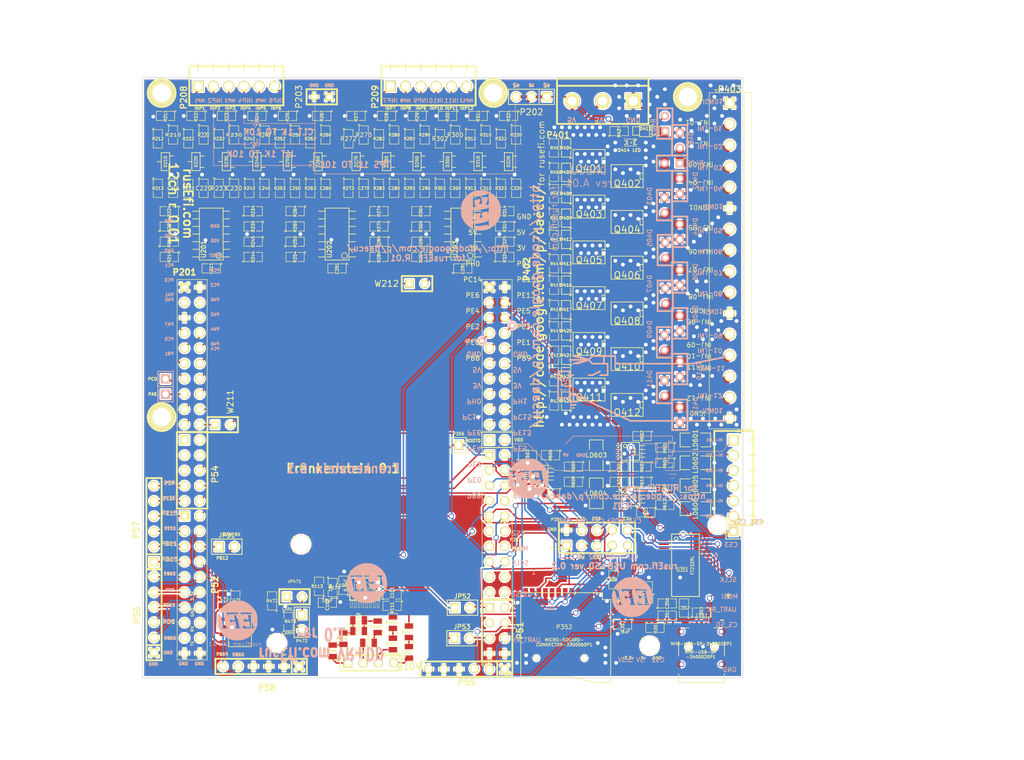
<source format=kicad_pcb>
(kicad_pcb (version 3) (host pcbnew "(2013-07-07 BZR 4022)-stable")
  (layers (15 F.Cu signal) (0 B.Cu signal) (18 B.Paste user) (19 F.Paste user) (20 B.SilkS user) (21 F.SilkS user) (22 B.Mask user) (23 F.Mask user) (28 Edge.Cuts user))
  (net 0 "")
  (net 1 /3.3V)
  (net 2 /5V)
  (net 3 /CAM)
  (net 4 /CAM+)
  (net 5 /CAM-)
  (net 6 /CANH)
  (net 7 /CANL)
  (net 8 /CAN_RX)
  (net 9 /CAN_TX)
  (net 10 /CRANK)
  (net 11 /CRK2+)
  (net 12 /CRK2-)
  (net 13 /CS1)
  (net 14 /CS2)
  (net 15 /CS3)
  (net 16 /CS4)
  (net 17 /CS_SD_MODULE)
  (net 18 /HL1)
  (net 19 /HL2)
  (net 20 /HL3)
  (net 21 /HL4)
  (net 22 /HL5)
  (net 23 /HL6)
  (net 24 /H_IN1)
  (net 25 /H_IN2)
  (net 26 /H_IN3)
  (net 27 /H_IN4)
  (net 28 /H_IN5)
  (net 29 /H_IN6)
  (net 30 /INJ-01)
  (net 31 /INJ-01_2)
  (net 32 /INJ-01_5V)
  (net 33 /INJ-02)
  (net 34 /INJ-02_5V)
  (net 35 /INJ-03)
  (net 36 /INJ-03_5V)
  (net 37 /INJ-04)
  (net 38 /INJ-04_5V)
  (net 39 /INJ-05)
  (net 40 /INJ-05_5V)
  (net 41 /INJ-06)
  (net 42 /INJ-06_5V)
  (net 43 /INJ-07)
  (net 44 /INJ-07_5V)
  (net 45 /INJ-08)
  (net 46 /INJ-08_5V)
  (net 47 /INJ-09)
  (net 48 /INJ-09_5V)
  (net 49 /INJ-10)
  (net 50 /INJ-10_5V)
  (net 51 /INJ-11)
  (net 52 /INJ-11_5V)
  (net 53 /INJ-12)
  (net 54 /INJ-12_5V)
  (net 55 /INP1)
  (net 56 /INP10)
  (net 57 /INP11)
  (net 58 /INP12)
  (net 59 /INP2)
  (net 60 /INP3)
  (net 61 /INP4)
  (net 62 /INP5)
  (net 63 /INP6)
  (net 64 /INP7)
  (net 65 /INP8)
  (net 66 /INP9)
  (net 67 /OUT1)
  (net 68 /OUT10)
  (net 69 /OUT11)
  (net 70 /OUT12)
  (net 71 /OUT2)
  (net 72 /OUT3)
  (net 73 /OUT4)
  (net 74 /OUT5)
  (net 75 /OUT6)
  (net 76 /OUT7)
  (net 77 /OUT8)
  (net 78 /OUT9)
  (net 79 /PA5)
  (net 80 /PA8)
  (net 81 /PB10)
  (net 82 /PB11)
  (net 83 /PB12)
  (net 84 /PB13)
  (net 85 /PB14)
  (net 86 /PB15)
  (net 87 /PC0)
  (net 88 /PC6)
  (net 89 /PD10)
  (net 90 /PD11)
  (net 91 /PD8)
  (net 92 /PD9)
  (net 93 /PE11)
  (net 94 /PE13)
  (net 95 /PE15)
  (net 96 /PE9)
  (net 97 /PH0)
  (net 98 /PH1)
  (net 99 /SPI_MISO)
  (net 100 /SPI_MOSI)
  (net 101 /SPI_SCK)
  (net 102 /USART_RX)
  (net 103 /USART_TX)
  (net 104 /VP)
  (net 105 F-0000107)
  (net 106 F-0000108)
  (net 107 F-0000110)
  (net 108 F-0000112)
  (net 109 F-0000115)
  (net 110 F-0000143)
  (net 111 F-0000144)
  (net 112 F-0000145)
  (net 113 F-0000146)
  (net 114 F-0000147)
  (net 115 F-0000148)
  (net 116 F-0000149)
  (net 117 F-0000150)
  (net 118 F-0000151)
  (net 119 F-0000152)
  (net 120 F-0000153)
  (net 121 F-0000154)
  (net 122 F-0000155)
  (net 123 F-0000156)
  (net 124 F-0000161)
  (net 125 F-0000162)
  (net 126 F-0000176)
  (net 127 F-0000177)
  (net 128 F-0000178)
  (net 129 F-0000179)
  (net 130 F-0000180)
  (net 131 F-0000181)
  (net 132 F-0000182)
  (net 133 F-0000183)
  (net 134 F-0000184)
  (net 135 F-0000185)
  (net 136 F-0000186)
  (net 137 F-0000187)
  (net 138 F-000020)
  (net 139 F-000021)
  (net 140 F-000023)
  (net 141 F-000024)
  (net 142 F-000025)
  (net 143 F-000026)
  (net 144 F-000027)
  (net 145 F-000028)
  (net 146 F-000056)
  (net 147 F-000057)
  (net 148 F-000058)
  (net 149 F-000059)
  (net 150 F-000060)
  (net 151 F-000061)
  (net 152 F-000062)
  (net 153 F-000063)
  (net 154 F-000064)
  (net 155 F-000065)
  (net 156 F-000066)
  (net 157 F-000067)
  (net 158 F-000068)
  (net 159 F-000069)
  (net 160 F-000070)
  (net 161 F-000071)
  (net 162 F-000072)
  (net 163 F-000073)
  (net 164 F-000074)
  (net 165 F-000075)
  (net 166 F-000076)
  (net 167 F-000077)
  (net 168 F-000078)
  (net 169 F-000079)
  (net 170 F-000080)
  (net 171 F-000081)
  (net 172 F-000082)
  (net 173 F-000083)
  (net 174 F-000084)
  (net 175 F-000085)
  (net 176 F-000086)
  (net 177 F-000087)
  (net 178 F-000088)
  (net 179 F-000089)
  (net 180 F-000090)
  (net 181 F-000091)
  (net 182 F-000093)
  (net 183 F-000094)
  (net 184 GND)
  (module pin_array_4x2 (layer F.Cu) (at 179.07 184.15 270)
    (fp_text reference P51 (at 0 -3.81 270) (layer F.SilkS) (effects (font (size 1.016 1.016) (thickness 0.2032))))
    (fp_text value CONN_4X2 hide)
    (pad 1 thru_hole rect (at -3.81 1.27 270) (size 1.524 1.524) (drill 1.016) (layers *.Cu *.Mask F.SilkS) (net 80 /PA8))
    (pad 2 thru_hole circle (at -3.81 -1.27 270) (size 1.524 1.524) (drill 1.016) (layers *.Cu *.Mask F.SilkS))
    (pad 3 thru_hole circle (at -1.27 1.27 270) (size 1.524 1.524) (drill 1.016) (layers *.Cu *.Mask F.SilkS))
    (pad 4 thru_hole circle (at -1.27 -1.27 270) (size 1.524 1.524) (drill 1.016) (layers *.Cu *.Mask F.SilkS) (net 29 /H_IN6))
    (pad 5 thru_hole circle (at 1.27 1.27 270) (size 1.524 1.524) (drill 1.016) (layers *.Cu *.Mask F.SilkS) (net 88 /PC6))
    (pad 6 thru_hole circle (at 1.27 -1.27 270) (size 1.524 1.524) (drill 1.016) (layers *.Cu *.Mask F.SilkS) (net 28 /H_IN5))
    (pad 7 thru_hole circle (at 3.81 1.27 270) (size 1.524 1.524) (drill 1.016) (layers *.Cu *.Mask F.SilkS) (net 184 GND))
    (pad 8 thru_hole circle (at 3.81 -1.27 270) (size 1.524 1.524) (drill 1.016) (layers *.Cu *.Mask F.SilkS) (net 184 GND))
  )
  (module PIN_ARRAY_5x2 (layer F.Cu) (at 128.27 157.48 270)
    (fp_text reference P54 (at 0.635 -3.81 270) (layer F.SilkS) (effects (font (size 1.016 1.016) (thickness 0.2032))))
    (fp_text value CONN_5X2 hide)
    (pad 1 thru_hole rect (at -5.08 1.27 270) (size 1.524 1.524) (drill 1.016) (layers *.Cu *.Mask F.SilkS))
    (pad 2 thru_hole circle (at -5.08 -1.27 270) (size 1.524 1.524) (drill 1.016) (layers *.Cu *.Mask F.SilkS))
    (pad 3 thru_hole circle (at -2.54 1.27 270) (size 1.524 1.524) (drill 1.016) (layers *.Cu *.Mask F.SilkS))
    (pad 4 thru_hole circle (at -2.54 -1.27 270) (size 1.524 1.524) (drill 1.016) (layers *.Cu *.Mask F.SilkS))
    (pad 5 thru_hole circle (at 0 1.27 270) (size 1.524 1.524) (drill 1.016) (layers *.Cu *.Mask F.SilkS))
    (pad 6 thru_hole circle (at 0 -1.27 270) (size 1.524 1.524) (drill 1.016) (layers *.Cu *.Mask F.SilkS) (net 26 /H_IN3))
    (pad 7 thru_hole circle (at 2.54 1.27 270) (size 1.524 1.524) (drill 1.016) (layers *.Cu *.Mask F.SilkS) (net 96 /PE9))
    (pad 8 thru_hole circle (at 2.54 -1.27 270) (size 1.524 1.524) (drill 1.016) (layers *.Cu *.Mask F.SilkS) (net 24 /H_IN1))
    (pad 9 thru_hole circle (at 5.08 1.27 270) (size 1.524 1.524) (drill 1.016) (layers *.Cu *.Mask F.SilkS) (net 93 /PE11))
    (pad 10 thru_hole circle (at 5.08 -1.27 270) (size 1.524 1.524) (drill 1.016) (layers *.Cu *.Mask F.SilkS) (net 25 /H_IN2))
  )
  (module PIN_ARRAY_2X1 (layer F.Cu) (at 179.07 152.4)
    (fp_text reference P53 hide)
    (fp_text value CONN_2 hide)
    (pad 1 thru_hole rect (at -1.27 0) (size 1.524 1.524) (drill 1.016) (layers *.Cu *.Mask F.SilkS))
    (pad 2 thru_hole circle (at 1.27 0) (size 1.524 1.524) (drill 1.016) (layers *.Cu *.Mask F.SilkS))
  )
  (module PIN_ARRAY_10X2_M (layer F.Cu) (at 128.27 176.53 270)
    (fp_text reference P52 (at 0 -3.81 270) (layer F.SilkS) (effects (font (size 1.016 1.016) (thickness 0.254))))
    (fp_text value CONN_10X2 hide)
    (pad 1 thru_hole rect (at -11.47064 1.27 270) (size 1.524 1.524) (drill 0.8128) (layers *.Cu *.Mask F.SilkS) (net 94 /PE13))
    (pad 2 thru_hole circle (at -11.47064 -1.27 270) (size 1.524 1.524) (drill 1.016) (layers *.Cu *.Mask F.SilkS) (net 27 /H_IN4))
    (pad 3 thru_hole circle (at -8.93064 1.27 270) (size 1.524 1.524) (drill 1.016) (layers *.Cu *.Mask F.SilkS) (net 95 /PE15))
    (pad 4 thru_hole circle (at -8.93064 -1.27 270) (size 1.524 1.524) (drill 1.016) (layers *.Cu *.Mask F.SilkS) (net 81 /PB10))
    (pad 5 thru_hole circle (at -6.39064 1.27 270) (size 1.524 1.524) (drill 1.016) (layers *.Cu *.Mask F.SilkS) (net 82 /PB11))
    (pad 6 thru_hole circle (at -6.39064 -1.27 270) (size 1.524 1.524) (drill 1.016) (layers *.Cu *.Mask F.SilkS) (net 83 /PB12))
    (pad 7 thru_hole circle (at -3.85064 1.27 270) (size 1.524 1.524) (drill 1.016) (layers *.Cu *.Mask F.SilkS) (net 84 /PB13))
    (pad 8 thru_hole circle (at -3.85064 -1.27 270) (size 1.524 1.524) (drill 1.016) (layers *.Cu *.Mask F.SilkS) (net 85 /PB14))
    (pad 9 thru_hole circle (at -1.31064 1.27 270) (size 1.524 1.524) (drill 1.016) (layers *.Cu *.Mask F.SilkS) (net 86 /PB15))
    (pad 10 thru_hole circle (at -1.31064 -1.27 270) (size 1.524 1.524) (drill 1.016) (layers *.Cu *.Mask F.SilkS) (net 91 /PD8))
    (pad 11 thru_hole circle (at 1.22936 1.27 270) (size 1.524 1.524) (drill 1.016) (layers *.Cu *.Mask F.SilkS) (net 92 /PD9))
    (pad 12 thru_hole circle (at 1.22936 -1.27 270) (size 1.524 1.524) (drill 1.016) (layers *.Cu *.Mask F.SilkS) (net 89 /PD10))
    (pad 13 thru_hole circle (at 3.76936 1.27 270) (size 1.524 1.524) (drill 1.016) (layers *.Cu *.Mask F.SilkS) (net 90 /PD11))
    (pad 14 thru_hole circle (at 3.76936 -1.27 270) (size 1.524 1.524) (drill 1.016) (layers *.Cu *.Mask F.SilkS))
    (pad 15 thru_hole circle (at 6.30936 1.27 270) (size 1.524 1.524) (drill 1.016) (layers *.Cu *.Mask F.SilkS))
    (pad 16 thru_hole circle (at 6.30936 -1.27 270) (size 1.524 1.524) (drill 1.016) (layers *.Cu *.Mask F.SilkS))
    (pad 17 thru_hole circle (at 8.84936 1.27 270) (size 1.524 1.524) (drill 1.016) (layers *.Cu *.Mask F.SilkS))
    (pad 18 thru_hole circle (at 8.84936 -1.27 270) (size 1.524 1.524) (drill 1.016) (layers *.Cu *.Mask F.SilkS))
    (pad 19 thru_hole circle (at 11.38936 1.27 270) (size 1.524 1.524) (drill 1.016) (layers *.Cu *.Mask F.SilkS) (net 184 GND))
    (pad 20 thru_hole circle (at 11.38936 -1.27 270) (size 1.524 1.524) (drill 1.016) (layers *.Cu *.Mask F.SilkS) (net 184 GND))
  )
  (module PIN_ARRAY-6X1 (layer F.Cu) (at 121.92 181.483 90)
    (fp_text reference P56 (at -0.127 -2.794 90) (layer F.SilkS) (effects (font (size 1.016 1.016) (thickness 0.2032))))
    (fp_text value CONN_6 hide)
    (pad 1 thru_hole rect (at -6.35 0 90) (size 1.524 1.524) (drill 1.016) (layers *.Cu *.Mask F.SilkS) (net 184 GND))
    (pad 2 thru_hole circle (at -3.81 0 90) (size 1.524 1.524) (drill 1.016) (layers *.Cu *.Mask F.SilkS) (net 89 /PD10))
    (pad 3 thru_hole circle (at -1.27 0 90) (size 1.524 1.524) (drill 1.016) (layers *.Cu *.Mask F.SilkS) (net 91 /PD8))
    (pad 4 thru_hole circle (at 1.27 0 90) (size 1.524 1.524) (drill 1.016) (layers *.Cu *.Mask F.SilkS) (net 90 /PD11))
    (pad 5 thru_hole circle (at 3.683 0 90) (size 1.524 1.524) (drill 1.016) (layers *.Cu *.Mask F.SilkS) (net 92 /PD9))
    (pad 6 thru_hole circle (at 6.35 0 90) (size 1.524 1.524) (drill 1.016) (layers *.Cu *.Mask F.SilkS) (net 86 /PB15))
  )
  (module PIN_ARRAY-6X1 (layer F.Cu) (at 121.92 166.37 90)
    (fp_text reference P57 (at -1.016 -2.9845 90) (layer F.SilkS) (effects (font (size 1.016 1.016) (thickness 0.2032))))
    (fp_text value CONN_6 hide)
    (pad 1 thru_hole rect (at -6.35 0 90) (size 1.524 1.524) (drill 1.016) (layers *.Cu *.Mask F.SilkS) (net 84 /PB13))
    (pad 2 thru_hole circle (at -3.81 0 90) (size 1.524 1.524) (drill 1.016) (layers *.Cu *.Mask F.SilkS) (net 82 /PB11))
    (pad 3 thru_hole circle (at -1.27 0 90) (size 1.524 1.524) (drill 1.016) (layers *.Cu *.Mask F.SilkS) (net 95 /PE15))
    (pad 4 thru_hole circle (at 1.27 0 90) (size 1.524 1.524) (drill 1.016) (layers *.Cu *.Mask F.SilkS) (net 94 /PE13))
    (pad 5 thru_hole circle (at 3.81 0 90) (size 1.524 1.524) (drill 1.016) (layers *.Cu *.Mask F.SilkS) (net 93 /PE11))
    (pad 6 thru_hole circle (at 6.35 0 90) (size 1.524 1.524) (drill 1.016) (layers *.Cu *.Mask F.SilkS) (net 96 /PE9))
  )
  (module PIN_ARRAY-6X1 (layer F.Cu) (at 139.764 190.119 180)
    (fp_text reference P58 (at -0.9525 -3.556 180) (layer F.SilkS) (effects (font (size 1.016 1.016) (thickness 0.2032))))
    (fp_text value CONN_6 hide)
    (pad 1 thru_hole rect (at -6.35 0 180) (size 1.524 1.524) (drill 1.016) (layers *.Cu *.Mask F.SilkS) (net 184 GND))
    (pad 2 thru_hole circle (at -3.81 0 180) (size 1.524 1.524) (drill 1.016) (layers *.Cu *.Mask F.SilkS) (net 184 GND))
    (pad 3 thru_hole circle (at -1.27 0 180) (size 1.524 1.524) (drill 1.016) (layers *.Cu *.Mask F.SilkS) (net 184 GND))
    (pad 4 thru_hole circle (at 1.27 0 180) (size 1.524 1.524) (drill 1.016) (layers *.Cu *.Mask F.SilkS) (net 184 GND))
    (pad 5 thru_hole circle (at 3.81 0 180) (size 1.524 1.524) (drill 1.016) (layers *.Cu *.Mask F.SilkS) (net 81 /PB10))
    (pad 6 thru_hole circle (at 6.35 0 180) (size 1.524 1.524) (drill 1.016) (layers *.Cu *.Mask F.SilkS) (net 85 /PB14))
  )
  (module PIN_ARRAY_2_A (layer F.Cu) (at 173.292 180.34)
    (fp_text reference JP52 (at 0 -1.905) (layer F.SilkS) (effects (font (size 0.762 0.762) (thickness 0.1524))))
    (fp_text value JUMPER hide)
    (pad 1 thru_hole rect (at -1.27 0) (size 1.524 1.524) (drill 1.016) (layers *.Cu *.Mask F.SilkS) (net 10 /CRANK))
    (pad 2 thru_hole circle (at 1.27 0) (size 1.524 1.524) (drill 1.016) (layers *.Cu *.Mask F.SilkS) (net 80 /PA8))
  )
  (module PIN_ARRAY_2_A (layer F.Cu) (at 173.228 185.42)
    (fp_text reference JP53 (at 0 -1.905) (layer F.SilkS) (effects (font (size 0.762 0.762) (thickness 0.1524))))
    (fp_text value JUMPER hide)
    (pad 1 thru_hole rect (at -1.27 0) (size 1.524 1.524) (drill 1.016) (layers *.Cu *.Mask F.SilkS) (net 3 /CAM))
    (pad 2 thru_hole circle (at 1.27 0) (size 1.524 1.524) (drill 1.016) (layers *.Cu *.Mask F.SilkS) (net 88 /PC6))
  )
  (module PIN_ARRAY_2_A (layer F.Cu) (at 134.048 170.18)
    (fp_text reference JP51 (at 0 -1.905) (layer F.SilkS) (effects (font (size 0.762 0.762) (thickness 0.1524))))
    (fp_text value JUMPER hide)
    (pad 1 thru_hole rect (at -1.27 0) (size 1.524 1.524) (drill 1.016) (layers *.Cu *.Mask F.SilkS) (net 83 /PB12))
    (pad 2 thru_hole circle (at 1.27 0) (size 1.524 1.524) (drill 1.016) (layers *.Cu *.Mask F.SilkS) (net 8 /CAN_RX))
  )
  (module PIN_ARRAY-6X1 (layer F.Cu) (at 173.99 190.564 180)
    (fp_text reference P55 (at 0 -2.159 180) (layer F.SilkS) (effects (font (size 1.016 1.016) (thickness 0.2032))))
    (fp_text value CONN_6 hide)
    (pad 1 thru_hole rect (at -6.35 0 180) (size 1.524 1.524) (drill 1.016) (layers *.Cu *.Mask F.SilkS) (net 184 GND))
    (pad 2 thru_hole circle (at -3.81 0 180) (size 1.524 1.524) (drill 1.016) (layers *.Cu *.Mask F.SilkS) (net 28 /H_IN5))
    (pad 3 thru_hole circle (at -1.27 0.0635 180) (size 1.524 1.524) (drill 1.016) (layers *.Cu *.Mask F.SilkS) (net 29 /H_IN6))
    (pad 4 thru_hole circle (at 1.27 0 180) (size 1.524 1.524) (drill 1.016) (layers *.Cu *.Mask F.SilkS) (net 184 GND))
    (pad 5 thru_hole circle (at 3.81 0 180) (size 1.524 1.524) (drill 1.016) (layers *.Cu *.Mask F.SilkS) (net 184 GND))
    (pad 6 thru_hole circle (at 6.35 0 180) (size 1.524 1.524) (drill 1.016) (layers *.Cu *.Mask F.SilkS) (net 184 GND))
  )
  (module PIN_ARRAY_1 (layer F.Cu) (at 218.44 167.64)
    (fp_text reference P610 (at 0 -1.905) (layer F.SilkS) (effects (font (size 0.762 0.762) (thickness 0.1524))))
    (fp_text value CONN_1 hide)
    (pad 1 thru_hole rect (at 0 0) (size 1.524 1.524) (drill 1.016) (layers *.Cu *.Mask F.SilkS) (net 104 /VP))
  )
  (module SM0805 (layer F.Cu) (at 161.586 178.126)
    (fp_text reference C101 (at 0 -0.3175 90) (layer F.SilkS) (effects (font (size 0.50038 0.50038) (thickness 0.10922))))
    (fp_text value 1000pF hide)
    (pad 1 smd rect (at -0.9525 0) (size 0.889 1.397) (layers F.Cu F.Paste F.Mask) (net 142 F-000025))
    (pad 2 smd rect (at 0.9525 0) (size 0.889 1.397) (layers F.Cu F.Paste F.Mask) (net 143 F-000026))
  )
  (module SM0805 (layer F.Cu) (at 155.998 184.222)
    (fp_text reference C102 (at 0 -0.3175 90) (layer F.SilkS) (effects (font (size 0.50038 0.50038) (thickness 0.10922))))
    (fp_text value 1000pF hide)
    (pad 1 smd rect (at -0.9525 0) (size 0.889 1.397) (layers F.Cu F.Paste F.Mask) (net 144 F-000027))
    (pad 2 smd rect (at 0.9525 0) (size 0.889 1.397) (layers F.Cu F.Paste F.Mask) (net 145 F-000028))
  )
  (module SM0805 (layer F.Cu) (at 153.458 176.602 90)
    (fp_text reference C104 (at 0 -0.3175 180) (layer F.SilkS) (effects (font (size 0.50038 0.50038) (thickness 0.10922))))
    (fp_text value 0.1uF (at 0 0.381 90) (layer F.SilkS) (effects (font (size 0.50038 0.50038) (thickness 0.10922))))
    (pad 1 smd rect (at -0.9525 0 90) (size 0.889 1.397) (layers F.Cu F.Paste F.Mask) (net 2 /5V))
    (pad 2 smd rect (at 0.9525 0 90) (size 0.889 1.397) (layers F.Cu F.Paste F.Mask) (net 184 GND))
  )
  (module SM0805 (layer F.Cu) (at 164.38 187.778 90)
    (fp_text reference R102 (at 0 -0.3175 180) (layer F.SilkS) (effects (font (size 0.50038 0.50038) (thickness 0.10922))))
    (fp_text value 5k hide)
    (pad 1 smd rect (at -0.9525 0 90) (size 0.889 1.397) (layers F.Cu F.Paste F.Mask) (net 11 /CRK2+))
    (pad 2 smd rect (at 0.9525 0 90) (size 0.889 1.397) (layers F.Cu F.Paste F.Mask) (net 138 F-000020))
  )
  (module SM0805 (layer F.Cu) (at 161.713 186.381 90)
    (fp_text reference R103 (at 0 -0.3175 180) (layer F.SilkS) (effects (font (size 0.50038 0.50038) (thickness 0.10922))))
    (fp_text value 5k hide)
    (pad 1 smd rect (at -0.9525 0 90) (size 0.889 1.397) (layers F.Cu F.Paste F.Mask) (net 12 /CRK2-))
    (pad 2 smd rect (at 0.9525 0 90) (size 0.889 1.397) (layers F.Cu F.Paste F.Mask) (net 141 F-000024))
  )
  (module SM0805 (layer F.Cu) (at 157.649 186.191)
    (fp_text reference R104 (at 0 -0.3175 90) (layer F.SilkS) (effects (font (size 0.50038 0.50038) (thickness 0.10922))))
    (fp_text value 5k hide)
    (pad 1 smd rect (at -0.9525 0) (size 0.889 1.397) (layers F.Cu F.Paste F.Mask) (net 5 /CAM-))
    (pad 2 smd rect (at 0.9525 0) (size 0.889 1.397) (layers F.Cu F.Paste F.Mask) (net 139 F-000021))
  )
  (module SM0805 (layer F.Cu) (at 151.68 187.524 90)
    (fp_text reference R106 (at 0 -0.3175 180) (layer F.SilkS) (effects (font (size 0.50038 0.50038) (thickness 0.10922))))
    (fp_text value 5k hide)
    (pad 1 smd rect (at -0.9525 0 90) (size 0.889 1.397) (layers F.Cu F.Paste F.Mask) (net 4 /CAM+))
    (pad 2 smd rect (at 0.9525 0 90) (size 0.889 1.397) (layers F.Cu F.Paste F.Mask) (net 140 F-000023))
  )
  (module SM0805 (layer F.Cu) (at 164.38 184.349 90)
    (fp_text reference R107 (at 0 -0.3175 180) (layer F.SilkS) (effects (font (size 0.50038 0.50038) (thickness 0.10922))))
    (fp_text value 5k hide)
    (pad 1 smd rect (at -0.9525 0 90) (size 0.889 1.397) (layers F.Cu F.Paste F.Mask) (net 138 F-000020))
    (pad 2 smd rect (at 0.9525 0 90) (size 0.889 1.397) (layers F.Cu F.Paste F.Mask) (net 143 F-000026))
  )
  (module SM0805 (layer F.Cu) (at 161.713 182.825 90)
    (fp_text reference R108 (at 0 -0.3175 180) (layer F.SilkS) (effects (font (size 0.50038 0.50038) (thickness 0.10922))))
    (fp_text value 5k hide)
    (pad 1 smd rect (at -0.9525 0 90) (size 0.889 1.397) (layers F.Cu F.Paste F.Mask) (net 141 F-000024))
    (pad 2 smd rect (at 0.9525 0 90) (size 0.889 1.397) (layers F.Cu F.Paste F.Mask) (net 142 F-000025))
  )
  (module SM0805 (layer F.Cu) (at 159.173 183.524 90)
    (fp_text reference R109 (at 0 -0.3175 180) (layer F.SilkS) (effects (font (size 0.50038 0.50038) (thickness 0.10922))))
    (fp_text value 5k hide)
    (pad 1 smd rect (at -0.9525 0 90) (size 0.889 1.397) (layers F.Cu F.Paste F.Mask) (net 139 F-000021))
    (pad 2 smd rect (at 0.9525 0 90) (size 0.889 1.397) (layers F.Cu F.Paste F.Mask) (net 145 F-000028))
  )
  (module SM0805 (layer F.Cu) (at 153.458 185.492 90)
    (fp_text reference R110 (at 0 -0.3175 180) (layer F.SilkS) (effects (font (size 0.50038 0.50038) (thickness 0.10922))))
    (fp_text value 5k hide)
    (pad 1 smd rect (at -0.9525 0 90) (size 0.889 1.397) (layers F.Cu F.Paste F.Mask) (net 140 F-000023))
    (pad 2 smd rect (at 0.9525 0 90) (size 0.889 1.397) (layers F.Cu F.Paste F.Mask) (net 144 F-000027))
  )
  (module SM0805 (layer F.Cu) (at 161.586 180.031 180)
    (fp_text reference R111 (at 0 -0.3175 270) (layer F.SilkS) (effects (font (size 0.50038 0.50038) (thickness 0.10922))))
    (fp_text value 5k hide)
    (pad 1 smd rect (at -0.9525 0 180) (size 0.889 1.397) (layers F.Cu F.Paste F.Mask) (net 142 F-000025))
    (pad 2 smd rect (at 0.9525 0 180) (size 0.889 1.397) (layers F.Cu F.Paste F.Mask) (net 143 F-000026))
  )
  (module SM0805 (layer F.Cu) (at 155.998 182.444)
    (fp_text reference R112 (at 0 -0.3175 90) (layer F.SilkS) (effects (font (size 0.50038 0.50038) (thickness 0.10922))))
    (fp_text value 5k hide)
    (pad 1 smd rect (at -0.9525 0) (size 0.889 1.397) (layers F.Cu F.Paste F.Mask) (net 144 F-000027))
    (pad 2 smd rect (at 0.9525 0) (size 0.889 1.397) (layers F.Cu F.Paste F.Mask) (net 145 F-000028))
  )
  (module SM0805 (layer F.Cu) (at 149.416 176.784 90)
    (fp_text reference R113 (at 0 -0.3175 180) (layer F.SilkS) (effects (font (size 0.50038 0.50038) (thickness 0.10922))))
    (fp_text value 10k hide)
    (pad 1 smd rect (at -0.9525 0 90) (size 0.889 1.397) (layers F.Cu F.Paste F.Mask) (net 2 /5V))
    (pad 2 smd rect (at 0.9525 0 90) (size 0.889 1.397) (layers F.Cu F.Paste F.Mask) (net 10 /CRANK))
  )
  (module SM0805 (layer F.Cu) (at 151.68 176.983 270)
    (fp_text reference R114 (at 0 -0.3175 360) (layer F.SilkS) (effects (font (size 0.50038 0.50038) (thickness 0.10922))))
    (fp_text value 10k (at 0 0.381 270) (layer F.SilkS) (effects (font (size 0.50038 0.50038) (thickness 0.10922))))
    (pad 1 smd rect (at -0.9525 0 270) (size 0.889 1.397) (layers F.Cu F.Paste F.Mask) (net 3 /CAM))
    (pad 2 smd rect (at 0.9525 0 270) (size 0.889 1.397) (layers F.Cu F.Paste F.Mask) (net 2 /5V))
  )
  (module maxim-10-QSOP16 (layer F.Cu) (at 157.014 177.237 180)
    (fp_text reference U101 (at 0.254 0.381 180) (layer F.SilkS) (effects (font (size 1.27 1.27) (thickness 0.0889))))
    (fp_text value MAX9926/9927 hide)
    (pad 1 smd rect (at -2.2225 2.68986 180) (size 0.44958 1.4986) (layers F.Cu F.Paste F.Mask) (net 184 GND))
    (pad 2 smd rect (at -1.5875 2.68986 180) (size 0.44958 1.4986) (layers F.Cu F.Paste F.Mask))
    (pad 3 smd rect (at -0.9525 2.68986 180) (size 0.44958 1.4986) (layers F.Cu F.Paste F.Mask) (net 184 GND))
    (pad 4 smd rect (at -0.3175 2.68986 180) (size 0.44958 1.4986) (layers F.Cu F.Paste F.Mask) (net 10 /CRANK))
    (pad 5 smd rect (at 0.3175 2.68986 180) (size 0.44958 1.4986) (layers F.Cu F.Paste F.Mask) (net 3 /CAM))
    (pad 6 smd rect (at 0.9525 2.68986 180) (size 0.44958 1.4986) (layers F.Cu F.Paste F.Mask) (net 184 GND))
    (pad 7 smd rect (at 1.5875 2.68986 180) (size 0.44958 1.4986) (layers F.Cu F.Paste F.Mask))
    (pad 8 smd rect (at 2.2225 2.68986 180) (size 0.44958 1.4986) (layers F.Cu F.Paste F.Mask) (net 184 GND))
    (pad 9 smd rect (at 2.2225 -2.68986 180) (size 0.44958 1.4986) (layers F.Cu F.Paste F.Mask) (net 144 F-000027))
    (pad 10 smd rect (at 1.5875 -2.68986 180) (size 0.44958 1.4986) (layers F.Cu F.Paste F.Mask) (net 145 F-000028))
    (pad 11 smd rect (at 0.9525 -2.68986 180) (size 0.44958 1.4986) (layers F.Cu F.Paste F.Mask) (net 184 GND))
    (pad 12 smd rect (at 0.3175 -2.68986 180) (size 0.44958 1.4986) (layers F.Cu F.Paste F.Mask) (net 184 GND))
    (pad 13 smd rect (at -0.3175 -2.68986 180) (size 0.44958 1.4986) (layers F.Cu F.Paste F.Mask) (net 184 GND))
    (pad 14 smd rect (at -0.9525 -2.68986 180) (size 0.44958 1.4986) (layers F.Cu F.Paste F.Mask) (net 2 /5V))
    (pad 15 smd rect (at -1.5875 -2.68986 180) (size 0.44958 1.4986) (layers F.Cu F.Paste F.Mask) (net 142 F-000025))
    (pad 16 smd rect (at -2.2225 -2.68986 180) (size 0.44958 1.4986) (layers F.Cu F.Paste F.Mask) (net 143 F-000026))
  )
  (module PIN_ARRAY_4x1 (layer F.Cu) (at 158.03 189.556)
    (fp_text reference P104 (at 6.35 0.635) (layer F.SilkS) (effects (font (size 1.016 1.016) (thickness 0.2032))))
    (fp_text value CONN_4 hide)
    (pad 1 thru_hole rect (at -3.81 0) (size 1.524 1.524) (drill 1.016) (layers *.Cu *.Mask F.SilkS) (net 4 /CAM+))
    (pad 2 thru_hole circle (at -1.27 0) (size 1.524 1.524) (drill 1.016) (layers *.Cu *.Mask F.SilkS) (net 5 /CAM-))
    (pad 3 thru_hole circle (at 1.27 0) (size 1.524 1.524) (drill 1.016) (layers *.Cu *.Mask F.SilkS) (net 12 /CRK2-))
    (pad 4 thru_hole circle (at 3.81 0) (size 1.524 1.524) (drill 1.016) (layers *.Cu *.Mask F.SilkS) (net 11 /CRK2+))
  )
  (module SM0805 (layer F.Cu) (at 150.791 179.523 180)
    (fp_text reference C103 (at 0 -0.3175 270) (layer F.SilkS) (effects (font (size 0.50038 0.50038) (thickness 0.10922))))
    (fp_text value 10uF (at 0 0.381 180) (layer F.SilkS) (effects (font (size 0.50038 0.50038) (thickness 0.10922))))
    (pad 1 smd rect (at -0.9525 0 180) (size 0.889 1.397) (layers F.Cu F.Paste F.Mask) (net 184 GND))
    (pad 2 smd rect (at 0.9525 0 180) (size 0.889 1.397) (layers F.Cu F.Paste F.Mask) (net 2 /5V))
  )
  (module LOGO_F (layer B.Cu) (at 157.39525 176.22125 180)
    (fp_text reference G101 hide)
    (fp_text value LOGO hide)
  )
  (module PIN_ARRAY_3X1 (layer F.Cu) (at 184.785 95.25 180)
    (fp_text reference P202 (at 0 -2.54 180) (layer F.SilkS) (effects (font (size 1.016 1.016) (thickness 0.1524))))
    (fp_text value CONN_3 hide)
    (pad 1 thru_hole rect (at -2.54 0 180) (size 1.524 1.524) (drill 1.016) (layers *.Cu *.Mask F.SilkS) (net 2 /5V))
    (pad 2 thru_hole circle (at 0 0 180) (size 1.524 1.524) (drill 1.016) (layers *.Cu *.Mask F.SilkS) (net 2 /5V))
    (pad 3 thru_hole circle (at 2.54 0 180) (size 1.524 1.524) (drill 1.016) (layers *.Cu *.Mask F.SilkS) (net 2 /5V))
  )
  (module sot23 (layer F.Cu) (at 133.985 106.045 90)
    (fp_text reference D230 (at 0 0 90) (layer F.SilkS) (effects (font (size 0.50038 0.50038) (thickness 0.09906))))
    (fp_text value DOUBLE_SCHOTTKY hide)
    (pad 1 smd rect (at -0.9525 1.05664 90) (size 0.59944 1.00076) (layers F.Cu F.Paste F.Mask) (net 184 GND))
    (pad 2 smd rect (at 0 -1.05664 90) (size 0.59944 1.00076) (layers F.Cu F.Paste F.Mask) (net 182 F-000093))
    (pad 3 smd rect (at 0.9525 1.05664 90) (size 0.59944 1.00076) (layers F.Cu F.Paste F.Mask) (net 2 /5V))
  )
  (module sot23 (layer F.Cu) (at 170.815 106.045 90)
    (fp_text reference D300 (at 0 0 90) (layer F.SilkS) (effects (font (size 0.50038 0.50038) (thickness 0.09906))))
    (fp_text value DOUBLE_SCHOTTKY hide)
    (pad 1 smd rect (at -0.9525 1.05664 90) (size 0.59944 1.00076) (layers F.Cu F.Paste F.Mask) (net 184 GND))
    (pad 2 smd rect (at 0 -1.05664 90) (size 0.59944 1.00076) (layers F.Cu F.Paste F.Mask) (net 151 F-000061))
    (pad 3 smd rect (at 0.9525 1.05664 90) (size 0.59944 1.00076) (layers F.Cu F.Paste F.Mask) (net 2 /5V))
  )
  (module sot23 (layer F.Cu) (at 165.735 106.045 90)
    (fp_text reference D290 (at 0 0 90) (layer F.SilkS) (effects (font (size 0.50038 0.50038) (thickness 0.09906))))
    (fp_text value DOUBLE_SCHOTTKY hide)
    (pad 1 smd rect (at -0.9525 1.05664 90) (size 0.59944 1.00076) (layers F.Cu F.Paste F.Mask) (net 184 GND))
    (pad 2 smd rect (at 0 -1.05664 90) (size 0.59944 1.00076) (layers F.Cu F.Paste F.Mask) (net 152 F-000062))
    (pad 3 smd rect (at 0.9525 1.05664 90) (size 0.59944 1.00076) (layers F.Cu F.Paste F.Mask) (net 2 /5V))
  )
  (module sot23 (layer F.Cu) (at 128.905 106.045 90)
    (fp_text reference D220 (at 0 0 90) (layer F.SilkS) (effects (font (size 0.50038 0.50038) (thickness 0.09906))))
    (fp_text value DOUBLE_SCHOTTKY hide)
    (pad 1 smd rect (at -0.9525 1.05664 90) (size 0.59944 1.00076) (layers F.Cu F.Paste F.Mask) (net 184 GND))
    (pad 2 smd rect (at 0 -1.05664 90) (size 0.59944 1.00076) (layers F.Cu F.Paste F.Mask) (net 177 F-000087))
    (pad 3 smd rect (at 0.9525 1.05664 90) (size 0.59944 1.00076) (layers F.Cu F.Paste F.Mask) (net 2 /5V))
  )
  (module sot23 (layer F.Cu) (at 139.065 106.045 90)
    (fp_text reference D240 (at 0 0 90) (layer F.SilkS) (effects (font (size 0.50038 0.50038) (thickness 0.09906))))
    (fp_text value DOUBLE_SCHOTTKY hide)
    (pad 1 smd rect (at -0.9525 1.05664 90) (size 0.59944 1.00076) (layers F.Cu F.Paste F.Mask) (net 184 GND))
    (pad 2 smd rect (at 0 -1.05664 90) (size 0.59944 1.00076) (layers F.Cu F.Paste F.Mask) (net 181 F-000091))
    (pad 3 smd rect (at 0.9525 1.05664 90) (size 0.59944 1.00076) (layers F.Cu F.Paste F.Mask) (net 2 /5V))
  )
  (module sot23 (layer F.Cu) (at 123.825 106.045 90)
    (fp_text reference D210 (at 0 0 90) (layer F.SilkS) (effects (font (size 0.50038 0.50038) (thickness 0.09906))))
    (fp_text value DOUBLE_SCHOTTKY hide)
    (pad 1 smd rect (at -0.9525 1.05664 90) (size 0.59944 1.00076) (layers F.Cu F.Paste F.Mask) (net 184 GND))
    (pad 2 smd rect (at 0 -1.05664 90) (size 0.59944 1.00076) (layers F.Cu F.Paste F.Mask) (net 168 F-000078))
    (pad 3 smd rect (at 0.9525 1.05664 90) (size 0.59944 1.00076) (layers F.Cu F.Paste F.Mask) (net 2 /5V))
  )
  (module sot23 (layer F.Cu) (at 149.225 106.045 90)
    (fp_text reference D260 (at 0 0 90) (layer F.SilkS) (effects (font (size 0.50038 0.50038) (thickness 0.09906))))
    (fp_text value DOUBLE_SCHOTTKY hide)
    (pad 1 smd rect (at -0.9525 1.05664 90) (size 0.59944 1.00076) (layers F.Cu F.Paste F.Mask) (net 184 GND))
    (pad 2 smd rect (at 0 -1.05664 90) (size 0.59944 1.00076) (layers F.Cu F.Paste F.Mask) (net 163 F-000073))
    (pad 3 smd rect (at 0.9525 1.05664 90) (size 0.59944 1.00076) (layers F.Cu F.Paste F.Mask) (net 2 /5V))
  )
  (module sot23 (layer F.Cu) (at 144.145 106.045 90)
    (fp_text reference D250 (at 0 0 90) (layer F.SilkS) (effects (font (size 0.50038 0.50038) (thickness 0.09906))))
    (fp_text value DOUBLE_SCHOTTKY hide)
    (pad 1 smd rect (at -0.9525 1.05664 90) (size 0.59944 1.00076) (layers F.Cu F.Paste F.Mask) (net 184 GND))
    (pad 2 smd rect (at 0 -1.05664 90) (size 0.59944 1.00076) (layers F.Cu F.Paste F.Mask) (net 156 F-000066))
    (pad 3 smd rect (at 0.9525 1.05664 90) (size 0.59944 1.00076) (layers F.Cu F.Paste F.Mask) (net 2 /5V))
  )
  (module sot23 (layer F.Cu) (at 160.655 106.045 90)
    (fp_text reference D280 (at 0 0 90) (layer F.SilkS) (effects (font (size 0.50038 0.50038) (thickness 0.09906))))
    (fp_text value DOUBLE_SCHOTTKY hide)
    (pad 1 smd rect (at -0.9525 1.05664 90) (size 0.59944 1.00076) (layers F.Cu F.Paste F.Mask) (net 184 GND))
    (pad 2 smd rect (at 0 -1.05664 90) (size 0.59944 1.00076) (layers F.Cu F.Paste F.Mask) (net 146 F-000056))
    (pad 3 smd rect (at 0.9525 1.05664 90) (size 0.59944 1.00076) (layers F.Cu F.Paste F.Mask) (net 2 /5V))
  )
  (module sot23 (layer F.Cu) (at 155.575 106.045 90)
    (fp_text reference D270 (at 0 0 90) (layer F.SilkS) (effects (font (size 0.50038 0.50038) (thickness 0.09906))))
    (fp_text value DOUBLE_SCHOTTKY hide)
    (pad 1 smd rect (at -0.9525 1.05664 90) (size 0.59944 1.00076) (layers F.Cu F.Paste F.Mask) (net 184 GND))
    (pad 2 smd rect (at 0 -1.05664 90) (size 0.59944 1.00076) (layers F.Cu F.Paste F.Mask) (net 149 F-000059))
    (pad 3 smd rect (at 0.9525 1.05664 90) (size 0.59944 1.00076) (layers F.Cu F.Paste F.Mask) (net 2 /5V))
  )
  (module so-14 (layer F.Cu) (at 131.445 118.11 90)
    (fp_text reference U201 (at -2.54 -1.27 90) (layer F.SilkS) (effects (font (size 0.7493 0.7493) (thickness 0.14986))))
    (fp_text value LMV324IDR hide)
    (pad 1 smd rect (at -3.81 2.794 90) (size 0.635 1.27) (layers F.Cu F.Paste F.Mask) (net 150 F-000060))
    (pad 2 smd rect (at -2.54 2.794 90) (size 0.635 1.27) (layers F.Cu F.Paste F.Mask) (net 150 F-000060))
    (pad 3 smd rect (at -1.27 2.794 90) (size 0.635 1.27) (layers F.Cu F.Paste F.Mask) (net 172 F-000082))
    (pad 4 smd rect (at 0 2.794 90) (size 0.635 1.27) (layers F.Cu F.Paste F.Mask) (net 2 /5V))
    (pad 5 smd rect (at 1.27 2.794 90) (size 0.635 1.27) (layers F.Cu F.Paste F.Mask) (net 173 F-000083))
    (pad 6 smd rect (at 2.54 2.794 90) (size 0.635 1.27) (layers F.Cu F.Paste F.Mask) (net 183 F-000094))
    (pad 7 smd rect (at 3.81 2.794 90) (size 0.635 1.27) (layers F.Cu F.Paste F.Mask) (net 183 F-000094))
    (pad 8 smd rect (at 3.81 -2.794 90) (size 0.635 1.27) (layers F.Cu F.Paste F.Mask) (net 148 F-000058))
    (pad 9 smd rect (at 2.54 -2.794 90) (size 0.635 1.27) (layers F.Cu F.Paste F.Mask) (net 148 F-000058))
    (pad 10 smd rect (at 1.27 -2.794 90) (size 0.635 1.27) (layers F.Cu F.Paste F.Mask) (net 176 F-000086))
    (pad 11 smd rect (at 0 -2.794 90) (size 0.635 1.27) (layers F.Cu F.Paste F.Mask) (net 184 GND))
    (pad 12 smd rect (at -1.27 -2.794 90) (size 0.635 1.27) (layers F.Cu F.Paste F.Mask) (net 178 F-000088))
    (pad 13 smd rect (at -2.54 -2.794 90) (size 0.635 1.27) (layers F.Cu F.Paste F.Mask) (net 147 F-000057))
    (pad 14 smd rect (at -3.81 -2.794 90) (size 0.635 1.27) (layers F.Cu F.Paste F.Mask) (net 147 F-000057))
  )
  (module so-14 (layer F.Cu) (at 152.4 118.11 90)
    (fp_text reference U202 (at -2.54 -1.27 90) (layer F.SilkS) (effects (font (size 0.7493 0.7493) (thickness 0.14986))))
    (fp_text value LMV324IDR hide)
    (pad 1 smd rect (at -3.81 2.794 90) (size 0.635 1.27) (layers F.Cu F.Paste F.Mask) (net 180 F-000090))
    (pad 2 smd rect (at -2.54 2.794 90) (size 0.635 1.27) (layers F.Cu F.Paste F.Mask) (net 180 F-000090))
    (pad 3 smd rect (at -1.27 2.794 90) (size 0.635 1.27) (layers F.Cu F.Paste F.Mask) (net 175 F-000085))
    (pad 4 smd rect (at 0 2.794 90) (size 0.635 1.27) (layers F.Cu F.Paste F.Mask) (net 2 /5V))
    (pad 5 smd rect (at 1.27 2.794 90) (size 0.635 1.27) (layers F.Cu F.Paste F.Mask) (net 174 F-000084))
    (pad 6 smd rect (at 2.54 2.794 90) (size 0.635 1.27) (layers F.Cu F.Paste F.Mask) (net 170 F-000080))
    (pad 7 smd rect (at 3.81 2.794 90) (size 0.635 1.27) (layers F.Cu F.Paste F.Mask) (net 170 F-000080))
    (pad 8 smd rect (at 3.81 -2.794 90) (size 0.635 1.27) (layers F.Cu F.Paste F.Mask) (net 171 F-000081))
    (pad 9 smd rect (at 2.54 -2.794 90) (size 0.635 1.27) (layers F.Cu F.Paste F.Mask) (net 171 F-000081))
    (pad 10 smd rect (at 1.27 -2.794 90) (size 0.635 1.27) (layers F.Cu F.Paste F.Mask) (net 179 F-000089))
    (pad 11 smd rect (at 0 -2.794 90) (size 0.635 1.27) (layers F.Cu F.Paste F.Mask) (net 184 GND))
    (pad 12 smd rect (at -1.27 -2.794 90) (size 0.635 1.27) (layers F.Cu F.Paste F.Mask) (net 167 F-000077))
    (pad 13 smd rect (at -2.54 -2.794 90) (size 0.635 1.27) (layers F.Cu F.Paste F.Mask) (net 169 F-000079))
    (pad 14 smd rect (at -3.81 -2.794 90) (size 0.635 1.27) (layers F.Cu F.Paste F.Mask) (net 169 F-000079))
  )
  (module so-14 (layer F.Cu) (at 173.355 118.11 90)
    (fp_text reference U203 (at -2.54 -1.27 90) (layer F.SilkS) (effects (font (size 0.7493 0.7493) (thickness 0.14986))))
    (fp_text value LMV324IDR hide)
    (pad 1 smd rect (at -3.81 2.794 90) (size 0.635 1.27) (layers F.Cu F.Paste F.Mask) (net 159 F-000069))
    (pad 2 smd rect (at -2.54 2.794 90) (size 0.635 1.27) (layers F.Cu F.Paste F.Mask) (net 159 F-000069))
    (pad 3 smd rect (at -1.27 2.794 90) (size 0.635 1.27) (layers F.Cu F.Paste F.Mask) (net 161 F-000071))
    (pad 4 smd rect (at 0 2.794 90) (size 0.635 1.27) (layers F.Cu F.Paste F.Mask) (net 2 /5V))
    (pad 5 smd rect (at 1.27 2.794 90) (size 0.635 1.27) (layers F.Cu F.Paste F.Mask) (net 160 F-000070))
    (pad 6 smd rect (at 2.54 2.794 90) (size 0.635 1.27) (layers F.Cu F.Paste F.Mask) (net 158 F-000068))
    (pad 7 smd rect (at 3.81 2.794 90) (size 0.635 1.27) (layers F.Cu F.Paste F.Mask) (net 158 F-000068))
    (pad 8 smd rect (at 3.81 -2.794 90) (size 0.635 1.27) (layers F.Cu F.Paste F.Mask) (net 153 F-000063))
    (pad 9 smd rect (at 2.54 -2.794 90) (size 0.635 1.27) (layers F.Cu F.Paste F.Mask) (net 153 F-000063))
    (pad 10 smd rect (at 1.27 -2.794 90) (size 0.635 1.27) (layers F.Cu F.Paste F.Mask) (net 157 F-000067))
    (pad 11 smd rect (at 0 -2.794 90) (size 0.635 1.27) (layers F.Cu F.Paste F.Mask) (net 184 GND))
    (pad 12 smd rect (at -1.27 -2.794 90) (size 0.635 1.27) (layers F.Cu F.Paste F.Mask) (net 155 F-000065))
    (pad 13 smd rect (at -2.54 -2.794 90) (size 0.635 1.27) (layers F.Cu F.Paste F.Mask) (net 154 F-000064))
    (pad 14 smd rect (at -3.81 -2.794 90) (size 0.635 1.27) (layers F.Cu F.Paste F.Mask) (net 154 F-000064))
  )
  (module sot23 (layer F.Cu) (at 175.895 106.045 90)
    (fp_text reference D310 (at 0 0 90) (layer F.SilkS) (effects (font (size 0.50038 0.50038) (thickness 0.09906))))
    (fp_text value DOUBLE_SCHOTTKY hide)
    (pad 1 smd rect (at -0.9525 1.05664 90) (size 0.59944 1.00076) (layers F.Cu F.Paste F.Mask) (net 184 GND))
    (pad 2 smd rect (at 0 -1.05664 90) (size 0.59944 1.00076) (layers F.Cu F.Paste F.Mask) (net 164 F-000074))
    (pad 3 smd rect (at 0.9525 1.05664 90) (size 0.59944 1.00076) (layers F.Cu F.Paste F.Mask) (net 2 /5V))
  )
  (module sot23 (layer F.Cu) (at 180.975 106.045 90)
    (fp_text reference D320 (at 0 0 90) (layer F.SilkS) (effects (font (size 0.50038 0.50038) (thickness 0.09906))))
    (fp_text value DOUBLE_SCHOTTKY hide)
    (pad 1 smd rect (at -0.9525 1.05664 90) (size 0.59944 1.00076) (layers F.Cu F.Paste F.Mask) (net 184 GND))
    (pad 2 smd rect (at 0 -1.05664 90) (size 0.59944 1.00076) (layers F.Cu F.Paste F.Mask) (net 162 F-000072))
    (pad 3 smd rect (at 0.9525 1.05664 90) (size 0.59944 1.00076) (layers F.Cu F.Paste F.Mask) (net 2 /5V))
  )
  (module PIN_ARRAY_1 (layer B.Cu) (at 123.825 144.78)
    (fp_text reference P204 hide)
    (fp_text value CONN_1 hide)
    (pad 1 thru_hole rect (at 0 0) (size 1.524 1.524) (drill 1.016) (layers *.Cu *.Mask B.SilkS) (net 79 /PA5))
  )
  (module PIN_ARRAY_1 (layer B.Cu) (at 123.825 142.24 180)
    (fp_text reference P205 hide)
    (fp_text value CONN_1 hide)
    (pad 1 thru_hole rect (at 0 0 180) (size 1.524 1.524) (drill 1.016) (layers *.Cu *.Mask B.SilkS) (net 87 /PC0))
  )
  (module SIL-2 (layer F.Cu) (at 149.86 95.25 180)
    (fp_text reference P203 (at 3.81 0 270) (layer F.SilkS) (effects (font (size 1.016 1.016) (thickness 0.1524))))
    (fp_text value CONN_2 hide)
    (pad 1 thru_hole rect (at -1.27 0 180) (size 1.397 1.397) (drill 0.8128) (layers *.Cu *.Mask F.SilkS) (net 184 GND))
    (pad 2 thru_hole circle (at 1.27 0 180) (size 1.397 1.397) (drill 0.8128) (layers *.Cu *.Mask F.SilkS) (net 184 GND))
  )
  (module SIL-2 (layer F.Cu) (at 165.735 126.365)
    (fp_text reference W212 (at -5.08 0) (layer F.SilkS) (effects (font (size 1.016 1.016) (thickness 0.1524))))
    (fp_text value TEST hide)
    (pad 1 thru_hole rect (at -1.27 0) (size 1.397 1.397) (drill 0.8128) (layers *.Cu *.Mask F.SilkS) (net 70 /OUT12))
    (pad 2 thru_hole circle (at 1.27 0) (size 1.397 1.397) (drill 0.8128) (layers *.Cu *.Mask F.SilkS) (net 165 F-000075))
  )
  (module SIL-2 (layer F.Cu) (at 133.35 149.86)
    (fp_text reference W211 (at 1.27 -3.81 90) (layer F.SilkS) (effects (font (size 1.016 1.016) (thickness 0.1524))))
    (fp_text value TEST hide)
    (pad 1 thru_hole rect (at -1.27 0) (size 1.397 1.397) (drill 0.8128) (layers *.Cu *.Mask F.SilkS) (net 69 /OUT11))
    (pad 2 thru_hole circle (at 1.27 0) (size 1.397 1.397) (drill 0.8128) (layers *.Cu *.Mask F.SilkS) (net 166 F-000076))
  )
  (module LOGO_F (layer B.Cu) (at 176.403 114.173 90)
    (fp_text reference G201 hide)
    (fp_text value LOGO hide)
  )
  (module SM0805 (layer F.Cu) (at 131.445 123.825 180)
    (fp_text reference C211 (at 0 0 270) (layer F.SilkS) (effects (font (size 0.50038 0.50038) (thickness 0.10922))))
    (fp_text value 0.1uF hide)
    (pad 1 smd rect (at -0.9525 0 180) (size 0.889 1.397) (layers F.Cu F.Paste F.Mask) (net 2 /5V))
    (pad 2 smd rect (at 0.9525 0 180) (size 0.889 1.397) (layers F.Cu F.Paste F.Mask) (net 184 GND))
  )
  (module SM0805 (layer F.Cu) (at 173.355 123.825)
    (fp_text reference C291 (at 0 0 90) (layer F.SilkS) (effects (font (size 0.50038 0.50038) (thickness 0.10922))))
    (fp_text value 0.1uF hide)
    (pad 1 smd rect (at -0.9525 0) (size 0.889 1.397) (layers F.Cu F.Paste F.Mask) (net 184 GND))
    (pad 2 smd rect (at 0.9525 0) (size 0.889 1.397) (layers F.Cu F.Paste F.Mask) (net 2 /5V))
  )
  (module SM0805 (layer F.Cu) (at 152.4 123.825 180)
    (fp_text reference C251 (at 0 0 270) (layer F.SilkS) (effects (font (size 0.50038 0.50038) (thickness 0.10922))))
    (fp_text value 0.1uF hide)
    (pad 1 smd rect (at -0.9525 0 180) (size 0.889 1.397) (layers F.Cu F.Paste F.Mask) (net 2 /5V))
    (pad 2 smd rect (at 0.9525 0 180) (size 0.889 1.397) (layers F.Cu F.Paste F.Mask) (net 184 GND))
  )
  (module SM0805 (layer F.Cu) (at 124.46 119.38)
    (fp_text reference R215 (at 0 0 90) (layer F.SilkS) (effects (font (size 0.50038 0.50038) (thickness 0.10922))))
    (fp_text value 1500 hide)
    (pad 1 smd rect (at -0.9525 0) (size 0.889 1.397) (layers F.Cu F.Paste F.Mask) (net 67 /OUT1))
    (pad 2 smd rect (at 0.9525 0) (size 0.889 1.397) (layers F.Cu F.Paste F.Mask) (net 184 GND))
  )
  (module SM0805 (layer F.Cu) (at 124.46 121.92 180)
    (fp_text reference R214 (at 0 0 270) (layer F.SilkS) (effects (font (size 0.50038 0.50038) (thickness 0.10922))))
    (fp_text value 1500 hide)
    (pad 1 smd rect (at -0.9525 0 180) (size 0.889 1.397) (layers F.Cu F.Paste F.Mask) (net 147 F-000057))
    (pad 2 smd rect (at 0.9525 0 180) (size 0.889 1.397) (layers F.Cu F.Paste F.Mask) (net 67 /OUT1))
  )
  (module SM0805 (layer F.Cu) (at 123.825 98.425 180)
    (fp_text reference R211 (at 0 0 270) (layer F.SilkS) (effects (font (size 0.50038 0.50038) (thickness 0.10922))))
    (fp_text value 500K hide)
    (pad 1 smd rect (at -0.9525 0 180) (size 0.889 1.397) (layers F.Cu F.Paste F.Mask) (net 55 /INP1))
    (pad 2 smd rect (at 0.9525 0 180) (size 0.889 1.397) (layers F.Cu F.Paste F.Mask) (net 184 GND))
  )
  (module SM0805 (layer F.Cu) (at 124.46 116.84)
    (fp_text reference R225 (at 0 0 90) (layer F.SilkS) (effects (font (size 0.50038 0.50038) (thickness 0.10922))))
    (fp_text value 1500 hide)
    (pad 1 smd rect (at -0.9525 0) (size 0.889 1.397) (layers F.Cu F.Paste F.Mask) (net 71 /OUT2))
    (pad 2 smd rect (at 0.9525 0) (size 0.889 1.397) (layers F.Cu F.Paste F.Mask) (net 184 GND))
  )
  (module SM0805 (layer F.Cu) (at 124.46 114.3 180)
    (fp_text reference R224 (at 0 0 270) (layer F.SilkS) (effects (font (size 0.50038 0.50038) (thickness 0.10922))))
    (fp_text value 1500 hide)
    (pad 1 smd rect (at -0.9525 0 180) (size 0.889 1.397) (layers F.Cu F.Paste F.Mask) (net 148 F-000058))
    (pad 2 smd rect (at 0.9525 0 180) (size 0.889 1.397) (layers F.Cu F.Paste F.Mask) (net 71 /OUT2))
  )
  (module SM0805 (layer F.Cu) (at 128.905 98.425 180)
    (fp_text reference R221 (at 0 0 270) (layer F.SilkS) (effects (font (size 0.50038 0.50038) (thickness 0.10922))))
    (fp_text value 500K hide)
    (pad 1 smd rect (at -0.9525 0 180) (size 0.889 1.397) (layers F.Cu F.Paste F.Mask) (net 59 /INP2))
    (pad 2 smd rect (at 0.9525 0 180) (size 0.889 1.397) (layers F.Cu F.Paste F.Mask) (net 184 GND))
  )
  (module SM0805 (layer F.Cu) (at 138.43 116.84 180)
    (fp_text reference R235 (at 0 0 270) (layer F.SilkS) (effects (font (size 0.50038 0.50038) (thickness 0.10922))))
    (fp_text value 1500 hide)
    (pad 1 smd rect (at -0.9525 0 180) (size 0.889 1.397) (layers F.Cu F.Paste F.Mask) (net 72 /OUT3))
    (pad 2 smd rect (at 0.9525 0 180) (size 0.889 1.397) (layers F.Cu F.Paste F.Mask) (net 184 GND))
  )
  (module SM0805 (layer F.Cu) (at 138.43 114.3)
    (fp_text reference R234 (at 0 0 90) (layer F.SilkS) (effects (font (size 0.50038 0.50038) (thickness 0.10922))))
    (fp_text value 1500 hide)
    (pad 1 smd rect (at -0.9525 0) (size 0.889 1.397) (layers F.Cu F.Paste F.Mask) (net 183 F-000094))
    (pad 2 smd rect (at 0.9525 0) (size 0.889 1.397) (layers F.Cu F.Paste F.Mask) (net 72 /OUT3))
  )
  (module SM0805 (layer F.Cu) (at 133.985 98.425 180)
    (fp_text reference R231 (at 0 0 270) (layer F.SilkS) (effects (font (size 0.50038 0.50038) (thickness 0.10922))))
    (fp_text value 500K hide)
    (pad 1 smd rect (at -0.9525 0 180) (size 0.889 1.397) (layers F.Cu F.Paste F.Mask) (net 60 /INP3))
    (pad 2 smd rect (at 0.9525 0 180) (size 0.889 1.397) (layers F.Cu F.Paste F.Mask) (net 184 GND))
  )
  (module SM0805 (layer F.Cu) (at 139.065 98.425 180)
    (fp_text reference R241 (at 0 0 270) (layer F.SilkS) (effects (font (size 0.50038 0.50038) (thickness 0.10922))))
    (fp_text value 500K hide)
    (pad 1 smd rect (at -0.9525 0 180) (size 0.889 1.397) (layers F.Cu F.Paste F.Mask) (net 61 /INP4))
    (pad 2 smd rect (at 0.9525 0 180) (size 0.889 1.397) (layers F.Cu F.Paste F.Mask) (net 184 GND))
  )
  (module SM0805 (layer F.Cu) (at 138.43 121.92)
    (fp_text reference R244 (at 0 0 90) (layer F.SilkS) (effects (font (size 0.50038 0.50038) (thickness 0.10922))))
    (fp_text value 1500 hide)
    (pad 1 smd rect (at -0.9525 0) (size 0.889 1.397) (layers F.Cu F.Paste F.Mask) (net 150 F-000060))
    (pad 2 smd rect (at 0.9525 0) (size 0.889 1.397) (layers F.Cu F.Paste F.Mask) (net 73 /OUT4))
  )
  (module SM0805 (layer F.Cu) (at 138.43 119.38 180)
    (fp_text reference R245 (at 0 0 270) (layer F.SilkS) (effects (font (size 0.50038 0.50038) (thickness 0.10922))))
    (fp_text value 1500 hide)
    (pad 1 smd rect (at -0.9525 0 180) (size 0.889 1.397) (layers F.Cu F.Paste F.Mask) (net 73 /OUT4))
    (pad 2 smd rect (at 0.9525 0 180) (size 0.889 1.397) (layers F.Cu F.Paste F.Mask) (net 184 GND))
  )
  (module SM0805 (layer F.Cu) (at 122.555 110.49 270)
    (fp_text reference R213 (at 0 0 360) (layer F.SilkS) (effects (font (size 0.50038 0.50038) (thickness 0.10922))))
    (fp_text value 100 hide)
    (pad 1 smd rect (at -0.9525 0 270) (size 0.889 1.397) (layers F.Cu F.Paste F.Mask) (net 168 F-000078))
    (pad 2 smd rect (at 0.9525 0 270) (size 0.889 1.397) (layers F.Cu F.Paste F.Mask) (net 178 F-000088))
  )
  (module SM0805 (layer F.Cu) (at 125.095 101.6 270)
    (fp_text reference R210 (at 0 0 360) (layer F.SilkS) (effects (font (size 0.50038 0.7) (thickness 0.10922))))
    (fp_text value 2700 hide)
    (pad 1 smd rect (at -0.9525 0 270) (size 0.889 1.397) (layers F.Cu F.Paste F.Mask) (net 55 /INP1))
    (pad 2 smd rect (at 0.9525 0 270) (size 0.889 1.397) (layers F.Cu F.Paste F.Mask) (net 2 /5V))
  )
  (module SM0805 (layer F.Cu) (at 130.175 110.49 270)
    (fp_text reference C220 (at 0 0 360) (layer F.SilkS) (effects (font (size 0.7 0.7) (thickness 0.10922))))
    (fp_text value 0.01uF hide)
    (pad 1 smd rect (at -0.9525 0 270) (size 0.889 1.397) (layers F.Cu F.Paste F.Mask) (net 184 GND))
    (pad 2 smd rect (at 0.9525 0 270) (size 0.889 1.397) (layers F.Cu F.Paste F.Mask) (net 176 F-000086))
  )
  (module SM0805 (layer F.Cu) (at 125.095 110.49 270)
    (fp_text reference C210 (at 0 0 360) (layer F.SilkS) (effects (font (size 0.50038 0.50038) (thickness 0.10922))))
    (fp_text value 0.01uF hide)
    (pad 1 smd rect (at -0.9525 0 270) (size 0.889 1.397) (layers F.Cu F.Paste F.Mask) (net 184 GND))
    (pad 2 smd rect (at 0.9525 0 270) (size 0.889 1.397) (layers F.Cu F.Paste F.Mask) (net 178 F-000088))
  )
  (module SM0805 (layer F.Cu) (at 127.635 110.49 270)
    (fp_text reference R223 (at 0 0 360) (layer F.SilkS) (effects (font (size 0.50038 0.50038) (thickness 0.10922))))
    (fp_text value 100 hide)
    (pad 1 smd rect (at -0.9525 0 270) (size 0.889 1.397) (layers F.Cu F.Paste F.Mask) (net 177 F-000087))
    (pad 2 smd rect (at 0.9525 0 270) (size 0.889 1.397) (layers F.Cu F.Paste F.Mask) (net 176 F-000086))
  )
  (module SM0805 (layer F.Cu) (at 130.175 101.6 270)
    (fp_text reference R220 (at 0 0 360) (layer F.SilkS) (effects (font (size 0.7 0.50038) (thickness 0.10922))))
    (fp_text value 2700 hide)
    (pad 1 smd rect (at -0.9525 0 270) (size 0.889 1.397) (layers F.Cu F.Paste F.Mask) (net 59 /INP2))
    (pad 2 smd rect (at 0.9525 0 270) (size 0.889 1.397) (layers F.Cu F.Paste F.Mask) (net 2 /5V))
  )
  (module SM0805 (layer F.Cu) (at 132.715 110.49 270)
    (fp_text reference R233 (at 0 0 360) (layer F.SilkS) (effects (font (size 0.7 0.7) (thickness 0.10922))))
    (fp_text value 100 hide)
    (pad 1 smd rect (at -0.9525 0 270) (size 0.889 1.397) (layers F.Cu F.Paste F.Mask) (net 182 F-000093))
    (pad 2 smd rect (at 0.9525 0 270) (size 0.889 1.397) (layers F.Cu F.Paste F.Mask) (net 173 F-000083))
  )
  (module SM0805 (layer F.Cu) (at 135.255 101.6 270)
    (fp_text reference R230 (at 0 0 360) (layer F.SilkS) (effects (font (size 0.50038 0.7) (thickness 0.10922))))
    (fp_text value 2700 hide)
    (pad 1 smd rect (at -0.9525 0 270) (size 0.889 1.397) (layers F.Cu F.Paste F.Mask) (net 60 /INP3))
    (pad 2 smd rect (at 0.9525 0 270) (size 0.889 1.397) (layers F.Cu F.Paste F.Mask) (net 2 /5V))
  )
  (module SM0805 (layer F.Cu) (at 137.795 110.49 270)
    (fp_text reference R243 (at 0 0 360) (layer F.SilkS) (effects (font (size 0.50038 0.50038) (thickness 0.10922))))
    (fp_text value 100 hide)
    (pad 1 smd rect (at -0.9525 0 270) (size 0.889 1.397) (layers F.Cu F.Paste F.Mask) (net 181 F-000091))
    (pad 2 smd rect (at 0.9525 0 270) (size 0.889 1.397) (layers F.Cu F.Paste F.Mask) (net 172 F-000082))
  )
  (module SM0805 (layer F.Cu) (at 140.335 101.6 270)
    (fp_text reference R240 (at 0 0 360) (layer F.SilkS) (effects (font (size 0.7 0.50038) (thickness 0.10922))))
    (fp_text value 2700 hide)
    (pad 1 smd rect (at -0.9525 0 270) (size 0.889 1.397) (layers F.Cu F.Paste F.Mask) (net 61 /INP4))
    (pad 2 smd rect (at 0.9525 0 270) (size 0.889 1.397) (layers F.Cu F.Paste F.Mask) (net 2 /5V))
  )
  (module SM0805 (layer F.Cu) (at 145.415 119.38)
    (fp_text reference R255 (at 0 0 90) (layer F.SilkS) (effects (font (size 0.50038 0.50038) (thickness 0.10922))))
    (fp_text value 1500 hide)
    (pad 1 smd rect (at -0.9525 0) (size 0.889 1.397) (layers F.Cu F.Paste F.Mask) (net 74 /OUT5))
    (pad 2 smd rect (at 0.9525 0) (size 0.889 1.397) (layers F.Cu F.Paste F.Mask) (net 184 GND))
  )
  (module SM0805 (layer F.Cu) (at 150.495 101.6 270)
    (fp_text reference R260 (at 0 0 360) (layer F.SilkS) (effects (font (size 0.50038 0.50038) (thickness 0.10922))))
    (fp_text value 2700 hide)
    (pad 1 smd rect (at -0.9525 0 270) (size 0.889 1.397) (layers F.Cu F.Paste F.Mask) (net 63 /INP6))
    (pad 2 smd rect (at 0.9525 0 270) (size 0.889 1.397) (layers F.Cu F.Paste F.Mask) (net 2 /5V))
  )
  (module SM0805 (layer F.Cu) (at 147.955 110.49 270)
    (fp_text reference R263 (at 0 0 360) (layer F.SilkS) (effects (font (size 0.50038 0.50038) (thickness 0.10922))))
    (fp_text value 100 hide)
    (pad 1 smd rect (at -0.9525 0 270) (size 0.889 1.397) (layers F.Cu F.Paste F.Mask) (net 163 F-000073))
    (pad 2 smd rect (at 0.9525 0 270) (size 0.889 1.397) (layers F.Cu F.Paste F.Mask) (net 179 F-000089))
  )
  (module SM0805 (layer F.Cu) (at 145.415 101.6 270)
    (fp_text reference R250 (at 0 0 360) (layer F.SilkS) (effects (font (size 0.50038 0.50038) (thickness 0.10922))))
    (fp_text value 2700 hide)
    (pad 1 smd rect (at -0.9525 0 270) (size 0.889 1.397) (layers F.Cu F.Paste F.Mask) (net 62 /INP5))
    (pad 2 smd rect (at 0.9525 0 270) (size 0.889 1.397) (layers F.Cu F.Paste F.Mask) (net 2 /5V))
  )
  (module SM0805 (layer F.Cu) (at 142.875 110.49 270)
    (fp_text reference R253 (at 0 0 360) (layer F.SilkS) (effects (font (size 0.50038 0.50038) (thickness 0.10922))))
    (fp_text value 100 hide)
    (pad 1 smd rect (at -0.9525 0 270) (size 0.889 1.397) (layers F.Cu F.Paste F.Mask) (net 156 F-000066))
    (pad 2 smd rect (at 0.9525 0 270) (size 0.889 1.397) (layers F.Cu F.Paste F.Mask) (net 167 F-000077))
  )
  (module SM0805 (layer F.Cu) (at 127.635 102.235 270)
    (fp_text reference R222 (at 0 0 360) (layer F.SilkS) (effects (font (size 0.50038 0.50038) (thickness 0.10922))))
    (fp_text value 10k hide)
    (pad 1 smd rect (at -0.9525 0 270) (size 0.889 1.397) (layers F.Cu F.Paste F.Mask) (net 59 /INP2))
    (pad 2 smd rect (at 0.9525 0 270) (size 0.889 1.397) (layers F.Cu F.Paste F.Mask) (net 177 F-000087))
  )
  (module SM0805 (layer F.Cu) (at 122.555 102.235 270)
    (fp_text reference R212 (at 0 0 360) (layer F.SilkS) (effects (font (size 0.50038 0.50038) (thickness 0.10922))))
    (fp_text value 10k hide)
    (pad 1 smd rect (at -0.9525 0 270) (size 0.889 1.397) (layers F.Cu F.Paste F.Mask) (net 55 /INP1))
    (pad 2 smd rect (at 0.9525 0 270) (size 0.889 1.397) (layers F.Cu F.Paste F.Mask) (net 168 F-000078))
  )
  (module SM0805 (layer F.Cu) (at 144.145 98.425 180)
    (fp_text reference R251 (at 0 0 270) (layer F.SilkS) (effects (font (size 0.50038 0.50038) (thickness 0.10922))))
    (fp_text value 500K hide)
    (pad 1 smd rect (at -0.9525 0 180) (size 0.889 1.397) (layers F.Cu F.Paste F.Mask) (net 62 /INP5))
    (pad 2 smd rect (at 0.9525 0 180) (size 0.889 1.397) (layers F.Cu F.Paste F.Mask) (net 184 GND))
  )
  (module SM0805 (layer F.Cu) (at 145.415 121.92 180)
    (fp_text reference R254 (at 0 0 270) (layer F.SilkS) (effects (font (size 0.50038 0.50038) (thickness 0.10922))))
    (fp_text value 1500 hide)
    (pad 1 smd rect (at -0.9525 0 180) (size 0.889 1.397) (layers F.Cu F.Paste F.Mask) (net 169 F-000079))
    (pad 2 smd rect (at 0.9525 0 180) (size 0.889 1.397) (layers F.Cu F.Paste F.Mask) (net 74 /OUT5))
  )
  (module SM0805 (layer F.Cu) (at 166.37 119.38)
    (fp_text reference R295 (at 0 0 90) (layer F.SilkS) (effects (font (size 0.50038 0.50038) (thickness 0.10922))))
    (fp_text value 1500 hide)
    (pad 1 smd rect (at -0.9525 0) (size 0.889 1.397) (layers F.Cu F.Paste F.Mask) (net 78 /OUT9))
    (pad 2 smd rect (at 0.9525 0) (size 0.889 1.397) (layers F.Cu F.Paste F.Mask) (net 184 GND))
  )
  (module SM0805 (layer F.Cu) (at 166.37 121.92 180)
    (fp_text reference R294 (at 0 0 270) (layer F.SilkS) (effects (font (size 0.50038 0.50038) (thickness 0.10922))))
    (fp_text value 1500 hide)
    (pad 1 smd rect (at -0.9525 0 180) (size 0.889 1.397) (layers F.Cu F.Paste F.Mask) (net 154 F-000064))
    (pad 2 smd rect (at 0.9525 0 180) (size 0.889 1.397) (layers F.Cu F.Paste F.Mask) (net 78 /OUT9))
  )
  (module SM0805 (layer F.Cu) (at 165.735 98.425 180)
    (fp_text reference R291 (at 0 0 270) (layer F.SilkS) (effects (font (size 0.50038 0.50038) (thickness 0.10922))))
    (fp_text value 500K hide)
    (pad 1 smd rect (at -0.9525 0 180) (size 0.889 1.397) (layers F.Cu F.Paste F.Mask) (net 66 /INP9))
    (pad 2 smd rect (at 0.9525 0 180) (size 0.889 1.397) (layers F.Cu F.Paste F.Mask) (net 184 GND))
  )
  (module SM0805 (layer F.Cu) (at 170.815 98.425 180)
    (fp_text reference R301 (at 0 0 270) (layer F.SilkS) (effects (font (size 0.50038 0.50038) (thickness 0.10922))))
    (fp_text value 500K hide)
    (pad 1 smd rect (at -0.9525 0 180) (size 0.889 1.397) (layers F.Cu F.Paste F.Mask) (net 56 /INP10))
    (pad 2 smd rect (at 0.9525 0 180) (size 0.889 1.397) (layers F.Cu F.Paste F.Mask) (net 184 GND))
  )
  (module SM0805 (layer F.Cu) (at 166.37 114.3 180)
    (fp_text reference R304 (at 0 0 270) (layer F.SilkS) (effects (font (size 0.50038 0.50038) (thickness 0.10922))))
    (fp_text value 1500 hide)
    (pad 1 smd rect (at -0.9525 0 180) (size 0.889 1.397) (layers F.Cu F.Paste F.Mask) (net 153 F-000063))
    (pad 2 smd rect (at 0.9525 0 180) (size 0.889 1.397) (layers F.Cu F.Paste F.Mask) (net 68 /OUT10))
  )
  (module SM0805 (layer F.Cu) (at 166.37 116.84)
    (fp_text reference R305 (at 0 0 90) (layer F.SilkS) (effects (font (size 0.50038 0.50038) (thickness 0.10922))))
    (fp_text value 1500 hide)
    (pad 1 smd rect (at -0.9525 0) (size 0.889 1.397) (layers F.Cu F.Paste F.Mask) (net 68 /OUT10))
    (pad 2 smd rect (at 0.9525 0) (size 0.889 1.397) (layers F.Cu F.Paste F.Mask) (net 184 GND))
  )
  (module SM0805 (layer F.Cu) (at 164.465 110.49 270)
    (fp_text reference R293 (at 0 0 360) (layer F.SilkS) (effects (font (size 0.50038 0.50038) (thickness 0.10922))))
    (fp_text value 100 hide)
    (pad 1 smd rect (at -0.9525 0 270) (size 0.889 1.397) (layers F.Cu F.Paste F.Mask) (net 152 F-000062))
    (pad 2 smd rect (at 0.9525 0 270) (size 0.889 1.397) (layers F.Cu F.Paste F.Mask) (net 155 F-000065))
  )
  (module SM0805 (layer F.Cu) (at 167.005 110.49 270)
    (fp_text reference C290 (at 0 0 360) (layer F.SilkS) (effects (font (size 0.50038 0.50038) (thickness 0.10922))))
    (fp_text value 0.01uF hide)
    (pad 1 smd rect (at -0.9525 0 270) (size 0.889 1.397) (layers F.Cu F.Paste F.Mask) (net 184 GND))
    (pad 2 smd rect (at 0.9525 0 270) (size 0.889 1.397) (layers F.Cu F.Paste F.Mask) (net 155 F-000065))
  )
  (module SM0805 (layer F.Cu) (at 167.005 101.6 270)
    (fp_text reference R290 (at 0 0 360) (layer F.SilkS) (effects (font (size 0.50038 0.50038) (thickness 0.10922))))
    (fp_text value 2700 hide)
    (pad 1 smd rect (at -0.9525 0 270) (size 0.889 1.397) (layers F.Cu F.Paste F.Mask) (net 66 /INP9))
    (pad 2 smd rect (at 0.9525 0 270) (size 0.889 1.397) (layers F.Cu F.Paste F.Mask) (net 2 /5V))
  )
  (module SM0805 (layer F.Cu) (at 169.545 110.49 270)
    (fp_text reference R303 (at 0 0 360) (layer F.SilkS) (effects (font (size 0.50038 0.50038) (thickness 0.10922))))
    (fp_text value 100 hide)
    (pad 1 smd rect (at -0.9525 0 270) (size 0.889 1.397) (layers F.Cu F.Paste F.Mask) (net 151 F-000061))
    (pad 2 smd rect (at 0.9525 0 270) (size 0.889 1.397) (layers F.Cu F.Paste F.Mask) (net 157 F-000067))
  )
  (module SM0805 (layer F.Cu) (at 172.085 110.49 270)
    (fp_text reference C300 (at 0 0 360) (layer F.SilkS) (effects (font (size 0.50038 0.50038) (thickness 0.10922))))
    (fp_text value 0.01uF hide)
    (pad 1 smd rect (at -0.9525 0 270) (size 0.889 1.397) (layers F.Cu F.Paste F.Mask) (net 184 GND))
    (pad 2 smd rect (at 0.9525 0 270) (size 0.889 1.397) (layers F.Cu F.Paste F.Mask) (net 157 F-000067))
  )
  (module SM0805 (layer F.Cu) (at 172.085 101.6 270)
    (fp_text reference R300 (at 0 0 360) (layer F.SilkS) (effects (font (size 0.7 0.7) (thickness 0.10922))))
    (fp_text value 2700 hide)
    (pad 1 smd rect (at -0.9525 0 270) (size 0.889 1.397) (layers F.Cu F.Paste F.Mask) (net 56 /INP10))
    (pad 2 smd rect (at 0.9525 0 270) (size 0.889 1.397) (layers F.Cu F.Paste F.Mask) (net 2 /5V))
  )
  (module SM0805 (layer F.Cu) (at 135.255 110.49 270)
    (fp_text reference C230 (at 0 0 360) (layer F.SilkS) (effects (font (size 0.7 0.7) (thickness 0.10922))))
    (fp_text value 0.01uF hide)
    (pad 1 smd rect (at -0.9525 0 270) (size 0.889 1.397) (layers F.Cu F.Paste F.Mask) (net 184 GND))
    (pad 2 smd rect (at 0.9525 0 270) (size 0.889 1.397) (layers F.Cu F.Paste F.Mask) (net 173 F-000083))
  )
  (module SM0805 (layer F.Cu) (at 140.335 110.49 270)
    (fp_text reference C240 (at 0 0 360) (layer F.SilkS) (effects (font (size 0.50038 0.50038) (thickness 0.10922))))
    (fp_text value 0.01uF hide)
    (pad 1 smd rect (at -0.9525 0 270) (size 0.889 1.397) (layers F.Cu F.Paste F.Mask) (net 184 GND))
    (pad 2 smd rect (at 0.9525 0 270) (size 0.889 1.397) (layers F.Cu F.Paste F.Mask) (net 172 F-000082))
  )
  (module SM0805 (layer F.Cu) (at 145.415 110.49 270)
    (fp_text reference C250 (at 0 0 360) (layer F.SilkS) (effects (font (size 0.50038 0.50038) (thickness 0.10922))))
    (fp_text value 0.01uF hide)
    (pad 1 smd rect (at -0.9525 0 270) (size 0.889 1.397) (layers F.Cu F.Paste F.Mask) (net 184 GND))
    (pad 2 smd rect (at 0.9525 0 270) (size 0.889 1.397) (layers F.Cu F.Paste F.Mask) (net 167 F-000077))
  )
  (module SM0805 (layer F.Cu) (at 150.495 110.49 270)
    (fp_text reference C260 (at 0 0 360) (layer F.SilkS) (effects (font (size 0.50038 0.50038) (thickness 0.10922))))
    (fp_text value 0.01uF hide)
    (pad 1 smd rect (at -0.9525 0 270) (size 0.889 1.397) (layers F.Cu F.Paste F.Mask) (net 184 GND))
    (pad 2 smd rect (at 0.9525 0 270) (size 0.889 1.397) (layers F.Cu F.Paste F.Mask) (net 179 F-000089))
  )
  (module SM0805 (layer F.Cu) (at 149.86 98.425 180)
    (fp_text reference R261 (at 0 0 270) (layer F.SilkS) (effects (font (size 0.50038 0.50038) (thickness 0.10922))))
    (fp_text value 500K hide)
    (pad 1 smd rect (at -0.9525 0 180) (size 0.889 1.397) (layers F.Cu F.Paste F.Mask) (net 63 /INP6))
    (pad 2 smd rect (at 0.9525 0 180) (size 0.889 1.397) (layers F.Cu F.Paste F.Mask) (net 184 GND))
  )
  (module SM0805 (layer F.Cu) (at 161.925 110.49 270)
    (fp_text reference C280 (at 0 0 360) (layer F.SilkS) (effects (font (size 0.50038 0.50038) (thickness 0.10922))))
    (fp_text value 0.01uF hide)
    (pad 1 smd rect (at -0.9525 0 270) (size 0.889 1.397) (layers F.Cu F.Paste F.Mask) (net 184 GND))
    (pad 2 smd rect (at 0.9525 0 270) (size 0.889 1.397) (layers F.Cu F.Paste F.Mask) (net 175 F-000085))
  )
  (module SM0805 (layer F.Cu) (at 156.845 110.49 270)
    (fp_text reference C270 (at 0 0 360) (layer F.SilkS) (effects (font (size 0.50038 0.50038) (thickness 0.10922))))
    (fp_text value 0.01uF hide)
    (pad 1 smd rect (at -0.9525 0 270) (size 0.889 1.397) (layers F.Cu F.Paste F.Mask) (net 184 GND))
    (pad 2 smd rect (at 0.9525 0 270) (size 0.889 1.397) (layers F.Cu F.Paste F.Mask) (net 174 F-000084))
  )
  (module SM0805 (layer F.Cu) (at 159.385 114.3)
    (fp_text reference R274 (at 0 0 90) (layer F.SilkS) (effects (font (size 0.50038 0.50038) (thickness 0.10922))))
    (fp_text value 1500 hide)
    (pad 1 smd rect (at -0.9525 0) (size 0.889 1.397) (layers F.Cu F.Paste F.Mask) (net 170 F-000080))
    (pad 2 smd rect (at 0.9525 0) (size 0.889 1.397) (layers F.Cu F.Paste F.Mask) (net 76 /OUT7))
  )
  (module SM0805 (layer F.Cu) (at 159.385 116.84 180)
    (fp_text reference R275 (at 0 0 270) (layer F.SilkS) (effects (font (size 0.50038 0.50038) (thickness 0.10922))))
    (fp_text value 1500 hide)
    (pad 1 smd rect (at -0.9525 0 180) (size 0.889 1.397) (layers F.Cu F.Paste F.Mask) (net 76 /OUT7))
    (pad 2 smd rect (at 0.9525 0 180) (size 0.889 1.397) (layers F.Cu F.Paste F.Mask) (net 184 GND))
  )
  (module SM0805 (layer F.Cu) (at 161.925 101.6 270)
    (fp_text reference R280 (at 0 0 360) (layer F.SilkS) (effects (font (size 0.50038 0.50038) (thickness 0.10922))))
    (fp_text value 2700 hide)
    (pad 1 smd rect (at -0.9525 0 270) (size 0.889 1.397) (layers F.Cu F.Paste F.Mask) (net 65 /INP8))
    (pad 2 smd rect (at 0.9525 0 270) (size 0.889 1.397) (layers F.Cu F.Paste F.Mask) (net 2 /5V))
  )
  (module SM0805 (layer F.Cu) (at 159.385 110.49 270)
    (fp_text reference R283 (at 0 0 360) (layer F.SilkS) (effects (font (size 0.50038 0.50038) (thickness 0.10922))))
    (fp_text value 100 hide)
    (pad 1 smd rect (at -0.9525 0 270) (size 0.889 1.397) (layers F.Cu F.Paste F.Mask) (net 146 F-000056))
    (pad 2 smd rect (at 0.9525 0 270) (size 0.889 1.397) (layers F.Cu F.Paste F.Mask) (net 175 F-000085))
  )
  (module SM0805 (layer F.Cu) (at 156.845 101.6 270)
    (fp_text reference R270 (at 0 0 360) (layer F.SilkS) (effects (font (size 0.7 0.7) (thickness 0.10922))))
    (fp_text value 2700 hide)
    (pad 1 smd rect (at -0.9525 0 270) (size 0.889 1.397) (layers F.Cu F.Paste F.Mask) (net 64 /INP7))
    (pad 2 smd rect (at 0.9525 0 270) (size 0.889 1.397) (layers F.Cu F.Paste F.Mask) (net 2 /5V))
  )
  (module SM0805 (layer F.Cu) (at 154.305 110.49 270)
    (fp_text reference R273 (at 0 0 360) (layer F.SilkS) (effects (font (size 0.50038 0.50038) (thickness 0.10922))))
    (fp_text value 100 hide)
    (pad 1 smd rect (at -0.9525 0 270) (size 0.889 1.397) (layers F.Cu F.Paste F.Mask) (net 149 F-000059))
    (pad 2 smd rect (at 0.9525 0 270) (size 0.889 1.397) (layers F.Cu F.Paste F.Mask) (net 174 F-000084))
  )
  (module SM0805 (layer F.Cu) (at 159.385 119.38 180)
    (fp_text reference R285 (at 0 0 270) (layer F.SilkS) (effects (font (size 0.50038 0.50038) (thickness 0.10922))))
    (fp_text value 1500 hide)
    (pad 1 smd rect (at -0.9525 0 180) (size 0.889 1.397) (layers F.Cu F.Paste F.Mask) (net 77 /OUT8))
    (pad 2 smd rect (at 0.9525 0 180) (size 0.889 1.397) (layers F.Cu F.Paste F.Mask) (net 184 GND))
  )
  (module SM0805 (layer F.Cu) (at 159.385 121.92)
    (fp_text reference R284 (at 0 0 90) (layer F.SilkS) (effects (font (size 0.50038 0.50038) (thickness 0.10922))))
    (fp_text value 1500 hide)
    (pad 1 smd rect (at -0.9525 0) (size 0.889 1.397) (layers F.Cu F.Paste F.Mask) (net 180 F-000090))
    (pad 2 smd rect (at 0.9525 0) (size 0.889 1.397) (layers F.Cu F.Paste F.Mask) (net 77 /OUT8))
  )
  (module SM0805 (layer F.Cu) (at 160.655 98.425 180)
    (fp_text reference R281 (at 0 0 270) (layer F.SilkS) (effects (font (size 0.50038 0.50038) (thickness 0.10922))))
    (fp_text value 500K hide)
    (pad 1 smd rect (at -0.9525 0 180) (size 0.889 1.397) (layers F.Cu F.Paste F.Mask) (net 65 /INP8))
    (pad 2 smd rect (at 0.9525 0 180) (size 0.889 1.397) (layers F.Cu F.Paste F.Mask) (net 184 GND))
  )
  (module SM0805 (layer F.Cu) (at 155.575 98.425 180)
    (fp_text reference R271 (at 0 0 270) (layer F.SilkS) (effects (font (size 0.50038 0.50038) (thickness 0.10922))))
    (fp_text value 500K hide)
    (pad 1 smd rect (at -0.9525 0 180) (size 0.889 1.397) (layers F.Cu F.Paste F.Mask) (net 64 /INP7))
    (pad 2 smd rect (at 0.9525 0 180) (size 0.889 1.397) (layers F.Cu F.Paste F.Mask) (net 184 GND))
  )
  (module SM0805 (layer F.Cu) (at 132.715 102.235 270)
    (fp_text reference R232 (at 0 0 360) (layer F.SilkS) (effects (font (size 0.50038 0.50038) (thickness 0.10922))))
    (fp_text value 10k hide)
    (pad 1 smd rect (at -0.9525 0 270) (size 0.889 1.397) (layers F.Cu F.Paste F.Mask) (net 60 /INP3))
    (pad 2 smd rect (at 0.9525 0 270) (size 0.889 1.397) (layers F.Cu F.Paste F.Mask) (net 182 F-000093))
  )
  (module SM0805 (layer F.Cu) (at 137.795 102.235 270)
    (fp_text reference R242 (at 0 0 360) (layer F.SilkS) (effects (font (size 0.50038 0.50038) (thickness 0.10922))))
    (fp_text value 10k hide)
    (pad 1 smd rect (at -0.9525 0 270) (size 0.889 1.397) (layers F.Cu F.Paste F.Mask) (net 61 /INP4))
    (pad 2 smd rect (at 0.9525 0 270) (size 0.889 1.397) (layers F.Cu F.Paste F.Mask) (net 181 F-000091))
  )
  (module SM0805 (layer F.Cu) (at 142.875 102.235 270)
    (fp_text reference R252 (at 0 0 360) (layer F.SilkS) (effects (font (size 0.50038 0.50038) (thickness 0.10922))))
    (fp_text value 10k hide)
    (pad 1 smd rect (at -0.9525 0 270) (size 0.889 1.397) (layers F.Cu F.Paste F.Mask) (net 62 /INP5))
    (pad 2 smd rect (at 0.9525 0 270) (size 0.889 1.397) (layers F.Cu F.Paste F.Mask) (net 156 F-000066))
  )
  (module SM0805 (layer F.Cu) (at 147.955 102.235 270)
    (fp_text reference R262 (at 0 0 360) (layer F.SilkS) (effects (font (size 0.50038 0.50038) (thickness 0.10922))))
    (fp_text value 10k hide)
    (pad 1 smd rect (at -0.9525 0 270) (size 0.889 1.397) (layers F.Cu F.Paste F.Mask) (net 63 /INP6))
    (pad 2 smd rect (at 0.9525 0 270) (size 0.889 1.397) (layers F.Cu F.Paste F.Mask) (net 163 F-000073))
  )
  (module SM0805 (layer F.Cu) (at 169.545 102.235 270)
    (fp_text reference R302 (at 0 0 360) (layer F.SilkS) (effects (font (size 0.7 0.7) (thickness 0.10922))))
    (fp_text value 10k hide)
    (pad 1 smd rect (at -0.9525 0 270) (size 0.889 1.397) (layers F.Cu F.Paste F.Mask) (net 56 /INP10))
    (pad 2 smd rect (at 0.9525 0 270) (size 0.889 1.397) (layers F.Cu F.Paste F.Mask) (net 151 F-000061))
  )
  (module SM0805 (layer F.Cu) (at 164.465 102.235 270)
    (fp_text reference R292 (at 0 0 360) (layer F.SilkS) (effects (font (size 0.50038 0.50038) (thickness 0.10922))))
    (fp_text value 10k hide)
    (pad 1 smd rect (at -0.9525 0 270) (size 0.889 1.397) (layers F.Cu F.Paste F.Mask) (net 66 /INP9))
    (pad 2 smd rect (at 0.9525 0 270) (size 0.889 1.397) (layers F.Cu F.Paste F.Mask) (net 152 F-000062))
  )
  (module SM0805 (layer F.Cu) (at 159.385 102.235 270)
    (fp_text reference R282 (at 0 0 360) (layer F.SilkS) (effects (font (size 0.50038 0.50038) (thickness 0.10922))))
    (fp_text value 10k hide)
    (pad 1 smd rect (at -0.9525 0 270) (size 0.889 1.397) (layers F.Cu F.Paste F.Mask) (net 65 /INP8))
    (pad 2 smd rect (at 0.9525 0 270) (size 0.889 1.397) (layers F.Cu F.Paste F.Mask) (net 146 F-000056))
  )
  (module SM0805 (layer F.Cu) (at 154.305 102.235 270)
    (fp_text reference R272 (at 0 0 360) (layer F.SilkS) (effects (font (size 0.7 0.7) (thickness 0.10922))))
    (fp_text value 10k hide)
    (pad 1 smd rect (at -0.9525 0 270) (size 0.889 1.397) (layers F.Cu F.Paste F.Mask) (net 64 /INP7))
    (pad 2 smd rect (at 0.9525 0 270) (size 0.889 1.397) (layers F.Cu F.Paste F.Mask) (net 149 F-000059))
  )
  (module SM0805 (layer F.Cu) (at 145.415 114.3 180)
    (fp_text reference R264 (at 0 0 270) (layer F.SilkS) (effects (font (size 0.50038 0.50038) (thickness 0.10922))))
    (fp_text value 1500 hide)
    (pad 1 smd rect (at -0.9525 0 180) (size 0.889 1.397) (layers F.Cu F.Paste F.Mask) (net 171 F-000081))
    (pad 2 smd rect (at 0.9525 0 180) (size 0.889 1.397) (layers F.Cu F.Paste F.Mask) (net 75 /OUT6))
  )
  (module SM0805 (layer F.Cu) (at 145.415 116.84)
    (fp_text reference R265 (at 0 0 90) (layer F.SilkS) (effects (font (size 0.50038 0.50038) (thickness 0.10922))))
    (fp_text value 1500 hide)
    (pad 1 smd rect (at -0.9525 0) (size 0.889 1.397) (layers F.Cu F.Paste F.Mask) (net 75 /OUT6))
    (pad 2 smd rect (at 0.9525 0) (size 0.889 1.397) (layers F.Cu F.Paste F.Mask) (net 184 GND))
  )
  (module SM0805 (layer F.Cu) (at 180.34 116.84 180)
    (fp_text reference R315 (at 0 0 270) (layer F.SilkS) (effects (font (size 0.50038 0.50038) (thickness 0.10922))))
    (fp_text value 1500 hide)
    (pad 1 smd rect (at -0.9525 0 180) (size 0.889 1.397) (layers F.Cu F.Paste F.Mask) (net 166 F-000076))
    (pad 2 smd rect (at 0.9525 0 180) (size 0.889 1.397) (layers F.Cu F.Paste F.Mask) (net 184 GND))
  )
  (module SM0805 (layer F.Cu) (at 180.34 114.3)
    (fp_text reference R314 (at 0 0 90) (layer F.SilkS) (effects (font (size 0.50038 0.50038) (thickness 0.10922))))
    (fp_text value 1500 hide)
    (pad 1 smd rect (at -0.9525 0) (size 0.889 1.397) (layers F.Cu F.Paste F.Mask) (net 158 F-000068))
    (pad 2 smd rect (at 0.9525 0) (size 0.889 1.397) (layers F.Cu F.Paste F.Mask) (net 166 F-000076))
  )
  (module SM0805 (layer F.Cu) (at 175.895 98.425 180)
    (fp_text reference R311 (at 0 0 270) (layer F.SilkS) (effects (font (size 0.50038 0.50038) (thickness 0.10922))))
    (fp_text value 500K hide)
    (pad 1 smd rect (at -0.9525 0 180) (size 0.889 1.397) (layers F.Cu F.Paste F.Mask) (net 57 /INP11))
    (pad 2 smd rect (at 0.9525 0 180) (size 0.889 1.397) (layers F.Cu F.Paste F.Mask) (net 184 GND))
  )
  (module SM0805 (layer F.Cu) (at 180.975 98.425 180)
    (fp_text reference R321 (at 0 0 270) (layer F.SilkS) (effects (font (size 0.50038 0.50038) (thickness 0.10922))))
    (fp_text value 500K hide)
    (pad 1 smd rect (at -0.9525 0 180) (size 0.889 1.397) (layers F.Cu F.Paste F.Mask) (net 58 /INP12))
    (pad 2 smd rect (at 0.9525 0 180) (size 0.889 1.397) (layers F.Cu F.Paste F.Mask) (net 184 GND))
  )
  (module SM0805 (layer F.Cu) (at 180.34 121.92)
    (fp_text reference R324 (at 0 0 90) (layer F.SilkS) (effects (font (size 0.50038 0.50038) (thickness 0.10922))))
    (fp_text value 1500 hide)
    (pad 1 smd rect (at -0.9525 0) (size 0.889 1.397) (layers F.Cu F.Paste F.Mask) (net 159 F-000069))
    (pad 2 smd rect (at 0.9525 0) (size 0.889 1.397) (layers F.Cu F.Paste F.Mask) (net 165 F-000075))
  )
  (module SM0805 (layer F.Cu) (at 180.34 119.38 180)
    (fp_text reference R325 (at 0 0 270) (layer F.SilkS) (effects (font (size 0.50038 0.50038) (thickness 0.10922))))
    (fp_text value 1500 hide)
    (pad 1 smd rect (at -0.9525 0 180) (size 0.889 1.397) (layers F.Cu F.Paste F.Mask) (net 165 F-000075))
    (pad 2 smd rect (at 0.9525 0 180) (size 0.889 1.397) (layers F.Cu F.Paste F.Mask) (net 184 GND))
  )
  (module SM0805 (layer F.Cu) (at 174.625 110.49 270)
    (fp_text reference R313 (at 0 0 360) (layer F.SilkS) (effects (font (size 0.50038 0.50038) (thickness 0.10922))))
    (fp_text value 100 hide)
    (pad 1 smd rect (at -0.9525 0 270) (size 0.889 1.397) (layers F.Cu F.Paste F.Mask) (net 164 F-000074))
    (pad 2 smd rect (at 0.9525 0 270) (size 0.889 1.397) (layers F.Cu F.Paste F.Mask) (net 160 F-000070))
  )
  (module SM0805 (layer F.Cu) (at 177.165 110.49 270)
    (fp_text reference C310 (at 0 0 360) (layer F.SilkS) (effects (font (size 0.50038 0.50038) (thickness 0.10922))))
    (fp_text value 0.01uF hide)
    (pad 1 smd rect (at -0.9525 0 270) (size 0.889 1.397) (layers F.Cu F.Paste F.Mask) (net 184 GND))
    (pad 2 smd rect (at 0.9525 0 270) (size 0.889 1.397) (layers F.Cu F.Paste F.Mask) (net 160 F-000070))
  )
  (module SM0805 (layer F.Cu) (at 177.165 101.6 270)
    (fp_text reference R310 (at 0 0 360) (layer F.SilkS) (effects (font (size 0.50038 0.50038) (thickness 0.10922))))
    (fp_text value 2700 hide)
    (pad 1 smd rect (at -0.9525 0 270) (size 0.889 1.397) (layers F.Cu F.Paste F.Mask) (net 57 /INP11))
    (pad 2 smd rect (at 0.9525 0 270) (size 0.889 1.397) (layers F.Cu F.Paste F.Mask) (net 2 /5V))
  )
  (module SM0805 (layer F.Cu) (at 179.705 110.49 270)
    (fp_text reference R323 (at 0 0 360) (layer F.SilkS) (effects (font (size 0.50038 0.50038) (thickness 0.10922))))
    (fp_text value 100 hide)
    (pad 1 smd rect (at -0.9525 0 270) (size 0.889 1.397) (layers F.Cu F.Paste F.Mask) (net 162 F-000072))
    (pad 2 smd rect (at 0.9525 0 270) (size 0.889 1.397) (layers F.Cu F.Paste F.Mask) (net 161 F-000071))
  )
  (module SM0805 (layer F.Cu) (at 182.245 110.49 270)
    (fp_text reference C320 (at 0 0 360) (layer F.SilkS) (effects (font (size 0.50038 0.50038) (thickness 0.10922))))
    (fp_text value 0.01uF hide)
    (pad 1 smd rect (at -0.9525 0 270) (size 0.889 1.397) (layers F.Cu F.Paste F.Mask) (net 184 GND))
    (pad 2 smd rect (at 0.9525 0 270) (size 0.889 1.397) (layers F.Cu F.Paste F.Mask) (net 161 F-000071))
  )
  (module SM0805 (layer F.Cu) (at 182.245 101.6 270)
    (fp_text reference R320 (at 0 0 360) (layer F.SilkS) (effects (font (size 0.50038 0.50038) (thickness 0.10922))))
    (fp_text value 2700 hide)
    (pad 1 smd rect (at -0.9525 0 270) (size 0.889 1.397) (layers F.Cu F.Paste F.Mask) (net 58 /INP12))
    (pad 2 smd rect (at 0.9525 0 270) (size 0.889 1.397) (layers F.Cu F.Paste F.Mask) (net 2 /5V))
  )
  (module SM0805 (layer F.Cu) (at 179.705 102.235 270)
    (fp_text reference R322 (at 0 0 360) (layer F.SilkS) (effects (font (size 0.50038 0.50038) (thickness 0.10922))))
    (fp_text value 10k hide)
    (pad 1 smd rect (at -0.9525 0 270) (size 0.889 1.397) (layers F.Cu F.Paste F.Mask) (net 58 /INP12))
    (pad 2 smd rect (at 0.9525 0 270) (size 0.889 1.397) (layers F.Cu F.Paste F.Mask) (net 162 F-000072))
  )
  (module SM0805 (layer F.Cu) (at 174.625 102.235 270)
    (fp_text reference R312 (at 0 0 360) (layer F.SilkS) (effects (font (size 0.50038 0.50038) (thickness 0.10922))))
    (fp_text value 10k hide)
    (pad 1 smd rect (at -0.9525 0 270) (size 0.889 1.397) (layers F.Cu F.Paste F.Mask) (net 57 /INP11))
    (pad 2 smd rect (at 0.9525 0 270) (size 0.889 1.397) (layers F.Cu F.Paste F.Mask) (net 164 F-000074))
  )
  (module PIN_ARRAY_10X2_M (layer F.Cu) (at 128.27 138.43 270)
    (fp_text reference P201 (at -13.97 1.27 360) (layer F.SilkS) (effects (font (size 1.016 1.016) (thickness 0.254))))
    (fp_text value CONN_10X2 hide)
    (pad 1 thru_hole rect (at -11.47064 1.27 270) (size 1.524 1.524) (drill 0.8128) (layers *.Cu *.Mask F.SilkS) (net 184 GND))
    (pad 2 thru_hole circle (at -11.47064 -1.27 270) (size 1.524 1.524) (drill 1.016) (layers *.Cu *.Mask F.SilkS) (net 184 GND))
    (pad 3 thru_hole circle (at -8.93064 1.27 270) (size 1.524 1.524) (drill 1.016) (layers *.Cu *.Mask F.SilkS))
    (pad 4 thru_hole circle (at -8.93064 -1.27 270) (size 1.524 1.524) (drill 1.016) (layers *.Cu *.Mask F.SilkS))
    (pad 5 thru_hole circle (at -6.39064 1.27 270) (size 1.524 1.524) (drill 1.016) (layers *.Cu *.Mask F.SilkS) (net 184 GND))
    (pad 6 thru_hole circle (at -6.39064 -1.27 270) (size 1.524 1.524) (drill 1.016) (layers *.Cu *.Mask F.SilkS))
    (pad 7 thru_hole circle (at -3.85064 1.27 270) (size 1.524 1.524) (drill 1.016) (layers *.Cu *.Mask F.SilkS) (net 73 /OUT4))
    (pad 8 thru_hole circle (at -3.85064 -1.27 270) (size 1.524 1.524) (drill 1.016) (layers *.Cu *.Mask F.SilkS) (net 87 /PC0))
    (pad 9 thru_hole circle (at -1.31064 1.27 270) (size 1.524 1.524) (drill 1.016) (layers *.Cu *.Mask F.SilkS) (net 72 /OUT3))
    (pad 10 thru_hole circle (at -1.31064 -1.27 270) (size 1.524 1.524) (drill 1.016) (layers *.Cu *.Mask F.SilkS) (net 75 /OUT6))
    (pad 11 thru_hole circle (at 1.22936 1.27 270) (size 1.524 1.524) (drill 1.016) (layers *.Cu *.Mask F.SilkS) (net 67 /OUT1))
    (pad 12 thru_hole circle (at 1.22936 -1.27 270) (size 1.524 1.524) (drill 1.016) (layers *.Cu *.Mask F.SilkS) (net 74 /OUT5))
    (pad 13 thru_hole circle (at 3.76936 1.27 270) (size 1.524 1.524) (drill 1.016) (layers *.Cu *.Mask F.SilkS) (net 71 /OUT2))
    (pad 14 thru_hole circle (at 3.76936 -1.27 270) (size 1.524 1.524) (drill 1.016) (layers *.Cu *.Mask F.SilkS) (net 77 /OUT8))
    (pad 15 thru_hole circle (at 6.30936 1.27 270) (size 1.524 1.524) (drill 1.016) (layers *.Cu *.Mask F.SilkS) (net 79 /PA5))
    (pad 16 thru_hole circle (at 6.30936 -1.27 270) (size 1.524 1.524) (drill 1.016) (layers *.Cu *.Mask F.SilkS) (net 76 /OUT7))
    (pad 17 thru_hole circle (at 8.84936 1.27 270) (size 1.524 1.524) (drill 1.016) (layers *.Cu *.Mask F.SilkS) (net 68 /OUT10))
    (pad 18 thru_hole circle (at 8.84936 -1.27 270) (size 1.524 1.524) (drill 1.016) (layers *.Cu *.Mask F.SilkS) (net 78 /OUT9))
    (pad 19 thru_hole circle (at 11.38936 1.27 270) (size 1.524 1.524) (drill 1.016) (layers *.Cu *.Mask F.SilkS) (net 70 /OUT12))
    (pad 20 thru_hole circle (at 11.38936 -1.27 270) (size 1.524 1.524) (drill 1.016) (layers *.Cu *.Mask F.SilkS) (net 69 /OUT11))
  )
  (module 1pin (layer F.Cu) (at 178.435 94.615)
    (fp_text reference M202 hide)
    (fp_text value CONN_1 hide)
    (pad 1 thru_hole circle (at 0 0) (size 4.064 4.064) (drill 3.048) (layers *.Cu *.Mask F.SilkS))
  )
  (module 1pin (layer F.Cu) (at 123.19 148.59 90)
    (fp_text reference M201 hide)
    (fp_text value CONN_1 hide)
    (pad 1 thru_hole circle (at 0 0 90) (size 4.064 4.064) (drill 3.048) (layers *.Cu *.Mask F.SilkS))
  )
  (module 1pin (layer F.Cu) (at 123.19 94.615 90)
    (fp_text reference M200 hide)
    (fp_text value CONN_1 hide)
    (pad 1 thru_hole circle (at 0 0 90) (size 4.064 4.064) (drill 3.048) (layers *.Cu *.Mask F.SilkS))
  )
  (module 6_screw_term_.1in (layer F.Cu) (at 167.64 93.472)
    (fp_text reference P209 (at -8.89 1.778 90) (layer F.SilkS) (effects (font (size 1.016 1.016) (thickness 0.2032))))
    (fp_text value CONN_6 hide)
    (pad 1 thru_hole rect (at -6.35 0) (size 1.8 1.8) (drill 1.3) (layers *.Cu *.Mask F.SilkS) (net 64 /INP7))
    (pad 2 thru_hole circle (at -3.81 0) (size 1.8 1.8) (drill 1.3) (layers *.Cu *.Mask F.SilkS) (net 65 /INP8))
    (pad 3 thru_hole circle (at -1.27 0) (size 1.8 1.8) (drill 1.3) (layers *.Cu *.Mask F.SilkS) (net 66 /INP9))
    (pad 4 thru_hole circle (at 1.27 0) (size 1.8 1.8) (drill 1.3) (layers *.Cu *.Mask F.SilkS) (net 56 /INP10))
    (pad 5 thru_hole circle (at 3.81 0) (size 1.8 1.8) (drill 1.3) (layers *.Cu *.Mask F.SilkS) (net 57 /INP11))
    (pad 6 thru_hole circle (at 6.35 0) (size 1.8 1.8) (drill 1.3) (layers *.Cu *.Mask F.SilkS) (net 58 /INP12))
  )
  (module 6_screw_term_.1in (layer F.Cu) (at 135.636 93.472)
    (fp_text reference P208 (at -8.763 1.905 90) (layer F.SilkS) (effects (font (size 1.016 1.016) (thickness 0.2032))))
    (fp_text value CONN_6 hide)
    (pad 1 thru_hole rect (at -6.35 0) (size 1.8 1.8) (drill 1.3) (layers *.Cu *.Mask F.SilkS) (net 55 /INP1))
    (pad 2 thru_hole circle (at -3.81 0) (size 1.8 1.8) (drill 1.3) (layers *.Cu *.Mask F.SilkS) (net 59 /INP2))
    (pad 3 thru_hole circle (at -1.27 0) (size 1.8 1.8) (drill 1.3) (layers *.Cu *.Mask F.SilkS) (net 60 /INP3))
    (pad 4 thru_hole circle (at 1.27 0) (size 1.8 1.8) (drill 1.3) (layers *.Cu *.Mask F.SilkS) (net 61 /INP4))
    (pad 5 thru_hole circle (at 3.81 0) (size 1.8 1.8) (drill 1.3) (layers *.Cu *.Mask F.SilkS) (net 62 /INP5))
    (pad 6 thru_hole circle (at 6.35 0) (size 1.8 1.8) (drill 1.3) (layers *.Cu *.Mask F.SilkS) (net 63 /INP6))
  )
  (module SM0805 (layer F.Cu) (at 207.391 181.656)
    (fp_text reference C351 (at 0 0 90) (layer F.SilkS) (effects (font (size 0.50038 0.50038) (thickness 0.1016))))
    (fp_text value 4700pF hide)
    (pad 1 smd rect (at -0.9525 0) (size 0.889 1.397) (layers F.Cu F.Paste F.Mask) (net 184 GND))
    (pad 2 smd rect (at 0.9525 0) (size 0.889 1.397) (layers F.Cu F.Paste F.Mask) (net 107 F-0000110))
  )
  (module SM0805 (layer F.Cu) (at 210.185 180.386 90)
    (fp_text reference C352 (at 0 0 180) (layer F.SilkS) (effects (font (size 0.50038 0.50038) (thickness 0.1016))))
    (fp_text value 47pF hide)
    (pad 1 smd rect (at -0.9525 0 90) (size 0.889 1.397) (layers F.Cu F.Paste F.Mask) (net 184 GND))
    (pad 2 smd rect (at 0.9525 0 90) (size 0.889 1.397) (layers F.Cu F.Paste F.Mask) (net 109 F-0000115))
  )
  (module SM0805 (layer F.Cu) (at 213.106 181.148)
    (fp_text reference C353 (at 0 0 90) (layer F.SilkS) (effects (font (size 0.50038 0.50038) (thickness 0.1016))))
    (fp_text value 47pF hide)
    (pad 1 smd rect (at -0.9525 0) (size 0.889 1.397) (layers F.Cu F.Paste F.Mask) (net 184 GND))
    (pad 2 smd rect (at 0.9525 0) (size 0.889 1.397) (layers F.Cu F.Paste F.Mask) (net 106 F-0000108))
  )
  (module SM0805 (layer F.Cu) (at 203.454 178.862 180)
    (fp_text reference C354 (at 0 0 270) (layer F.SilkS) (effects (font (size 0.50038 0.50038) (thickness 0.1016))))
    (fp_text value 4.7uF hide)
    (pad 1 smd rect (at -0.9525 0 180) (size 0.889 1.397) (layers F.Cu F.Paste F.Mask) (net 2 /5V))
    (pad 2 smd rect (at 0.9525 0 180) (size 0.889 1.397) (layers F.Cu F.Paste F.Mask) (net 184 GND))
  )
  (module SM0805 (layer F.Cu) (at 203.39 176.766)
    (fp_text reference C355 (at 0 0 90) (layer F.SilkS) (effects (font (size 0.50038 0.50038) (thickness 0.1016))))
    (fp_text value .1uF hide)
    (pad 1 smd rect (at -0.9525 0) (size 0.889 1.397) (layers F.Cu F.Paste F.Mask) (net 184 GND))
    (pad 2 smd rect (at 0.9525 0) (size 0.889 1.397) (layers F.Cu F.Paste F.Mask) (net 2 /5V))
  )
  (module SM0805 (layer F.Cu) (at 207.391 179.624)
    (fp_text reference C356 (at 0 0 90) (layer F.SilkS) (effects (font (size 0.50038 0.50038) (thickness 0.1016))))
    (fp_text value .1uF hide)
    (pad 1 smd rect (at -0.9525 0) (size 0.889 1.397) (layers F.Cu F.Paste F.Mask) (net 184 GND))
    (pad 2 smd rect (at 0.9525 0) (size 0.889 1.397) (layers F.Cu F.Paste F.Mask) (net 108 F-0000112))
  )
  (module SM0805 (layer F.Cu) (at 205.359 183.688 180)
    (fp_text reference R351 (at -0.127 0 270) (layer F.SilkS) (effects (font (size 0.50038 0.50038) (thickness 0.1016))))
    (fp_text value 1M hide)
    (pad 1 smd rect (at -0.9525 0 180) (size 0.889 1.397) (layers F.Cu F.Paste F.Mask) (net 107 F-0000110))
    (pad 2 smd rect (at 0.9525 0 180) (size 0.889 1.397) (layers F.Cu F.Paste F.Mask) (net 184 GND))
  )
  (module ssop-28 (layer F.Cu) (at 210.439 173.274 270)
    (fp_text reference U351 (at 0.7 0.508 360) (layer F.SilkS) (effects (font (size 0.7 0.50038) (thickness 0.1016))))
    (fp_text value FT232RL (at 0 -1.143 270) (layer F.SilkS) (effects (font (size 0.50038 0.50038) (thickness 0.09906))))
    (pad 7 smd rect (at -0.32512 3.59918 270) (size 0.4064 1.651) (layers F.Cu F.Paste F.Mask) (net 184 GND))
    (pad 8 smd rect (at 0.32512 3.59918 270) (size 0.4064 1.651) (layers F.Cu F.Paste F.Mask))
    (pad 9 smd rect (at 0.97536 3.59918 270) (size 0.4064 1.651) (layers F.Cu F.Paste F.Mask))
    (pad 10 smd rect (at 1.6256 3.59918 270) (size 0.4064 1.651) (layers F.Cu F.Paste F.Mask))
    (pad 25 smd rect (at -2.27584 -3.59918 270) (size 0.4064 1.651) (layers F.Cu F.Paste F.Mask) (net 184 GND))
    (pad 4 smd rect (at -2.27584 3.59918 270) (size 0.4064 1.651) (layers F.Cu F.Paste F.Mask) (net 2 /5V))
    (pad 5 smd rect (at -1.6256 3.59918 270) (size 0.4064 1.651) (layers F.Cu F.Paste F.Mask) (net 102 /USART_RX))
    (pad 6 smd rect (at -0.97536 3.59918 270) (size 0.4064 1.651) (layers F.Cu F.Paste F.Mask))
    (pad 18 smd rect (at 2.27584 -3.59918 270) (size 0.4064 1.651) (layers F.Cu F.Paste F.Mask) (net 184 GND))
    (pad 19 smd rect (at 1.6256 -3.59918 270) (size 0.4064 1.651) (layers F.Cu F.Paste F.Mask))
    (pad 20 smd rect (at 0.97536 -3.59918 270) (size 0.4064 1.651) (layers F.Cu F.Paste F.Mask) (net 2 /5V))
    (pad 21 smd rect (at 0.32512 -3.59918 270) (size 0.4064 1.651) (layers F.Cu F.Paste F.Mask) (net 184 GND))
    (pad 22 smd rect (at -0.32512 -3.59918 270) (size 0.4064 1.651) (layers F.Cu F.Paste F.Mask))
    (pad 23 smd rect (at -0.97536 -3.59918 270) (size 0.4064 1.651) (layers F.Cu F.Paste F.Mask))
    (pad 11 smd rect (at 2.27584 3.59918 270) (size 0.4064 1.651) (layers F.Cu F.Paste F.Mask))
    (pad 24 smd rect (at -1.6256 -3.59918 270) (size 0.4064 1.651) (layers F.Cu F.Paste F.Mask))
    (pad 26 smd rect (at -2.92608 -3.59918 270) (size 0.4064 1.651) (layers F.Cu F.Paste F.Mask) (net 184 GND))
    (pad 27 smd rect (at -3.57378 -3.59918 270) (size 0.4064 1.651) (layers F.Cu F.Paste F.Mask))
    (pad 28 smd rect (at -4.22402 -3.59918 270) (size 0.4064 1.651) (layers F.Cu F.Paste F.Mask))
    (pad 1 smd rect (at -4.22402 3.59918 270) (size 0.4064 1.651) (layers F.Cu F.Paste F.Mask) (net 103 /USART_TX))
    (pad 2 smd rect (at -3.57378 3.59918 270) (size 0.4064 1.651) (layers F.Cu F.Paste F.Mask))
    (pad 3 smd rect (at -2.92608 3.59918 270) (size 0.4064 1.651) (layers F.Cu F.Paste F.Mask))
    (pad 12 smd rect (at 2.92608 3.59918 270) (size 0.4064 1.651) (layers F.Cu F.Paste F.Mask))
    (pad 13 smd rect (at 3.57378 3.59918 270) (size 0.4064 1.651) (layers F.Cu F.Paste F.Mask))
    (pad 14 smd rect (at 4.22402 3.59918 270) (size 0.4064 1.651) (layers F.Cu F.Paste F.Mask))
    (pad 15 smd rect (at 4.22402 -3.59918 270) (size 0.4064 1.651) (layers F.Cu F.Paste F.Mask) (net 106 F-0000108))
    (pad 16 smd rect (at 3.57378 -3.59918 270) (size 0.4064 1.651) (layers F.Cu F.Paste F.Mask) (net 109 F-0000115))
    (pad 17 smd rect (at 2.92608 -3.59918 270) (size 0.4064 1.651) (layers F.Cu F.Paste F.Mask) (net 108 F-0000112))
  )
  (module PIN_ARRAY_10X2 (layer F.Cu) (at 179.07 166.37 270)
    (fp_text reference P353 (at 2.667 -3.048 360) (layer F.SilkS) (effects (font (size 0.50038 0.50038) (thickness 0.1016))))
    (fp_text value CONN_10X2 hide)
    (pad 1 thru_hole rect (at -11.47064 1.27 270) (size 1.524 1.524) (drill 0.8128) (layers *.Cu *.Mask F.SilkS) (net 9 /CAN_TX))
    (pad 2 thru_hole circle (at -11.47064 -1.27 270) (size 1.524 1.524) (drill 1.016) (layers *.Cu *.Mask F.SilkS) (net 14 /CS2))
    (pad 3 thru_hole circle (at -8.93064 1.27 270) (size 1.524 1.524) (drill 1.016) (layers *.Cu *.Mask F.SilkS) (net 99 /SPI_MISO))
    (pad 4 thru_hole circle (at -8.93064 -1.27 270) (size 1.524 1.524) (drill 1.016) (layers *.Cu *.Mask F.SilkS) (net 100 /SPI_MOSI))
    (pad 5 thru_hole circle (at -6.39064 1.27 270) (size 1.524 1.524) (drill 1.016) (layers *.Cu *.Mask F.SilkS) (net 13 /CS1))
    (pad 6 thru_hole circle (at -6.39064 -1.27 270) (size 1.524 1.524) (drill 1.016) (layers *.Cu *.Mask F.SilkS) (net 101 /SPI_SCK))
    (pad 7 thru_hole circle (at -3.85064 1.27 270) (size 1.524 1.524) (drill 1.016) (layers *.Cu *.Mask F.SilkS) (net 15 /CS3))
    (pad 8 thru_hole circle (at -3.85064 -1.27 270) (size 1.524 1.524) (drill 1.016) (layers *.Cu *.Mask F.SilkS))
    (pad 9 thru_hole circle (at -1.31064 1.27 270) (size 1.524 1.524) (drill 1.016) (layers *.Cu *.Mask F.SilkS) (net 16 /CS4))
    (pad 10 thru_hole circle (at -1.31064 -1.27 270) (size 1.524 1.524) (drill 1.016) (layers *.Cu *.Mask F.SilkS) (net 17 /CS_SD_MODULE))
    (pad 11 thru_hole circle (at 1.22936 1.27 270) (size 1.524 1.524) (drill 1.016) (layers *.Cu *.Mask F.SilkS))
    (pad 12 thru_hole circle (at 1.22936 -1.27 270) (size 1.524 1.524) (drill 1.016) (layers *.Cu *.Mask F.SilkS))
    (pad 13 thru_hole circle (at 3.76936 1.27 270) (size 1.524 1.524) (drill 1.016) (layers *.Cu *.Mask F.SilkS))
    (pad 14 thru_hole circle (at 3.76936 -1.27 270) (size 1.524 1.524) (drill 1.016) (layers *.Cu *.Mask F.SilkS))
    (pad 15 thru_hole circle (at 6.30936 1.27 270) (size 1.524 1.524) (drill 1.016) (layers *.Cu *.Mask F.SilkS) (net 102 /USART_RX))
    (pad 16 thru_hole circle (at 6.30936 -1.27 270) (size 1.524 1.524) (drill 1.016) (layers *.Cu *.Mask F.SilkS) (net 103 /USART_TX))
    (pad 17 thru_hole circle (at 8.84936 1.27 270) (size 1.524 1.524) (drill 1.016) (layers *.Cu *.Mask F.SilkS))
    (pad 18 thru_hole circle (at 8.84936 -1.27 270) (size 1.524 1.524) (drill 1.016) (layers *.Cu *.Mask F.SilkS))
    (pad 19 thru_hole circle (at 11.38936 1.27 270) (size 1.524 1.524) (drill 1.016) (layers *.Cu *.Mask F.SilkS))
    (pad 20 thru_hole circle (at 11.38936 -1.27 270) (size 1.524 1.524) (drill 1.016) (layers *.Cu *.Mask F.SilkS))
  )
  (module PIN_ARRAY_5x2 (layer F.Cu) (at 195.707 168.702)
    (fp_text reference P351 (at -6.731 -3.048) (layer F.SilkS) (effects (font (size 0.50038 0.50038) (thickness 0.1016))))
    (fp_text value CONN_5X2 hide)
    (pad 1 thru_hole rect (at -5.08 1.27) (size 1.524 1.524) (drill 1.016) (layers *.Cu *.Mask F.SilkS) (net 1 /3.3V))
    (pad 2 thru_hole circle (at -5.08 -1.27) (size 1.524 1.524) (drill 1.016) (layers *.Cu *.Mask F.SilkS) (net 184 GND))
    (pad 3 thru_hole circle (at -2.54 1.27) (size 1.524 1.524) (drill 1.016) (layers *.Cu *.Mask F.SilkS) (net 2 /5V))
    (pad 4 thru_hole circle (at -2.54 -1.27) (size 1.524 1.524) (drill 1.016) (layers *.Cu *.Mask F.SilkS) (net 13 /CS1))
    (pad 5 thru_hole circle (at 0 1.27) (size 1.524 1.524) (drill 1.016) (layers *.Cu *.Mask F.SilkS) (net 14 /CS2))
    (pad 6 thru_hole circle (at 0 -1.27) (size 1.524 1.524) (drill 1.016) (layers *.Cu *.Mask F.SilkS) (net 15 /CS3))
    (pad 7 thru_hole circle (at 2.54 1.27) (size 1.524 1.524) (drill 1.016) (layers *.Cu *.Mask F.SilkS) (net 99 /SPI_MISO))
    (pad 8 thru_hole circle (at 2.54 -1.27) (size 1.524 1.524) (drill 1.016) (layers *.Cu *.Mask F.SilkS) (net 100 /SPI_MOSI))
    (pad 9 thru_hole circle (at 5.08 1.27) (size 1.524 1.524) (drill 1.016) (layers *.Cu *.Mask F.SilkS) (net 101 /SPI_SCK))
    (pad 10 thru_hole circle (at 5.08 -1.27) (size 1.524 1.524) (drill 1.016) (layers *.Cu *.Mask F.SilkS) (net 16 /CS4))
  )
  (module PIN_ARRAY_1 (layer F.Cu) (at 172.642 153.274)
    (fp_text reference P356 (at 0 -1.905) (layer F.SilkS) (effects (font (size 0.50038 0.50038) (thickness 0.1016))))
    (fp_text value CONN_1 hide)
    (pad 1 thru_hole rect (at 0 0) (size 1.524 1.524) (drill 1.016) (layers *.Cu *.Mask F.SilkS) (net 9 /CAN_TX))
  )
  (module LOGO_F (layer B.Cu) (at 201.549 178.608)
    (fp_text reference G305 hide)
    (fp_text value LOGO hide)
  )
  (module SM0805 (layer F.Cu) (at 199.962 183.116 180)
    (fp_text reference C357 (at 0 -0.3175 270) (layer F.SilkS) (effects (font (size 0.50038 0.50038) (thickness 0.10922))))
    (fp_text value .1uF (at -0.4445 -1.2065 180) (layer F.SilkS) (effects (font (size 0.50038 0.50038) (thickness 0.10922))))
    (pad 1 smd rect (at -0.9525 0 180) (size 0.889 1.397) (layers F.Cu F.Paste F.Mask) (net 184 GND))
    (pad 2 smd rect (at 0.9525 0 180) (size 0.889 1.397) (layers F.Cu F.Paste F.Mask) (net 1 /3.3V))
  )
  (module SM0805 (layer F.Cu) (at 198.438 175.687 90)
    (fp_text reference C358 (at 0 -0.3175 180) (layer F.SilkS) (effects (font (size 0.50038 0.50038) (thickness 0.10922))))
    (fp_text value 4.7uF hide)
    (pad 1 smd rect (at -0.9525 0 90) (size 0.889 1.397) (layers F.Cu F.Paste F.Mask) (net 1 /3.3V))
    (pad 2 smd rect (at 0.9525 0 90) (size 0.889 1.397) (layers F.Cu F.Paste F.Mask) (net 184 GND))
  )
  (module MINI-USB-5P-3400020P1 (layer F.Cu) (at 213.106 188.26)
    (fp_text reference J351 (at 0 -6.604) (layer F.SilkS) (effects (font (size 0.635 0.635) (thickness 0.0889))))
    (fp_text value MINI-USB-5P-3400020P1 (at 0 -1.905) (layer F.SilkS) (effects (font (size 0.50038 0.50038) (thickness 0.1016))))
    (pad 5 smd rect (at -1.6 -4.191) (size 0.508 2.54) (layers F.Cu F.Paste F.Mask) (net 105 F-0000107))
    (pad 4 smd rect (at -0.8 -4.191) (size 0.508 2.54) (layers F.Cu F.Paste F.Mask) (net 109 F-0000115))
    (pad 3 smd rect (at 0 -4.191) (size 0.508 2.54) (layers F.Cu F.Paste F.Mask) (net 106 F-0000108))
    (pad 2 smd rect (at 0.8 -4.191) (size 0.508 2.54) (layers F.Cu F.Paste F.Mask))
    (pad 1 smd rect (at 1.6 -4.191) (size 0.508 2.54) (layers F.Cu F.Paste F.Mask) (net 184 GND))
    (pad 6 smd rect (at -4.5 1.603 90) (size 2.794 2) (layers F.Cu F.Paste F.Mask) (net 107 F-0000110))
    (pad 6 smd rect (at 4.5 1.603 90) (size 2.794 2) (layers F.Cu F.Paste F.Mask) (net 107 F-0000110))
    (pad 6 smd rect (at -4.5 -3.897 90) (size 2.794 2) (layers F.Cu F.Paste F.Mask) (net 107 F-0000110))
    (pad 6 smd rect (at 4.5 -3.897 90) (size 2.794 2) (layers F.Cu F.Paste F.Mask) (net 107 F-0000110))
    (pad "" thru_hole circle (at -2.159 -1.397 90) (size 1.016 1.016) (drill 0.762) (layers *.Cu *.Mask F.SilkS))
    (pad "" thru_hole circle (at 2.159 -1.397 90) (size 1.016 1.016) (drill 0.762) (layers *.Cu *.Mask F.SilkS))
  )
  (module MICRO-SDCARD-CONNECTOR-3300060P1 (layer F.Cu) (at 190.5 185.339 270)
    (fp_text reference P352 (at -1.778 0.254 360) (layer F.SilkS) (effects (font (size 0.7 0.7) (thickness 0.1016))))
    (fp_text value MICRO-SDCARD-CONNECTOR-3300060P1 hide)
    (pad 1 smd rect (at -7.493 -2.114 270) (size 1.524 0.762) (layers F.Cu F.Paste F.Mask))
    (pad 2 smd rect (at -7.493 -1.014 270) (size 1.524 0.762) (layers F.Cu F.Paste F.Mask) (net 17 /CS_SD_MODULE))
    (pad 3 smd rect (at -7.493 0.086 270) (size 1.524 0.762) (layers F.Cu F.Paste F.Mask) (net 100 /SPI_MOSI))
    (pad 4 smd rect (at -7.493 1.186 270) (size 1.524 0.762) (layers F.Cu F.Paste F.Mask) (net 1 /3.3V))
    (pad 5 smd rect (at -7.493 2.286 270) (size 1.524 0.762) (layers F.Cu F.Paste F.Mask) (net 101 /SPI_SCK))
    (pad 6 smd rect (at -7.493 3.386 270) (size 1.524 0.762) (layers F.Cu F.Paste F.Mask) (net 184 GND))
    (pad 7 smd rect (at -7.493 4.486 270) (size 1.524 0.762) (layers F.Cu F.Paste F.Mask) (net 99 /SPI_MISO))
    (pad 8 smd rect (at -7.493 5.586 270) (size 1.524 0.762) (layers F.Cu F.Paste F.Mask))
    (pad 9 smd rect (at -7.493 6.686 270) (size 1.524 0.762) (layers F.Cu F.Paste F.Mask))
    (pad G1 smd rect (at -6.893 8.032 270) (size 1.524 1.016) (layers F.Cu F.Paste F.Mask) (net 184 GND))
    (pad G2 smd rect (at 2.88 7.686 270) (size 2.032 1.524) (layers F.Cu F.Paste F.Mask) (net 184 GND))
    (pad G3 smd rect (at 2.88 -7.714 270) (size 2.032 1.524) (layers F.Cu F.Paste F.Mask) (net 184 GND))
    (pad G4 smd rect (at -7.101 -6.895 270) (size 1.524 1.524) (layers F.Cu F.Paste F.Mask) (net 184 GND))
    (pad "" thru_hole circle (at 3.407 4.886 270) (size 0.889 0.889) (drill 0.762) (layers *.Cu *.Mask F.SilkS))
    (pad "" thru_hole circle (at 3.407 -3.114 270) (size 0.889 0.889) (drill 0.762) (layers *.Cu *.Mask F.SilkS))
  )
  (module PIN_ARRAY_1 (layer F.Cu) (at 204.47 186.672)
    (fp_text reference M351 hide)
    (fp_text value CONN_1 hide)
    (pad 1 thru_hole circle (at 0 0) (size 3 3) (drill 3) (layers *.Cu *.Mask F.SilkS))
  )
  (module PIN_ARRAY_1 (layer F.Cu) (at 215.836 166.543)
    (fp_text reference M352 hide)
    (fp_text value CONN_1 hide)
    (pad 1 thru_hole circle (at 0 0) (size 3 3) (drill 3) (layers *.Cu *.Mask F.SilkS))
  )
  (module SIL-16_3.5MM (layer F.Cu) (at 217.805 122.555 270)
    (fp_text reference P403 (at -28.575 0 360) (layer F.SilkS) (effects (font (size 1.016 1.016) (thickness 0.2032))))
    (fp_text value CONN_16 hide)
    (pad 16 thru_hole circle (at 26.25 0 270) (size 1.8 1.8) (drill 1.3) (layers *.Cu *.Mask F.SilkS) (net 184 GND))
    (pad 15 thru_hole circle (at 22.75 0 270) (size 1.8 1.8) (drill 1.3) (layers *.Cu *.Mask F.SilkS) (net 53 /INJ-12))
    (pad 1 thru_hole rect (at -26.25 0 270) (size 1.8 1.8) (drill 1.3) (layers *.Cu *.Mask F.SilkS) (net 184 GND))
    (pad 2 thru_hole circle (at -22.75 0 270) (size 1.8 1.8) (drill 1.3) (layers *.Cu *.Mask F.SilkS) (net 31 /INJ-01_2))
    (pad 3 thru_hole circle (at -19.25 0 270) (size 1.8 1.8) (drill 1.3) (layers *.Cu *.Mask F.SilkS) (net 33 /INJ-02))
    (pad 4 thru_hole circle (at -15.75 0 270) (size 1.8 1.8) (drill 1.3) (layers *.Cu *.Mask F.SilkS) (net 35 /INJ-03))
    (pad 5 thru_hole circle (at -12.25 0 270) (size 1.8 1.8) (drill 1.3) (layers *.Cu *.Mask F.SilkS) (net 37 /INJ-04))
    (pad 6 thru_hole circle (at -8.75 0 270) (size 1.8 1.8) (drill 1.3) (layers *.Cu *.Mask F.SilkS) (net 184 GND))
    (pad 7 thru_hole circle (at -5.25 0 270) (size 1.8 1.8) (drill 1.3) (layers *.Cu *.Mask F.SilkS) (net 39 /INJ-05))
    (pad 8 thru_hole circle (at -1.75 0 270) (size 1.8 1.8) (drill 1.3) (layers *.Cu *.Mask F.SilkS) (net 41 /INJ-06))
    (pad 9 thru_hole circle (at 1.75 0 270) (size 1.8 1.8) (drill 1.3) (layers *.Cu *.Mask F.SilkS) (net 43 /INJ-07))
    (pad 10 thru_hole circle (at 5.25 0 270) (size 1.8 1.8) (drill 1.3) (layers *.Cu *.Mask F.SilkS) (net 45 /INJ-08))
    (pad 11 thru_hole circle (at 8.75 0 270) (size 1.8 1.8) (drill 1.3) (layers *.Cu *.Mask F.SilkS) (net 184 GND))
    (pad 12 thru_hole circle (at 12.25 0 270) (size 1.8 1.8) (drill 1.3) (layers *.Cu *.Mask F.SilkS) (net 47 /INJ-09))
    (pad 13 thru_hole circle (at 15.75 0 270) (size 1.8 1.8) (drill 1.3) (layers *.Cu *.Mask F.SilkS) (net 49 /INJ-10))
    (pad 14 thru_hole circle (at 19.25 0 270) (size 1.8 1.8) (drill 1.3) (layers *.Cu *.Mask F.SilkS) (net 51 /INJ-11))
  )
  (module pin_array_10x2 (layer F.Cu) (at 179.07 138.43 270)
    (fp_text reference P402 (at -14.478 -4.953 270) (layer F.SilkS) (effects (font (size 1.016 1.016) (thickness 0.254))))
    (fp_text value CONN_10X2 hide)
    (pad 1 thru_hole rect (at -11.47064 1.27 270) (size 1.524 1.524) (drill 0.8128) (layers *.Cu *.Mask F.SilkS) (net 184 GND))
    (pad 2 thru_hole circle (at -11.47064 -1.27 270) (size 1.524 1.524) (drill 1.016) (layers *.Cu *.Mask F.SilkS) (net 184 GND))
    (pad 3 thru_hole circle (at -8.93064 1.27 270) (size 1.524 1.524) (drill 1.016) (layers *.Cu *.Mask F.SilkS) (net 2 /5V))
    (pad 4 thru_hole circle (at -8.93064 -1.27 270) (size 1.524 1.524) (drill 1.016) (layers *.Cu *.Mask F.SilkS) (net 2 /5V))
    (pad 5 thru_hole circle (at -6.39064 1.27 270) (size 1.524 1.524) (drill 1.016) (layers *.Cu *.Mask F.SilkS) (net 1 /3.3V))
    (pad 6 thru_hole circle (at -6.39064 -1.27 270) (size 1.524 1.524) (drill 1.016) (layers *.Cu *.Mask F.SilkS) (net 1 /3.3V))
    (pad 7 thru_hole circle (at -3.85064 1.27 270) (size 1.524 1.524) (drill 1.016) (layers *.Cu *.Mask F.SilkS) (net 97 /PH0))
    (pad 8 thru_hole circle (at -3.85064 -1.27 270) (size 1.524 1.524) (drill 1.016) (layers *.Cu *.Mask F.SilkS) (net 98 /PH1))
    (pad 9 thru_hole circle (at -1.31064 1.27 270) (size 1.524 1.524) (drill 1.016) (layers *.Cu *.Mask F.SilkS) (net 32 /INJ-01_5V))
    (pad 10 thru_hole circle (at -1.31064 -1.27 270) (size 1.524 1.524) (drill 1.016) (layers *.Cu *.Mask F.SilkS) (net 34 /INJ-02_5V))
    (pad 11 thru_hole circle (at 1.22936 1.27 270) (size 1.524 1.524) (drill 1.016) (layers *.Cu *.Mask F.SilkS) (net 36 /INJ-03_5V))
    (pad 12 thru_hole circle (at 1.22936 -1.27 270) (size 1.524 1.524) (drill 1.016) (layers *.Cu *.Mask F.SilkS) (net 38 /INJ-04_5V))
    (pad 13 thru_hole circle (at 3.76936 1.27 270) (size 1.524 1.524) (drill 1.016) (layers *.Cu *.Mask F.SilkS) (net 40 /INJ-05_5V))
    (pad 14 thru_hole circle (at 3.76936 -1.27 270) (size 1.524 1.524) (drill 1.016) (layers *.Cu *.Mask F.SilkS) (net 42 /INJ-06_5V))
    (pad 15 thru_hole circle (at 6.30936 1.27 270) (size 1.524 1.524) (drill 1.016) (layers *.Cu *.Mask F.SilkS) (net 44 /INJ-07_5V))
    (pad 16 thru_hole circle (at 6.30936 -1.27 270) (size 1.524 1.524) (drill 1.016) (layers *.Cu *.Mask F.SilkS) (net 46 /INJ-08_5V))
    (pad 17 thru_hole circle (at 8.84936 1.27 270) (size 1.524 1.524) (drill 1.016) (layers *.Cu *.Mask F.SilkS) (net 48 /INJ-09_5V))
    (pad 18 thru_hole circle (at 8.84936 -1.27 270) (size 1.524 1.524) (drill 1.016) (layers *.Cu *.Mask F.SilkS) (net 50 /INJ-10_5V))
    (pad 19 thru_hole circle (at 11.38936 1.27 270) (size 1.524 1.524) (drill 1.016) (layers *.Cu *.Mask F.SilkS) (net 52 /INJ-11_5V))
    (pad 20 thru_hole circle (at 11.38936 -1.27 270) (size 1.524 1.524) (drill 1.016) (layers *.Cu *.Mask F.SilkS) (net 54 /INJ-12_5V))
  )
  (module SM0805 (layer F.Cu) (at 188.532 103.759 270)
    (fp_text reference R403 (at 0 -0.3175 360) (layer F.SilkS) (effects (font (size 0.50038 0.50038) (thickness 0.10922))))
    (fp_text value 20R hide)
    (pad 1 smd rect (at -0.9525 0 270) (size 0.889 1.397) (layers F.Cu F.Paste F.Mask) (net 118 F-0000151))
    (pad 2 smd rect (at 0.9525 0 270) (size 0.889 1.397) (layers F.Cu F.Paste F.Mask) (net 32 /INJ-01_5V))
  )
  (module SM0805 (layer F.Cu) (at 188.532 107.823 270)
    (fp_text reference R406 (at 0 -0.3175 360) (layer F.SilkS) (effects (font (size 0.50038 0.50038) (thickness 0.10922))))
    (fp_text value 20R hide)
    (pad 1 smd rect (at -0.9525 0 270) (size 0.889 1.397) (layers F.Cu F.Paste F.Mask) (net 113 F-0000146))
    (pad 2 smd rect (at 0.9525 0 270) (size 0.889 1.397) (layers F.Cu F.Paste F.Mask) (net 34 /INJ-02_5V))
  )
  (module SM0805 (layer F.Cu) (at 188.532 111.379 270)
    (fp_text reference R407 (at 0 -0.3175 360) (layer F.SilkS) (effects (font (size 0.50038 0.50038) (thickness 0.10922))))
    (fp_text value 20R hide)
    (pad 1 smd rect (at -0.9525 0 270) (size 0.889 1.397) (layers F.Cu F.Paste F.Mask) (net 120 F-0000153))
    (pad 2 smd rect (at 0.9525 0 270) (size 0.889 1.397) (layers F.Cu F.Paste F.Mask) (net 36 /INJ-03_5V))
  )
  (module SM0805 (layer F.Cu) (at 188.532 115.443 270)
    (fp_text reference R410 (at 0 -0.3175 360) (layer F.SilkS) (effects (font (size 0.50038 0.50038) (thickness 0.10922))))
    (fp_text value 20R hide)
    (pad 1 smd rect (at -0.9525 0 270) (size 0.889 1.397) (layers F.Cu F.Paste F.Mask) (net 111 F-0000144))
    (pad 2 smd rect (at 0.9525 0 270) (size 0.889 1.397) (layers F.Cu F.Paste F.Mask) (net 38 /INJ-04_5V))
  )
  (module SM0805 (layer F.Cu) (at 188.532 118.999 270)
    (fp_text reference R411 (at 0 -0.3175 360) (layer F.SilkS) (effects (font (size 0.50038 0.50038) (thickness 0.10922))))
    (fp_text value 20R hide)
    (pad 1 smd rect (at -0.9525 0 270) (size 0.889 1.397) (layers F.Cu F.Paste F.Mask) (net 119 F-0000152))
    (pad 2 smd rect (at 0.9525 0 270) (size 0.889 1.397) (layers F.Cu F.Paste F.Mask) (net 40 /INJ-05_5V))
  )
  (module SM0805 (layer F.Cu) (at 188.532 123.063 270)
    (fp_text reference R414 (at 0 -0.3175 360) (layer F.SilkS) (effects (font (size 0.50038 0.50038) (thickness 0.10922))))
    (fp_text value 20R hide)
    (pad 1 smd rect (at -0.9525 0 270) (size 0.889 1.397) (layers F.Cu F.Paste F.Mask) (net 112 F-0000145))
    (pad 2 smd rect (at 0.9525 0 270) (size 0.889 1.397) (layers F.Cu F.Paste F.Mask) (net 42 /INJ-06_5V))
  )
  (module SIL-2 (layer B.Cu) (at 206.946 136.144 270)
    (fp_text reference D409 (at -2.159 2.4765 270) (layer B.SilkS) (effects (font (size 0.762 0.762) (thickness 0.127)) (justify mirror)))
    (fp_text value DIODE hide)
    (pad 1 thru_hole rect (at -1.27 0 270) (size 1.397 1.397) (drill 0.8128) (layers *.Cu *.Mask B.SilkS) (net 184 GND))
    (pad 2 thru_hole circle (at 1.27 0 270) (size 1.397 1.397) (drill 0.8128) (layers *.Cu *.Mask B.SilkS) (net 47 /INJ-09))
  )
  (module SIL-2 (layer B.Cu) (at 206.946 113.284 270)
    (fp_text reference D403 (at -1.524 2.4765 270) (layer B.SilkS) (effects (font (size 0.762 0.762) (thickness 0.127)) (justify mirror)))
    (fp_text value DIODE hide)
    (pad 1 thru_hole rect (at -1.27 0 270) (size 1.397 1.397) (drill 0.8128) (layers *.Cu *.Mask B.SilkS) (net 184 GND))
    (pad 2 thru_hole circle (at 1.27 0 270) (size 1.397 1.397) (drill 0.8128) (layers *.Cu *.Mask B.SilkS) (net 35 /INJ-03))
  )
  (module SIL-2 (layer B.Cu) (at 209.486 132.969 90)
    (fp_text reference D408 (at 1.524 2.6035 90) (layer B.SilkS) (effects (font (size 0.762 0.762) (thickness 0.127)) (justify mirror)))
    (fp_text value DIODE hide)
    (pad 1 thru_hole rect (at -1.27 0 90) (size 1.397 1.397) (drill 0.8128) (layers *.Cu *.Mask B.SilkS) (net 184 GND))
    (pad 2 thru_hole circle (at 1.27 0 90) (size 1.397 1.397) (drill 0.8128) (layers *.Cu *.Mask B.SilkS) (net 45 /INJ-08))
  )
  (module SIL-2 (layer B.Cu) (at 209.486 110.109 90)
    (fp_text reference D402 (at 0.889 2.6035 90) (layer B.SilkS) (effects (font (size 0.762 0.762) (thickness 0.127)) (justify mirror)))
    (fp_text value DIODE hide)
    (pad 1 thru_hole rect (at -1.27 0 90) (size 1.397 1.397) (drill 0.8128) (layers *.Cu *.Mask B.SilkS) (net 184 GND))
    (pad 2 thru_hole circle (at 1.27 0 90) (size 1.397 1.397) (drill 0.8128) (layers *.Cu *.Mask B.SilkS) (net 33 /INJ-02))
  )
  (module SIL-2 (layer B.Cu) (at 207.074 128.397 270)
    (fp_text reference D407 (at -2.032 2.6035 270) (layer B.SilkS) (effects (font (size 0.762 0.762) (thickness 0.127)) (justify mirror)))
    (fp_text value DIODE hide)
    (pad 1 thru_hole rect (at -1.27 0 270) (size 1.397 1.397) (drill 0.8128) (layers *.Cu *.Mask B.SilkS) (net 184 GND))
    (pad 2 thru_hole circle (at 1.27 0 270) (size 1.397 1.397) (drill 0.8128) (layers *.Cu *.Mask B.SilkS) (net 43 /INJ-07))
  )
  (module SIL-2 (layer B.Cu) (at 209.486 102.489 270)
    (fp_text reference D401 (at 0 -1.905 270) (layer B.SilkS) (effects (font (size 0.762 0.762) (thickness 0.127)) (justify mirror)))
    (fp_text value DIODE hide)
    (pad 1 thru_hole rect (at -1.27 0 270) (size 1.397 1.397) (drill 0.8128) (layers *.Cu *.Mask B.SilkS) (net 184 GND))
    (pad 2 thru_hole circle (at 1.27 0 270) (size 1.397 1.397) (drill 0.8128) (layers *.Cu *.Mask B.SilkS) (net 31 /INJ-01_2))
  )
  (module SM0805 (layer F.Cu) (at 190.564 118.999 90)
    (fp_text reference R412 (at 0 0 180) (layer F.SilkS) (effects (font (size 0.508 0.508) (thickness 0.127))))
    (fp_text value 1K hide)
    (pad 1 smd rect (at -0.9525 0 90) (size 0.889 1.397) (layers F.Cu F.Paste F.Mask) (net 184 GND))
    (pad 2 smd rect (at 0.9525 0 90) (size 0.889 1.397) (layers F.Cu F.Paste F.Mask) (net 119 F-0000152))
  )
  (module SM0805 (layer F.Cu) (at 190.564 123.063 90)
    (fp_text reference R413 (at 0 0 180) (layer F.SilkS) (effects (font (size 0.508 0.508) (thickness 0.127))))
    (fp_text value 1K hide)
    (pad 1 smd rect (at -0.9525 0 90) (size 0.889 1.397) (layers F.Cu F.Paste F.Mask) (net 184 GND))
    (pad 2 smd rect (at 0.9525 0 90) (size 0.889 1.397) (layers F.Cu F.Paste F.Mask) (net 112 F-0000145))
  )
  (module SM0805 (layer F.Cu) (at 190.564 111.379 90)
    (fp_text reference R408 (at 0 0 180) (layer F.SilkS) (effects (font (size 0.508 0.508) (thickness 0.127))))
    (fp_text value 1K hide)
    (pad 1 smd rect (at -0.9525 0 90) (size 0.889 1.397) (layers F.Cu F.Paste F.Mask) (net 184 GND))
    (pad 2 smd rect (at 0.9525 0 90) (size 0.889 1.397) (layers F.Cu F.Paste F.Mask) (net 120 F-0000153))
  )
  (module SM0805 (layer F.Cu) (at 190.564 115.443 90)
    (fp_text reference R409 (at 0 0 180) (layer F.SilkS) (effects (font (size 0.508 0.508) (thickness 0.127))))
    (fp_text value 1K hide)
    (pad 1 smd rect (at -0.9525 0 90) (size 0.889 1.397) (layers F.Cu F.Paste F.Mask) (net 184 GND))
    (pad 2 smd rect (at 0.9525 0 90) (size 0.889 1.397) (layers F.Cu F.Paste F.Mask) (net 111 F-0000144))
  )
  (module SM0805 (layer F.Cu) (at 190.564 107.823 90)
    (fp_text reference R405 (at 0 0 180) (layer F.SilkS) (effects (font (size 0.508 0.508) (thickness 0.127))))
    (fp_text value 1K hide)
    (pad 1 smd rect (at -0.9525 0 90) (size 0.889 1.397) (layers F.Cu F.Paste F.Mask) (net 184 GND))
    (pad 2 smd rect (at 0.9525 0 90) (size 0.889 1.397) (layers F.Cu F.Paste F.Mask) (net 113 F-0000146))
  )
  (module SM0805 (layer F.Cu) (at 190.564 103.759 90)
    (fp_text reference R404 (at 0 0 180) (layer F.SilkS) (effects (font (size 0.508 0.508) (thickness 0.127))))
    (fp_text value 1K hide)
    (pad 1 smd rect (at -0.9525 0 90) (size 0.889 1.397) (layers F.Cu F.Paste F.Mask) (net 184 GND))
    (pad 2 smd rect (at 0.9525 0 90) (size 0.889 1.397) (layers F.Cu F.Paste F.Mask) (net 118 F-0000151))
  )
  (module SO8E_ST (layer F.Cu) (at 194.374 121.158 180)
    (fp_text reference Q405 (at 0 -1.27 180) (layer F.SilkS) (effects (font (size 1.143 1.143) (thickness 0.1524))))
    (fp_text value OVP_DRIVER hide)
    (pad 2 smd rect (at -1.905 -2.667 180) (size 0.508 1.143) (layers F.Cu F.Paste F.Mask) (net 39 /INJ-05))
    (pad 3 smd rect (at -1.905 2.667 180) (size 0.508 1.143) (layers F.Cu F.Paste F.Mask) (net 184 GND))
    (pad 2 smd rect (at -0.635 -2.667 180) (size 0.508 1.143) (layers F.Cu F.Paste F.Mask) (net 39 /INJ-05))
    (pad 2 smd rect (at 0.635 -2.667 180) (size 0.508 1.143) (layers F.Cu F.Paste F.Mask) (net 39 /INJ-05))
    (pad 2 smd rect (at 1.905 -2.667 180) (size 0.508 1.143) (layers F.Cu F.Paste F.Mask) (net 39 /INJ-05))
    (pad 3 smd rect (at -0.635 2.667 180) (size 0.508 1.143) (layers F.Cu F.Paste F.Mask) (net 184 GND))
    (pad 3 smd rect (at 0.635 2.667 180) (size 0.508 1.143) (layers F.Cu F.Paste F.Mask) (net 184 GND))
    (pad 1 smd rect (at 1.905 2.667 180) (size 0.508 1.143) (layers F.Cu F.Paste F.Mask) (net 119 F-0000152))
  )
  (module SO8E_ST (layer F.Cu) (at 200.724 123.698 180)
    (fp_text reference Q406 (at 0 -1.27 180) (layer F.SilkS) (effects (font (size 1.143 1.143) (thickness 0.1524))))
    (fp_text value OVP_DRIVER hide)
    (pad 2 smd rect (at -1.905 -2.667 180) (size 0.508 1.143) (layers F.Cu F.Paste F.Mask) (net 41 /INJ-06))
    (pad 3 smd rect (at -1.905 2.667 180) (size 0.508 1.143) (layers F.Cu F.Paste F.Mask) (net 184 GND))
    (pad 2 smd rect (at -0.635 -2.667 180) (size 0.508 1.143) (layers F.Cu F.Paste F.Mask) (net 41 /INJ-06))
    (pad 2 smd rect (at 0.635 -2.667 180) (size 0.508 1.143) (layers F.Cu F.Paste F.Mask) (net 41 /INJ-06))
    (pad 2 smd rect (at 1.905 -2.667 180) (size 0.508 1.143) (layers F.Cu F.Paste F.Mask) (net 41 /INJ-06))
    (pad 3 smd rect (at -0.635 2.667 180) (size 0.508 1.143) (layers F.Cu F.Paste F.Mask) (net 184 GND))
    (pad 3 smd rect (at 0.635 2.667 180) (size 0.508 1.143) (layers F.Cu F.Paste F.Mask) (net 184 GND))
    (pad 1 smd rect (at 1.905 2.667 180) (size 0.508 1.143) (layers F.Cu F.Paste F.Mask) (net 112 F-0000145))
  )
  (module SO8E_ST (layer F.Cu) (at 194.374 113.538 180)
    (fp_text reference Q403 (at 0 -1.27 180) (layer F.SilkS) (effects (font (size 1.143 1.143) (thickness 0.1524))))
    (fp_text value OVP_DRIVER hide)
    (pad 2 smd rect (at -1.905 -2.667 180) (size 0.508 1.143) (layers F.Cu F.Paste F.Mask) (net 35 /INJ-03))
    (pad 3 smd rect (at -1.905 2.667 180) (size 0.508 1.143) (layers F.Cu F.Paste F.Mask) (net 184 GND))
    (pad 2 smd rect (at -0.635 -2.667 180) (size 0.508 1.143) (layers F.Cu F.Paste F.Mask) (net 35 /INJ-03))
    (pad 2 smd rect (at 0.635 -2.667 180) (size 0.508 1.143) (layers F.Cu F.Paste F.Mask) (net 35 /INJ-03))
    (pad 2 smd rect (at 1.905 -2.667 180) (size 0.508 1.143) (layers F.Cu F.Paste F.Mask) (net 35 /INJ-03))
    (pad 3 smd rect (at -0.635 2.667 180) (size 0.508 1.143) (layers F.Cu F.Paste F.Mask) (net 184 GND))
    (pad 3 smd rect (at 0.635 2.667 180) (size 0.508 1.143) (layers F.Cu F.Paste F.Mask) (net 184 GND))
    (pad 1 smd rect (at 1.905 2.667 180) (size 0.508 1.143) (layers F.Cu F.Paste F.Mask) (net 120 F-0000153))
  )
  (module SO8E_ST (layer F.Cu) (at 200.724 108.458 180)
    (fp_text reference Q402 (at 0 -1.27 180) (layer F.SilkS) (effects (font (size 1.143 1.143) (thickness 0.1524))))
    (fp_text value OVP_DRIVER hide)
    (pad 2 smd rect (at -1.905 -2.667 180) (size 0.508 1.143) (layers F.Cu F.Paste F.Mask) (net 33 /INJ-02))
    (pad 3 smd rect (at -1.905 2.667 180) (size 0.508 1.143) (layers F.Cu F.Paste F.Mask) (net 184 GND))
    (pad 2 smd rect (at -0.635 -2.667 180) (size 0.508 1.143) (layers F.Cu F.Paste F.Mask) (net 33 /INJ-02))
    (pad 2 smd rect (at 0.635 -2.667 180) (size 0.508 1.143) (layers F.Cu F.Paste F.Mask) (net 33 /INJ-02))
    (pad 2 smd rect (at 1.905 -2.667 180) (size 0.508 1.143) (layers F.Cu F.Paste F.Mask) (net 33 /INJ-02))
    (pad 3 smd rect (at -0.635 2.667 180) (size 0.508 1.143) (layers F.Cu F.Paste F.Mask) (net 184 GND))
    (pad 3 smd rect (at 0.635 2.667 180) (size 0.508 1.143) (layers F.Cu F.Paste F.Mask) (net 184 GND))
    (pad 1 smd rect (at 1.905 2.667 180) (size 0.508 1.143) (layers F.Cu F.Paste F.Mask) (net 113 F-0000146))
  )
  (module SO8E_ST (layer F.Cu) (at 194.374 105.918 180)
    (fp_text reference Q401 (at 0 -1.27 180) (layer F.SilkS) (effects (font (size 1.143 1.143) (thickness 0.1524))))
    (fp_text value OVP_DRIVER hide)
    (pad 2 smd rect (at -1.905 -2.667 180) (size 0.508 1.143) (layers F.Cu F.Paste F.Mask) (net 30 /INJ-01))
    (pad 3 smd rect (at -1.905 2.667 180) (size 0.508 1.143) (layers F.Cu F.Paste F.Mask) (net 184 GND))
    (pad 2 smd rect (at -0.635 -2.667 180) (size 0.508 1.143) (layers F.Cu F.Paste F.Mask) (net 30 /INJ-01))
    (pad 2 smd rect (at 0.635 -2.667 180) (size 0.508 1.143) (layers F.Cu F.Paste F.Mask) (net 30 /INJ-01))
    (pad 2 smd rect (at 1.905 -2.667 180) (size 0.508 1.143) (layers F.Cu F.Paste F.Mask) (net 30 /INJ-01))
    (pad 3 smd rect (at -0.635 2.667 180) (size 0.508 1.143) (layers F.Cu F.Paste F.Mask) (net 184 GND))
    (pad 3 smd rect (at 0.635 2.667 180) (size 0.508 1.143) (layers F.Cu F.Paste F.Mask) (net 184 GND))
    (pad 1 smd rect (at 1.905 2.667 180) (size 0.508 1.143) (layers F.Cu F.Paste F.Mask) (net 118 F-0000151))
  )
  (module SO8E_ST (layer F.Cu) (at 200.724 116.078 180)
    (fp_text reference Q404 (at 0 -1.27 180) (layer F.SilkS) (effects (font (size 1.143 1.143) (thickness 0.1524))))
    (fp_text value OVP_DRIVER hide)
    (pad 2 smd rect (at -1.905 -2.667 180) (size 0.508 1.143) (layers F.Cu F.Paste F.Mask) (net 37 /INJ-04))
    (pad 3 smd rect (at -1.905 2.667 180) (size 0.508 1.143) (layers F.Cu F.Paste F.Mask) (net 184 GND))
    (pad 2 smd rect (at -0.635 -2.667 180) (size 0.508 1.143) (layers F.Cu F.Paste F.Mask) (net 37 /INJ-04))
    (pad 2 smd rect (at 0.635 -2.667 180) (size 0.508 1.143) (layers F.Cu F.Paste F.Mask) (net 37 /INJ-04))
    (pad 2 smd rect (at 1.905 -2.667 180) (size 0.508 1.143) (layers F.Cu F.Paste F.Mask) (net 37 /INJ-04))
    (pad 3 smd rect (at -0.635 2.667 180) (size 0.508 1.143) (layers F.Cu F.Paste F.Mask) (net 184 GND))
    (pad 3 smd rect (at 0.635 2.667 180) (size 0.508 1.143) (layers F.Cu F.Paste F.Mask) (net 184 GND))
    (pad 1 smd rect (at 1.905 2.667 180) (size 0.508 1.143) (layers F.Cu F.Paste F.Mask) (net 111 F-0000144))
  )
  (module SO8E_ST (layer F.Cu) (at 194.374 136.398 180)
    (fp_text reference Q409 (at 0 -1.27 180) (layer F.SilkS) (effects (font (size 1.143 1.143) (thickness 0.1524))))
    (fp_text value OVP_DRIVER hide)
    (pad 2 smd rect (at -1.905 -2.667 180) (size 0.508 1.143) (layers F.Cu F.Paste F.Mask) (net 47 /INJ-09))
    (pad 3 smd rect (at -1.905 2.667 180) (size 0.508 1.143) (layers F.Cu F.Paste F.Mask) (net 184 GND))
    (pad 2 smd rect (at -0.635 -2.667 180) (size 0.508 1.143) (layers F.Cu F.Paste F.Mask) (net 47 /INJ-09))
    (pad 2 smd rect (at 0.635 -2.667 180) (size 0.508 1.143) (layers F.Cu F.Paste F.Mask) (net 47 /INJ-09))
    (pad 2 smd rect (at 1.905 -2.667 180) (size 0.508 1.143) (layers F.Cu F.Paste F.Mask) (net 47 /INJ-09))
    (pad 3 smd rect (at -0.635 2.667 180) (size 0.508 1.143) (layers F.Cu F.Paste F.Mask) (net 184 GND))
    (pad 3 smd rect (at 0.635 2.667 180) (size 0.508 1.143) (layers F.Cu F.Paste F.Mask) (net 184 GND))
    (pad 1 smd rect (at 1.905 2.667 180) (size 0.508 1.143) (layers F.Cu F.Paste F.Mask) (net 121 F-0000154))
  )
  (module SO8E_ST (layer F.Cu) (at 200.724 146.558 180)
    (fp_text reference Q412 (at 0 -1.27 180) (layer F.SilkS) (effects (font (size 1.143 1.143) (thickness 0.1524))))
    (fp_text value OVP_DRIVER hide)
    (pad 2 smd rect (at -1.905 -2.667 180) (size 0.508 1.143) (layers F.Cu F.Paste F.Mask) (net 53 /INJ-12))
    (pad 3 smd rect (at -1.905 2.667 180) (size 0.508 1.143) (layers F.Cu F.Paste F.Mask) (net 184 GND))
    (pad 2 smd rect (at -0.635 -2.667 180) (size 0.508 1.143) (layers F.Cu F.Paste F.Mask) (net 53 /INJ-12))
    (pad 2 smd rect (at 0.635 -2.667 180) (size 0.508 1.143) (layers F.Cu F.Paste F.Mask) (net 53 /INJ-12))
    (pad 2 smd rect (at 1.905 -2.667 180) (size 0.508 1.143) (layers F.Cu F.Paste F.Mask) (net 53 /INJ-12))
    (pad 3 smd rect (at -0.635 2.667 180) (size 0.508 1.143) (layers F.Cu F.Paste F.Mask) (net 184 GND))
    (pad 3 smd rect (at 0.635 2.667 180) (size 0.508 1.143) (layers F.Cu F.Paste F.Mask) (net 184 GND))
    (pad 1 smd rect (at 1.905 2.667 180) (size 0.508 1.143) (layers F.Cu F.Paste F.Mask) (net 117 F-0000150))
  )
  (module SO8E_ST (layer F.Cu) (at 194.374 144.018 180)
    (fp_text reference Q411 (at 0 -1.27 180) (layer F.SilkS) (effects (font (size 1.143 1.143) (thickness 0.1524))))
    (fp_text value OVP_DRIVER hide)
    (pad 2 smd rect (at -1.905 -2.667 180) (size 0.508 1.143) (layers F.Cu F.Paste F.Mask) (net 51 /INJ-11))
    (pad 3 smd rect (at -1.905 2.667 180) (size 0.508 1.143) (layers F.Cu F.Paste F.Mask) (net 184 GND))
    (pad 2 smd rect (at -0.635 -2.667 180) (size 0.508 1.143) (layers F.Cu F.Paste F.Mask) (net 51 /INJ-11))
    (pad 2 smd rect (at 0.635 -2.667 180) (size 0.508 1.143) (layers F.Cu F.Paste F.Mask) (net 51 /INJ-11))
    (pad 2 smd rect (at 1.905 -2.667 180) (size 0.508 1.143) (layers F.Cu F.Paste F.Mask) (net 51 /INJ-11))
    (pad 3 smd rect (at -0.635 2.667 180) (size 0.508 1.143) (layers F.Cu F.Paste F.Mask) (net 184 GND))
    (pad 3 smd rect (at 0.635 2.667 180) (size 0.508 1.143) (layers F.Cu F.Paste F.Mask) (net 184 GND))
    (pad 1 smd rect (at 1.905 2.667 180) (size 0.508 1.143) (layers F.Cu F.Paste F.Mask) (net 123 F-0000156))
  )
  (module SO8E_ST (layer F.Cu) (at 200.724 138.938 180)
    (fp_text reference Q410 (at 0 -1.27 180) (layer F.SilkS) (effects (font (size 1.143 1.143) (thickness 0.1524))))
    (fp_text value OVP_DRIVER hide)
    (pad 2 smd rect (at -1.905 -2.667 180) (size 0.508 1.143) (layers F.Cu F.Paste F.Mask) (net 49 /INJ-10))
    (pad 3 smd rect (at -1.905 2.667 180) (size 0.508 1.143) (layers F.Cu F.Paste F.Mask) (net 184 GND))
    (pad 2 smd rect (at -0.635 -2.667 180) (size 0.508 1.143) (layers F.Cu F.Paste F.Mask) (net 49 /INJ-10))
    (pad 2 smd rect (at 0.635 -2.667 180) (size 0.508 1.143) (layers F.Cu F.Paste F.Mask) (net 49 /INJ-10))
    (pad 2 smd rect (at 1.905 -2.667 180) (size 0.508 1.143) (layers F.Cu F.Paste F.Mask) (net 49 /INJ-10))
    (pad 3 smd rect (at -0.635 2.667 180) (size 0.508 1.143) (layers F.Cu F.Paste F.Mask) (net 184 GND))
    (pad 3 smd rect (at 0.635 2.667 180) (size 0.508 1.143) (layers F.Cu F.Paste F.Mask) (net 184 GND))
    (pad 1 smd rect (at 1.905 2.667 180) (size 0.508 1.143) (layers F.Cu F.Paste F.Mask) (net 115 F-0000148))
  )
  (module SO8E_ST (layer F.Cu) (at 194.374 128.778 180)
    (fp_text reference Q407 (at 0 -1.27 180) (layer F.SilkS) (effects (font (size 1.143 1.143) (thickness 0.1524))))
    (fp_text value OVP_DRIVER hide)
    (pad 2 smd rect (at -1.905 -2.667 180) (size 0.508 1.143) (layers F.Cu F.Paste F.Mask) (net 43 /INJ-07))
    (pad 3 smd rect (at -1.905 2.667 180) (size 0.508 1.143) (layers F.Cu F.Paste F.Mask) (net 184 GND))
    (pad 2 smd rect (at -0.635 -2.667 180) (size 0.508 1.143) (layers F.Cu F.Paste F.Mask) (net 43 /INJ-07))
    (pad 2 smd rect (at 0.635 -2.667 180) (size 0.508 1.143) (layers F.Cu F.Paste F.Mask) (net 43 /INJ-07))
    (pad 2 smd rect (at 1.905 -2.667 180) (size 0.508 1.143) (layers F.Cu F.Paste F.Mask) (net 43 /INJ-07))
    (pad 3 smd rect (at -0.635 2.667 180) (size 0.508 1.143) (layers F.Cu F.Paste F.Mask) (net 184 GND))
    (pad 3 smd rect (at 0.635 2.667 180) (size 0.508 1.143) (layers F.Cu F.Paste F.Mask) (net 184 GND))
    (pad 1 smd rect (at 1.905 2.667 180) (size 0.508 1.143) (layers F.Cu F.Paste F.Mask) (net 122 F-0000155))
  )
  (module SO8E_ST (layer F.Cu) (at 200.724 131.318 180)
    (fp_text reference Q408 (at 0 -1.27 180) (layer F.SilkS) (effects (font (size 1.143 1.143) (thickness 0.1524))))
    (fp_text value OVP_DRIVER hide)
    (pad 2 smd rect (at -1.905 -2.667 180) (size 0.508 1.143) (layers F.Cu F.Paste F.Mask) (net 45 /INJ-08))
    (pad 3 smd rect (at -1.905 2.667 180) (size 0.508 1.143) (layers F.Cu F.Paste F.Mask) (net 184 GND))
    (pad 2 smd rect (at -0.635 -2.667 180) (size 0.508 1.143) (layers F.Cu F.Paste F.Mask) (net 45 /INJ-08))
    (pad 2 smd rect (at 0.635 -2.667 180) (size 0.508 1.143) (layers F.Cu F.Paste F.Mask) (net 45 /INJ-08))
    (pad 2 smd rect (at 1.905 -2.667 180) (size 0.508 1.143) (layers F.Cu F.Paste F.Mask) (net 45 /INJ-08))
    (pad 3 smd rect (at -0.635 2.667 180) (size 0.508 1.143) (layers F.Cu F.Paste F.Mask) (net 184 GND))
    (pad 3 smd rect (at 0.635 2.667 180) (size 0.508 1.143) (layers F.Cu F.Paste F.Mask) (net 184 GND))
    (pad 1 smd rect (at 1.905 2.667 180) (size 0.508 1.143) (layers F.Cu F.Paste F.Mask) (net 110 F-0000143))
  )
  (module SM0805 (layer F.Cu) (at 190.564 145.923 90)
    (fp_text reference R425 (at 0 0 180) (layer F.SilkS) (effects (font (size 0.508 0.508) (thickness 0.127))))
    (fp_text value 1K hide)
    (pad 1 smd rect (at -0.9525 0 90) (size 0.889 1.397) (layers F.Cu F.Paste F.Mask) (net 184 GND))
    (pad 2 smd rect (at 0.9525 0 90) (size 0.889 1.397) (layers F.Cu F.Paste F.Mask) (net 117 F-0000150))
  )
  (module SM0805 (layer F.Cu) (at 190.564 141.859 90)
    (fp_text reference R424 (at 0 0 180) (layer F.SilkS) (effects (font (size 0.508 0.508) (thickness 0.127))))
    (fp_text value 1K hide)
    (pad 1 smd rect (at -0.9525 0 90) (size 0.889 1.397) (layers F.Cu F.Paste F.Mask) (net 184 GND))
    (pad 2 smd rect (at 0.9525 0 90) (size 0.889 1.397) (layers F.Cu F.Paste F.Mask) (net 123 F-0000156))
  )
  (module SM0805 (layer F.Cu) (at 190.564 134.239 90)
    (fp_text reference R420 (at 0 0 180) (layer F.SilkS) (effects (font (size 0.508 0.508) (thickness 0.127))))
    (fp_text value 1K hide)
    (pad 1 smd rect (at -0.9525 0 90) (size 0.889 1.397) (layers F.Cu F.Paste F.Mask) (net 184 GND))
    (pad 2 smd rect (at 0.9525 0 90) (size 0.889 1.397) (layers F.Cu F.Paste F.Mask) (net 121 F-0000154))
  )
  (module SM0805 (layer F.Cu) (at 190.564 138.303 90)
    (fp_text reference R421 (at 0 0 180) (layer F.SilkS) (effects (font (size 0.508 0.508) (thickness 0.127))))
    (fp_text value 1K hide)
    (pad 1 smd rect (at -0.9525 0 90) (size 0.889 1.397) (layers F.Cu F.Paste F.Mask) (net 184 GND))
    (pad 2 smd rect (at 0.9525 0 90) (size 0.889 1.397) (layers F.Cu F.Paste F.Mask) (net 115 F-0000148))
  )
  (module SM0805 (layer F.Cu) (at 190.564 126.619 90)
    (fp_text reference R416 (at 0 0 180) (layer F.SilkS) (effects (font (size 0.508 0.508) (thickness 0.127))))
    (fp_text value 1K hide)
    (pad 1 smd rect (at -0.9525 0 90) (size 0.889 1.397) (layers F.Cu F.Paste F.Mask) (net 184 GND))
    (pad 2 smd rect (at 0.9525 0 90) (size 0.889 1.397) (layers F.Cu F.Paste F.Mask) (net 122 F-0000155))
  )
  (module SM0805 (layer F.Cu) (at 190.564 130.683 90)
    (fp_text reference R417 (at 0 0 180) (layer F.SilkS) (effects (font (size 0.508 0.508) (thickness 0.127))))
    (fp_text value 1K hide)
    (pad 1 smd rect (at -0.9525 0 90) (size 0.889 1.397) (layers F.Cu F.Paste F.Mask) (net 184 GND))
    (pad 2 smd rect (at 0.9525 0 90) (size 0.889 1.397) (layers F.Cu F.Paste F.Mask) (net 110 F-0000143))
  )
  (module bornier3 (layer F.Cu) (at 196.66 95.9485 180)
    (fp_text reference P401 (at 7.4295 -5.6515 180) (layer F.SilkS) (effects (font (size 1.016 1.016) (thickness 0.2032))))
    (fp_text value CONN_3 hide)
    (pad 1 thru_hole rect (at -5.08 0 180) (size 2.54 2.54) (drill 1.524) (layers *.Cu *.Mask F.SilkS) (net 184 GND))
    (pad 2 thru_hole circle (at 0 0 180) (size 2.54 2.54) (drill 1.524) (layers *.Cu *.Mask F.SilkS) (net 1 /3.3V))
    (pad 3 thru_hole circle (at 5.08 0 180) (size 2.54 2.54) (drill 1.524) (layers *.Cu *.Mask F.SilkS) (net 2 /5V))
  )
  (module SOD-123 (layer F.Cu) (at 203.835 100.965)
    (fp_text reference D413 (at -0.0508 -0.4064) (layer F.SilkS) (effects (font (size 0.508 0.508) (thickness 0.127))))
    (fp_text value DIODE hide)
    (pad 1 smd rect (at -1.6256 -0.0254) (size 0.9652 1.27) (layers F.Cu F.Paste F.Mask) (net 116 F-0000149))
    (pad 2 smd rect (at 1.651 -0.0254) (size 0.9652 1.27) (layers F.Cu F.Paste F.Mask) (net 30 /INJ-01))
  )
  (module SM0805 (layer F.Cu) (at 199.39 100.965)
    (fp_text reference R427 (at 0 0.0635 90) (layer F.SilkS) (effects (font (size 0.508 0.508) (thickness 0.127))))
    (fp_text value 1K hide)
    (pad 1 smd rect (at -0.9525 0) (size 0.889 1.397) (layers F.Cu F.Paste F.Mask) (net 2 /5V))
    (pad 2 smd rect (at 0.9525 0) (size 0.889 1.397) (layers F.Cu F.Paste F.Mask) (net 114 F-0000147))
  )
  (module LED-0805 (layer F.Cu) (at 201.295 102.87)
    (fp_text reference D414 (at -1.143 1.27) (layer F.SilkS) (effects (font (size 0.508 0.508) (thickness 0.127))))
    (fp_text value LED (at 1.016 1.27) (layer F.SilkS) (effects (font (size 0.508 0.508) (thickness 0.127))))
    (pad 1 smd rect (at -1.04902 0) (size 1.19888 1.19888) (layers F.Cu F.Paste F.Mask) (net 114 F-0000147))
    (pad 2 smd rect (at 1.04902 0) (size 1.19888 1.19888) (layers F.Cu F.Paste F.Mask) (net 116 F-0000149))
  )
  (module SIL-2 (layer B.Cu) (at 209.486 117.729 90)
    (fp_text reference D404 (at 0.889 2.6035 90) (layer B.SilkS) (effects (font (size 0.762 0.762) (thickness 0.127)) (justify mirror)))
    (fp_text value DIODE hide)
    (pad 1 thru_hole rect (at -1.27 0 90) (size 1.397 1.397) (drill 0.8128) (layers *.Cu *.Mask B.SilkS) (net 184 GND))
    (pad 2 thru_hole circle (at 1.27 0 90) (size 1.397 1.397) (drill 0.8128) (layers *.Cu *.Mask B.SilkS) (net 37 /INJ-04))
  )
  (module SIL-2 (layer B.Cu) (at 209.486 140.589 90)
    (fp_text reference D410 (at -0.381 3.2385 90) (layer B.SilkS) (effects (font (size 0.762 0.762) (thickness 0.127)) (justify mirror)))
    (fp_text value DIODE hide)
    (pad 1 thru_hole rect (at -1.27 0 90) (size 1.397 1.397) (drill 0.8128) (layers *.Cu *.Mask B.SilkS) (net 184 GND))
    (pad 2 thru_hole circle (at 1.27 0 90) (size 1.397 1.397) (drill 0.8128) (layers *.Cu *.Mask B.SilkS) (net 49 /INJ-10))
  )
  (module SIL-2 (layer B.Cu) (at 207.074 120.777 270)
    (fp_text reference D405 (at -2.032 2.6035 270) (layer B.SilkS) (effects (font (size 0.762 0.762) (thickness 0.127)) (justify mirror)))
    (fp_text value DIODE hide)
    (pad 1 thru_hole rect (at -1.27 0 270) (size 1.397 1.397) (drill 0.8128) (layers *.Cu *.Mask B.SilkS) (net 184 GND))
    (pad 2 thru_hole circle (at 1.27 0 270) (size 1.397 1.397) (drill 0.8128) (layers *.Cu *.Mask B.SilkS) (net 39 /INJ-05))
  )
  (module SIL-2 (layer B.Cu) (at 206.946 143.764 270)
    (fp_text reference D411 (at -1.524 2.4765 270) (layer B.SilkS) (effects (font (size 0.762 0.762) (thickness 0.127)) (justify mirror)))
    (fp_text value DIODE hide)
    (pad 1 thru_hole rect (at -1.27 0 270) (size 1.397 1.397) (drill 0.8128) (layers *.Cu *.Mask B.SilkS) (net 184 GND))
    (pad 2 thru_hole circle (at 1.27 0 270) (size 1.397 1.397) (drill 0.8128) (layers *.Cu *.Mask B.SilkS) (net 51 /INJ-11))
  )
  (module SIL-2 (layer B.Cu) (at 209.486 125.349 90)
    (fp_text reference D406 (at 0.889 2.6035 90) (layer B.SilkS) (effects (font (size 0.762 0.762) (thickness 0.127)) (justify mirror)))
    (fp_text value DIODE hide)
    (pad 1 thru_hole rect (at -1.27 0 90) (size 1.397 1.397) (drill 0.8128) (layers *.Cu *.Mask B.SilkS) (net 184 GND))
    (pad 2 thru_hole circle (at 1.27 0 90) (size 1.397 1.397) (drill 0.8128) (layers *.Cu *.Mask B.SilkS) (net 41 /INJ-06))
  )
  (module SIL-2 (layer B.Cu) (at 209.486 148.209 90)
    (fp_text reference D412 (at 1.524 2.6035 90) (layer B.SilkS) (effects (font (size 0.762 0.762) (thickness 0.127)) (justify mirror)))
    (fp_text value DIODE hide)
    (pad 1 thru_hole rect (at -1.27 0 90) (size 1.397 1.397) (drill 0.8128) (layers *.Cu *.Mask B.SilkS) (net 184 GND))
    (pad 2 thru_hole circle (at 1.27 0 90) (size 1.397 1.397) (drill 0.8128) (layers *.Cu *.Mask B.SilkS) (net 53 /INJ-12))
  )
  (module SIL-2 (layer B.Cu) (at 207.01 99.695 90)
    (fp_text reference R401 (at -0.635 -1.905 90) (layer B.SilkS) (effects (font (size 0.762 0.762) (thickness 0.127)) (justify mirror)))
    (fp_text value OPT hide)
    (pad 1 thru_hole rect (at -1.27 0.0635 90) (size 1.397 1.397) (drill 0.8128) (layers *.Cu *.Mask B.SilkS) (net 30 /INJ-01))
    (pad 2 thru_hole circle (at 1.27 0 90) (size 1.397 1.397) (drill 0.8128) (layers *.Cu *.Mask B.SilkS) (net 2 /5V))
  )
  (module SIL-2 (layer B.Cu) (at 208.216 106.299 180)
    (fp_text reference R402 (at -3.81 0 180) (layer B.SilkS) (effects (font (size 0.762 0.762) (thickness 0.127)) (justify mirror)))
    (fp_text value 0R hide)
    (pad 1 thru_hole rect (at -1.27 0 180) (size 1.397 1.397) (drill 0.8128) (layers *.Cu *.Mask B.SilkS) (net 31 /INJ-01_2))
    (pad 2 thru_hole circle (at 1.27 0 180) (size 1.397 1.397) (drill 0.8128) (layers *.Cu *.Mask B.SilkS) (net 30 /INJ-01))
  )
  (module SM0805 (layer F.Cu) (at 188.532 126.619 270)
    (fp_text reference R415 (at 0 -0.3175 360) (layer F.SilkS) (effects (font (size 0.50038 0.50038) (thickness 0.10922))))
    (fp_text value 20R hide)
    (pad 1 smd rect (at -0.9525 0 270) (size 0.889 1.397) (layers F.Cu F.Paste F.Mask) (net 122 F-0000155))
    (pad 2 smd rect (at 0.9525 0 270) (size 0.889 1.397) (layers F.Cu F.Paste F.Mask) (net 44 /INJ-07_5V))
  )
  (module SM0805 (layer F.Cu) (at 188.532 130.683 270)
    (fp_text reference R418 (at 0 -0.3175 360) (layer F.SilkS) (effects (font (size 0.50038 0.50038) (thickness 0.10922))))
    (fp_text value 20R hide)
    (pad 1 smd rect (at -0.9525 0 270) (size 0.889 1.397) (layers F.Cu F.Paste F.Mask) (net 110 F-0000143))
    (pad 2 smd rect (at 0.9525 0 270) (size 0.889 1.397) (layers F.Cu F.Paste F.Mask) (net 46 /INJ-08_5V))
  )
  (module SM0805 (layer F.Cu) (at 188.532 134.239 270)
    (fp_text reference R419 (at 0 -0.3175 360) (layer F.SilkS) (effects (font (size 0.50038 0.50038) (thickness 0.10922))))
    (fp_text value 20R hide)
    (pad 1 smd rect (at -0.9525 0 270) (size 0.889 1.397) (layers F.Cu F.Paste F.Mask) (net 121 F-0000154))
    (pad 2 smd rect (at 0.9525 0 270) (size 0.889 1.397) (layers F.Cu F.Paste F.Mask) (net 48 /INJ-09_5V))
  )
  (module SM0805 (layer F.Cu) (at 188.532 138.303 270)
    (fp_text reference R422 (at 0 -0.3175 360) (layer F.SilkS) (effects (font (size 0.50038 0.50038) (thickness 0.10922))))
    (fp_text value 20R hide)
    (pad 1 smd rect (at -0.9525 0 270) (size 0.889 1.397) (layers F.Cu F.Paste F.Mask) (net 115 F-0000148))
    (pad 2 smd rect (at 0.9525 0 270) (size 0.889 1.397) (layers F.Cu F.Paste F.Mask) (net 50 /INJ-10_5V))
  )
  (module SM0805 (layer F.Cu) (at 188.532 141.859 270)
    (fp_text reference R423 (at 0 -0.3175 360) (layer F.SilkS) (effects (font (size 0.50038 0.50038) (thickness 0.10922))))
    (fp_text value 20R hide)
    (pad 1 smd rect (at -0.9525 0 270) (size 0.889 1.397) (layers F.Cu F.Paste F.Mask) (net 123 F-0000156))
    (pad 2 smd rect (at 0.9525 0 270) (size 0.889 1.397) (layers F.Cu F.Paste F.Mask) (net 52 /INJ-11_5V))
  )
  (module SM0805 (layer F.Cu) (at 188.532 145.923 270)
    (fp_text reference R426 (at 0 -0.3175 360) (layer F.SilkS) (effects (font (size 0.50038 0.50038) (thickness 0.10922))))
    (fp_text value 20R hide)
    (pad 1 smd rect (at -0.9525 0 270) (size 0.889 1.397) (layers F.Cu F.Paste F.Mask) (net 117 F-0000150))
    (pad 2 smd rect (at 0.9525 0 270) (size 0.889 1.397) (layers F.Cu F.Paste F.Mask) (net 54 /INJ-12_5V))
  )
  (module PINTST (layer B.Cu) (at 176.53 135.89)
    (fp_text reference P404 (at -1.905 0) (layer B.SilkS) (effects (font (size 0.508 0.508) (thickness 0.127)) (justify mirror)))
    (fp_text value CONN_1 hide)
    (pad 1 thru_hole circle (at 0 0) (size 1.143 1.143) (drill 0.635) (layers *.Cu *.Mask B.SilkS) (net 97 /PH0))
  )
  (module PINTST (layer B.Cu) (at 181.61 133.35)
    (fp_text reference P405 (at 1.905 0) (layer B.SilkS) (effects (font (size 0.508 0.508) (thickness 0.127)) (justify mirror)))
    (fp_text value CONN_1 hide)
    (pad 1 thru_hole circle (at 0 0) (size 1.143 1.143) (drill 0.635) (layers *.Cu *.Mask B.SilkS) (net 98 /PH1))
  )
  (module 1pin (layer F.Cu) (at 210.82 95.25)
    (fp_text reference M401 hide)
    (fp_text value CONN_1 hide)
    (pad 1 thru_hole circle (at 0 0) (size 4.064 4.064) (drill 3.048) (layers *.Cu *.Mask F.SilkS))
  )
  (module SM0805 (layer F.Cu) (at 135.478 179.086 270)
    (fp_text reference C471 (at 0 0 360) (layer F.SilkS) (effects (font (size 0.50038 0.50038) (thickness 0.1016))))
    (fp_text value .1uF hide)
    (pad 1 smd rect (at -0.9525 0 270) (size 0.889 1.397) (layers F.Cu F.Paste F.Mask) (net 184 GND))
    (pad 2 smd rect (at 0.9525 0 270) (size 0.889 1.397) (layers F.Cu F.Paste F.Mask) (net 1 /3.3V))
  )
  (module SM0805 (layer F.Cu) (at 133.383 179.022 90)
    (fp_text reference C472 (at 0 0 180) (layer F.SilkS) (effects (font (size 0.50038 0.50038) (thickness 0.1016))))
    (fp_text value 4.7uF hide)
    (pad 1 smd rect (at -0.9525 0 90) (size 0.889 1.397) (layers F.Cu F.Paste F.Mask) (net 1 /3.3V))
    (pad 2 smd rect (at 0.9525 0 90) (size 0.889 1.397) (layers F.Cu F.Paste F.Mask) (net 184 GND))
  )
  (module SM0805 (layer F.Cu) (at 141.574 179.213 90)
    (fp_text reference R472 (at 0 0 180) (layer F.SilkS) (effects (font (size 0.50038 0.50038) (thickness 0.1016))))
    (fp_text value 10k hide)
    (pad 1 smd rect (at -0.9525 0 90) (size 0.889 1.397) (layers F.Cu F.Paste F.Mask) (net 125 F-0000162))
    (pad 2 smd rect (at 0.9525 0 90) (size 0.889 1.397) (layers F.Cu F.Paste F.Mask) (net 184 GND))
  )
  (module LOGO_F (layer B.Cu) (at 135.796 182.515)
    (fp_text reference G471 hide)
    (fp_text value LOGO hide)
  )
  (module PIN_ARRAY_2_A (layer F.Cu) (at 146.528 182.769 270)
    (fp_text reference P472 (at 3.1115 0 360) (layer F.SilkS) (effects (font (size 0.50038 0.50038) (thickness 0.1016))))
    (fp_text value CONN_2 hide)
    (pad 1 thru_hole rect (at -1.27 0 270) (size 1.524 1.524) (drill 1.016) (layers *.Cu *.Mask F.SilkS) (net 7 /CANL))
    (pad 2 thru_hole circle (at 1.27 0 270) (size 1.524 1.524) (drill 1.016) (layers *.Cu *.Mask F.SilkS) (net 6 /CANH))
  )
  (module SO8E (layer F.Cu) (at 136.24 184.166 270)
    (fp_text reference U471 (at 0 -0.889 360) (layer F.SilkS) (effects (font (size 0.50038 0.50038) (thickness 0.1016))))
    (fp_text value SN65HVD230 hide)
    (pad 8 smd rect (at -1.905 -2.667 270) (size 0.59944 1.39954) (layers F.Cu F.Paste F.Mask) (net 125 F-0000162))
    (pad 1 smd rect (at -1.905 2.667 270) (size 0.59944 1.39954) (layers F.Cu F.Paste F.Mask) (net 9 /CAN_TX))
    (pad 7 smd rect (at -0.635 -2.667 270) (size 0.59944 1.39954) (layers F.Cu F.Paste F.Mask) (net 6 /CANH))
    (pad 6 smd rect (at 0.635 -2.667 270) (size 0.59944 1.39954) (layers F.Cu F.Paste F.Mask) (net 7 /CANL))
    (pad 5 smd rect (at 1.905 -2.667 270) (size 0.59944 1.39954) (layers F.Cu F.Paste F.Mask))
    (pad 2 smd rect (at -0.635 2.667 270) (size 0.59944 1.39954) (layers F.Cu F.Paste F.Mask) (net 184 GND))
    (pad 3 smd rect (at 0.635 2.667 270) (size 0.59944 1.39954) (layers F.Cu F.Paste F.Mask) (net 1 /3.3V))
    (pad 4 smd rect (at 1.905 2.667 270) (size 0.59944 1.39954) (layers F.Cu F.Paste F.Mask) (net 8 /CAN_RX))
  )
  (module SIL-2 (layer F.Cu) (at 145.321 178.514)
    (fp_text reference JP471 (at 0 -2.54) (layer F.SilkS) (effects (font (size 0.50038 0.50038) (thickness 0.1016))))
    (fp_text value JUMPER hide)
    (pad 1 thru_hole rect (at -1.27 0) (size 1.397 1.397) (drill 0.8128) (layers *.Cu *.Mask F.SilkS) (net 124 F-0000161))
    (pad 2 thru_hole circle (at 1.27 0) (size 1.397 1.397) (drill 0.8128) (layers *.Cu *.Mask F.SilkS) (net 7 /CANL))
  )
  (module SM0805 (layer F.Cu) (at 144.305 182.642 270)
    (fp_text reference R473 (at 0 -0.3175 360) (layer F.SilkS) (effects (font (size 0.50038 0.50038) (thickness 0.10922))))
    (fp_text value 120 hide)
    (pad 1 smd rect (at -0.9525 0 270) (size 0.889 1.397) (layers F.Cu F.Paste F.Mask) (net 124 F-0000161))
    (pad 2 smd rect (at 0.9525 0 270) (size 0.889 1.397) (layers F.Cu F.Paste F.Mask) (net 6 /CANH))
  )
  (module PIN_ARRAY_1 (layer F.Cu) (at 146.398 169.768)
    (fp_text reference M470 hide)
    (fp_text value CONN_1 hide)
    (pad 1 thru_hole circle (at 0 0) (size 3 3) (drill 3) (layers *.Cu *.Mask F.SilkS))
  )
  (module PIN_ARRAY_1 (layer F.Cu) (at 142.4 186.262)
    (fp_text reference M471 hide)
    (fp_text value CONN_1 hide)
    (pad 1 thru_hole circle (at 0 0) (size 3 3) (drill 3) (layers *.Cu *.Mask F.SilkS))
  )
  (module SM1206 (layer F.Cu) (at 195.58 161.29 270)
    (fp_text reference LD604 (at 0 0 360) (layer F.SilkS) (effects (font (size 0.762 0.762) (thickness 0.127))))
    (fp_text value LED hide)
    (pad 1 smd rect (at -1.651 0 270) (size 1.524 2.032) (layers F.Cu F.Paste F.Mask) (net 132 F-0000182))
    (pad 2 smd rect (at 1.651 0 270) (size 1.524 2.032) (layers F.Cu F.Paste F.Mask) (net 184 GND))
  )
  (module SM1206 (layer F.Cu) (at 212.09 160.02)
    (fp_text reference LD605 (at 0 0 90) (layer F.SilkS) (effects (font (size 0.762 0.762) (thickness 0.127))))
    (fp_text value LED hide)
    (pad 1 smd rect (at -1.651 0) (size 1.524 2.032) (layers F.Cu F.Paste F.Mask) (net 136 F-0000186))
    (pad 2 smd rect (at 1.651 0) (size 1.524 2.032) (layers F.Cu F.Paste F.Mask) (net 184 GND))
  )
  (module SM1206 (layer F.Cu) (at 212.09 156.21)
    (fp_text reference LD602 (at 0 0 90) (layer F.SilkS) (effects (font (size 0.762 0.762) (thickness 0.127))))
    (fp_text value LED hide)
    (pad 1 smd rect (at -1.651 0) (size 1.524 2.032) (layers F.Cu F.Paste F.Mask) (net 137 F-0000187))
    (pad 2 smd rect (at 1.651 0) (size 1.524 2.032) (layers F.Cu F.Paste F.Mask) (net 184 GND))
  )
  (module SM1206 (layer F.Cu) (at 212.09 152.4)
    (fp_text reference LD601 (at 0 0 90) (layer F.SilkS) (effects (font (size 0.762 0.762) (thickness 0.127))))
    (fp_text value LED hide)
    (pad 1 smd rect (at -1.651 0) (size 1.524 2.032) (layers F.Cu F.Paste F.Mask) (net 130 F-0000180))
    (pad 2 smd rect (at 1.651 0) (size 1.524 2.032) (layers F.Cu F.Paste F.Mask) (net 184 GND))
  )
  (module SM1206 (layer F.Cu) (at 212.09 163.83)
    (fp_text reference LD606 (at 0 0 90) (layer F.SilkS) (effects (font (size 0.762 0.762) (thickness 0.127))))
    (fp_text value LED hide)
    (pad 1 smd rect (at -1.651 0) (size 1.524 2.032) (layers F.Cu F.Paste F.Mask) (net 133 F-0000183))
    (pad 2 smd rect (at 1.651 0) (size 1.524 2.032) (layers F.Cu F.Paste F.Mask) (net 184 GND))
  )
  (module SM1206 (layer F.Cu) (at 195.58 154.94 90)
    (fp_text reference LD603 (at 0 0 180) (layer F.SilkS) (effects (font (size 0.762 0.762) (thickness 0.127))))
    (fp_text value LED hide)
    (pad 1 smd rect (at -1.651 0 90) (size 1.524 2.032) (layers F.Cu F.Paste F.Mask) (net 128 F-0000178))
    (pad 2 smd rect (at 1.651 0 90) (size 1.524 2.032) (layers F.Cu F.Paste F.Mask) (net 184 GND))
  )
  (module SM0805 (layer F.Cu) (at 187.96 161.29 180)
    (fp_text reference R607 (at 0 0 270) (layer F.SilkS) (effects (font (size 0.50038 0.50038) (thickness 0.10922))))
    (fp_text value 2700 hide)
    (pad 1 smd rect (at -0.9525 0 180) (size 0.889 1.397) (layers F.Cu F.Paste F.Mask) (net 132 F-0000182))
    (pad 2 smd rect (at 0.9525 0 180) (size 0.889 1.397) (layers F.Cu F.Paste F.Mask) (net 127 F-0000177))
  )
  (module SM0805 (layer F.Cu) (at 191.77 159.385 180)
    (fp_text reference R608 (at 0 0 270) (layer F.SilkS) (effects (font (size 0.50038 0.50038) (thickness 0.10922))))
    (fp_text value 100 hide)
    (pad 1 smd rect (at -0.9525 0 180) (size 0.889 1.397) (layers F.Cu F.Paste F.Mask) (net 21 /HL4))
    (pad 2 smd rect (at 0.9525 0 180) (size 0.889 1.397) (layers F.Cu F.Paste F.Mask) (net 127 F-0000177))
  )
  (module SM0805 (layer F.Cu) (at 203.2 159.385 180)
    (fp_text reference R610 (at 0 0 270) (layer F.SilkS) (effects (font (size 0.50038 0.50038) (thickness 0.10922))))
    (fp_text value 2700 hide)
    (pad 1 smd rect (at -0.9525 0 180) (size 0.889 1.397) (layers F.Cu F.Paste F.Mask) (net 136 F-0000186))
    (pad 2 smd rect (at 0.9525 0 180) (size 0.889 1.397) (layers F.Cu F.Paste F.Mask) (net 134 F-0000184))
  )
  (module SM0805 (layer F.Cu) (at 203.2 156.845 180)
    (fp_text reference R603 (at 0 0 270) (layer F.SilkS) (effects (font (size 0.50038 0.50038) (thickness 0.10922))))
    (fp_text value 2700 hide)
    (pad 1 smd rect (at -0.9525 0 180) (size 0.889 1.397) (layers F.Cu F.Paste F.Mask) (net 137 F-0000187))
    (pad 2 smd rect (at 0.9525 0 180) (size 0.889 1.397) (layers F.Cu F.Paste F.Mask) (net 126 F-0000176))
  )
  (module SM0805 (layer F.Cu) (at 207.01 156.21 180)
    (fp_text reference R604 (at 0 0 270) (layer F.SilkS) (effects (font (size 0.50038 0.50038) (thickness 0.10922))))
    (fp_text value 100 hide)
    (pad 1 smd rect (at -0.9525 0 180) (size 0.889 1.397) (layers F.Cu F.Paste F.Mask) (net 19 /HL2))
    (pad 2 smd rect (at 0.9525 0 180) (size 0.889 1.397) (layers F.Cu F.Paste F.Mask) (net 126 F-0000176))
  )
  (module SM0805 (layer F.Cu) (at 199.39 159.385)
    (fp_text reference C602 (at 0 0 90) (layer F.SilkS) (effects (font (size 0.50038 0.50038) (thickness 0.10922))))
    (fp_text value 0.1uF hide)
    (pad 1 smd rect (at -0.9525 0) (size 0.889 1.397) (layers F.Cu F.Paste F.Mask) (net 184 GND))
    (pad 2 smd rect (at 0.9525 0) (size 0.889 1.397) (layers F.Cu F.Paste F.Mask) (net 104 /VP))
  )
  (module SM0805 (layer F.Cu) (at 207.01 153.67 180)
    (fp_text reference R601 (at 0 0 270) (layer F.SilkS) (effects (font (size 0.50038 0.50038) (thickness 0.10922))))
    (fp_text value 100 hide)
    (pad 1 smd rect (at -0.9525 0 180) (size 0.889 1.397) (layers F.Cu F.Paste F.Mask) (net 18 /HL1))
    (pad 2 smd rect (at 0.9525 0 180) (size 0.889 1.397) (layers F.Cu F.Paste F.Mask) (net 131 F-0000181))
  )
  (module SM0805 (layer F.Cu) (at 203.2 151.765 180)
    (fp_text reference R602 (at 0 0 270) (layer F.SilkS) (effects (font (size 0.50038 0.50038) (thickness 0.10922))))
    (fp_text value 2700 hide)
    (pad 1 smd rect (at -0.9525 0 180) (size 0.889 1.397) (layers F.Cu F.Paste F.Mask) (net 130 F-0000180))
    (pad 2 smd rect (at 0.9525 0 180) (size 0.889 1.397) (layers F.Cu F.Paste F.Mask) (net 131 F-0000181))
  )
  (module SM0805 (layer F.Cu) (at 191.77 156.845 180)
    (fp_text reference R605 (at 0 0 270) (layer F.SilkS) (effects (font (size 0.50038 0.50038) (thickness 0.10922))))
    (fp_text value 100 hide)
    (pad 1 smd rect (at -0.9525 0 180) (size 0.889 1.397) (layers F.Cu F.Paste F.Mask) (net 20 /HL3))
    (pad 2 smd rect (at 0.9525 0 180) (size 0.889 1.397) (layers F.Cu F.Paste F.Mask) (net 129 F-0000179))
  )
  (module SM0805 (layer F.Cu) (at 187.96 154.94 180)
    (fp_text reference R606 (at 0 0 270) (layer F.SilkS) (effects (font (size 0.50038 0.50038) (thickness 0.10922))))
    (fp_text value 2700 hide)
    (pad 1 smd rect (at -0.9525 0 180) (size 0.889 1.397) (layers F.Cu F.Paste F.Mask) (net 128 F-0000178))
    (pad 2 smd rect (at 0.9525 0 180) (size 0.889 1.397) (layers F.Cu F.Paste F.Mask) (net 129 F-0000179))
  )
  (module SM0805 (layer F.Cu) (at 199.39 156.845)
    (fp_text reference C601 (at 0 0 90) (layer F.SilkS) (effects (font (size 0.50038 0.50038) (thickness 0.10922))))
    (fp_text value 0.1uF hide)
    (pad 1 smd rect (at -0.9525 0) (size 0.889 1.397) (layers F.Cu F.Paste F.Mask) (net 184 GND))
    (pad 2 smd rect (at 0.9525 0) (size 0.889 1.397) (layers F.Cu F.Paste F.Mask) (net 104 /VP))
  )
  (module SM0805 (layer F.Cu) (at 207.01 160.655 180)
    (fp_text reference R609 (at 0 0 270) (layer F.SilkS) (effects (font (size 0.50038 0.50038) (thickness 0.10922))))
    (fp_text value 100 hide)
    (pad 1 smd rect (at -0.9525 0 180) (size 0.889 1.397) (layers F.Cu F.Paste F.Mask) (net 22 /HL5))
    (pad 2 smd rect (at 0.9525 0 180) (size 0.889 1.397) (layers F.Cu F.Paste F.Mask) (net 134 F-0000184))
  )
  (module SM0805 (layer F.Cu) (at 184.15 154.94)
    (fp_text reference C603 (at 0 0 90) (layer F.SilkS) (effects (font (size 0.50038 0.50038) (thickness 0.10922))))
    (fp_text value 0.1uF hide)
    (pad 1 smd rect (at -0.9525 0) (size 0.889 1.397) (layers F.Cu F.Paste F.Mask) (net 184 GND))
    (pad 2 smd rect (at 0.9525 0) (size 0.889 1.397) (layers F.Cu F.Paste F.Mask) (net 104 /VP))
  )
  (module SM0805 (layer F.Cu) (at 207.01 163.195 180)
    (fp_text reference R612 (at 0 0 270) (layer F.SilkS) (effects (font (size 0.50038 0.50038) (thickness 0.10922))))
    (fp_text value 100 hide)
    (pad 1 smd rect (at -0.9525 0 180) (size 0.889 1.397) (layers F.Cu F.Paste F.Mask) (net 23 /HL6))
    (pad 2 smd rect (at 0.9525 0 180) (size 0.889 1.397) (layers F.Cu F.Paste F.Mask) (net 135 F-0000185))
  )
  (module SM0805 (layer F.Cu) (at 203.835 164.465 180)
    (fp_text reference R611 (at 0 0 270) (layer F.SilkS) (effects (font (size 0.50038 0.50038) (thickness 0.10922))))
    (fp_text value 2700 hide)
    (pad 1 smd rect (at -0.9525 0 180) (size 0.889 1.397) (layers F.Cu F.Paste F.Mask) (net 133 F-0000183))
    (pad 2 smd rect (at 0.9525 0 180) (size 0.889 1.397) (layers F.Cu F.Paste F.Mask) (net 135 F-0000185))
  )
  (module msoic-8 (layer F.Cu) (at 201.295 161.925 270)
    (fp_text reference U603 (at 0 -0.70104 270) (layer F.SilkS) (effects (font (size 0.29972 0.29972) (thickness 0.07112))))
    (fp_text value TC4427AVOA hide)
    (pad 1 smd rect (at -0.97536 2.30124 270) (size 0.40894 1.02108) (layers F.Cu F.Paste F.Mask))
    (pad 2 smd rect (at -0.32512 2.30124 270) (size 0.40894 1.02108) (layers F.Cu F.Paste F.Mask) (net 29 /H_IN6))
    (pad 3 smd rect (at 0.32512 2.30124 270) (size 0.40894 1.02108) (layers F.Cu F.Paste F.Mask) (net 184 GND))
    (pad 4 smd rect (at 0.97536 2.30124 270) (size 0.40894 1.02108) (layers F.Cu F.Paste F.Mask) (net 28 /H_IN5))
    (pad 5 smd rect (at 0.97536 -2.30124 270) (size 0.40894 1.02108) (layers F.Cu F.Paste F.Mask) (net 135 F-0000185))
    (pad 6 smd rect (at 0.32512 -2.30124 270) (size 0.40894 1.02108) (layers F.Cu F.Paste F.Mask) (net 104 /VP))
    (pad 7 smd rect (at -0.32512 -2.30124 270) (size 0.40894 1.02108) (layers F.Cu F.Paste F.Mask) (net 134 F-0000184))
    (pad 8 smd rect (at -0.97536 -2.30124 270) (size 0.40894 1.02108) (layers F.Cu F.Paste F.Mask))
  )
  (module msoic-8 (layer F.Cu) (at 186.055 158.115 270)
    (fp_text reference U602 (at 0 -0.70104 270) (layer F.SilkS) (effects (font (size 0.29972 0.29972) (thickness 0.07112))))
    (fp_text value TC4427AVOA hide)
    (pad 1 smd rect (at -0.97536 2.30124 270) (size 0.40894 1.02108) (layers F.Cu F.Paste F.Mask))
    (pad 2 smd rect (at -0.32512 2.30124 270) (size 0.40894 1.02108) (layers F.Cu F.Paste F.Mask) (net 25 /H_IN2))
    (pad 3 smd rect (at 0.32512 2.30124 270) (size 0.40894 1.02108) (layers F.Cu F.Paste F.Mask) (net 184 GND))
    (pad 4 smd rect (at 0.97536 2.30124 270) (size 0.40894 1.02108) (layers F.Cu F.Paste F.Mask) (net 27 /H_IN4))
    (pad 5 smd rect (at 0.97536 -2.30124 270) (size 0.40894 1.02108) (layers F.Cu F.Paste F.Mask) (net 127 F-0000177))
    (pad 6 smd rect (at 0.32512 -2.30124 270) (size 0.40894 1.02108) (layers F.Cu F.Paste F.Mask) (net 104 /VP))
    (pad 7 smd rect (at -0.32512 -2.30124 270) (size 0.40894 1.02108) (layers F.Cu F.Paste F.Mask) (net 129 F-0000179))
    (pad 8 smd rect (at -0.97536 -2.30124 270) (size 0.40894 1.02108) (layers F.Cu F.Paste F.Mask))
  )
  (module msoic-8 (layer F.Cu) (at 201.295 154.305 270)
    (fp_text reference U601 (at 0 -0.70104 270) (layer F.SilkS) (effects (font (size 0.29972 0.29972) (thickness 0.07112))))
    (fp_text value TC4427AVOA hide)
    (pad 1 smd rect (at -0.97536 2.30124 270) (size 0.40894 1.02108) (layers F.Cu F.Paste F.Mask))
    (pad 2 smd rect (at -0.32512 2.30124 270) (size 0.40894 1.02108) (layers F.Cu F.Paste F.Mask) (net 26 /H_IN3))
    (pad 3 smd rect (at 0.32512 2.30124 270) (size 0.40894 1.02108) (layers F.Cu F.Paste F.Mask) (net 184 GND))
    (pad 4 smd rect (at 0.97536 2.30124 270) (size 0.40894 1.02108) (layers F.Cu F.Paste F.Mask) (net 24 /H_IN1))
    (pad 5 smd rect (at 0.97536 -2.30124 270) (size 0.40894 1.02108) (layers F.Cu F.Paste F.Mask) (net 126 F-0000176))
    (pad 6 smd rect (at 0.32512 -2.30124 270) (size 0.40894 1.02108) (layers F.Cu F.Paste F.Mask) (net 104 /VP))
    (pad 7 smd rect (at -0.32512 -2.30124 270) (size 0.40894 1.02108) (layers F.Cu F.Paste F.Mask) (net 131 F-0000181))
    (pad 8 smd rect (at -0.97536 -2.30124 270) (size 0.40894 1.02108) (layers F.Cu F.Paste F.Mask))
  )
  (module OSTVN06A150 (layer F.Cu) (at 218.44 158.75 270)
    (fp_text reference P603 hide)
    (fp_text value CONN_6 hide)
    (pad 1 thru_hole rect (at -6.35 0 270) (size 1.8 1.8) (drill 1.3) (layers *.Cu *.Mask F.SilkS) (net 18 /HL1))
    (pad 2 thru_hole circle (at -3.81 0 270) (size 1.8 1.8) (drill 1.3) (layers *.Cu *.Mask F.SilkS) (net 19 /HL2))
    (pad 3 thru_hole circle (at -1.27 0 270) (size 1.8 1.8) (drill 1.3) (layers *.Cu *.Mask F.SilkS) (net 20 /HL3))
    (pad 4 thru_hole circle (at 1.27 0 270) (size 1.8 1.8) (drill 1.3) (layers *.Cu *.Mask F.SilkS) (net 21 /HL4))
    (pad 5 thru_hole circle (at 3.81 0 270) (size 1.8 1.8) (drill 1.3) (layers *.Cu *.Mask F.SilkS) (net 22 /HL5))
    (pad 6 thru_hole circle (at 6.35 0 270) (size 1.8 1.8) (drill 1.3) (layers *.Cu *.Mask F.SilkS) (net 23 /HL6))
  )
  (module LOGO_F (layer B.Cu) (at 184.277 158.877)
    (fp_text reference G601 hide)
    (fp_text value LOGO hide)
  )
  (gr_text "Frankenstein 0.1" (at 153.416 157.1625) (layer B.SilkS) (effects (font (size 1.5 1.5) (thickness 0.3)) (justify mirror)))
  (gr_text "Frankenstein 0.1" (at 153.416 157.1625) (layer F.SilkS) (effects (font (size 1.5 1.5) (thickness 0.3))))
  (gr_text PB13 (at 124.5235 172.2755) (layer B.SilkS) (effects (font (size 0.508 0.508) (thickness 0.127)) (justify mirror)))
  (gr_text PB15 (at 124.5235 174.6885) (layer B.SilkS) (effects (font (size 0.508 0.508) (thickness 0.127)) (justify mirror)))
  (gr_text PD9 (at 124.587 177.419) (layer B.SilkS) (effects (font (size 0.508 0.508) (thickness 0.127)) (justify mirror)))
  (gr_text PD11 (at 124.46 179.8955) (layer B.SilkS) (effects (font (size 0.508 0.508) (thickness 0.127)) (justify mirror)))
  (gr_text PD8 (at 124.3965 182.6895) (layer B.SilkS) (effects (font (size 0.508 0.508) (thickness 0.127)) (justify mirror)))
  (gr_text PB10 (at 135.9535 188.1505) (layer B.SilkS) (effects (font (size 0.508 0.508) (thickness 0.127)) (justify mirror)))
  (gr_text PB14 (at 133.2865 188.087) (layer B.SilkS) (effects (font (size 0.508 0.508) (thickness 0.127)) (justify mirror)))
  (gr_text GND (at 129.4765 189.6745) (layer B.SilkS) (effects (font (size 0.508 0.508) (thickness 0.127)) (justify mirror)))
  (gr_text GND (at 126.8095 189.6745) (layer B.SilkS) (effects (font (size 0.508 0.508) (thickness 0.127)) (justify mirror)))
  (gr_text PD10 (at 124.587 185.42) (layer B.SilkS) (effects (font (size 0.508 0.508) (thickness 0.127)) (justify mirror)))
  (gr_text GND (at 124.2695 187.833) (layer B.SilkS) (effects (font (size 0.508 0.508) (thickness 0.127)) (justify mirror)))
  (gr_text GND (at 121.793 189.738) (layer B.SilkS) (effects (font (size 0.508 0.508) (thickness 0.127)) (justify mirror)))
  (gr_text PB12 (at 133.2865 172.085) (layer F.SilkS) (effects (font (size 0.508 0.508) (thickness 0.127))))
  (gr_text PB10 (at 135.9535 188.1505) (layer F.SilkS) (effects (font (size 0.508 0.508) (thickness 0.127))))
  (gr_text PB14 (at 133.2865 188.087) (layer F.SilkS) (effects (font (size 0.508 0.508) (thickness 0.127))))
  (gr_text PD10 (at 124.587 185.42) (layer F.SilkS) (effects (font (size 0.508 0.508) (thickness 0.127))))
  (gr_text PD8 (at 124.3965 182.6895) (layer F.SilkS) (effects (font (size 0.7 0.7) (thickness 0.127))))
  (gr_text PB11 (at 124.46 169.672) (layer B.SilkS) (effects (font (size 0.508 0.508) (thickness 0.127)) (justify mirror)))
  (gr_text PE15 (at 124.587 167.132) (layer B.SilkS) (effects (font (size 0.508 0.508) (thickness 0.127)) (justify mirror)))
  (gr_text PE13 (at 124.5235 164.592) (layer B.SilkS) (effects (font (size 0.508 0.508) (thickness 0.127)) (justify mirror)))
  (gr_text PE11 (at 124.46 162.1155) (layer B.SilkS) (effects (font (size 0.7 0.7) (thickness 0.127)) (justify mirror)))
  (gr_text PE9 (at 124.5235 159.5755) (layer B.SilkS) (effects (font (size 0.7 0.7) (thickness 0.127)) (justify mirror)))
  (gr_text PE11 (at 124.46 162.1155) (layer F.SilkS) (effects (font (size 0.508 0.508) (thickness 0.127))))
  (gr_text PE9 (at 124.5235 159.5755) (layer F.SilkS) (effects (font (size 0.508 0.508) (thickness 0.127))))
  (gr_text BOOT0 (at 175.0695 152.527) (layer F.SilkS) (effects (font (size 0.508 0.508) (thickness 0.127))))
  (gr_text VDD (at 182.6895 152.4) (layer F.SilkS) (effects (font (size 0.508 0.508) (thickness 0.127))))
  (gr_text GND (at 180.975 191.389) (layer F.SilkS) (effects (font (size 0.508 0.508) (thickness 0.127))))
  (gr_text GND (at 177.165 189.8015) (layer F.SilkS) (effects (font (size 0.508 0.508) (thickness 0.127))))
  (gr_text GND (at 129.4765 189.6745) (layer F.SilkS) (effects (font (size 0.508 0.508) (thickness 0.127))))
  (gr_text GND (at 126.8095 189.6745) (layer F.SilkS) (effects (font (size 0.508 0.508) (thickness 0.127))))
  (gr_text GND (at 121.793 189.738) (layer F.SilkS) (effects (font (size 0.508 0.508) (thickness 0.127))))
  (gr_text PE13 (at 124.5235 164.592) (layer F.SilkS) (effects (font (size 0.7 0.7) (thickness 0.127))))
  (gr_text PE15 (at 124.587 167.132) (layer F.SilkS) (effects (font (size 0.508 0.508) (thickness 0.127))))
  (gr_text PB11 (at 124.46 169.672) (layer F.SilkS) (effects (font (size 0.7 0.7) (thickness 0.127))))
  (gr_text PB13 (at 124.5235 172.2755) (layer F.SilkS) (effects (font (size 0.7 0.7) (thickness 0.127))))
  (gr_text PB15 (at 124.5235 174.6885) (layer F.SilkS) (effects (font (size 0.508 0.508) (thickness 0.127))))
  (gr_text PD9 (at 124.587 177.419) (layer F.SilkS) (effects (font (size 0.508 0.508) (thickness 0.127))))
  (gr_text PD11 (at 124.46 179.8955) (layer F.SilkS) (effects (font (size 0.508 0.508) (thickness 0.127))))
  (gr_text "CAN RX" (at 134.874 168.148) (layer F.SilkS) (effects (font (size 0.508 0.508) (thickness 0.127))))
  (gr_text GND (at 124.2695 187.833) (layer F.SilkS) (effects (font (size 0.508 0.508) (thickness 0.127))))
  (gr_line (start 220 192.024) (end 120 192.024) (angle 90) (layer Edge.Cuts) (width 0.1))
  (gr_line (start 220 92.075) (end 220 192.024) (angle 90) (layer Edge.Cuts) (width 0.1))
  (gr_line (start 120 192.024) (end 120 92.075) (angle 90) (layer Edge.Cuts) (width 0.1))
  (gr_line (start 120 92.075) (end 220 92.075) (angle 90) (layer Edge.Cuts) (width 0.1))
  (gr_text CAM- (at 156.12525 187.65125 180) (layer F.SilkS) (effects (font (size 1.016 1.016) (thickness 0.127))))
  (gr_text CRK+ (at 161.84025 188.28625 180) (layer F.SilkS) (effects (font (size 1.016 1.016) (thickness 0.127))))
  (gr_text "rusEfi.com VR+DD\nver 0.1" (at 149.77525 186.38125 180) (layer B.SilkS) (effects (font (size 2.032 1.524) (thickness 0.381)) (justify mirror)))
  (gr_line (start 131.826 106.68) (end 131.826 96.393) (angle 90) (layer B.SilkS) (width 0.1))
  (gr_line (start 148.082 106.68) (end 131.826 106.68) (angle 90) (layer B.SilkS) (width 0.1))
  (gr_line (start 147.828 106.934) (end 148.082 106.68) (angle 90) (layer B.SilkS) (width 0.1))
  (gr_line (start 147.828 106.426) (end 147.828 106.934) (angle 90) (layer B.SilkS) (width 0.1))
  (gr_line (start 148.209 106.68) (end 147.828 106.426) (angle 90) (layer B.SilkS) (width 0.1))
  (gr_line (start 182.118 108.077) (end 182.118 96.393) (angle 90) (layer B.SilkS) (width 0.1))
  (gr_line (start 148.717 108.077) (end 182.118 108.077) (angle 90) (layer B.SilkS) (width 0.1))
  (gr_line (start 148.717 107.442) (end 148.717 108.077) (angle 90) (layer B.SilkS) (width 0.1))
  (gr_line (start 148.336 107.315) (end 148.717 107.442) (angle 90) (layer B.SilkS) (width 0.1))
  (gr_line (start 148.971 107.061) (end 148.336 107.315) (angle 90) (layer B.SilkS) (width 0.1))
  (gr_line (start 148.336 106.934) (end 148.971 107.061) (angle 90) (layer B.SilkS) (width 0.1))
  (gr_line (start 148.971 106.68) (end 148.336 106.934) (angle 90) (layer B.SilkS) (width 0.1))
  (gr_line (start 148.336 106.553) (end 148.971 106.68) (angle 90) (layer B.SilkS) (width 0.1))
  (gr_line (start 148.971 106.299) (end 148.336 106.553) (angle 90) (layer B.SilkS) (width 0.1))
  (gr_line (start 148.336 106.172) (end 148.971 106.299) (angle 90) (layer B.SilkS) (width 0.1))
  (gr_line (start 148.717 105.918) (end 148.336 106.172) (angle 90) (layer B.SilkS) (width 0.1))
  (gr_line (start 148.717 103.124) (end 148.717 105.918) (angle 90) (layer B.SilkS) (width 0.1))
  (gr_line (start 148.717 103.124) (end 148.59 103.124) (angle 90) (layer B.SilkS) (width 0.1))
  (gr_line (start 134.366 103.124) (end 136.906 103.124) (angle 90) (layer B.SilkS) (width 0.1))
  (gr_line (start 134.366 96.393) (end 134.366 103.124) (angle 90) (layer B.SilkS) (width 0.1))
  (gr_line (start 148.717 99.695) (end 148.717 103.124) (angle 90) (layer B.SilkS) (width 0.1))
  (gr_line (start 136.779 103.124) (end 137.922 103.124) (angle 90) (layer B.SilkS) (width 0.1))
  (gr_line (start 137.922 103.124) (end 138.176 102.743) (angle 90) (layer B.SilkS) (width 0.1))
  (gr_line (start 138.176 102.743) (end 138.43 103.505) (angle 90) (layer B.SilkS) (width 0.1))
  (gr_line (start 138.43 103.505) (end 138.684 102.743) (angle 90) (layer B.SilkS) (width 0.1))
  (gr_line (start 138.684 102.743) (end 138.938 103.505) (angle 90) (layer B.SilkS) (width 0.1))
  (gr_line (start 138.938 103.505) (end 139.192 102.743) (angle 90) (layer B.SilkS) (width 0.1))
  (gr_line (start 139.192 102.743) (end 139.446 103.505) (angle 90) (layer B.SilkS) (width 0.1))
  (gr_line (start 139.446 103.505) (end 139.573 103.124) (angle 90) (layer B.SilkS) (width 0.1))
  (gr_line (start 139.573 103.124) (end 148.59 103.124) (angle 90) (layer B.SilkS) (width 0.1))
  (gr_line (start 138.557 103.886) (end 139.192 102.235) (angle 90) (layer B.SilkS) (width 0.1))
  (gr_line (start 138.938 102.362) (end 139.192 102.489) (angle 90) (layer B.SilkS) (width 0.1))
  (gr_line (start 139.192 102.489) (end 139.192 102.235) (angle 90) (layer B.SilkS) (width 0.1))
  (gr_line (start 139.319 99.06) (end 139.319 98.806) (angle 90) (layer B.SilkS) (width 0.1))
  (gr_line (start 139.065 98.933) (end 139.319 99.06) (angle 90) (layer B.SilkS) (width 0.1))
  (gr_line (start 139.319 98.806) (end 139.065 98.933) (angle 90) (layer B.SilkS) (width 0.1))
  (gr_line (start 138.684 100.457) (end 139.319 98.806) (angle 90) (layer B.SilkS) (width 0.1))
  (gr_line (start 148.717 99.695) (end 148.717 96.139) (angle 90) (layer B.SilkS) (width 0.1))
  (gr_line (start 139.7 99.695) (end 148.717 99.695) (angle 90) (layer B.SilkS) (width 0.1))
  (gr_line (start 139.573 100.076) (end 139.7 99.695) (angle 90) (layer B.SilkS) (width 0.1))
  (gr_line (start 139.319 99.314) (end 139.573 100.076) (angle 90) (layer B.SilkS) (width 0.1))
  (gr_line (start 139.065 100.076) (end 139.319 99.314) (angle 90) (layer B.SilkS) (width 0.1))
  (gr_line (start 138.811 99.314) (end 139.065 100.076) (angle 90) (layer B.SilkS) (width 0.1))
  (gr_line (start 138.557 100.076) (end 138.811 99.314) (angle 90) (layer B.SilkS) (width 0.1))
  (gr_line (start 138.303 99.314) (end 138.557 100.076) (angle 90) (layer B.SilkS) (width 0.1))
  (gr_line (start 138.049 99.695) (end 138.303 99.314) (angle 90) (layer B.SilkS) (width 0.1))
  (gr_line (start 136.906 99.695) (end 138.049 99.695) (angle 90) (layer B.SilkS) (width 0.1))
  (gr_line (start 136.906 96.393) (end 136.906 99.695) (angle 90) (layer B.SilkS) (width 0.1))
  (gr_text "http://code.google.com/p/daecu/\nfor rusEFI  R.01" (at 167.513 121.285) (layer B.SilkS) (effects (font (size 1.016 1.016) (thickness 0.2032)) (justify mirror)))
  (gr_text "TPS 1K TO 10K" (at 155.321 106.553) (layer B.SilkS) (effects (font (size 1.016 1.016) (thickness 0.2032)) (justify mirror)))
  (gr_text "IAT 1K TO 10K" (at 139.573 104.775) (layer B.SilkS) (effects (font (size 1.016 1.016) (thickness 0.2032)) (justify mirror)))
  (gr_text "CLT 1K TO 10K" (at 142.621 101.092) (layer B.SilkS) (effects (font (size 1.016 1.016) (thickness 0.2032)) (justify mirror)))
  (gr_text GND (at 151.13 93.345) (layer B.SilkS) (effects (font (size 0.508 0.508) (thickness 0.127)) (justify mirror)))
  (gr_text GND (at 148.59 93.345) (layer B.SilkS) (effects (font (size 0.508 0.508) (thickness 0.127)) (justify mirror)))
  (gr_text INP7 (at 161.29 95.885) (layer B.SilkS) (effects (font (size 0.7 0.7) (thickness 0.127)) (justify mirror)))
  (gr_text INP8 (at 163.83 95.885) (layer B.SilkS) (effects (font (size 0.508 0.508) (thickness 0.127)) (justify mirror)))
  (gr_text INP9 (at 166.37 95.885) (layer B.SilkS) (effects (font (size 0.7 0.7) (thickness 0.127)) (justify mirror)))
  (gr_text IN10 (at 168.91 95.885) (layer B.SilkS) (effects (font (size 0.7 0.7) (thickness 0.127)) (justify mirror)))
  (gr_text IN11 (at 171.45 95.885) (layer B.SilkS) (effects (font (size 0.7 0.7) (thickness 0.127)) (justify mirror)))
  (gr_text INP12 (at 173.99 95.885) (layer B.SilkS) (effects (font (size 0.508 0.508) (thickness 0.127)) (justify mirror)))
  (gr_text INP6 (at 142.24 95.885) (layer B.SilkS) (effects (font (size 0.7 0.7) (thickness 0.127)) (justify mirror)))
  (gr_text INP2 (at 132.08 95.885) (layer B.SilkS) (effects (font (size 0.7 0.7) (thickness 0.127)) (justify mirror)))
  (gr_text INP1 (at 129.54 95.885) (layer B.SilkS) (effects (font (size 0.508 0.508) (thickness 0.127)) (justify mirror)))
  (gr_text INP3 (at 134.62 95.885) (layer B.SilkS) (effects (font (size 0.508 0.508) (thickness 0.127)) (justify mirror)))
  (gr_text INP4 (at 137.16 95.885) (layer B.SilkS) (effects (font (size 0.7 0.7) (thickness 0.127)) (justify mirror)))
  (gr_text INP5 (at 139.7 95.885) (layer B.SilkS) (effects (font (size 0.508 0.508) (thickness 0.127)) (justify mirror)))
  (gr_text INP12 (at 173.99 97.155) (layer F.SilkS) (effects (font (size 0.508 0.508) (thickness 0.127))))
  (gr_text INP11 (at 171.45 97.155) (layer F.SilkS) (effects (font (size 0.508 0.508) (thickness 0.127))))
  (gr_text INP10 (at 168.91 97.155) (layer F.SilkS) (effects (font (size 0.508 0.508) (thickness 0.127))))
  (gr_text INP9 (at 166.37 97.155) (layer F.SilkS) (effects (font (size 0.508 0.508) (thickness 0.127))))
  (gr_text INP8 (at 163.83 97.155) (layer F.SilkS) (effects (font (size 0.508 0.508) (thickness 0.127))))
  (gr_text INP7 (at 161.29 97.155) (layer F.SilkS) (effects (font (size 0.508 0.508) (thickness 0.127))))
  (gr_text INP5 (at 139.7 97.155) (layer F.SilkS) (effects (font (size 0.508 0.508) (thickness 0.127))))
  (gr_text INP4 (at 137.16 97.155) (layer F.SilkS) (effects (font (size 0.508 0.508) (thickness 0.127))))
  (gr_text INP3 (at 134.62 97.155) (layer F.SilkS) (effects (font (size 0.508 0.508) (thickness 0.127))))
  (gr_text 5v (at 187.325 93.345) (layer B.SilkS) (effects (font (size 0.508 0.508) (thickness 0.127)) (justify mirror)))
  (gr_text 5v (at 184.785 93.345) (layer B.SilkS) (effects (font (size 0.508 0.508) (thickness 0.127)) (justify mirror)))
  (gr_text 5v (at 182.245 93.345) (layer B.SilkS) (effects (font (size 0.508 0.508) (thickness 0.127)) (justify mirror)))
  (gr_text "GND\n\n\nVDD\n\n\nGND\n\n\nPC1\n\n\nPC3\n\n\nPA1\nPA5\n\n\n\n\nPA7\n\n\nPC5\n\n\nPB1" (at 124.46 127) (layer B.SilkS) (effects (font (size 0.508 0.508) (thickness 0.127)) (justify mirror)))
  (gr_text "GND\n\n\nVDD\n\n\nNRST\n\n\nPC0\n\n\nPC2\n\n\nPA0\n\n\nPA2\n\n\nPA4\n\n\nPA6\nPC4" (at 132.08 127) (layer B.SilkS) (effects (font (size 0.508 0.508) (thickness 0.127)) (justify mirror)))
  (gr_text INP1 (at 129.54 97.155) (layer F.SilkS) (effects (font (size 0.508 0.508) (thickness 0.127))))
  (gr_text INP2 (at 132.08 97.155) (layer F.SilkS) (effects (font (size 0.508 0.508) (thickness 0.127))))
  (gr_text INP6 (at 142.24 97.155) (layer F.SilkS) (effects (font (size 0.508 0.508) (thickness 0.127))))
  (gr_text 5v (at 182.245 93.345) (layer F.SilkS) (effects (font (size 0.7 0.7) (thickness 0.127))))
  (gr_text 5v (at 184.785 93.345) (layer F.SilkS) (effects (font (size 0.508 0.508) (thickness 0.127))))
  (gr_text 5v (at 187.325 93.345) (layer F.SilkS) (effects (font (size 0.7 0.7) (thickness 0.127))))
  (gr_text PA5 (at 121.666 144.78) (layer F.SilkS) (effects (font (size 0.508 0.508) (thickness 0.127))))
  (gr_text PC0 (at 121.666 142.24) (layer F.SilkS) (effects (font (size 0.508 0.508) (thickness 0.127))))
  (gr_text GND (at 151.13 93.345) (layer F.SilkS) (effects (font (size 0.508 0.508) (thickness 0.127))))
  (gr_text GND (at 148.59 93.345) (layer F.SilkS) (effects (font (size 0.508 0.508) (thickness 0.127))))
  (gr_text "rusEfi.com\n12ch r 0.01" (at 126.365 113.03 270) (layer F.SilkS) (effects (font (size 1.5 1.5) (thickness 0.3))))
  (gr_line (start 194.945 173.782) (end 195.072 173.782) (angle 90) (layer F.SilkS) (width 0.2))
  (gr_line (start 194.564 174.163) (end 194.564 173.274) (angle 90) (layer F.SilkS) (width 0.2))
  (gr_line (start 194.056 173.782) (end 194.945 173.782) (angle 90) (layer F.SilkS) (width 0.2))
  (gr_line (start 196.215 173.782) (end 196.977 173.782) (angle 90) (layer F.SilkS) (width 0.2))
  (gr_line (start 199.263 178.735) (end 199.263 179.751) (angle 90) (layer F.SilkS) (width 0.2))
  (gr_line (start 198.882 179.243) (end 199.644 179.243) (angle 90) (layer F.SilkS) (width 0.2))
  (gr_line (start 200.152 175.814) (end 200.787 175.814) (angle 90) (layer F.SilkS) (width 0.2))
  (gr_line (start 216.789 182.418) (end 216.281 182.418) (angle 90) (layer F.SilkS) (width 0.2))
  (gr_line (start 217.551 178.735) (end 217.551 177.973) (angle 90) (layer F.SilkS) (width 0.2))
  (gr_line (start 217.17 178.354) (end 217.932 178.354) (angle 90) (layer F.SilkS) (width 0.2))
  (gr_text 6 (at 215.519 171.623) (layer B.SilkS) (effects (font (size 0.762 0.762) (thickness 0.127)) (justify mirror)))
  (gr_text 1 (at 185.166 174.417) (layer B.SilkS) (effects (font (size 0.762 0.762) (thickness 0.127)) (justify mirror)))
  (gr_text "CLK MISO CS2 5V 3.3V" (at 195.961 171.877) (layer B.SilkS) (effects (font (size 0.762 0.762) (thickness 0.127)) (justify mirror)))
  (gr_text "CS4 MOSI CS3 CS1 GND" (at 196.088 165.908) (layer B.SilkS) (effects (font (size 0.762 0.762) (thickness 0.127)) (justify mirror)))
  (gr_text "CS2  5V 3.3V" (at 203.073 189.022) (layer B.SilkS) (effects (font (size 0.762 0.762) (thickness 0.127)) (justify mirror)))
  (gr_text MOSI (at 182.88 170.48) (layer B.SilkS) (effects (font (size 0.762 0.762) (thickness 0.127)) (justify mirror)))
  (gr_text UART_RX (at 183.896 185.72) (layer B.SilkS) (effects (font (size 0.762 0.762) (thickness 0.127)) (justify mirror)))
  (gr_text CS_SD (at 183.134 178.1) (layer B.SilkS) (effects (font (size 0.762 0.762) (thickness 0.127)) (justify mirror)))
  (gr_text SCLK (at 182.88 172.893) (layer B.SilkS) (effects (font (size 0.762 0.762) (thickness 0.127)) (justify mirror)))
  (gr_text GND (at 217.805 190.673) (layer B.SilkS) (effects (font (size 0.762 0.762) (thickness 0.127)) (justify mirror)))
  (gr_text CS_SD (at 217.297 183.18) (layer B.SilkS) (effects (font (size 0.762 0.762) (thickness 0.127)) (justify mirror)))
  (gr_text UART_RX (at 216.535 180.64) (layer B.SilkS) (effects (font (size 0.762 0.762) (thickness 0.127)) (justify mirror)))
  (gr_text CS2 (at 182.626 167.94) (layer B.SilkS) (effects (font (size 0.762 0.762) (thickness 0.127)) (justify mirror)))
  (gr_text MOSI (at 217.805 178.481) (layer B.SilkS) (effects (font (size 0.762 0.762) (thickness 0.127)) (justify mirror)))
  (gr_text SCLK (at 217.551 175.687) (layer B.SilkS) (effects (font (size 0.762 0.762) (thickness 0.127)) (justify mirror)))
  (gr_text CS3 (at 218.059 169.845) (layer B.SilkS) (effects (font (size 0.762 0.762) (thickness 0.127)) (justify mirror)))
  (gr_text "CS1 CS2" (at 220.853 166.035) (layer B.SilkS) (effects (font (size 0.762 0.762) (thickness 0.127)) (justify mirror)))
  (gr_text PB5 (at 182.626 170.607) (layer F.SilkS) (effects (font (size 0.50038 0.50038) (thickness 0.125095))))
  (gr_text CS2 (at 195.707 171.877) (layer F.SilkS) (effects (font (size 0.50038 0.50038) (thickness 0.125095))))
  (gr_text CS4 (at 200.787 165.527) (layer F.SilkS) (effects (font (size 0.50038 0.50038) (thickness 0.125095))))
  (gr_text CS3 (at 195.58 165.527) (layer F.SilkS) (effects (font (size 0.50038 0.50038) (thickness 0.125095))))
  (gr_text CS1 (at 193.04 165.527) (layer F.SilkS) (effects (font (size 0.50038 0.50038) (thickness 0.125095))))
  (gr_text 5v (at 193.167 171.877) (layer F.SilkS) (effects (font (size 0.50038 0.50038) (thickness 0.125095))))
  (gr_text 3.3 (at 188.468 170.353) (layer F.SilkS) (effects (font (size 0.50038 0.50038) (thickness 0.125095))))
  (gr_text PB7 (at 180.34 166.035) (layer F.SilkS) (effects (font (size 0.50038 0.50038) (thickness 0.125095))))
  (gr_text PB6 (at 177.546 166.035) (layer F.SilkS) (effects (font (size 0.50038 0.50038) (thickness 0.125095))))
  (gr_text GND (at 188.214 167.305) (layer F.SilkS) (effects (font (size 0.50038 0.50038) (thickness 0.125095))))
  (gr_text PE14 (at 222.758 166.035) (layer F.SilkS) (effects (font (size 0.50038 0.50038) (thickness 0.125095))))
  (gr_text PE13 (at 217.805 167.94) (layer F.SilkS) (effects (font (size 0.50038 0.50038) (thickness 0.125095))))
  (gr_text "3.3v   5v   GND" (at 203.3905 188.7045) (layer F.SilkS) (effects (font (size 0.50038 0.50038) (thickness 0.1016))))
  (gr_text "rusEfi.com USB+SD ver 0.2" (at 198.628 173.401) (layer B.SilkS) (effects (font (size 1 1) (thickness 0.25)) (justify mirror)))
  (gr_text "MINI-USB-5P\n-3400020P1" (at 212.979 188.133) (layer F.SilkS) (effects (font (size 0.50038 0.50038) (thickness 0.1016))))
  (gr_text "MICRO-SDCARD-\nCONNECTOR-3300060P1" (at 190.246 186.101) (layer F.SilkS) (effects (font (size 0.50038 0.50038) (thickness 0.1016))))
  (gr_line (start 201.295 149.225) (end 191.77 144.78) (angle 90) (layer B.SilkS) (width 0.254))
  (gr_line (start 208.915 149.225) (end 201.295 149.225) (angle 90) (layer B.SilkS) (width 0.254))
  (gr_line (start 217.805 149.225) (end 208.915 149.225) (angle 90) (layer B.SilkS) (width 0.254))
  (gr_line (start 191.643 147.066) (end 191.897 147.066) (angle 90) (layer B.SilkS) (width 0.254))
  (gr_line (start 191.389 146.558) (end 192.151 146.558) (angle 90) (layer B.SilkS) (width 0.254))
  (gr_line (start 191.135 146.05) (end 192.405 146.05) (angle 90) (layer B.SilkS) (width 0.254))
  (gr_line (start 191.77 144.78) (end 191.77 146.05) (angle 90) (layer B.SilkS) (width 0.254))
  (gr_line (start 191.135 144.78) (end 191.77 144.78) (angle 90) (layer B.SilkS) (width 0.254))
  (gr_line (start 191.77 141.605) (end 191.135 141.605) (angle 90) (layer B.SilkS) (width 0.254))
  (gr_line (start 189.23 140.97) (end 191.135 140.97) (angle 90) (layer B.SilkS) (width 0.254))
  (gr_line (start 189.23 145.415) (end 189.23 140.97) (angle 90) (layer B.SilkS) (width 0.254))
  (gr_line (start 191.135 145.415) (end 189.23 145.415) (angle 90) (layer B.SilkS) (width 0.254))
  (gr_line (start 191.135 140.97) (end 191.135 145.415) (angle 90) (layer B.SilkS) (width 0.254))
  (gr_line (start 211.455 139.7) (end 217.805 138.43) (angle 90) (layer B.SilkS) (width 0.254))
  (gr_line (start 198.755 139.7) (end 211.455 139.7) (angle 90) (layer B.SilkS) (width 0.254))
  (gr_line (start 198.755 138.43) (end 198.755 139.7) (angle 90) (layer B.SilkS) (width 0.254))
  (gr_line (start 196.85 138.43) (end 198.755 138.43) (angle 90) (layer B.SilkS) (width 0.254))
  (gr_line (start 197.485 139.7) (end 197.485 140.97) (angle 90) (layer B.SilkS) (width 0.254))
  (gr_line (start 196.85 139.7) (end 197.485 139.7) (angle 90) (layer B.SilkS) (width 0.254))
  (gr_line (start 194.31 139.065) (end 191.135 139.065) (angle 90) (layer B.SilkS) (width 0.254))
  (gr_line (start 194.31 139.065) (end 191.77 139.7) (angle 90) (layer B.SilkS) (width 0.254))
  (gr_line (start 194.31 139.065) (end 191.77 138.43) (angle 90) (layer B.SilkS) (width 0.254))
  (gr_line (start 194.31 139.065) (end 192.405 138.43) (angle 90) (layer B.SilkS) (width 0.254))
  (gr_line (start 194.31 139.065) (end 192.405 139.7) (angle 90) (layer B.SilkS) (width 0.254))
  (gr_line (start 194.945 139.7) (end 196.85 139.7) (angle 90) (layer B.SilkS) (width 0.254))
  (gr_line (start 194.31 139.065) (end 194.945 139.7) (angle 90) (layer B.SilkS) (width 0.254))
  (gr_line (start 194.945 138.43) (end 194.31 139.065) (angle 90) (layer B.SilkS) (width 0.254))
  (gr_line (start 196.85 138.43) (end 194.945 138.43) (angle 90) (layer B.SilkS) (width 0.254))
  (gr_line (start 196.85 139.7) (end 196.85 138.43) (angle 90) (layer B.SilkS) (width 0.254))
  (gr_line (start 197.485 141.605) (end 197.485 140.97) (angle 90) (layer B.SilkS) (width 0.254))
  (gr_line (start 196.215 141.605) (end 197.485 141.605) (angle 90) (layer B.SilkS) (width 0.254))
  (gr_line (start 194.945 141.605) (end 196.215 140.97) (angle 90) (layer B.SilkS) (width 0.254))
  (gr_line (start 194.31 141.605) (end 194.945 141.605) (angle 90) (layer B.SilkS) (width 0.254))
  (gr_line (start 201.295 149.225) (end 191.77 144.78) (angle 90) (layer B.SilkS) (width 0.254))
  (gr_line (start 208.915 149.225) (end 201.295 149.225) (angle 90) (layer B.SilkS) (width 0.254))
  (gr_line (start 217.805 149.225) (end 208.915 149.225) (angle 90) (layer B.SilkS) (width 0.254))
  (gr_line (start 191.643 147.066) (end 191.897 147.066) (angle 90) (layer B.SilkS) (width 0.254))
  (gr_line (start 191.389 146.558) (end 192.151 146.558) (angle 90) (layer B.SilkS) (width 0.254))
  (gr_line (start 191.135 146.05) (end 192.405 146.05) (angle 90) (layer B.SilkS) (width 0.254))
  (gr_line (start 191.77 144.78) (end 191.77 146.05) (angle 90) (layer B.SilkS) (width 0.254))
  (gr_line (start 191.135 144.78) (end 191.77 144.78) (angle 90) (layer B.SilkS) (width 0.254))
  (gr_line (start 191.77 141.605) (end 191.135 141.605) (angle 90) (layer B.SilkS) (width 0.254))
  (gr_line (start 189.23 140.97) (end 191.135 140.97) (angle 90) (layer B.SilkS) (width 0.254))
  (gr_line (start 189.23 145.415) (end 189.23 140.97) (angle 90) (layer B.SilkS) (width 0.254))
  (gr_line (start 191.135 145.415) (end 189.23 145.415) (angle 90) (layer B.SilkS) (width 0.254))
  (gr_line (start 191.135 140.97) (end 191.135 145.415) (angle 90) (layer B.SilkS) (width 0.254))
  (gr_line (start 211.455 139.7) (end 217.805 138.43) (angle 90) (layer B.SilkS) (width 0.254))
  (gr_line (start 198.755 139.7) (end 211.455 139.7) (angle 90) (layer B.SilkS) (width 0.254))
  (gr_line (start 198.755 138.43) (end 198.755 139.7) (angle 90) (layer B.SilkS) (width 0.254))
  (gr_line (start 196.85 138.43) (end 198.755 138.43) (angle 90) (layer B.SilkS) (width 0.254))
  (gr_line (start 197.485 139.7) (end 197.485 140.97) (angle 90) (layer B.SilkS) (width 0.254))
  (gr_line (start 196.85 139.7) (end 197.485 139.7) (angle 90) (layer B.SilkS) (width 0.254))
  (gr_line (start 194.31 139.065) (end 191.135 139.065) (angle 90) (layer B.SilkS) (width 0.254))
  (gr_line (start 194.31 139.065) (end 191.77 139.7) (angle 90) (layer B.SilkS) (width 0.254))
  (gr_line (start 194.31 139.065) (end 191.77 138.43) (angle 90) (layer B.SilkS) (width 0.254))
  (gr_line (start 194.31 139.065) (end 192.405 138.43) (angle 90) (layer B.SilkS) (width 0.254))
  (gr_line (start 194.31 139.065) (end 192.405 139.7) (angle 90) (layer B.SilkS) (width 0.254))
  (gr_line (start 194.945 139.7) (end 196.85 139.7) (angle 90) (layer B.SilkS) (width 0.254))
  (gr_line (start 194.31 139.065) (end 194.945 139.7) (angle 90) (layer B.SilkS) (width 0.254))
  (gr_line (start 194.945 138.43) (end 194.31 139.065) (angle 90) (layer B.SilkS) (width 0.254))
  (gr_line (start 196.85 138.43) (end 194.945 138.43) (angle 90) (layer B.SilkS) (width 0.254))
  (gr_line (start 196.85 139.7) (end 196.85 138.43) (angle 90) (layer B.SilkS) (width 0.254))
  (gr_line (start 197.485 141.605) (end 197.485 140.97) (angle 90) (layer B.SilkS) (width 0.254))
  (gr_line (start 196.215 141.605) (end 197.485 141.605) (angle 90) (layer B.SilkS) (width 0.254))
  (gr_line (start 194.945 141.605) (end 196.215 140.97) (angle 90) (layer B.SilkS) (width 0.254))
  (gr_line (start 194.31 141.605) (end 194.945 141.605) (angle 90) (layer B.SilkS) (width 0.254))
  (gr_text "for rusefi.com" (at 186.436 104.648 90) (layer F.SilkS) (effects (font (size 1.016 1.016) (thickness 0.127))))
  (gr_text http://code.google.com/p/daecu/ (at 186.055 130.175 90) (layer F.SilkS) (effects (font (size 1.524 1.524) (thickness 0.254))))
  (gr_text BAT (at 190.246 143.129 90) (layer B.SilkS) (effects (font (size 1.016 1.016) (thickness 0.127)) (justify mirror)))
  (gr_text INJ-08 (at 213 128.5 180) (layer F.SilkS) (effects (font (size 0.762 0.762) (thickness 0.1143))))
  (gr_text INJ-08 (at 214.5 128 180) (layer B.SilkS) (effects (font (size 0.762 0.762) (thickness 0.1143)) (justify mirror)))
  (gr_text iGND1 (at 215 96 180) (layer B.SilkS) (effects (font (size 0.762 0.762) (thickness 0.1143)) (justify mirror)))
  (gr_text INJ-01 (at 214.5 100.5 180) (layer B.SilkS) (effects (font (size 0.762 0.762) (thickness 0.1143)) (justify mirror)))
  (gr_text INJ-02 (at 214.5 103.5 180) (layer B.SilkS) (effects (font (size 0.762 0.762) (thickness 0.1143)) (justify mirror)))
  (gr_text INJ-03 (at 214.5 107 180) (layer B.SilkS) (effects (font (size 0.762 0.762) (thickness 0.1143)) (justify mirror)))
  (gr_text iGND1 (at 215 113.5 180) (layer B.SilkS) (effects (font (size 0.762 0.762) (thickness 0.1143)) (justify mirror)))
  (gr_text INJ-04 (at 214.5 110.5 180) (layer B.SilkS) (effects (font (size 0.762 0.762) (thickness 0.1143)) (justify mirror)))
  (gr_text INJ-05 (at 214.5 117.5 180) (layer B.SilkS) (effects (font (size 0.762 0.762) (thickness 0.1143)) (justify mirror)))
  (gr_text INJ-06 (at 214.5 121 180) (layer B.SilkS) (effects (font (size 0.762 0.762) (thickness 0.1143)) (justify mirror)))
  (gr_text INJ-07 (at 214.5 124.5 180) (layer B.SilkS) (effects (font (size 0.762 0.762) (thickness 0.1143)) (justify mirror)))
  (gr_text iGND1 (at 215 131 180) (layer B.SilkS) (effects (font (size 0.762 0.762) (thickness 0.1143)) (justify mirror)))
  (gr_text INJ-10 (at 214.5 137.5 180) (layer B.SilkS) (effects (font (size 0.762 0.762) (thickness 0.1143)) (justify mirror)))
  (gr_text INJ-09 (at 214.5 135 180) (layer B.SilkS) (effects (font (size 0.762 0.762) (thickness 0.1143)) (justify mirror)))
  (gr_text INJ-12 (at 214.5 145 180) (layer B.SilkS) (effects (font (size 0.762 0.762) (thickness 0.1143)) (justify mirror)))
  (gr_text INJ-11 (at 215 140.5 180) (layer B.SilkS) (effects (font (size 0.762 0.762) (thickness 0.1143)) (justify mirror)))
  (gr_text iGND1 (at 215 147.5 180) (layer B.SilkS) (effects (font (size 0.762 0.762) (thickness 0.1143)) (justify mirror)))
  (gr_text iGND1 (at 212.09 130.81 180) (layer F.SilkS) (effects (font (size 0.762 0.762) (thickness 0.1143))))
  (gr_text http://code.google.com/p/daecu/ (at 185.42 130.175 90) (layer B.SilkS) (effects (font (size 1.524 1.524) (thickness 0.254)) (justify mirror)))
  (gr_text iGND1 (at 212.09 147.955 180) (layer F.SilkS) (effects (font (size 0.762 0.762) (thickness 0.1143))))
  (gr_text INJ-09 (at 212.725 136.525 180) (layer F.SilkS) (effects (font (size 0.762 0.762) (thickness 0.1143))))
  (gr_text INJ-08 (at 212.725 132.715 180) (layer F.SilkS) (effects (font (size 0.762 0.762) (thickness 0.1143))))
  (gr_text INJ-07 (at 213 124 180) (layer F.SilkS) (effects (font (size 0.762 0.762) (thickness 0.1143))))
  (gr_text INJ-10 (at 212.725 138.43 180) (layer F.SilkS) (effects (font (size 0.762 0.762) (thickness 0.1143))))
  (gr_text INJ-11 (at 212.725 140.335 180) (layer F.SilkS) (effects (font (size 0.762 0.762) (thickness 0.1143))))
  (gr_text INJ-12 (at 212.725 145.415 180) (layer F.SilkS) (effects (font (size 0.762 0.762) (thickness 0.1143))))
  (gr_text "5V     3V      GND" (at 196.85 99.06 180) (layer B.SilkS) (effects (font (size 0.8128 0.8128) (thickness 0.127)) (justify mirror)))
  (gr_text "PB8\n\nPE0\n\nPE2\n\nPE4\n\nPE6\n\nPC14\n\nPH0\n\n3V\n\n5V\n\nGND" (at 176.53 149.86 180) (layer B.SilkS) (effects (font (size 0.8128 0.8128) (thickness 0.127)) (justify right mirror)))
  (gr_text "PB9\n\nPE1\n\nPE3\n\nPE5\n\nPE13\n\nPC15\n\nPH1\n\n3V\n\n5V\n\nGND" (at 181.61 149.86 180) (layer B.SilkS) (effects (font (size 0.8128 0.8128) (thickness 0.127)) (justify left mirror)))
  (gr_text "GND\n\n5V\n\n3V\n\nPH1\n\nPC15\n\nPE13\n\nPE5\n\nPE3\n\nPE1\n\nPB9" (at 182.245 127) (layer F.SilkS) (effects (font (size 0.8128 0.8128) (thickness 0.127)) (justify left)))
  (gr_text "GND\n\n5V\n\n3V\n\nPH0\n\nPC14\n\nPE6\n\nPE4\n\nPE2\n\nPE0\n\nPB8" (at 175.006 127) (layer F.SilkS) (effects (font (size 0.8128 0.8128) (thickness 0.127))))
  (gr_text "DAECU\nrev A.01" (at 194.31 108.585) (layer B.SilkS) (effects (font (size 1.27 1.27) (thickness 0.127)) (justify mirror)))
  (gr_text INJ-01 (at 212.5 99.5 180) (layer F.SilkS) (effects (font (size 0.762 0.762) (thickness 0.1143))))
  (gr_text INJ-02 (at 212.5 103 180) (layer F.SilkS) (effects (font (size 0.762 0.762) (thickness 0.1143))))
  (gr_text INJ-03 (at 213 106.5 180) (layer F.SilkS) (effects (font (size 0.762 0.762) (thickness 0.1143))))
  (gr_text INJ-06 (at 213 121 180) (layer F.SilkS) (effects (font (size 0.762 0.762) (thickness 0.1143))))
  (gr_text INJ-05 (at 213 117 180) (layer F.SilkS) (effects (font (size 0.762 0.762) (thickness 0.1143))))
  (gr_text INJ-04 (at 213 109.5 180) (layer F.SilkS) (effects (font (size 0.762 0.762) (thickness 0.1143))))
  (gr_text iGND1 (at 212.725 113.665 180) (layer F.SilkS) (effects (font (size 0.762 0.762) (thickness 0.1143))))
  (gr_text INJ-08 (at 214.5 128 180) (layer B.SilkS) (effects (font (size 0.762 0.762) (thickness 0.1143)) (justify mirror)))
  (gr_text iGND1 (at 215 96 180) (layer B.SilkS) (effects (font (size 0.762 0.762) (thickness 0.1143)) (justify mirror)))
  (gr_text INJ-01 (at 214.5 100.5 180) (layer B.SilkS) (effects (font (size 0.762 0.762) (thickness 0.1143)) (justify mirror)))
  (gr_text INJ-02 (at 214.5 103.5 180) (layer B.SilkS) (effects (font (size 0.762 0.762) (thickness 0.1143)) (justify mirror)))
  (gr_text INJ-03 (at 214.5 107 180) (layer B.SilkS) (effects (font (size 0.762 0.762) (thickness 0.1143)) (justify mirror)))
  (gr_text iGND1 (at 215 113.5 180) (layer B.SilkS) (effects (font (size 0.762 0.762) (thickness 0.1143)) (justify mirror)))
  (gr_text INJ-04 (at 214.5 110.5 180) (layer B.SilkS) (effects (font (size 0.762 0.762) (thickness 0.1143)) (justify mirror)))
  (gr_text INJ-05 (at 214.5 117.5 180) (layer B.SilkS) (effects (font (size 0.762 0.762) (thickness 0.1143)) (justify mirror)))
  (gr_text INJ-06 (at 214.5 121 180) (layer B.SilkS) (effects (font (size 0.762 0.762) (thickness 0.1143)) (justify mirror)))
  (gr_text INJ-07 (at 214.5 124.5 180) (layer B.SilkS) (effects (font (size 0.762 0.762) (thickness 0.1143)) (justify mirror)))
  (gr_text iGND1 (at 215 131 180) (layer B.SilkS) (effects (font (size 0.762 0.762) (thickness 0.1143)) (justify mirror)))
  (gr_text INJ-10 (at 214.5 137.5 180) (layer B.SilkS) (effects (font (size 0.762 0.762) (thickness 0.1143)) (justify mirror)))
  (gr_text INJ-09 (at 214.5 135 180) (layer B.SilkS) (effects (font (size 0.762 0.762) (thickness 0.1143)) (justify mirror)))
  (gr_text INJ-12 (at 214.5 145 180) (layer B.SilkS) (effects (font (size 0.762 0.762) (thickness 0.1143)) (justify mirror)))
  (gr_text INJ-11 (at 215 140.5 180) (layer B.SilkS) (effects (font (size 0.762 0.762) (thickness 0.1143)) (justify mirror)))
  (gr_text iGND1 (at 215 147.5 180) (layer B.SilkS) (effects (font (size 0.762 0.762) (thickness 0.1143)) (justify mirror)))
  (gr_text "3V     5V      GND" (at 196.85 99.06 180) (layer B.SilkS) (effects (font (size 0.8128 0.8128) (thickness 0.127)) (justify mirror)))
  (gr_text "PB8\n\nPE0\n\nPE2\n\nPE4\n\nPE6\n\nPC14\n\nPH0\n\n3V\n\n5V\n\nGND" (at 176.53 149.86 180) (layer B.SilkS) (effects (font (size 0.8128 0.8128) (thickness 0.127)) (justify right mirror)))
  (gr_text "PB9\n\nPE1\n\nPE3\n\nPE5\n\nPE13\n\nPC15\n\nPH1\n\n3V\n\n5V\n\nGND" (at 181.61 149.86 180) (layer B.SilkS) (effects (font (size 0.8128 0.8128) (thickness 0.127)) (justify left mirror)))
  (gr_text "for rusefi.com" (at 188.595 115.57 90) (layer B.SilkS) (effects (font (size 1.016 1.016) (thickness 0.127)) (justify mirror)))
  (gr_text "rusefi.com CAN 0.1" (at 135.3515 186.3885) (layer B.SilkS) (effects (font (size 0.6 0.6) (thickness 0.075)) (justify mirror)))
  (gr_text CANL (at 144.178 180.5465) (layer F.SilkS) (effects (font (size 0.50038 0.50038) (thickness 0.1016))))
  (gr_text CANH (at 144.178 184.547) (layer F.SilkS) (effects (font (size 0.50038 0.50038) (thickness 0.1016))))
  (gr_text "TX    RX    GND   3.3v" (at 128.303 182.1975 90) (layer F.SilkS) (effects (font (size 0.50038 0.50038) (thickness 0.1016))))
  (gr_line (start 201.295 154.94) (end 203.2 154.94) (angle 90) (layer B.SilkS) (width 0.1))
  (gr_line (start 198.755 157.48) (end 201.295 154.94) (angle 90) (layer B.SilkS) (width 0.1))
  (gr_line (start 188.595 157.48) (end 198.755 157.48) (angle 90) (layer B.SilkS) (width 0.1))
  (gr_line (start 184.15 153.035) (end 188.595 157.48) (angle 90) (layer B.SilkS) (width 0.1))
  (gr_line (start 179.705 153.035) (end 184.15 153.035) (angle 90) (layer B.SilkS) (width 0.1))
  (gr_line (start 177.8 154.94) (end 179.705 153.035) (angle 90) (layer B.SilkS) (width 0.1))
  (gr_line (start 208.026 158.75) (end 208.534 158.75) (angle 90) (layer B.SilkS) (width 0.1))
  (gr_line (start 208.28 152.654) (end 208.28 151.765) (angle 90) (layer B.SilkS) (width 0.1))
  (gr_line (start 208.28 154.305) (end 208.28 154.051) (angle 90) (layer B.SilkS) (width 0.1))
  (gr_line (start 207.645 152.654) (end 208.28 152.654) (angle 90) (layer B.SilkS) (width 0.1))
  (gr_line (start 207.645 154.051) (end 208.28 154.051) (angle 90) (layer B.SilkS) (width 0.1))
  (gr_line (start 207.01 155.575) (end 207.391 155.575) (angle 90) (layer B.SilkS) (width 0.1))
  (gr_line (start 207.391 156.21) (end 207.391 155.575) (angle 90) (layer B.SilkS) (width 0.1))
  (gr_line (start 207.391 153.67) (end 207.01 153.67) (angle 90) (layer B.SilkS) (width 0.1))
  (gr_line (start 207.391 153.035) (end 207.391 153.67) (angle 90) (layer B.SilkS) (width 0.1))
  (gr_line (start 208.28 155.067) (end 207.645 155.067) (angle 90) (layer B.SilkS) (width 0.1))
  (gr_line (start 208.28 154.305) (end 208.28 155.067) (angle 90) (layer B.SilkS) (width 0.1))
  (gr_line (start 207.645 156.464) (end 207.645 154.813) (angle 90) (layer B.SilkS) (width 0.1))
  (gr_line (start 207.645 156.21) (end 208.28 156.21) (angle 90) (layer B.SilkS) (width 0.1))
  (gr_line (start 191.77 151.765) (end 208.28 151.765) (angle 90) (layer B.SilkS) (width 0.1))
  (gr_line (start 190.5 153.035) (end 191.77 151.765) (angle 90) (layer B.SilkS) (width 0.1))
  (gr_line (start 203.2 153.035) (end 205.74 153.035) (angle 90) (layer B.SilkS) (width 0.1))
  (gr_line (start 203.2 156.21) (end 203.2 153.035) (angle 90) (layer B.SilkS) (width 0.1))
  (gr_line (start 205.74 156.21) (end 203.2 156.21) (angle 90) (layer B.SilkS) (width 0.1))
  (gr_line (start 205.74 153.035) (end 205.74 156.21) (angle 90) (layer B.SilkS) (width 0.1))
  (gr_line (start 207.01 155.575) (end 205.74 155.575) (angle 90) (layer B.SilkS) (width 0.1))
  (gr_line (start 207.645 158.115) (end 208.915 158.115) (angle 90) (layer B.SilkS) (width 0.1))
  (gr_line (start 207.01 157.48) (end 209.55 157.48) (angle 90) (layer B.SilkS) (width 0.1))
  (gr_line (start 208.28 156.21) (end 208.28 157.48) (angle 90) (layer B.SilkS) (width 0.1))
  (gr_line (start 207.01 153.67) (end 205.74 153.67) (angle 90) (layer B.SilkS) (width 0.1))
  (gr_line (start 207.645 154.305) (end 207.645 152.4) (angle 90) (layer B.SilkS) (width 0.1))
  (gr_line (start 207.645 153.67) (end 207.645 154.305) (angle 90) (layer B.SilkS) (width 0.1))
  (gr_line (start 216.535 154.305) (end 208.28 154.305) (angle 90) (layer B.SilkS) (width 0.1))
  (gr_line (start 218.44 152.4) (end 216.535 154.305) (angle 90) (layer B.SilkS) (width 0.1))
  (gr_text "for RUSEFI.com" (at 206.375 160.401) (layer B.SilkS) (effects (font (size 1.016 1.016) (thickness 0.2032)) (justify mirror)))
  (gr_text "https://code.google.com/p/daecu/\nR.01" (at 199.898 162.56) (layer B.SilkS) (effects (font (size 1.016 1.016) (thickness 0.2032)) (justify mirror)))
  (gr_text HI-LO2 (at 215.265 154.94) (layer B.SilkS) (effects (font (size 0.508 0.508) (thickness 0.127)) (justify mirror)))
  (gr_text HI-LO1 (at 215.265 152.4) (layer B.SilkS) (effects (font (size 0.508 0.508) (thickness 0.127)) (justify mirror)))
  (gr_text HI-LO3 (at 215.265 157.48) (layer B.SilkS) (effects (font (size 0.508 0.508) (thickness 0.127)) (justify mirror)))
  (gr_text HI-LO4 (at 215.265 160.02) (layer B.SilkS) (effects (font (size 0.508 0.508) (thickness 0.127)) (justify mirror)))
  (gr_text GND (at 193.04 154.94) (layer B.SilkS) (effects (font (size 0.508 0.508) (thickness 0.127)) (justify mirror)))
  (gr_text VP (at 190.5 154.94) (layer B.SilkS) (effects (font (size 0.508 0.508) (thickness 0.127)) (justify mirror)))
  (gr_text HI-LO6 (at 215.265 165.1) (layer B.SilkS) (effects (font (size 0.508 0.508) (thickness 0.127)) (justify mirror)))
  (gr_text HI-LO5 (at 215.265 162.56) (layer B.SilkS) (effects (font (size 0.508 0.508) (thickness 0.127)) (justify mirror)))
  (segment (start 133.573 184.801) (end 135.239 184.801) (width 0.254) (layer F.Cu) (net 1))
  (segment (start 171.45 165.1) (end 171.5066 165.1) (width 0.254) (layer B.Cu) (net 1))
  (via (at 171.45 165.1) (size 0.889) (layers F.Cu B.Cu) (net 1))
  (segment (start 155.575 165.1) (end 171.45 165.1) (width 0.254) (layer F.Cu) (net 1))
  (segment (start 145.415 175.26) (end 155.575 165.1) (width 0.254) (layer F.Cu) (net 1))
  (segment (start 141.605 175.26) (end 145.415 175.26) (width 0.254) (layer F.Cu) (net 1))
  (segment (start 137.16 179.705) (end 141.605 175.26) (width 0.254) (layer F.Cu) (net 1))
  (segment (start 137.16 182.88) (end 137.16 179.705) (width 0.254) (layer F.Cu) (net 1))
  (segment (start 135.239 184.801) (end 137.16 182.88) (width 0.254) (layer F.Cu) (net 1))
  (via (at 181.1918 171.4094) (size 0.889) (layers F.Cu B.Cu) (net 1))
  (segment (start 190.627 169.972) (end 189.5345 169.972) (width 0.254) (layer F.Cu) (net 1))
  (segment (start 181.1918 171.4094) (end 182.5861 170.0151) (width 0.254) (layer F.Cu) (net 1))
  (segment (start 182.5861 170.0151) (end 182.5861 168.964) (width 0.254) (layer F.Cu) (net 1))
  (segment (start 182.5861 168.964) (end 183.6605 167.8896) (width 0.254) (layer F.Cu) (net 1))
  (segment (start 183.6605 167.8896) (end 187.4521 167.8896) (width 0.254) (layer F.Cu) (net 1))
  (segment (start 187.4521 167.8896) (end 189.5345 169.972) (width 0.254) (layer F.Cu) (net 1))
  (segment (start 171.5066 165.1) (end 171.5066 165.4757) (width 0.254) (layer B.Cu) (net 1))
  (segment (start 171.5066 165.4757) (end 177.4403 171.4094) (width 0.254) (layer B.Cu) (net 1))
  (segment (start 177.4403 171.4094) (end 181.1918 171.4094) (width 0.254) (layer B.Cu) (net 1))
  (segment (start 195.326 176.64) (end 194.85 177.116) (width 0.254) (layer F.Cu) (net 1))
  (segment (start 198.438 176.64) (end 195.326 176.64) (width 0.254) (layer F.Cu) (net 1))
  (segment (start 191.072 170.416) (end 190.627 169.972) (width 0.254) (layer F.Cu) (net 1))
  (segment (start 191.072 176.449) (end 191.072 170.416) (width 0.254) (layer F.Cu) (net 1))
  (segment (start 193.421 99.187) (end 196.66 95.9485) (width 0.508) (layer F.Cu) (net 1))
  (segment (start 188.087 99.187) (end 193.421 99.187) (width 0.508) (layer F.Cu) (net 1))
  (segment (start 187.198 100.076) (end 188.087 99.187) (width 0.508) (layer F.Cu) (net 1))
  (segment (start 187.198 105.401) (end 187.198 100.076) (width 0.508) (layer F.Cu) (net 1))
  (segment (start 185.039 107.56) (end 187.198 105.401) (width 0.508) (layer F.Cu) (net 1))
  (segment (start 185.039 118.11) (end 185.039 107.56) (width 0.508) (layer F.Cu) (net 1))
  (segment (start 184.531 118.618) (end 185.039 118.11) (width 0.508) (layer F.Cu) (net 1))
  (segment (start 184.531 122.682) (end 184.531 118.618) (width 0.508) (layer F.Cu) (net 1))
  (segment (start 184.023 123.19) (end 184.531 122.682) (width 0.508) (layer F.Cu) (net 1))
  (segment (start 184.023 125.857) (end 184.023 123.19) (width 0.508) (layer F.Cu) (net 1))
  (segment (start 183.515 126.365) (end 184.023 125.857) (width 0.508) (layer F.Cu) (net 1))
  (segment (start 183.515 129.963) (end 183.515 126.365) (width 0.508) (layer F.Cu) (net 1))
  (segment (start 181.439 132.039) (end 183.515 129.963) (width 0.508) (layer F.Cu) (net 1))
  (segment (start 180.34 132.039) (end 181.439 132.039) (width 0.508) (layer F.Cu) (net 1))
  (segment (start 194.183 176.449) (end 194.85 177.116) (width 0.254) (layer F.Cu) (net 1))
  (segment (start 191.135 176.449) (end 194.183 176.449) (width 0.254) (layer F.Cu) (net 1))
  (segment (start 191.072 176.449) (end 191.135 176.449) (width 0.254) (layer F.Cu) (net 1))
  (segment (start 191.135 176.449) (end 191.072 176.449) (width 0.254) (layer F.Cu) (net 1))
  (segment (start 189.314 177) (end 189.314 177.846) (width 0.254) (layer F.Cu) (net 1))
  (segment (start 189.865 176.449) (end 189.314 177) (width 0.254) (layer F.Cu) (net 1))
  (segment (start 191.072 176.449) (end 189.865 176.449) (width 0.254) (layer F.Cu) (net 1))
  (segment (start 199.009 183.116) (end 199.0095 183.116) (width 0.254) (layer F.Cu) (net 1))
  (segment (start 133.4145 184.6425) (end 133.573 184.801) (width 0.254) (layer F.Cu) (net 1))
  (segment (start 132.8435 184.6425) (end 133.4145 184.6425) (width 0.254) (layer F.Cu) (net 1))
  (segment (start 180.3396 132.039) (end 180.34 132.039) (width 1.3818) (layer F.Cu) (net 1))
  (segment (start 180.3396 132.039) (end 180.34 132.0394) (width 0.254) (layer F.Cu) (net 1))
  (segment (start 133.383 179.9745) (end 133.383 179.975) (width 0.254) (layer F.Cu) (net 1))
  (segment (start 132.113 184.484) (end 132.8435 184.6425) (width 0.254) (layer F.Cu) (net 1))
  (segment (start 132.24 181.118) (end 132.113 184.484) (width 0.254) (layer F.Cu) (net 1))
  (segment (start 133.383 179.975) (end 132.24 181.118) (width 0.254) (layer F.Cu) (net 1))
  (segment (start 198.438 176.6395) (end 198.438 176.64) (width 0.254) (layer F.Cu) (net 1))
  (segment (start 198.12 181.529) (end 198.12 183.1399) (width 0.254) (layer F.Cu) (net 1))
  (segment (start 195.453 178.862) (end 198.12 181.529) (width 0.254) (layer F.Cu) (net 1))
  (segment (start 195.453 177.719) (end 195.453 178.862) (width 0.254) (layer F.Cu) (net 1))
  (segment (start 194.85 177.116) (end 195.453 177.719) (width 0.254) (layer F.Cu) (net 1))
  (segment (start 198.374 183.116) (end 199.009 183.116) (width 0.254) (layer F.Cu) (net 1))
  (segment (start 198.12 183.37) (end 198.374 183.116) (width 0.254) (layer F.Cu) (net 1))
  (segment (start 198.12 183.1399) (end 198.12 183.37) (width 0.254) (layer F.Cu) (net 1))
  (segment (start 177.8 132.039) (end 177.8004 132.039) (width 1.3818) (layer F.Cu) (net 1))
  (segment (start 177.8004 132.039) (end 180.3396 132.039) (width 1.3818) (layer F.Cu) (net 1))
  (segment (start 177.8004 132.039) (end 177.8 132.0394) (width 0.254) (layer F.Cu) (net 1))
  (segment (start 171.5066 138.3328) (end 171.5066 165.1) (width 0.254) (layer B.Cu) (net 1))
  (segment (start 177.8 132.0394) (end 171.5066 138.3328) (width 0.254) (layer B.Cu) (net 1))
  (segment (start 135.542 180.102) (end 135.51 180.07) (width 0.254) (layer F.Cu) (net 1))
  (segment (start 133.446 180.038) (end 133.383 179.975) (width 0.254) (layer F.Cu) (net 1))
  (segment (start 135.478 180.038) (end 133.446 180.038) (width 0.254) (layer F.Cu) (net 1))
  (segment (start 135.51 180.07) (end 135.478 180.038) (width 0.254) (layer F.Cu) (net 1))
  (segment (start 135.5095 180.07) (end 135.478 180.0385) (width 0.254) (layer F.Cu) (net 1))
  (segment (start 135.51 180.07) (end 135.5095 180.07) (width 0.254) (layer F.Cu) (net 1))
  (via (at 197.612 98.933) (size 1.016) (layers F.Cu B.Cu) (net 2))
  (via (at 206.237 167.0239) (size 0.889) (layers F.Cu B.Cu) (net 2))
  (via (at 163.4643 171.5236) (size 0.889) (layers F.Cu B.Cu) (net 2))
  (segment (start 152.887 177.936) (end 153.458 177.555) (width 0.254) (layer F.Cu) (net 2))
  (segment (start 153.268 177.555) (end 152.887 177.936) (width 0.254) (layer F.Cu) (net 2))
  (segment (start 182.436 102.552) (end 182.245 102.552) (width 0.508) (layer F.Cu) (net 2))
  (segment (start 183.515 101.473) (end 182.436 102.552) (width 0.508) (layer F.Cu) (net 2))
  (segment (start 183.515 96.647) (end 183.515 101.473) (width 0.508) (layer F.Cu) (net 2))
  (segment (start 184.785 95.377) (end 183.515 96.647) (width 0.508) (layer F.Cu) (net 2))
  (segment (start 184.785 95.25) (end 184.785 95.377) (width 0.508) (layer F.Cu) (net 2))
  (segment (start 184.785 95.25) (end 187.325 95.25) (width 0.508) (layer F.Cu) (net 2))
  (segment (start 182.245 95.25) (end 184.785 95.25) (width 0.508) (layer F.Cu) (net 2))
  (segment (start 182.032 102.766) (end 182.245 102.552) (width 0.508) (layer F.Cu) (net 2))
  (segment (start 182.032 105.092) (end 182.032 102.766) (width 0.508) (layer F.Cu) (net 2))
  (segment (start 181.928 102.235) (end 182.245 102.552) (width 0.508) (layer F.Cu) (net 2))
  (segment (start 177.927 102.235) (end 181.928 102.235) (width 0.508) (layer F.Cu) (net 2))
  (segment (start 177.61 102.552) (end 177.927 102.235) (width 0.508) (layer F.Cu) (net 2))
  (segment (start 177.165 102.552) (end 177.61 102.552) (width 0.508) (layer F.Cu) (net 2))
  (segment (start 176.952 105.092) (end 176.952 102.766) (width 0.508) (layer F.Cu) (net 2))
  (segment (start 176.952 102.766) (end 177.165 102.552) (width 0.254) (layer F.Cu) (net 2))
  (segment (start 171.872 105.092) (end 171.872 102.766) (width 0.508) (layer F.Cu) (net 2))
  (segment (start 171.872 102.766) (end 172.085 102.552) (width 0.254) (layer F.Cu) (net 2))
  (segment (start 166.792 105.092) (end 166.792 102.766) (width 0.508) (layer F.Cu) (net 2))
  (segment (start 166.792 102.766) (end 167.005 102.552) (width 0.254) (layer F.Cu) (net 2))
  (segment (start 161.712 105.092) (end 161.712 102.766) (width 0.508) (layer F.Cu) (net 2))
  (segment (start 161.712 102.766) (end 161.925 102.552) (width 0.254) (layer F.Cu) (net 2))
  (segment (start 156.632 105.092) (end 156.632 102.766) (width 0.508) (layer F.Cu) (net 2))
  (segment (start 156.632 102.766) (end 156.845 102.552) (width 0.254) (layer F.Cu) (net 2))
  (segment (start 150.282 105.092) (end 150.282 102.766) (width 0.508) (layer F.Cu) (net 2))
  (segment (start 150.282 102.766) (end 150.495 102.552) (width 0.254) (layer F.Cu) (net 2))
  (segment (start 145.202 105.092) (end 145.202 102.766) (width 0.508) (layer F.Cu) (net 2))
  (segment (start 145.202 102.766) (end 145.415 102.552) (width 0.254) (layer F.Cu) (net 2))
  (segment (start 140.122 105.092) (end 140.122 102.766) (width 0.508) (layer F.Cu) (net 2))
  (segment (start 140.122 102.766) (end 140.335 102.552) (width 0.254) (layer F.Cu) (net 2))
  (segment (start 135.042 105.092) (end 135.042 102.766) (width 0.508) (layer F.Cu) (net 2))
  (segment (start 135.042 102.766) (end 135.255 102.552) (width 0.254) (layer F.Cu) (net 2))
  (segment (start 129.962 105.092) (end 129.962 102.766) (width 0.508) (layer F.Cu) (net 2))
  (segment (start 129.962 102.766) (end 130.175 102.552) (width 0.254) (layer F.Cu) (net 2))
  (segment (start 124.882 105.092) (end 124.882 102.766) (width 0.508) (layer F.Cu) (net 2))
  (segment (start 129.54 102.235) (end 125.412 102.235) (width 0.508) (layer F.Cu) (net 2))
  (segment (start 129.858 102.552) (end 129.54 102.235) (width 0.254) (layer F.Cu) (net 2))
  (segment (start 130.175 102.552) (end 129.858 102.552) (width 0.254) (layer F.Cu) (net 2))
  (segment (start 130.492 102.235) (end 130.175 102.552) (width 0.254) (layer F.Cu) (net 2))
  (segment (start 134.938 102.552) (end 134.62 102.235) (width 0.254) (layer F.Cu) (net 2))
  (segment (start 135.255 102.552) (end 134.938 102.552) (width 0.254) (layer F.Cu) (net 2))
  (segment (start 135.572 102.235) (end 135.255 102.552) (width 0.254) (layer F.Cu) (net 2))
  (segment (start 139.7 102.235) (end 135.572 102.235) (width 0.508) (layer F.Cu) (net 2))
  (segment (start 140.018 102.552) (end 139.7 102.235) (width 0.254) (layer F.Cu) (net 2))
  (segment (start 140.335 102.552) (end 140.018 102.552) (width 0.254) (layer F.Cu) (net 2))
  (segment (start 140.652 102.235) (end 140.335 102.552) (width 0.254) (layer F.Cu) (net 2))
  (segment (start 144.78 102.235) (end 140.652 102.235) (width 0.508) (layer F.Cu) (net 2))
  (segment (start 145.098 102.552) (end 144.78 102.235) (width 0.254) (layer F.Cu) (net 2))
  (segment (start 145.415 102.552) (end 145.098 102.552) (width 0.254) (layer F.Cu) (net 2))
  (segment (start 145.732 102.235) (end 145.415 102.552) (width 0.254) (layer F.Cu) (net 2))
  (segment (start 149.86 102.235) (end 145.732 102.235) (width 0.508) (layer F.Cu) (net 2))
  (segment (start 150.178 102.552) (end 149.86 102.235) (width 0.254) (layer F.Cu) (net 2))
  (segment (start 150.495 102.552) (end 150.178 102.552) (width 0.254) (layer F.Cu) (net 2))
  (segment (start 154.305 118.11) (end 155.194 118.11) (width 0.508) (layer F.Cu) (net 2))
  (segment (start 152.718 116.522) (end 154.305 118.11) (width 0.508) (layer F.Cu) (net 2))
  (segment (start 152.718 102.235) (end 152.718 116.522) (width 0.508) (layer F.Cu) (net 2))
  (segment (start 152.718 102.235) (end 153.035 102.235) (width 0.254) (layer F.Cu) (net 2))
  (segment (start 156.528 102.552) (end 156.21 102.235) (width 0.254) (layer F.Cu) (net 2))
  (segment (start 156.845 102.552) (end 156.528 102.552) (width 0.254) (layer F.Cu) (net 2))
  (segment (start 156.21 102.235) (end 153.035 102.235) (width 0.508) (layer F.Cu) (net 2))
  (segment (start 157.162 102.235) (end 156.845 102.552) (width 0.254) (layer F.Cu) (net 2))
  (segment (start 161.29 102.235) (end 157.162 102.235) (width 0.508) (layer F.Cu) (net 2))
  (segment (start 161.608 102.552) (end 161.29 102.235) (width 0.254) (layer F.Cu) (net 2))
  (segment (start 161.925 102.552) (end 161.608 102.552) (width 0.254) (layer F.Cu) (net 2))
  (segment (start 162.242 102.235) (end 161.925 102.552) (width 0.254) (layer F.Cu) (net 2))
  (segment (start 166.37 102.235) (end 162.242 102.235) (width 0.508) (layer F.Cu) (net 2))
  (segment (start 166.688 102.552) (end 166.37 102.235) (width 0.254) (layer F.Cu) (net 2))
  (segment (start 167.005 102.552) (end 166.688 102.552) (width 0.254) (layer F.Cu) (net 2))
  (segment (start 167.322 102.235) (end 167.005 102.552) (width 0.254) (layer F.Cu) (net 2))
  (segment (start 171.45 102.235) (end 167.322 102.235) (width 0.508) (layer F.Cu) (net 2))
  (segment (start 171.768 102.552) (end 171.45 102.235) (width 0.254) (layer F.Cu) (net 2))
  (segment (start 172.085 102.552) (end 171.768 102.552) (width 0.254) (layer F.Cu) (net 2))
  (segment (start 172.402 102.235) (end 172.085 102.552) (width 0.254) (layer F.Cu) (net 2))
  (segment (start 176.848 102.552) (end 176.53 102.235) (width 0.254) (layer F.Cu) (net 2))
  (segment (start 177.165 102.552) (end 176.848 102.552) (width 0.254) (layer F.Cu) (net 2))
  (segment (start 180.889 129.499) (end 180.34 129.499) (width 0.508) (layer F.Cu) (net 2))
  (segment (start 182.753 127.635) (end 180.889 129.499) (width 0.508) (layer F.Cu) (net 2))
  (segment (start 182.753 125.857) (end 182.753 127.635) (width 0.508) (layer F.Cu) (net 2))
  (segment (start 183.261 125.349) (end 182.753 125.857) (width 0.508) (layer F.Cu) (net 2))
  (segment (start 183.261 122.809) (end 183.261 125.349) (width 0.508) (layer F.Cu) (net 2))
  (segment (start 183.769 122.301) (end 183.261 122.809) (width 0.508) (layer F.Cu) (net 2))
  (segment (start 183.769 118.11) (end 183.769 122.301) (width 0.508) (layer F.Cu) (net 2))
  (segment (start 184.277 117.602) (end 183.769 118.11) (width 0.508) (layer F.Cu) (net 2))
  (segment (start 184.277 107.244) (end 184.277 117.602) (width 0.508) (layer F.Cu) (net 2))
  (segment (start 186.436 105.085) (end 184.277 107.244) (width 0.508) (layer F.Cu) (net 2))
  (segment (start 186.436 99.7604) (end 186.436 105.085) (width 0.508) (layer F.Cu) (net 2))
  (segment (start 187.771 98.425) (end 186.436 99.7604) (width 0.508) (layer F.Cu) (net 2))
  (segment (start 190.627 98.425) (end 187.771 98.425) (width 0.508) (layer F.Cu) (net 2))
  (segment (start 191.58 97.4725) (end 190.627 98.425) (width 0.508) (layer F.Cu) (net 2))
  (segment (start 191.58 95.9485) (end 191.58 97.4725) (width 0.508) (layer F.Cu) (net 2))
  (segment (start 194.31 98.679) (end 191.58 95.9485) (width 0.254) (layer B.Cu) (net 2))
  (segment (start 197.358 98.679) (end 194.31 98.679) (width 0.254) (layer B.Cu) (net 2))
  (segment (start 197.612 98.933) (end 197.358 98.679) (width 0.254) (layer B.Cu) (net 2))
  (segment (start 209.55 173.655) (end 209.55 173.614) (width 0.254) (layer F.Cu) (net 2))
  (segment (start 209.509 173.614) (end 209.55 173.614) (width 0.254) (layer F.Cu) (net 2))
  (segment (start 209.591 173.614) (end 209.55 173.655) (width 0.254) (layer F.Cu) (net 2))
  (segment (start 209.55 173.614) (end 209.591 173.614) (width 0.254) (layer F.Cu) (net 2))
  (segment (start 176.53 102.235) (end 173.355 102.235) (width 0.508) (layer F.Cu) (net 2))
  (segment (start 173.355 102.235) (end 172.402 102.235) (width 0.508) (layer F.Cu) (net 2))
  (segment (start 153.035 102.235) (end 152.718 102.235) (width 0.508) (layer F.Cu) (net 2))
  (segment (start 150.812 102.235) (end 150.495 102.552) (width 0.508) (layer F.Cu) (net 2))
  (segment (start 152.718 102.235) (end 150.812 102.235) (width 0.508) (layer F.Cu) (net 2))
  (segment (start 154.305 118.11) (end 155.194 118.11) (width 0.508) (layer F.Cu) (net 2))
  (segment (start 134.62 102.235) (end 131.445 102.235) (width 0.508) (layer F.Cu) (net 2))
  (segment (start 131.445 102.235) (end 130.492 102.235) (width 0.508) (layer F.Cu) (net 2))
  (segment (start 173.355 116.205) (end 175.26 118.11) (width 0.508) (layer F.Cu) (net 2))
  (segment (start 173.355 102.235) (end 173.355 116.205) (width 0.508) (layer F.Cu) (net 2))
  (segment (start 175.26 118.11) (end 176.149 118.11) (width 0.508) (layer F.Cu) (net 2))
  (segment (start 175.26 118.11) (end 176.149 118.11) (width 0.508) (layer F.Cu) (net 2))
  (segment (start 131.445 116.205) (end 133.35 118.11) (width 0.508) (layer F.Cu) (net 2))
  (segment (start 131.445 102.235) (end 131.445 116.205) (width 0.508) (layer F.Cu) (net 2))
  (segment (start 133.35 118.11) (end 134.239 118.11) (width 0.508) (layer F.Cu) (net 2))
  (segment (start 133.35 118.11) (end 134.239 118.11) (width 0.508) (layer F.Cu) (net 2))
  (segment (start 151.68 177.936) (end 152.887 177.936) (width 0.254) (layer F.Cu) (net 2))
  (segment (start 157.967 178.063) (end 157.967 178.995) (width 0.254) (layer F.Cu) (net 2))
  (segment (start 157.84 177.936) (end 157.967 178.063) (width 0.254) (layer F.Cu) (net 2))
  (segment (start 152.887 177.936) (end 157.84 177.936) (width 0.254) (layer F.Cu) (net 2))
  (segment (start 157.967 178.995) (end 157.967 179.927) (width 0.254) (layer F.Cu) (net 2))
  (segment (start 157.9665 178.9955) (end 157.9665 179.9269) (width 0.254) (layer F.Cu) (net 2))
  (segment (start 157.967 178.995) (end 157.9665 178.9955) (width 0.254) (layer F.Cu) (net 2))
  (segment (start 153.352 123.825) (end 153.352 123.0821) (width 0.508) (layer F.Cu) (net 2))
  (segment (start 153.352 119.062) (end 154.305 118.11) (width 0.508) (layer F.Cu) (net 2))
  (segment (start 153.352 123.0821) (end 153.352 119.062) (width 0.508) (layer F.Cu) (net 2))
  (segment (start 153.3525 123.0826) (end 153.3525 123.825) (width 0.254) (layer F.Cu) (net 2))
  (segment (start 153.352 123.0821) (end 153.3525 123.0826) (width 0.254) (layer F.Cu) (net 2))
  (segment (start 208.671 170.998) (end 206.8396 170.998) (width 0.254) (layer F.Cu) (net 2))
  (segment (start 209.55 171.877) (end 208.671 170.998) (width 0.254) (layer F.Cu) (net 2))
  (segment (start 209.55 173.614) (end 209.55 171.877) (width 0.254) (layer F.Cu) (net 2))
  (segment (start 194.056 169.972) (end 193.167 169.972) (width 0.254) (layer F.Cu) (net 2))
  (segment (start 194.564 170.48) (end 194.056 169.972) (width 0.254) (layer F.Cu) (net 2))
  (segment (start 194.564 170.988) (end 194.564 170.48) (width 0.254) (layer F.Cu) (net 2))
  (segment (start 194.945 171.369) (end 194.564 170.988) (width 0.254) (layer F.Cu) (net 2))
  (segment (start 195.961 171.369) (end 194.945 171.369) (width 0.254) (layer F.Cu) (net 2))
  (segment (start 196.469 171.877) (end 195.961 171.369) (width 0.254) (layer F.Cu) (net 2))
  (segment (start 196.469 173.274) (end 196.469 171.877) (width 0.254) (layer F.Cu) (net 2))
  (segment (start 196.977 173.782) (end 196.469 173.274) (width 0.254) (layer F.Cu) (net 2))
  (segment (start 198.628 173.782) (end 196.977 173.782) (width 0.254) (layer F.Cu) (net 2))
  (segment (start 199.517 172.893) (end 198.628 173.782) (width 0.254) (layer F.Cu) (net 2))
  (segment (start 202.057 172.893) (end 199.517 172.893) (width 0.254) (layer F.Cu) (net 2))
  (segment (start 202.565 172.385) (end 202.057 172.893) (width 0.254) (layer F.Cu) (net 2))
  (segment (start 202.565 171.623) (end 202.565 172.385) (width 0.254) (layer F.Cu) (net 2))
  (segment (start 203.19 170.998) (end 202.565 171.623) (width 0.254) (layer F.Cu) (net 2))
  (segment (start 206.8396 170.998) (end 203.19 170.998) (width 0.254) (layer F.Cu) (net 2))
  (segment (start 206.8396 170.998) (end 206.8398 170.9982) (width 0.254) (layer F.Cu) (net 2))
  (segment (start 180.3396 129.499) (end 180.34 129.499) (width 1.3818) (layer F.Cu) (net 2))
  (segment (start 180.3396 129.499) (end 180.34 129.4994) (width 0.254) (layer F.Cu) (net 2))
  (segment (start 204.3745 176.798) (end 204.3425 176.766) (width 0.254) (layer F.Cu) (net 2))
  (segment (start 204.3745 176.798) (end 204.343 176.766) (width 0.254) (layer F.Cu) (net 2))
  (segment (start 214.0382 174.2494) (end 214.0379 174.2491) (width 0.254) (layer F.Cu) (net 2))
  (segment (start 214.0379 174.2491) (end 214.038 174.249) (width 0.254) (layer F.Cu) (net 2))
  (segment (start 208.534 174.671) (end 208.534 175.052) (width 0.254) (layer F.Cu) (net 2))
  (segment (start 209.55 173.655) (end 208.534 174.671) (width 0.254) (layer F.Cu) (net 2))
  (segment (start 208.534 175.052) (end 208.534 175.179) (width 0.254) (layer F.Cu) (net 2))
  (segment (start 182.032 105.0921) (end 182.032 105.092) (width 0.254) (layer F.Cu) (net 2))
  (segment (start 182.0316 105.0925) (end 182.032 105.0921) (width 0.254) (layer F.Cu) (net 2))
  (segment (start 176.952 105.0921) (end 176.952 105.092) (width 0.254) (layer F.Cu) (net 2))
  (segment (start 176.9516 105.0925) (end 176.952 105.0921) (width 0.254) (layer F.Cu) (net 2))
  (segment (start 156.632 105.0921) (end 156.632 105.092) (width 0.254) (layer F.Cu) (net 2))
  (segment (start 156.6316 105.0925) (end 156.632 105.0921) (width 0.254) (layer F.Cu) (net 2))
  (segment (start 161.712 105.0921) (end 161.712 105.092) (width 0.254) (layer F.Cu) (net 2))
  (segment (start 161.7116 105.0925) (end 161.712 105.0921) (width 0.254) (layer F.Cu) (net 2))
  (segment (start 145.202 105.0921) (end 145.202 105.092) (width 0.254) (layer F.Cu) (net 2))
  (segment (start 145.2016 105.0925) (end 145.202 105.0921) (width 0.254) (layer F.Cu) (net 2))
  (segment (start 150.282 105.0921) (end 150.282 105.092) (width 0.254) (layer F.Cu) (net 2))
  (segment (start 150.2816 105.0925) (end 150.282 105.0921) (width 0.254) (layer F.Cu) (net 2))
  (segment (start 124.882 105.0921) (end 124.882 105.092) (width 0.254) (layer F.Cu) (net 2))
  (segment (start 124.8816 105.0925) (end 124.882 105.0921) (width 0.254) (layer F.Cu) (net 2))
  (segment (start 140.122 105.0921) (end 140.122 105.092) (width 0.254) (layer F.Cu) (net 2))
  (segment (start 140.1216 105.0925) (end 140.122 105.0921) (width 0.254) (layer F.Cu) (net 2))
  (segment (start 129.962 105.0921) (end 129.962 105.092) (width 0.254) (layer F.Cu) (net 2))
  (segment (start 129.9616 105.0925) (end 129.962 105.0921) (width 0.254) (layer F.Cu) (net 2))
  (segment (start 166.792 105.0921) (end 166.792 105.092) (width 0.254) (layer F.Cu) (net 2))
  (segment (start 166.7916 105.0925) (end 166.792 105.0921) (width 0.254) (layer F.Cu) (net 2))
  (segment (start 171.872 105.0921) (end 171.872 105.092) (width 0.254) (layer F.Cu) (net 2))
  (segment (start 171.8716 105.0925) (end 171.872 105.0921) (width 0.254) (layer F.Cu) (net 2))
  (segment (start 135.042 105.0921) (end 135.042 105.092) (width 0.254) (layer F.Cu) (net 2))
  (segment (start 135.0416 105.0925) (end 135.042 105.0921) (width 0.254) (layer F.Cu) (net 2))
  (segment (start 149.807 179.4915) (end 149.8385 179.523) (width 0.254) (layer F.Cu) (net 2))
  (segment (start 149.839 179.523) (end 149.807 179.4915) (width 0.254) (layer F.Cu) (net 2))
  (segment (start 198.438 100.9645) (end 198.438 100.012) (width 0.254) (layer F.Cu) (net 2))
  (segment (start 198.4375 100.965) (end 198.438 100.9645) (width 0.254) (layer F.Cu) (net 2))
  (segment (start 198.882 99.568) (end 198.438 100.012) (width 0.254) (layer F.Cu) (net 2))
  (segment (start 205.867 99.568) (end 198.882 99.568) (width 0.254) (layer F.Cu) (net 2))
  (segment (start 207.01 98.425) (end 205.867 99.568) (width 0.254) (layer F.Cu) (net 2))
  (segment (start 198.438 99.7585) (end 197.612 98.933) (width 0.254) (layer F.Cu) (net 2))
  (segment (start 198.438 100.012) (end 198.438 99.7585) (width 0.254) (layer F.Cu) (net 2))
  (segment (start 204.406 178.862) (end 204.406 177.846) (width 0.254) (layer F.Cu) (net 2))
  (segment (start 205.042 178.227) (end 204.406 178.862) (width 0.254) (layer F.Cu) (net 2))
  (segment (start 207.899 178.227) (end 205.042 178.227) (width 0.254) (layer F.Cu) (net 2))
  (segment (start 208.534 177.592) (end 207.899 178.227) (width 0.254) (layer F.Cu) (net 2))
  (segment (start 208.534 175.179) (end 208.534 177.592) (width 0.254) (layer F.Cu) (net 2))
  (segment (start 204.406 176.83) (end 204.3745 176.798) (width 0.254) (layer F.Cu) (net 2))
  (segment (start 204.406 177.846) (end 204.406 176.83) (width 0.254) (layer F.Cu) (net 2))
  (segment (start 204.4065 177.8465) (end 204.4065 178.862) (width 0.254) (layer F.Cu) (net 2))
  (segment (start 204.406 177.846) (end 204.4065 177.8465) (width 0.254) (layer F.Cu) (net 2))
  (segment (start 209.55 173.655) (end 211.4106 173.655) (width 0.254) (layer F.Cu) (net 2))
  (segment (start 213.998 174.29) (end 214.0379 174.2491) (width 0.254) (layer F.Cu) (net 2))
  (segment (start 212.852 174.29) (end 213.998 174.29) (width 0.254) (layer F.Cu) (net 2))
  (segment (start 212.217 173.655) (end 212.852 174.29) (width 0.254) (layer F.Cu) (net 2))
  (segment (start 211.4106 173.655) (end 212.217 173.655) (width 0.254) (layer F.Cu) (net 2))
  (segment (start 210.0782 167.0239) (end 206.237 167.0239) (width 0.254) (layer F.Cu) (net 2))
  (segment (start 211.4106 168.3563) (end 210.0782 167.0239) (width 0.254) (layer F.Cu) (net 2))
  (segment (start 211.4106 173.655) (end 211.4106 168.3563) (width 0.254) (layer F.Cu) (net 2))
  (segment (start 188.005 137.1644) (end 180.34 129.4994) (width 0.254) (layer B.Cu) (net 2))
  (segment (start 188.005 140.3594) (end 188.005 137.1644) (width 0.254) (layer B.Cu) (net 2))
  (segment (start 193.8855 146.2399) (end 188.005 140.3594) (width 0.254) (layer B.Cu) (net 2))
  (segment (start 195.1002 146.2399) (end 193.8855 146.2399) (width 0.254) (layer B.Cu) (net 2))
  (segment (start 199.5005 150.6402) (end 195.1002 146.2399) (width 0.254) (layer B.Cu) (net 2))
  (segment (start 199.5005 160.2874) (end 199.5005 150.6402) (width 0.254) (layer B.Cu) (net 2))
  (segment (start 206.237 167.0239) (end 199.5005 160.2874) (width 0.254) (layer B.Cu) (net 2))
  (segment (start 182.245 102.5525) (end 182.245 102.552) (width 0.254) (layer F.Cu) (net 2))
  (segment (start 177.165 102.5525) (end 177.165 102.552) (width 0.254) (layer F.Cu) (net 2))
  (segment (start 156.845 102.5525) (end 156.845 102.552) (width 0.254) (layer F.Cu) (net 2))
  (segment (start 161.925 102.5525) (end 161.925 102.552) (width 0.254) (layer F.Cu) (net 2))
  (segment (start 172.085 102.5525) (end 172.085 102.552) (width 0.254) (layer F.Cu) (net 2))
  (segment (start 167.005 102.5525) (end 167.005 102.552) (width 0.254) (layer F.Cu) (net 2))
  (segment (start 145.415 102.5525) (end 145.415 102.552) (width 0.254) (layer F.Cu) (net 2))
  (segment (start 150.495 102.5525) (end 150.495 102.552) (width 0.254) (layer F.Cu) (net 2))
  (segment (start 140.335 102.5525) (end 140.335 102.552) (width 0.254) (layer F.Cu) (net 2))
  (segment (start 135.255 102.5525) (end 135.255 102.552) (width 0.254) (layer F.Cu) (net 2))
  (segment (start 130.175 102.5525) (end 130.175 102.552) (width 0.254) (layer F.Cu) (net 2))
  (segment (start 125.095 102.5525) (end 125.0948 102.5523) (width 0.254) (layer F.Cu) (net 2))
  (segment (start 125.095 102.552) (end 125.0948 102.5523) (width 0.254) (layer F.Cu) (net 2))
  (segment (start 125.412 102.235) (end 125.095 102.552) (width 0.254) (layer F.Cu) (net 2))
  (segment (start 125.0948 102.5523) (end 124.882 102.766) (width 0.254) (layer F.Cu) (net 2))
  (segment (start 174.308 123.825) (end 174.308 123.0821) (width 0.508) (layer F.Cu) (net 2))
  (segment (start 174.308 119.062) (end 175.26 118.11) (width 0.508) (layer F.Cu) (net 2))
  (segment (start 174.308 123.0821) (end 174.308 119.062) (width 0.508) (layer F.Cu) (net 2))
  (segment (start 174.3075 123.0826) (end 174.3075 123.825) (width 0.254) (layer F.Cu) (net 2))
  (segment (start 174.308 123.0821) (end 174.3075 123.0826) (width 0.254) (layer F.Cu) (net 2))
  (segment (start 132.398 123.825) (end 132.398 123.0821) (width 0.508) (layer F.Cu) (net 2))
  (segment (start 132.398 119.062) (end 133.35 118.11) (width 0.508) (layer F.Cu) (net 2))
  (segment (start 132.398 123.0821) (end 132.398 119.062) (width 0.508) (layer F.Cu) (net 2))
  (segment (start 132.3975 123.0826) (end 132.3975 123.825) (width 0.254) (layer F.Cu) (net 2))
  (segment (start 132.398 123.0821) (end 132.3975 123.0826) (width 0.254) (layer F.Cu) (net 2))
  (segment (start 190.906 95.25) (end 191.249 95.5929) (width 0.254) (layer F.Cu) (net 2))
  (segment (start 187.325 95.25) (end 190.906 95.25) (width 0.254) (layer F.Cu) (net 2))
  (segment (start 191.249 95.5929) (end 191.592 95.9358) (width 0.254) (layer F.Cu) (net 2))
  (segment (start 191.58 95.9239) (end 191.58 95.9485) (width 0.254) (layer F.Cu) (net 2))
  (segment (start 191.249 95.5929) (end 191.58 95.9239) (width 0.254) (layer F.Cu) (net 2))
  (segment (start 152.061 177.555) (end 151.8705 177.7455) (width 0.254) (layer F.Cu) (net 2))
  (segment (start 153.268 177.555) (end 152.061 177.555) (width 0.254) (layer F.Cu) (net 2))
  (segment (start 151.8705 177.7455) (end 151.68 177.936) (width 0.254) (layer F.Cu) (net 2))
  (segment (start 151.87 177.7455) (end 151.68 177.9355) (width 0.254) (layer F.Cu) (net 2))
  (segment (start 151.8705 177.7455) (end 151.87 177.7455) (width 0.254) (layer F.Cu) (net 2))
  (segment (start 153.363 177.555) (end 153.268 177.555) (width 0.254) (layer F.Cu) (net 2))
  (segment (start 153.363 177.555) (end 153.268 177.555) (width 0.254) (layer F.Cu) (net 2))
  (segment (start 153.4575 177.555) (end 153.363 177.555) (width 0.254) (layer F.Cu) (net 2))
  (segment (start 153.4575 177.555) (end 153.363 177.555) (width 0.254) (layer F.Cu) (net 2))
  (segment (start 149.775 179.46) (end 149.775 177.936) (width 0.254) (layer F.Cu) (net 2))
  (segment (start 149.807 179.4915) (end 149.775 179.46) (width 0.254) (layer F.Cu) (net 2))
  (segment (start 149.775 177.936) (end 151.68 177.936) (width 0.254) (layer F.Cu) (net 2))
  (segment (start 149.5755 177.7365) (end 149.416 177.7365) (width 0.254) (layer F.Cu) (net 2))
  (segment (start 149.775 177.936) (end 149.5755 177.7365) (width 0.254) (layer F.Cu) (net 2))
  (segment (start 152.0942 171.5236) (end 163.4643 171.5236) (width 0.254) (layer F.Cu) (net 2))
  (segment (start 148.3869 175.2309) (end 152.0942 171.5236) (width 0.254) (layer F.Cu) (net 2))
  (segment (start 148.3869 176.4168) (end 148.3869 175.2309) (width 0.254) (layer F.Cu) (net 2))
  (segment (start 148.9316 176.9615) (end 148.3869 176.4168) (width 0.254) (layer F.Cu) (net 2))
  (segment (start 149.416 176.9615) (end 148.9316 176.9615) (width 0.254) (layer F.Cu) (net 2))
  (segment (start 163.4643 143.8351) (end 177.8 129.4994) (width 0.254) (layer B.Cu) (net 2))
  (segment (start 163.4643 171.5236) (end 163.4643 143.8351) (width 0.254) (layer B.Cu) (net 2))
  (segment (start 149.416 177.7365) (end 149.416 176.9615) (width 0.254) (layer F.Cu) (net 2))
  (segment (start 177.8 129.499) (end 177.8004 129.499) (width 1.3818) (layer F.Cu) (net 2))
  (segment (start 177.8004 129.499) (end 180.3396 129.499) (width 1.3818) (layer F.Cu) (net 2))
  (segment (start 177.8004 129.499) (end 177.8 129.4994) (width 0.254) (layer F.Cu) (net 2))
  (segment (start 153.458 177.555) (end 153.4578 177.555) (width 0.254) (layer F.Cu) (net 2))
  (segment (start 153.4578 177.555) (end 153.4575 177.555) (width 0.254) (layer F.Cu) (net 2))
  (segment (start 153.458 177.555) (end 153.4578 177.555) (width 0.254) (layer F.Cu) (net 2))
  (segment (start 153.4578 177.555) (end 153.4575 177.555) (width 0.254) (layer F.Cu) (net 2))
  (segment (start 153.458 177.5548) (end 153.458 177.5545) (width 0.254) (layer F.Cu) (net 2))
  (segment (start 153.4578 177.555) (end 153.458 177.5548) (width 0.254) (layer F.Cu) (net 2))
  (segment (start 151.68 176.0305) (end 151.68 176.031) (width 0.254) (layer F.Cu) (net 3))
  (segment (start 156.697 174.547) (end 156.697 174.0825) (width 0.254) (layer F.Cu) (net 3))
  (segment (start 156.6965 174.083) (end 156.6965 174.5471) (width 0.254) (layer F.Cu) (net 3))
  (segment (start 156.697 174.0825) (end 156.6965 174.083) (width 0.254) (layer F.Cu) (net 3))
  (segment (start 156.697 173.618) (end 156.379 173.3) (width 0.254) (layer F.Cu) (net 3))
  (segment (start 156.697 174.0825) (end 156.697 173.618) (width 0.254) (layer F.Cu) (net 3))
  (segment (start 151.68 174.062) (end 151.68 176.0305) (width 0.254) (layer F.Cu) (net 3))
  (segment (start 152.442 173.3) (end 151.68 174.062) (width 0.254) (layer F.Cu) (net 3))
  (segment (start 156.379 173.3) (end 152.442 173.3) (width 0.254) (layer F.Cu) (net 3))
  (segment (start 170.8655 184.6006) (end 170.8655 185.42) (width 0.254) (layer F.Cu) (net 3))
  (segment (start 159.5649 173.3) (end 170.8655 184.6006) (width 0.254) (layer F.Cu) (net 3))
  (segment (start 156.379 173.3) (end 159.5649 173.3) (width 0.254) (layer F.Cu) (net 3))
  (segment (start 171.958 185.42) (end 170.8655 185.42) (width 0.254) (layer F.Cu) (net 3))
  (segment (start 152.315 189.556) (end 154.22 189.556) (width 0.254) (layer F.Cu) (net 4))
  (segment (start 151.68 188.921) (end 152.315 189.556) (width 0.254) (layer F.Cu) (net 4))
  (segment (start 151.68 188.477) (end 151.68 188.921) (width 0.254) (layer F.Cu) (net 4))
  (segment (start 151.68 188.477) (end 151.68 188.4765) (width 0.254) (layer F.Cu) (net 4))
  (segment (start 156.76 186.254) (end 156.7285 186.2225) (width 0.254) (layer F.Cu) (net 5))
  (segment (start 156.76 189.556) (end 156.76 186.254) (width 0.254) (layer F.Cu) (net 5))
  (segment (start 156.7285 186.2225) (end 156.697 186.191) (width 0.254) (layer F.Cu) (net 5))
  (segment (start 156.728 186.2225) (end 156.6965 186.191) (width 0.254) (layer F.Cu) (net 5))
  (segment (start 156.7285 186.2225) (end 156.728 186.2225) (width 0.254) (layer F.Cu) (net 5))
  (segment (start 138.908 183.531) (end 138.907 183.531) (width 0.254) (layer F.Cu) (net 6))
  (segment (start 144.0255 183.315) (end 144.305 183.5945) (width 0.254) (layer F.Cu) (net 6))
  (segment (start 143.746 183.036) (end 144.0255 183.315) (width 0.254) (layer F.Cu) (net 6))
  (segment (start 141.066 183.036) (end 143.746 183.036) (width 0.254) (layer F.Cu) (net 6))
  (segment (start 140.698 183.404) (end 141.066 183.036) (width 0.254) (layer F.Cu) (net 6))
  (segment (start 140.686 183.404) (end 140.698 183.404) (width 0.254) (layer F.Cu) (net 6))
  (segment (start 140.686 184.484) (end 140.686 183.404) (width 0.254) (layer F.Cu) (net 6))
  (segment (start 140.241 184.928) (end 140.686 184.484) (width 0.254) (layer F.Cu) (net 6))
  (segment (start 140.241 186.642) (end 140.241 184.928) (width 0.254) (layer F.Cu) (net 6))
  (segment (start 139.924 186.96) (end 140.241 186.642) (width 0.254) (layer F.Cu) (net 6))
  (segment (start 137.892 186.96) (end 139.924 186.96) (width 0.254) (layer F.Cu) (net 6))
  (segment (start 137.574 186.642) (end 137.892 186.96) (width 0.254) (layer F.Cu) (net 6))
  (segment (start 137.574 184.039) (end 137.574 186.642) (width 0.254) (layer F.Cu) (net 6))
  (segment (start 138.082 183.531) (end 137.574 184.039) (width 0.254) (layer F.Cu) (net 6))
  (segment (start 138.907 183.531) (end 138.082 183.531) (width 0.254) (layer F.Cu) (net 6))
  (segment (start 146.083 183.594) (end 146.528 184.039) (width 0.254) (layer F.Cu) (net 6))
  (segment (start 144.305 183.594) (end 146.083 183.594) (width 0.254) (layer F.Cu) (net 6))
  (segment (start 144.0255 183.315) (end 144.305 183.594) (width 0.254) (layer F.Cu) (net 6))
  (segment (start 146.591 181.436) (end 146.528 181.499) (width 0.254) (layer F.Cu) (net 7))
  (segment (start 146.591 178.514) (end 146.591 181.436) (width 0.254) (layer F.Cu) (net 7))
  (segment (start 139.67 184.801) (end 138.908 184.801) (width 0.254) (layer F.Cu) (net 7))
  (segment (start 140.178 184.293) (end 139.67 184.801) (width 0.254) (layer F.Cu) (net 7))
  (segment (start 140.241 182.896) (end 140.178 184.293) (width 0.254) (layer F.Cu) (net 7))
  (segment (start 140.697 182.578) (end 140.241 182.896) (width 0.254) (layer F.Cu) (net 7))
  (segment (start 145.448 182.578) (end 140.697 182.578) (width 0.254) (layer F.Cu) (net 7))
  (segment (start 146.528 181.499) (end 145.448 182.578) (width 0.254) (layer F.Cu) (net 7))
  (segment (start 138.908 184.801) (end 138.907 184.801) (width 0.254) (layer F.Cu) (net 7))
  (segment (start 131.6095 173.8885) (end 135.318 170.18) (width 0.254) (layer F.Cu) (net 8))
  (segment (start 131.6095 185.1378) (end 131.6095 173.8885) (width 0.254) (layer F.Cu) (net 8))
  (segment (start 132.5427 186.071) (end 131.6095 185.1378) (width 0.254) (layer F.Cu) (net 8))
  (segment (start 133.573 186.071) (end 132.5427 186.071) (width 0.254) (layer F.Cu) (net 8))
  (segment (start 166.0735 158.75) (end 171.5495 153.274) (width 0.254) (layer F.Cu) (net 9))
  (segment (start 129.206 158.75) (end 166.0735 158.75) (width 0.254) (layer F.Cu) (net 9))
  (segment (start 128.4474 159.5086) (end 129.206 158.75) (width 0.254) (layer F.Cu) (net 9))
  (segment (start 128.4474 165.5404) (end 128.4474 159.5086) (width 0.254) (layer F.Cu) (net 9))
  (segment (start 129.059 166.152) (end 128.4474 165.5404) (width 0.254) (layer F.Cu) (net 9))
  (segment (start 132.8609 166.152) (end 129.059 166.152) (width 0.254) (layer F.Cu) (net 9))
  (segment (start 136.5141 169.8052) (end 132.8609 166.152) (width 0.254) (layer F.Cu) (net 9))
  (segment (start 136.5141 180.6158) (end 136.5141 169.8052) (width 0.254) (layer F.Cu) (net 9))
  (segment (start 134.8689 182.261) (end 136.5141 180.6158) (width 0.254) (layer F.Cu) (net 9))
  (segment (start 133.573 182.261) (end 134.8689 182.261) (width 0.254) (layer F.Cu) (net 9))
  (segment (start 172.642 153.274) (end 171.5495 153.274) (width 0.254) (layer F.Cu) (net 9))
  (segment (start 175.3599 154.8994) (end 177.8 154.8994) (width 0.254) (layer B.Cu) (net 9))
  (segment (start 173.7345 153.274) (end 175.3599 154.8994) (width 0.254) (layer B.Cu) (net 9))
  (segment (start 172.642 153.274) (end 173.7345 153.274) (width 0.254) (layer B.Cu) (net 9))
  (via (at 159.5194 177.2197) (size 0.889) (layers F.Cu B.Cu) (net 10))
  (segment (start 158.5348 177.2197) (end 159.5194 177.2197) (width 0.254) (layer F.Cu) (net 10))
  (segment (start 157.3315 176.0164) (end 158.5348 177.2197) (width 0.254) (layer F.Cu) (net 10))
  (segment (start 157.3315 174.5471) (end 157.3315 176.0164) (width 0.254) (layer F.Cu) (net 10))
  (segment (start 167.8092 177.2197) (end 170.9295 180.34) (width 0.254) (layer B.Cu) (net 10))
  (segment (start 159.5194 177.2197) (end 167.8092 177.2197) (width 0.254) (layer B.Cu) (net 10))
  (segment (start 172.022 180.34) (end 170.9295 180.34) (width 0.254) (layer B.Cu) (net 10))
  (segment (start 163.41 172.8205) (end 170.9295 180.34) (width 0.254) (layer F.Cu) (net 10))
  (segment (start 151.652 172.8205) (end 163.41 172.8205) (width 0.254) (layer F.Cu) (net 10))
  (segment (start 149.416 175.0565) (end 151.652 172.8205) (width 0.254) (layer F.Cu) (net 10))
  (segment (start 149.416 175.8315) (end 149.416 175.0565) (width 0.254) (layer F.Cu) (net 10))
  (segment (start 172.022 180.34) (end 170.9295 180.34) (width 0.254) (layer F.Cu) (net 10))
  (segment (start 163.555 189.556) (end 164.38 188.731) (width 0.254) (layer F.Cu) (net 11))
  (segment (start 161.84 189.556) (end 163.555 189.556) (width 0.254) (layer F.Cu) (net 11))
  (segment (start 164.38 188.731) (end 164.38 188.7305) (width 0.254) (layer F.Cu) (net 11))
  (segment (start 159.3 189.556) (end 159.872 189.556) (width 0.254) (layer F.Cu) (net 12))
  (segment (start 160.189 187.334) (end 161.7125 187.334) (width 0.254) (layer F.Cu) (net 12))
  (segment (start 159.3 188.223) (end 160.189 187.334) (width 0.254) (layer F.Cu) (net 12))
  (segment (start 159.3 189.556) (end 159.3 188.223) (width 0.254) (layer F.Cu) (net 12))
  (segment (start 161.7125 187.334) (end 161.713 187.334) (width 0.254) (layer F.Cu) (net 12))
  (segment (start 161.7125 187.334) (end 161.713 187.3335) (width 0.254) (layer F.Cu) (net 12))
  (via (at 184.4595 160.5967) (size 0.889) (layers F.Cu B.Cu) (net 13))
  (via (at 182.4519 159.9111) (size 0.889) (layers F.Cu B.Cu) (net 13))
  (segment (start 193.4845 167.559) (end 193.4845 167.432) (width 0.254) (layer F.Cu) (net 13))
  (segment (start 193.802 167.559) (end 193.4845 167.559) (width 0.254) (layer F.Cu) (net 13))
  (segment (start 193.4845 167.559) (end 193.167 167.559) (width 0.254) (layer F.Cu) (net 13))
  (segment (start 193.167 167.432) (end 193.4845 167.432) (width 0.254) (layer F.Cu) (net 13))
  (segment (start 193.4845 167.432) (end 193.802 167.432) (width 0.254) (layer F.Cu) (net 13))
  (segment (start 192.9124 167.432) (end 192.659 167.432) (width 0.254) (layer B.Cu) (net 13))
  (segment (start 193.167 167.432) (end 192.9124 167.432) (width 0.254) (layer B.Cu) (net 13))
  (segment (start 186.0771 160.5967) (end 184.4595 160.5967) (width 0.254) (layer B.Cu) (net 13))
  (segment (start 192.9124 167.432) (end 186.0771 160.5967) (width 0.254) (layer B.Cu) (net 13))
  (segment (start 183.1375 160.5967) (end 184.4595 160.5967) (width 0.254) (layer F.Cu) (net 13))
  (segment (start 182.4519 159.9111) (end 183.1375 160.5967) (width 0.254) (layer F.Cu) (net 13))
  (segment (start 178.9198 158.8596) (end 177.8 159.9794) (width 0.254) (layer B.Cu) (net 13))
  (segment (start 181.4004 158.8596) (end 178.9198 158.8596) (width 0.254) (layer B.Cu) (net 13))
  (segment (start 182.4519 159.9111) (end 181.4004 158.8596) (width 0.254) (layer B.Cu) (net 13))
  (segment (start 196.977 167.051) (end 196.977 167) (width 0.254) (layer B.Cu) (net 14))
  (segment (start 196.977 166.797) (end 197.612 166.162) (width 0.254) (layer B.Cu) (net 14))
  (segment (start 196.977 167) (end 196.977 166.797) (width 0.254) (layer B.Cu) (net 14))
  (segment (start 196.977 167.051) (end 196.977 167) (width 0.254) (layer B.Cu) (net 14))
  (segment (start 195.707 169.972) (end 195.707 169.9085) (width 0.254) (layer B.Cu) (net 14))
  (segment (start 196.977 168.575) (end 196.977 167.051) (width 0.254) (layer B.Cu) (net 14))
  (segment (start 195.707 169.845) (end 196.977 168.575) (width 0.254) (layer B.Cu) (net 14))
  (segment (start 195.707 169.9085) (end 195.707 169.845) (width 0.254) (layer B.Cu) (net 14))
  (segment (start 185.0396 159.599) (end 180.34 154.8994) (width 0.254) (layer B.Cu) (net 14))
  (segment (start 186.9149 159.599) (end 185.0396 159.599) (width 0.254) (layer B.Cu) (net 14))
  (segment (start 194.437 167.1211) (end 186.9149 159.599) (width 0.254) (layer B.Cu) (net 14))
  (segment (start 194.437 168.6385) (end 194.437 167.1211) (width 0.254) (layer B.Cu) (net 14))
  (segment (start 195.707 169.9085) (end 194.437 168.6385) (width 0.254) (layer B.Cu) (net 14))
  (via (at 204.597 168.702) (size 0.889) (layers F.Cu B.Cu) (net 15))
  (segment (start 195.453 167.432) (end 195.707 167.432) (width 0.254) (layer B.Cu) (net 15))
  (segment (start 212.814 169.553) (end 215.9 173.02) (width 0.254) (layer B.Cu) (net 15))
  (segment (start 205.905 169.553) (end 212.814 169.553) (width 0.254) (layer B.Cu) (net 15))
  (segment (start 205.054 169.083) (end 205.905 169.553) (width 0.254) (layer B.Cu) (net 15))
  (segment (start 204.673 169.083) (end 205.054 169.083) (width 0.254) (layer B.Cu) (net 15))
  (segment (start 204.292 168.702) (end 204.673 169.083) (width 0.254) (layer B.Cu) (net 15))
  (segment (start 204.597 168.702) (end 204.292 168.702) (width 0.254) (layer B.Cu) (net 15))
  (segment (start 204.346 168.702) (end 204.597 168.702) (width 0.254) (layer F.Cu) (net 15))
  (segment (start 205.905 169.553) (end 205.943 169.591) (width 0.254) (layer B.Cu) (net 15))
  (segment (start 196.215 167.432) (end 197.5041 166.1429) (width 0.254) (layer F.Cu) (net 15))
  (segment (start 195.707 167.432) (end 196.215 167.432) (width 0.254) (layer F.Cu) (net 15))
  (segment (start 204.597 168.067) (end 204.597 168.702) (width 0.254) (layer F.Cu) (net 15))
  (segment (start 202.565 166.035) (end 204.597 168.067) (width 0.254) (layer F.Cu) (net 15))
  (segment (start 197.612 166.035) (end 202.565 166.035) (width 0.254) (layer F.Cu) (net 15))
  (segment (start 197.5041 166.1429) (end 197.612 166.035) (width 0.254) (layer F.Cu) (net 15))
  (segment (start 176.706 163.6134) (end 177.8 162.5194) (width 0.254) (layer F.Cu) (net 15))
  (segment (start 176.706 165.5327) (end 176.706 163.6134) (width 0.254) (layer F.Cu) (net 15))
  (segment (start 177.3489 166.1756) (end 176.706 165.5327) (width 0.254) (layer F.Cu) (net 15))
  (segment (start 181.0499 166.1756) (end 177.3489 166.1756) (width 0.254) (layer F.Cu) (net 15))
  (segment (start 181.2036 166.0219) (end 181.0499 166.1756) (width 0.254) (layer F.Cu) (net 15))
  (segment (start 197.3831 166.0219) (end 181.2036 166.0219) (width 0.254) (layer F.Cu) (net 15))
  (segment (start 197.5041 166.1429) (end 197.3831 166.0219) (width 0.254) (layer F.Cu) (net 15))
  (via (at 217.678 174.544) (size 0.889) (layers F.Cu B.Cu) (net 16))
  (segment (start 217.678 174.544) (end 217.805 175.941) (width 0.254) (layer F.Cu) (net 16))
  (segment (start 216.662 174.544) (end 217.678 174.544) (width 0.254) (layer B.Cu) (net 16))
  (segment (start 212.471 170.226) (end 216.662 174.544) (width 0.254) (layer B.Cu) (net 16))
  (segment (start 205.678 170.226) (end 212.471 170.226) (width 0.254) (layer B.Cu) (net 16))
  (segment (start 204.916 169.591) (end 205.678 170.226) (width 0.254) (layer B.Cu) (net 16))
  (segment (start 204.089 169.591) (end 204.916 169.591) (width 0.254) (layer B.Cu) (net 16))
  (segment (start 203.454 168.956) (end 204.089 169.591) (width 0.254) (layer B.Cu) (net 16))
  (segment (start 203.454 168.194) (end 203.454 168.956) (width 0.254) (layer B.Cu) (net 16))
  (segment (start 202.692 167.432) (end 203.454 168.194) (width 0.254) (layer B.Cu) (net 16))
  (segment (start 200.787 167.432) (end 202.692 167.432) (width 0.254) (layer B.Cu) (net 16))
  (segment (start 178.9113 163.9481) (end 177.8 165.0594) (width 0.254) (layer F.Cu) (net 16))
  (segment (start 180.9561 163.9481) (end 178.9113 163.9481) (width 0.254) (layer F.Cu) (net 16))
  (segment (start 182.5438 165.5358) (end 180.9561 163.9481) (width 0.254) (layer F.Cu) (net 16))
  (segment (start 202.7479 165.5358) (end 182.5438 165.5358) (width 0.254) (layer F.Cu) (net 16))
  (segment (start 205.3893 168.1772) (end 202.7479 165.5358) (width 0.254) (layer F.Cu) (net 16))
  (segment (start 205.3893 169.0655) (end 205.3893 168.1772) (width 0.254) (layer F.Cu) (net 16))
  (segment (start 204.9281 169.5267) (end 205.3893 169.0655) (width 0.254) (layer F.Cu) (net 16))
  (segment (start 202.8817 169.5267) (end 204.9281 169.5267) (width 0.254) (layer F.Cu) (net 16))
  (segment (start 200.787 167.432) (end 202.8817 169.5267) (width 0.254) (layer F.Cu) (net 16))
  (via (at 178.9026 168.702) (size 0.889) (layers F.Cu B.Cu) (net 17))
  (segment (start 176.0855 171.45) (end 178.8795 171.5135) (width 0.254) (layer F.Cu) (net 17))
  (segment (start 178.8795 171.5135) (end 178.9026 168.702) (width 0.254) (layer F.Cu) (net 17))
  (segment (start 176.276 179.0065) (end 176.0855 171.45) (width 0.254) (layer F.Cu) (net 17))
  (segment (start 180.7877 178.9026) (end 176.276 179.0065) (width 0.254) (layer F.Cu) (net 17))
  (segment (start 182.171 180.2859) (end 180.7877 178.9026) (width 0.254) (layer F.Cu) (net 17))
  (segment (start 190.5881 180.2859) (end 182.171 180.2859) (width 0.254) (layer F.Cu) (net 17))
  (segment (start 191.514 179.36) (end 190.5881 180.2859) (width 0.254) (layer F.Cu) (net 17))
  (segment (start 191.514 177.846) (end 191.514 179.36) (width 0.254) (layer F.Cu) (net 17))
  (segment (start 178.9026 166.4968) (end 180.34 165.0594) (width 0.254) (layer B.Cu) (net 17))
  (segment (start 178.9026 168.702) (end 178.9026 166.4968) (width 0.254) (layer B.Cu) (net 17))
  (segment (start 207.962 153.67) (end 207.9625 153.67) (width 0.254) (layer F.Cu) (net 18))
  (segment (start 216.789 154.051) (end 218.44 152.4) (width 0.254) (layer F.Cu) (net 18))
  (segment (start 208.661 154.051) (end 216.789 154.051) (width 0.254) (layer F.Cu) (net 18))
  (segment (start 208.28 153.67) (end 208.661 154.051) (width 0.254) (layer F.Cu) (net 18))
  (segment (start 207.9625 153.67) (end 208.28 153.67) (width 0.254) (layer F.Cu) (net 18))
  (segment (start 207.962 156.21) (end 207.962 156.115) (width 0.254) (layer F.Cu) (net 19))
  (segment (start 218.313 154.813) (end 218.44 154.94) (width 0.254) (layer F.Cu) (net 19))
  (segment (start 209.169 154.813) (end 218.313 154.813) (width 0.254) (layer F.Cu) (net 19))
  (segment (start 207.962 156.02) (end 209.169 154.813) (width 0.254) (layer F.Cu) (net 19))
  (segment (start 207.962 156.115) (end 207.962 156.02) (width 0.254) (layer F.Cu) (net 19))
  (segment (start 207.9625 156.1155) (end 207.9625 156.21) (width 0.254) (layer F.Cu) (net 19))
  (segment (start 207.962 156.115) (end 207.9625 156.1155) (width 0.254) (layer F.Cu) (net 19))
  (segment (start 192.722 156.845) (end 192.7225 156.845) (width 0.254) (layer F.Cu) (net 20))
  (segment (start 218.034 157.886) (end 218.44 157.48) (width 0.254) (layer F.Cu) (net 20))
  (segment (start 194.081 157.886) (end 218.034 157.886) (width 0.254) (layer F.Cu) (net 20))
  (segment (start 193.04 156.845) (end 194.081 157.886) (width 0.254) (layer F.Cu) (net 20))
  (segment (start 192.7225 156.845) (end 193.04 156.845) (width 0.254) (layer F.Cu) (net 20))
  (segment (start 192.722 159.385) (end 192.7225 159.385) (width 0.254) (layer F.Cu) (net 21))
  (segment (start 216.764 158.344) (end 218.44 160.02) (width 0.254) (layer F.Cu) (net 21))
  (segment (start 193.827 158.344) (end 216.764 158.344) (width 0.254) (layer F.Cu) (net 21))
  (segment (start 192.786 159.385) (end 193.827 158.344) (width 0.254) (layer F.Cu) (net 21))
  (segment (start 192.7225 159.385) (end 192.786 159.385) (width 0.254) (layer F.Cu) (net 21))
  (segment (start 207.962 160.655) (end 207.9625 160.655) (width 0.254) (layer F.Cu) (net 22))
  (segment (start 217.424 161.544) (end 218.44 162.56) (width 0.254) (layer F.Cu) (net 22))
  (segment (start 209.169 161.544) (end 217.424 161.544) (width 0.254) (layer F.Cu) (net 22))
  (segment (start 208.28 160.655) (end 209.169 161.544) (width 0.254) (layer F.Cu) (net 22))
  (segment (start 207.9625 160.655) (end 208.28 160.655) (width 0.254) (layer F.Cu) (net 22))
  (segment (start 207.962 163.195) (end 207.9625 163.195) (width 0.254) (layer F.Cu) (net 23))
  (segment (start 215.519 162.179) (end 218.44 165.1) (width 0.254) (layer F.Cu) (net 23))
  (segment (start 209.296 162.179) (end 215.519 162.179) (width 0.254) (layer F.Cu) (net 23))
  (segment (start 208.28 163.195) (end 209.296 162.179) (width 0.254) (layer F.Cu) (net 23))
  (segment (start 207.9625 163.195) (end 208.28 163.195) (width 0.254) (layer F.Cu) (net 23))
  (segment (start 198.994 155.28) (end 198.9934 155.28) (width 0.254) (layer F.Cu) (net 24))
  (segment (start 198.9934 155.28) (end 198.9938 155.2804) (width 0.254) (layer F.Cu) (net 24))
  (segment (start 197.381 155.28) (end 197.282 155.181) (width 0.254) (layer F.Cu) (net 24))
  (segment (start 198.9934 155.28) (end 197.381 155.28) (width 0.254) (layer F.Cu) (net 24))
  (segment (start 170.6716 160.02) (end 129.54 160.02) (width 0.254) (layer F.Cu) (net 24))
  (segment (start 176.92 153.7716) (end 170.6716 160.02) (width 0.254) (layer F.Cu) (net 24))
  (segment (start 192.5907 153.7716) (end 176.92 153.7716) (width 0.254) (layer F.Cu) (net 24))
  (segment (start 194.0001 155.181) (end 192.5907 153.7716) (width 0.254) (layer F.Cu) (net 24))
  (segment (start 197.282 155.181) (end 194.0001 155.181) (width 0.254) (layer F.Cu) (net 24))
  (segment (start 131.6224 160.4776) (end 129.54 162.56) (width 0.254) (layer F.Cu) (net 25))
  (segment (start 171.9003 160.4776) (end 131.6224 160.4776) (width 0.254) (layer F.Cu) (net 25))
  (segment (start 176.031 156.3469) (end 171.9003 160.4776) (width 0.254) (layer F.Cu) (net 25))
  (segment (start 178.2526 156.3469) (end 176.031 156.3469) (width 0.254) (layer F.Cu) (net 25))
  (segment (start 178.8925 156.9868) (end 178.2526 156.3469) (width 0.254) (layer F.Cu) (net 25))
  (segment (start 178.8925 157.5527) (end 178.8925 156.9868) (width 0.254) (layer F.Cu) (net 25))
  (segment (start 179.8718 158.532) (end 178.8925 157.5527) (width 0.254) (layer F.Cu) (net 25))
  (segment (start 181.9197 158.532) (end 179.8718 158.532) (width 0.254) (layer F.Cu) (net 25))
  (segment (start 182.6618 157.7899) (end 181.9197 158.532) (width 0.254) (layer F.Cu) (net 25))
  (segment (start 183.7538 157.7899) (end 182.6618 157.7899) (width 0.254) (layer F.Cu) (net 25))
  (segment (start 135.7485 151.2715) (end 129.54 157.48) (width 0.254) (layer F.Cu) (net 26))
  (segment (start 191.3058 151.2715) (end 135.7485 151.2715) (width 0.254) (layer F.Cu) (net 26))
  (segment (start 194.4159 154.3816) (end 191.3058 151.2715) (width 0.254) (layer F.Cu) (net 26))
  (segment (start 197.7511 154.3816) (end 194.4159 154.3816) (width 0.254) (layer F.Cu) (net 26))
  (segment (start 198.1528 153.9799) (end 197.7511 154.3816) (width 0.254) (layer F.Cu) (net 26))
  (segment (start 198.9938 153.9799) (end 198.1528 153.9799) (width 0.254) (layer F.Cu) (net 26))
  (segment (start 183.7538 159.0904) (end 182.9128 159.0904) (width 0.254) (layer F.Cu) (net 27))
  (segment (start 133.35 161.2494) (end 129.54 165.0594) (width 0.254) (layer F.Cu) (net 27))
  (segment (start 180.6618 161.2494) (end 133.35 161.2494) (width 0.254) (layer F.Cu) (net 27))
  (segment (start 181.6769 160.2343) (end 180.6618 161.2494) (width 0.254) (layer F.Cu) (net 27))
  (segment (start 181.6769 159.5901) (end 181.6769 160.2343) (width 0.254) (layer F.Cu) (net 27))
  (segment (start 182.1766 159.0904) (end 181.6769 159.5901) (width 0.254) (layer F.Cu) (net 27))
  (segment (start 182.9128 159.0904) (end 182.1766 159.0904) (width 0.254) (layer F.Cu) (net 27))
  (via (at 182.1365 163.3392) (size 0.889) (layers F.Cu B.Cu) (net 28))
  (segment (start 180.34 185.42) (end 180.53 185.42) (width 0.254) (layer F.Cu) (net 28))
  (segment (start 179.07 189.294) (end 177.8 190.564) (width 0.254) (layer B.Cu) (net 28))
  (segment (start 179.07 186.69) (end 179.07 189.294) (width 0.254) (layer B.Cu) (net 28))
  (segment (start 180.34 185.42) (end 179.07 186.69) (width 0.254) (layer B.Cu) (net 28))
  (segment (start 182.4983 162.9774) (end 182.1365 163.3392) (width 0.254) (layer F.Cu) (net 28))
  (segment (start 192.3686 162.9774) (end 182.4983 162.9774) (width 0.254) (layer F.Cu) (net 28))
  (segment (start 193.4976 161.8484) (end 192.3686 162.9774) (width 0.254) (layer F.Cu) (net 28))
  (segment (start 197.1008 161.8484) (end 193.4976 161.8484) (width 0.254) (layer F.Cu) (net 28))
  (segment (start 198.1528 162.9004) (end 197.1008 161.8484) (width 0.254) (layer F.Cu) (net 28))
  (segment (start 198.9938 162.9004) (end 198.1528 162.9004) (width 0.254) (layer F.Cu) (net 28))
  (segment (start 182.1365 171.5608) (end 182.1365 163.3392) (width 0.254) (layer B.Cu) (net 28))
  (segment (start 181.7212 171.9761) (end 182.1365 171.5608) (width 0.254) (layer B.Cu) (net 28))
  (segment (start 181.7212 184.0388) (end 181.7212 171.9761) (width 0.254) (layer B.Cu) (net 28))
  (segment (start 180.34 185.42) (end 181.7212 184.0388) (width 0.254) (layer B.Cu) (net 28))
  (via (at 200.3452 163.3936) (size 0.889) (layers F.Cu B.Cu) (net 29))
  (via (at 195.9776 183.4561) (size 0.889) (layers F.Cu B.Cu) (net 29))
  (via (at 175.7915 184.3122) (size 0.889) (layers F.Cu B.Cu) (net 29))
  (segment (start 201.0952 162.6436) (end 200.3452 163.3936) (width 0.254) (layer F.Cu) (net 29))
  (segment (start 201.0952 161.8758) (end 201.0952 162.6436) (width 0.254) (layer F.Cu) (net 29))
  (segment (start 200.5896 161.3702) (end 201.0952 161.8758) (width 0.254) (layer F.Cu) (net 29))
  (segment (start 199.7555 161.3702) (end 200.5896 161.3702) (width 0.254) (layer F.Cu) (net 29))
  (segment (start 199.5258 161.5999) (end 199.7555 161.3702) (width 0.254) (layer F.Cu) (net 29))
  (segment (start 198.9938 161.5999) (end 199.5258 161.5999) (width 0.254) (layer F.Cu) (net 29))
  (segment (start 201.893 177.5407) (end 195.9776 183.4561) (width 0.254) (layer B.Cu) (net 29))
  (segment (start 201.893 169.5081) (end 201.893 177.5407) (width 0.254) (layer B.Cu) (net 29))
  (segment (start 201.0869 168.702) (end 201.893 169.5081) (width 0.254) (layer B.Cu) (net 29))
  (segment (start 200.453 168.702) (end 201.0869 168.702) (width 0.254) (layer B.Cu) (net 29))
  (segment (start 199.6944 167.9434) (end 200.453 168.702) (width 0.254) (layer B.Cu) (net 29))
  (segment (start 199.6944 164.0444) (end 199.6944 167.9434) (width 0.254) (layer B.Cu) (net 29))
  (segment (start 200.3452 163.3936) (end 199.6944 164.0444) (width 0.254) (layer B.Cu) (net 29))
  (segment (start 180.9161 183.4561) (end 180.34 182.88) (width 0.254) (layer F.Cu) (net 29))
  (segment (start 195.9776 183.4561) (end 180.9161 183.4561) (width 0.254) (layer F.Cu) (net 29))
  (segment (start 175.7915 189.969) (end 175.7915 184.3122) (width 0.254) (layer B.Cu) (net 29))
  (segment (start 175.26 190.5005) (end 175.7915 189.969) (width 0.254) (layer B.Cu) (net 29))
  (segment (start 178.9078 184.3122) (end 180.34 182.88) (width 0.254) (layer F.Cu) (net 29))
  (segment (start 175.7915 184.3122) (end 178.9078 184.3122) (width 0.254) (layer F.Cu) (net 29))
  (segment (start 192.468 108.585) (end 192.469 108.585) (width 1.3818) (layer F.Cu) (net 30))
  (segment (start 192.469 108.585) (end 193.739 108.585) (width 1.3818) (layer F.Cu) (net 30))
  (segment (start 193.739 108.585) (end 195.009 108.585) (width 1.3818) (layer F.Cu) (net 30))
  (segment (start 195.009 108.585) (end 196.279 108.585) (width 1.3818) (layer F.Cu) (net 30))
  (segment (start 206.946 107.506) (end 206.946 106.299) (width 1.3818) (layer F.Cu) (net 30))
  (segment (start 206.375 108.077) (end 206.946 107.506) (width 1.3818) (layer F.Cu) (net 30))
  (segment (start 205.332 108.077) (end 206.375 108.077) (width 1.3818) (layer F.Cu) (net 30))
  (segment (start 203.919 109.489) (end 205.332 108.077) (width 1.3818) (layer F.Cu) (net 30))
  (segment (start 197.754 109.489) (end 203.919 109.489) (width 1.3818) (layer F.Cu) (net 30))
  (segment (start 196.85 108.585) (end 197.754 109.489) (width 1.3818) (layer F.Cu) (net 30))
  (segment (start 196.279 108.585) (end 196.85 108.585) (width 1.3818) (layer F.Cu) (net 30))
  (segment (start 207.061 100.9525) (end 207.0735 100.965) (width 0.254) (layer F.Cu) (net 30))
  (segment (start 206.946 101.092) (end 206.946 106.299) (width 1.3818) (layer F.Cu) (net 30))
  (segment (start 207.074 100.965) (end 206.946 101.092) (width 1.3818) (layer F.Cu) (net 30))
  (segment (start 207.061 100.9525) (end 207.074 100.965) (width 1.3818) (layer F.Cu) (net 30))
  (segment (start 205.486 100.94) (end 205.4864 100.94) (width 1.3818) (layer F.Cu) (net 30))
  (segment (start 207.048 100.94) (end 207.061 100.9525) (width 1.3818) (layer F.Cu) (net 30))
  (segment (start 205.4864 100.94) (end 207.048 100.94) (width 1.3818) (layer F.Cu) (net 30))
  (segment (start 205.4864 100.94) (end 205.486 100.9396) (width 0.254) (layer F.Cu) (net 30))
  (segment (start 211.311 106.299) (end 217.805 99.805) (width 1.3818) (layer F.Cu) (net 31))
  (segment (start 209.486 106.299) (end 211.311 106.299) (width 1.3818) (layer F.Cu) (net 31))
  (segment (start 209.486 103.759) (end 209.486 106.299) (width 1.3818) (layer F.Cu) (net 31))
  (segment (start 177.8 137.119) (end 177.8004 137.119) (width 0.254) (layer F.Cu) (net 32))
  (segment (start 177.8004 137.119) (end 177.8 137.1194) (width 0.254) (layer F.Cu) (net 32))
  (segment (start 188.532 104.966) (end 188.532 104.712) (width 0.254) (layer F.Cu) (net 32))
  (segment (start 185.674 107.823) (end 188.532 104.966) (width 0.254) (layer F.Cu) (net 32))
  (segment (start 185.674 118.535) (end 185.674 107.823) (width 0.254) (layer F.Cu) (net 32))
  (segment (start 185.166 119.043) (end 185.674 118.535) (width 0.254) (layer F.Cu) (net 32))
  (segment (start 185.166 123.027) (end 185.166 119.043) (width 0.254) (layer F.Cu) (net 32))
  (segment (start 184.658 123.535) (end 185.166 123.027) (width 0.254) (layer F.Cu) (net 32))
  (segment (start 184.658 126.369) (end 184.658 123.535) (width 0.254) (layer F.Cu) (net 32))
  (segment (start 184.15 126.877) (end 184.658 126.369) (width 0.254) (layer F.Cu) (net 32))
  (segment (start 184.15 130.226) (end 184.15 126.877) (width 0.254) (layer F.Cu) (net 32))
  (segment (start 183.007 131.369) (end 184.15 130.226) (width 0.254) (layer F.Cu) (net 32))
  (segment (start 183.007 134.874) (end 183.007 131.369) (width 0.254) (layer F.Cu) (net 32))
  (segment (start 182.118 135.763) (end 183.007 134.874) (width 0.254) (layer F.Cu) (net 32))
  (segment (start 179.197 135.763) (end 182.118 135.763) (width 0.254) (layer F.Cu) (net 32))
  (segment (start 177.841 137.119) (end 179.197 135.763) (width 0.254) (layer F.Cu) (net 32))
  (segment (start 177.8004 137.119) (end 177.841 137.119) (width 0.254) (layer F.Cu) (net 32))
  (segment (start 188.532 104.7115) (end 188.532 104.712) (width 0.254) (layer F.Cu) (net 32))
  (segment (start 212.271 108.839) (end 217.805 103.305) (width 1.3818) (layer F.Cu) (net 33))
  (segment (start 209.486 108.839) (end 212.271 108.839) (width 1.3818) (layer F.Cu) (net 33))
  (segment (start 198.818 111.125) (end 198.819 111.125) (width 1.3818) (layer F.Cu) (net 33))
  (segment (start 198.819 111.125) (end 200.089 111.125) (width 1.3818) (layer F.Cu) (net 33))
  (segment (start 200.089 111.125) (end 201.359 111.125) (width 1.3818) (layer F.Cu) (net 33))
  (segment (start 201.359 111.125) (end 202.629 111.125) (width 1.3818) (layer F.Cu) (net 33))
  (segment (start 208.407 108.839) (end 209.486 108.839) (width 1.3818) (layer F.Cu) (net 33))
  (segment (start 207.518 109.728) (end 208.407 108.839) (width 1.3818) (layer F.Cu) (net 33))
  (segment (start 205.994 109.728) (end 207.518 109.728) (width 1.3818) (layer F.Cu) (net 33))
  (segment (start 204.597 111.125) (end 205.994 109.728) (width 1.3818) (layer F.Cu) (net 33))
  (segment (start 202.629 111.125) (end 204.597 111.125) (width 1.3818) (layer F.Cu) (net 33))
  (segment (start 180.34 137.119) (end 180.3404 137.119) (width 0.254) (layer F.Cu) (net 34))
  (segment (start 187.642 108.776) (end 188.532 108.776) (width 0.254) (layer F.Cu) (net 34))
  (segment (start 186.944 109.474) (end 187.642 108.776) (width 0.254) (layer F.Cu) (net 34))
  (segment (start 186.944 113.201) (end 186.944 109.474) (width 0.254) (layer F.Cu) (net 34))
  (segment (start 186.182 113.963) (end 186.944 113.201) (width 0.254) (layer F.Cu) (net 34))
  (segment (start 186.182 118.745) (end 186.182 113.963) (width 0.254) (layer F.Cu) (net 34))
  (segment (start 185.674 119.253) (end 186.182 118.745) (width 0.254) (layer F.Cu) (net 34))
  (segment (start 185.674 123.237) (end 185.674 119.253) (width 0.254) (layer F.Cu) (net 34))
  (segment (start 185.166 123.745) (end 185.674 123.237) (width 0.254) (layer F.Cu) (net 34))
  (segment (start 185.166 126.579) (end 185.166 123.745) (width 0.254) (layer F.Cu) (net 34))
  (segment (start 184.658 127.087) (end 185.166 126.579) (width 0.254) (layer F.Cu) (net 34))
  (segment (start 184.658 130.436) (end 184.658 127.087) (width 0.254) (layer F.Cu) (net 34))
  (segment (start 183.515 131.579) (end 184.658 130.436) (width 0.254) (layer F.Cu) (net 34))
  (segment (start 183.515 136.402) (end 183.515 131.579) (width 0.254) (layer F.Cu) (net 34))
  (segment (start 182.797 137.119) (end 183.515 136.402) (width 0.254) (layer F.Cu) (net 34))
  (segment (start 180.3404 137.119) (end 182.797 137.119) (width 0.254) (layer F.Cu) (net 34))
  (segment (start 180.3404 137.119) (end 180.34 137.1194) (width 0.254) (layer F.Cu) (net 34))
  (segment (start 188.532 108.7755) (end 188.532 108.776) (width 0.254) (layer F.Cu) (net 34))
  (segment (start 210.056 114.554) (end 217.805 106.805) (width 1.3818) (layer F.Cu) (net 35))
  (segment (start 206.946 114.554) (end 210.056 114.554) (width 1.3818) (layer F.Cu) (net 35))
  (segment (start 192.468 116.205) (end 192.469 116.205) (width 1.3818) (layer F.Cu) (net 35))
  (segment (start 192.469 116.205) (end 193.739 116.205) (width 1.3818) (layer F.Cu) (net 35))
  (segment (start 193.739 116.205) (end 195.009 116.205) (width 1.3818) (layer F.Cu) (net 35))
  (segment (start 195.009 116.205) (end 196.279 116.205) (width 1.3818) (layer F.Cu) (net 35))
  (segment (start 206.946 115.76) (end 206.946 114.554) (width 1.3818) (layer F.Cu) (net 35))
  (segment (start 206.487 116.22) (end 206.946 115.76) (width 1.3818) (layer F.Cu) (net 35))
  (segment (start 204.935 116.22) (end 206.487 116.22) (width 1.3818) (layer F.Cu) (net 35))
  (segment (start 204.046 117.109) (end 204.935 116.22) (width 1.3818) (layer F.Cu) (net 35))
  (segment (start 197.881 117.109) (end 204.046 117.109) (width 1.3818) (layer F.Cu) (net 35))
  (segment (start 196.977 116.205) (end 197.881 117.109) (width 1.3818) (layer F.Cu) (net 35))
  (segment (start 196.279 116.205) (end 196.977 116.205) (width 1.3818) (layer F.Cu) (net 35))
  (segment (start 177.8 139.659) (end 177.8004 139.659) (width 0.254) (layer F.Cu) (net 36))
  (segment (start 186.69 114.173) (end 188.532 112.332) (width 0.254) (layer F.Cu) (net 36))
  (segment (start 186.69 119.043) (end 186.69 114.173) (width 0.254) (layer F.Cu) (net 36))
  (segment (start 186.182 119.551) (end 186.69 119.043) (width 0.254) (layer F.Cu) (net 36))
  (segment (start 186.182 123.448) (end 186.182 119.551) (width 0.254) (layer F.Cu) (net 36))
  (segment (start 185.674 123.956) (end 186.182 123.448) (width 0.254) (layer F.Cu) (net 36))
  (segment (start 185.674 126.79) (end 185.674 123.956) (width 0.254) (layer F.Cu) (net 36))
  (segment (start 185.166 127.298) (end 185.674 126.79) (width 0.254) (layer F.Cu) (net 36))
  (segment (start 185.166 130.647) (end 185.166 127.298) (width 0.254) (layer F.Cu) (net 36))
  (segment (start 184.023 131.79) (end 185.166 130.647) (width 0.254) (layer F.Cu) (net 36))
  (segment (start 184.023 136.612) (end 184.023 131.79) (width 0.254) (layer F.Cu) (net 36))
  (segment (start 182.205 138.43) (end 184.023 136.612) (width 0.254) (layer F.Cu) (net 36))
  (segment (start 179.197 138.43) (end 182.205 138.43) (width 0.254) (layer F.Cu) (net 36))
  (segment (start 177.968 139.659) (end 179.197 138.43) (width 0.254) (layer F.Cu) (net 36))
  (segment (start 177.8004 139.659) (end 177.968 139.659) (width 0.254) (layer F.Cu) (net 36))
  (segment (start 177.8004 139.659) (end 177.8 139.6594) (width 0.254) (layer F.Cu) (net 36))
  (segment (start 188.532 112.3315) (end 188.532 112.332) (width 0.254) (layer F.Cu) (net 36))
  (segment (start 211.651 116.459) (end 217.805 110.305) (width 1.3818) (layer F.Cu) (net 37))
  (segment (start 209.486 116.459) (end 211.651 116.459) (width 1.3818) (layer F.Cu) (net 37))
  (segment (start 198.818 118.745) (end 198.819 118.745) (width 1.3818) (layer F.Cu) (net 37))
  (segment (start 198.819 118.745) (end 200.089 118.745) (width 1.3818) (layer F.Cu) (net 37))
  (segment (start 200.089 118.745) (end 201.359 118.745) (width 1.3818) (layer F.Cu) (net 37))
  (segment (start 201.359 118.745) (end 202.629 118.745) (width 1.3818) (layer F.Cu) (net 37))
  (segment (start 208.915 116.459) (end 209.486 116.459) (width 1.3818) (layer F.Cu) (net 37))
  (segment (start 207.518 117.856) (end 208.915 116.459) (width 1.3818) (layer F.Cu) (net 37))
  (segment (start 205.613 117.856) (end 207.518 117.856) (width 1.3818) (layer F.Cu) (net 37))
  (segment (start 204.724 118.745) (end 205.613 117.856) (width 1.3818) (layer F.Cu) (net 37))
  (segment (start 202.629 118.745) (end 204.724 118.745) (width 1.3818) (layer F.Cu) (net 37))
  (segment (start 180.34 139.659) (end 180.3404 139.659) (width 0.254) (layer F.Cu) (net 38))
  (segment (start 187.896 116.396) (end 188.532 116.396) (width 0.254) (layer F.Cu) (net 38))
  (segment (start 187.198 117.094) (end 187.896 116.396) (width 0.254) (layer F.Cu) (net 38))
  (segment (start 187.198 119.253) (end 187.198 117.094) (width 0.254) (layer F.Cu) (net 38))
  (segment (start 186.69 119.761) (end 187.198 119.253) (width 0.254) (layer F.Cu) (net 38))
  (segment (start 186.69 123.658) (end 186.69 119.761) (width 0.254) (layer F.Cu) (net 38))
  (segment (start 186.182 124.166) (end 186.69 123.658) (width 0.254) (layer F.Cu) (net 38))
  (segment (start 186.182 127) (end 186.182 124.166) (width 0.254) (layer F.Cu) (net 38))
  (segment (start 185.674 127.508) (end 186.182 127) (width 0.254) (layer F.Cu) (net 38))
  (segment (start 185.674 130.857) (end 185.674 127.508) (width 0.254) (layer F.Cu) (net 38))
  (segment (start 184.531 132) (end 185.674 130.857) (width 0.254) (layer F.Cu) (net 38))
  (segment (start 184.531 136.823) (end 184.531 132) (width 0.254) (layer F.Cu) (net 38))
  (segment (start 184.023 137.331) (end 184.531 136.823) (width 0.254) (layer F.Cu) (net 38))
  (segment (start 184.023 138.684) (end 184.023 137.331) (width 0.254) (layer F.Cu) (net 38))
  (segment (start 183.048 139.659) (end 184.023 138.684) (width 0.254) (layer F.Cu) (net 38))
  (segment (start 180.3404 139.659) (end 183.048 139.659) (width 0.254) (layer F.Cu) (net 38))
  (segment (start 180.3404 139.659) (end 180.34 139.6594) (width 0.254) (layer F.Cu) (net 38))
  (segment (start 188.532 116.3955) (end 188.532 116.396) (width 0.254) (layer F.Cu) (net 38))
  (segment (start 213.063 122.047) (end 217.805 117.305) (width 1.3818) (layer F.Cu) (net 39))
  (segment (start 207.074 122.047) (end 213.063 122.047) (width 1.3818) (layer F.Cu) (net 39))
  (segment (start 192.468 123.825) (end 192.469 123.825) (width 1.3818) (layer F.Cu) (net 39))
  (segment (start 192.469 123.825) (end 193.739 123.825) (width 1.3818) (layer F.Cu) (net 39))
  (segment (start 193.739 123.825) (end 195.009 123.825) (width 1.3818) (layer F.Cu) (net 39))
  (segment (start 195.009 123.825) (end 196.279 123.825) (width 1.3818) (layer F.Cu) (net 39))
  (segment (start 207.074 123.254) (end 207.074 122.047) (width 1.3818) (layer F.Cu) (net 39))
  (segment (start 206.614 123.713) (end 207.074 123.254) (width 1.3818) (layer F.Cu) (net 39))
  (segment (start 205.062 123.713) (end 206.614 123.713) (width 1.3818) (layer F.Cu) (net 39))
  (segment (start 204.046 124.729) (end 205.062 123.713) (width 1.3818) (layer F.Cu) (net 39))
  (segment (start 198.008 124.729) (end 204.046 124.729) (width 1.3818) (layer F.Cu) (net 39))
  (segment (start 197.104 123.825) (end 198.008 124.729) (width 1.3818) (layer F.Cu) (net 39))
  (segment (start 196.279 123.825) (end 197.104 123.825) (width 1.3818) (layer F.Cu) (net 39))
  (segment (start 177.8 142.199) (end 177.8004 142.199) (width 0.254) (layer F.Cu) (net 40))
  (segment (start 187.198 121.285) (end 188.532 119.952) (width 0.254) (layer F.Cu) (net 40))
  (segment (start 187.198 123.869) (end 187.198 121.285) (width 0.254) (layer F.Cu) (net 40))
  (segment (start 186.69 124.377) (end 187.198 123.869) (width 0.254) (layer F.Cu) (net 40))
  (segment (start 186.69 127.214) (end 186.69 124.377) (width 0.254) (layer F.Cu) (net 40))
  (segment (start 186.182 127.722) (end 186.69 127.214) (width 0.254) (layer F.Cu) (net 40))
  (segment (start 186.182 131.068) (end 186.182 127.722) (width 0.254) (layer F.Cu) (net 40))
  (segment (start 185.039 132.211) (end 186.182 131.068) (width 0.254) (layer F.Cu) (net 40))
  (segment (start 185.039 137.033) (end 185.039 132.211) (width 0.254) (layer F.Cu) (net 40))
  (segment (start 184.531 137.541) (end 185.039 137.033) (width 0.254) (layer F.Cu) (net 40))
  (segment (start 184.531 139.954) (end 184.531 137.541) (width 0.254) (layer F.Cu) (net 40))
  (segment (start 183.642 140.843) (end 184.531 139.954) (width 0.254) (layer F.Cu) (net 40))
  (segment (start 179.197 140.843) (end 183.642 140.843) (width 0.254) (layer F.Cu) (net 40))
  (segment (start 177.841 142.199) (end 179.197 140.843) (width 0.254) (layer F.Cu) (net 40))
  (segment (start 177.8004 142.199) (end 177.841 142.199) (width 0.254) (layer F.Cu) (net 40))
  (segment (start 177.8004 142.199) (end 177.8 142.1994) (width 0.254) (layer F.Cu) (net 40))
  (segment (start 188.532 119.9515) (end 188.532 119.952) (width 0.254) (layer F.Cu) (net 40))
  (segment (start 214.531 124.079) (end 217.805 120.805) (width 1.3818) (layer F.Cu) (net 41))
  (segment (start 209.486 124.079) (end 214.531 124.079) (width 1.3818) (layer F.Cu) (net 41))
  (segment (start 198.818 126.365) (end 198.819 126.365) (width 1.3818) (layer F.Cu) (net 41))
  (segment (start 198.819 126.365) (end 200.089 126.365) (width 1.3818) (layer F.Cu) (net 41))
  (segment (start 200.089 126.365) (end 201.359 126.365) (width 1.3818) (layer F.Cu) (net 41))
  (segment (start 201.359 126.365) (end 202.629 126.365) (width 1.3818) (layer F.Cu) (net 41))
  (segment (start 208.915 124.079) (end 209.486 124.079) (width 1.3818) (layer F.Cu) (net 41))
  (segment (start 207.645 125.349) (end 208.915 124.079) (width 1.3818) (layer F.Cu) (net 41))
  (segment (start 205.74 125.349) (end 207.645 125.349) (width 1.3818) (layer F.Cu) (net 41))
  (segment (start 204.724 126.365) (end 205.74 125.349) (width 1.3818) (layer F.Cu) (net 41))
  (segment (start 202.629 126.365) (end 204.724 126.365) (width 1.3818) (layer F.Cu) (net 41))
  (segment (start 180.34 142.199) (end 180.3404 142.199) (width 0.254) (layer F.Cu) (net 42))
  (segment (start 187.77 124.016) (end 188.532 124.016) (width 0.254) (layer F.Cu) (net 42))
  (segment (start 187.198 124.587) (end 187.77 124.016) (width 0.254) (layer F.Cu) (net 42))
  (segment (start 187.198 127.425) (end 187.198 124.587) (width 0.254) (layer F.Cu) (net 42))
  (segment (start 186.69 127.933) (end 187.198 127.425) (width 0.254) (layer F.Cu) (net 42))
  (segment (start 186.69 131.278) (end 186.69 127.933) (width 0.254) (layer F.Cu) (net 42))
  (segment (start 185.547 132.421) (end 186.69 131.278) (width 0.254) (layer F.Cu) (net 42))
  (segment (start 185.547 137.414) (end 185.547 132.421) (width 0.254) (layer F.Cu) (net 42))
  (segment (start 185.039 137.922) (end 185.547 137.414) (width 0.254) (layer F.Cu) (net 42))
  (segment (start 185.039 141.224) (end 185.039 137.922) (width 0.254) (layer F.Cu) (net 42))
  (segment (start 184.064 142.199) (end 185.039 141.224) (width 0.254) (layer F.Cu) (net 42))
  (segment (start 180.3404 142.199) (end 184.064 142.199) (width 0.254) (layer F.Cu) (net 42))
  (segment (start 180.3404 142.199) (end 180.34 142.1994) (width 0.254) (layer F.Cu) (net 42))
  (segment (start 188.532 124.0155) (end 188.532 124.016) (width 0.254) (layer F.Cu) (net 42))
  (segment (start 212.443 129.667) (end 217.805 124.305) (width 1.3818) (layer F.Cu) (net 43))
  (segment (start 207.074 129.667) (end 212.443 129.667) (width 1.3818) (layer F.Cu) (net 43))
  (segment (start 192.468 131.445) (end 192.469 131.445) (width 1.3818) (layer F.Cu) (net 43))
  (segment (start 192.469 131.445) (end 193.739 131.445) (width 1.3818) (layer F.Cu) (net 43))
  (segment (start 193.739 131.445) (end 195.009 131.445) (width 1.3818) (layer F.Cu) (net 43))
  (segment (start 195.009 131.445) (end 196.279 131.445) (width 1.3818) (layer F.Cu) (net 43))
  (segment (start 207.074 131.128) (end 207.074 129.667) (width 1.3818) (layer F.Cu) (net 43))
  (segment (start 206.741 131.46) (end 207.074 131.128) (width 1.3818) (layer F.Cu) (net 43))
  (segment (start 204.681 131.46) (end 206.741 131.46) (width 1.3818) (layer F.Cu) (net 43))
  (segment (start 203.792 132.349) (end 204.681 131.46) (width 1.3818) (layer F.Cu) (net 43))
  (segment (start 198.008 132.349) (end 203.792 132.349) (width 1.3818) (layer F.Cu) (net 43))
  (segment (start 197.104 131.445) (end 198.008 132.349) (width 1.3818) (layer F.Cu) (net 43))
  (segment (start 196.279 131.445) (end 197.104 131.445) (width 1.3818) (layer F.Cu) (net 43))
  (segment (start 177.8 144.739) (end 177.8004 144.739) (width 0.254) (layer F.Cu) (net 44))
  (segment (start 187.77 127.572) (end 188.532 127.572) (width 0.254) (layer F.Cu) (net 44))
  (segment (start 187.198 128.143) (end 187.77 127.572) (width 0.254) (layer F.Cu) (net 44))
  (segment (start 187.198 131.489) (end 187.198 128.143) (width 0.254) (layer F.Cu) (net 44))
  (segment (start 186.055 132.632) (end 187.198 131.489) (width 0.254) (layer F.Cu) (net 44))
  (segment (start 186.055 137.922) (end 186.055 132.632) (width 0.254) (layer F.Cu) (net 44))
  (segment (start 185.547 138.43) (end 186.055 137.922) (width 0.254) (layer F.Cu) (net 44))
  (segment (start 185.547 141.605) (end 185.547 138.43) (width 0.254) (layer F.Cu) (net 44))
  (segment (start 183.642 143.51) (end 185.547 141.605) (width 0.254) (layer F.Cu) (net 44))
  (segment (start 179.07 143.51) (end 183.642 143.51) (width 0.254) (layer F.Cu) (net 44))
  (segment (start 177.841 144.739) (end 179.07 143.51) (width 0.254) (layer F.Cu) (net 44))
  (segment (start 177.8004 144.739) (end 177.841 144.739) (width 0.254) (layer F.Cu) (net 44))
  (segment (start 177.8004 144.739) (end 177.8 144.7394) (width 0.254) (layer F.Cu) (net 44))
  (segment (start 188.532 127.5715) (end 188.532 127.572) (width 0.254) (layer F.Cu) (net 44))
  (segment (start 213.911 131.699) (end 217.805 127.805) (width 1.3818) (layer F.Cu) (net 45))
  (segment (start 209.486 131.699) (end 213.911 131.699) (width 1.3818) (layer F.Cu) (net 45))
  (segment (start 198.818 133.985) (end 198.819 133.985) (width 1.3818) (layer F.Cu) (net 45))
  (segment (start 198.819 133.985) (end 200.089 133.985) (width 1.3818) (layer F.Cu) (net 45))
  (segment (start 200.089 133.985) (end 201.359 133.985) (width 1.3818) (layer F.Cu) (net 45))
  (segment (start 201.359 133.985) (end 202.629 133.985) (width 1.3818) (layer F.Cu) (net 45))
  (segment (start 208.915 131.699) (end 209.486 131.699) (width 1.3818) (layer F.Cu) (net 45))
  (segment (start 207.518 133.096) (end 208.915 131.699) (width 1.3818) (layer F.Cu) (net 45))
  (segment (start 205.359 133.096) (end 207.518 133.096) (width 1.3818) (layer F.Cu) (net 45))
  (segment (start 204.47 133.985) (end 205.359 133.096) (width 1.3818) (layer F.Cu) (net 45))
  (segment (start 202.629 133.985) (end 204.47 133.985) (width 1.3818) (layer F.Cu) (net 45))
  (segment (start 180.34 144.739) (end 180.3404 144.739) (width 0.254) (layer F.Cu) (net 46))
  (segment (start 180.3404 144.739) (end 180.34 144.7394) (width 0.254) (layer F.Cu) (net 46))
  (segment (start 188.523 131.6355) (end 188.5225 131.636) (width 0.254) (layer F.Cu) (net 46))
  (segment (start 188.532 131.6355) (end 188.523 131.6355) (width 0.254) (layer F.Cu) (net 46))
  (segment (start 187.77 131.636) (end 188.5225 131.636) (width 0.254) (layer F.Cu) (net 46))
  (segment (start 186.563 132.842) (end 187.77 131.636) (width 0.254) (layer F.Cu) (net 46))
  (segment (start 186.563 138.557) (end 186.563 132.842) (width 0.254) (layer F.Cu) (net 46))
  (segment (start 186.182 138.938) (end 186.563 138.557) (width 0.254) (layer F.Cu) (net 46))
  (segment (start 186.182 142.24) (end 186.182 138.938) (width 0.254) (layer F.Cu) (net 46))
  (segment (start 185.547 142.875) (end 186.182 142.24) (width 0.254) (layer F.Cu) (net 46))
  (segment (start 185.547 144.018) (end 185.547 142.875) (width 0.254) (layer F.Cu) (net 46))
  (segment (start 184.826 144.739) (end 185.547 144.018) (width 0.254) (layer F.Cu) (net 46))
  (segment (start 180.3404 144.739) (end 184.826 144.739) (width 0.254) (layer F.Cu) (net 46))
  (segment (start 188.5225 131.636) (end 188.532 131.636) (width 0.254) (layer F.Cu) (net 46))
  (segment (start 215.196 137.414) (end 217.805 134.805) (width 1.3818) (layer F.Cu) (net 47))
  (segment (start 206.946 137.414) (end 215.196 137.414) (width 1.3818) (layer F.Cu) (net 47))
  (segment (start 192.468 139.065) (end 192.469 139.065) (width 1.3818) (layer F.Cu) (net 47))
  (segment (start 192.469 139.065) (end 193.739 139.065) (width 1.3818) (layer F.Cu) (net 47))
  (segment (start 193.739 139.065) (end 195.009 139.065) (width 1.3818) (layer F.Cu) (net 47))
  (segment (start 195.009 139.065) (end 196.279 139.065) (width 1.3818) (layer F.Cu) (net 47))
  (segment (start 206.946 138.974) (end 206.946 137.414) (width 1.3818) (layer F.Cu) (net 47))
  (segment (start 206.84 139.08) (end 206.946 138.974) (width 1.3818) (layer F.Cu) (net 47))
  (segment (start 204.681 139.08) (end 206.84 139.08) (width 1.3818) (layer F.Cu) (net 47))
  (segment (start 203.792 139.969) (end 204.681 139.08) (width 1.3818) (layer F.Cu) (net 47))
  (segment (start 198.516 139.969) (end 203.792 139.969) (width 1.3818) (layer F.Cu) (net 47))
  (segment (start 197.612 139.065) (end 198.516 139.969) (width 1.3818) (layer F.Cu) (net 47))
  (segment (start 196.279 139.065) (end 197.612 139.065) (width 1.3818) (layer F.Cu) (net 47))
  (segment (start 177.8 147.279) (end 177.8004 147.279) (width 0.254) (layer F.Cu) (net 48))
  (segment (start 187.325 136.398) (end 188.532 135.192) (width 0.254) (layer F.Cu) (net 48))
  (segment (start 187.325 138.938) (end 187.325 136.398) (width 0.254) (layer F.Cu) (net 48))
  (segment (start 186.817 139.446) (end 187.325 138.938) (width 0.254) (layer F.Cu) (net 48))
  (segment (start 186.817 142.621) (end 186.817 139.446) (width 0.254) (layer F.Cu) (net 48))
  (segment (start 186.182 143.256) (end 186.817 142.621) (width 0.254) (layer F.Cu) (net 48))
  (segment (start 186.182 144.907) (end 186.182 143.256) (width 0.254) (layer F.Cu) (net 48))
  (segment (start 185.039 146.05) (end 186.182 144.907) (width 0.254) (layer F.Cu) (net 48))
  (segment (start 179.07 146.05) (end 185.039 146.05) (width 0.254) (layer F.Cu) (net 48))
  (segment (start 177.841 147.279) (end 179.07 146.05) (width 0.254) (layer F.Cu) (net 48))
  (segment (start 177.8004 147.279) (end 177.841 147.279) (width 0.254) (layer F.Cu) (net 48))
  (segment (start 177.8004 147.279) (end 177.8 147.2794) (width 0.254) (layer F.Cu) (net 48))
  (segment (start 188.532 135.1915) (end 188.532 135.192) (width 0.254) (layer F.Cu) (net 48))
  (segment (start 216.791 139.319) (end 217.805 138.305) (width 1.3818) (layer F.Cu) (net 49))
  (segment (start 209.486 139.319) (end 216.791 139.319) (width 1.3818) (layer F.Cu) (net 49))
  (segment (start 198.818 141.605) (end 198.819 141.605) (width 1.3818) (layer F.Cu) (net 49))
  (segment (start 198.819 141.605) (end 200.089 141.605) (width 1.3818) (layer F.Cu) (net 49))
  (segment (start 200.089 141.605) (end 201.359 141.605) (width 1.3818) (layer F.Cu) (net 49))
  (segment (start 201.359 141.605) (end 202.629 141.605) (width 1.3818) (layer F.Cu) (net 49))
  (segment (start 208.915 139.319) (end 209.486 139.319) (width 1.3818) (layer F.Cu) (net 49))
  (segment (start 207.518 140.716) (end 208.915 139.319) (width 1.3818) (layer F.Cu) (net 49))
  (segment (start 205.359 140.716) (end 207.518 140.716) (width 1.3818) (layer F.Cu) (net 49))
  (segment (start 204.47 141.605) (end 205.359 140.716) (width 1.3818) (layer F.Cu) (net 49))
  (segment (start 202.629 141.605) (end 204.47 141.605) (width 1.3818) (layer F.Cu) (net 49))
  (segment (start 180.34 147.279) (end 180.3404 147.279) (width 0.254) (layer F.Cu) (net 50))
  (segment (start 188.15 139.256) (end 188.532 139.256) (width 0.254) (layer F.Cu) (net 50))
  (segment (start 187.325 140.081) (end 188.15 139.256) (width 0.254) (layer F.Cu) (net 50))
  (segment (start 187.325 143.3) (end 187.325 140.081) (width 0.254) (layer F.Cu) (net 50))
  (segment (start 186.817 143.808) (end 187.325 143.3) (width 0.254) (layer F.Cu) (net 50))
  (segment (start 186.817 145.796) (end 186.817 143.808) (width 0.254) (layer F.Cu) (net 50))
  (segment (start 185.334 147.279) (end 186.817 145.796) (width 0.254) (layer F.Cu) (net 50))
  (segment (start 180.3404 147.279) (end 185.334 147.279) (width 0.254) (layer F.Cu) (net 50))
  (segment (start 180.3404 147.279) (end 180.34 147.2794) (width 0.254) (layer F.Cu) (net 50))
  (segment (start 188.532 139.2555) (end 188.532 139.256) (width 0.254) (layer F.Cu) (net 50))
  (segment (start 214.576 145.034) (end 217.805 141.805) (width 1.3818) (layer F.Cu) (net 51))
  (segment (start 206.946 145.034) (end 214.576 145.034) (width 1.3818) (layer F.Cu) (net 51))
  (segment (start 192.468 146.685) (end 192.469 146.685) (width 1.3818) (layer F.Cu) (net 51))
  (segment (start 193.739 146.685) (end 192.469 146.685) (width 1.3818) (layer F.Cu) (net 51))
  (segment (start 195.009 146.685) (end 193.739 146.685) (width 1.3818) (layer F.Cu) (net 51))
  (segment (start 195.8818 147.587) (end 196.279 147.587) (width 0.254) (layer F.Cu) (net 51))
  (segment (start 195.6435 147.3487) (end 195.8818 147.587) (width 0.254) (layer F.Cu) (net 51))
  (segment (start 195.6435 146.685) (end 195.6435 147.3487) (width 0.254) (layer F.Cu) (net 51))
  (segment (start 196.278 146.685) (end 195.6435 146.685) (width 1.3818) (layer F.Cu) (net 51))
  (segment (start 197.183 147.589) (end 196.278 146.685) (width 1.3818) (layer F.Cu) (net 51))
  (segment (start 205.951 147.589) (end 197.183 147.589) (width 1.3818) (layer F.Cu) (net 51))
  (segment (start 206.946 146.594) (end 205.951 147.589) (width 1.3818) (layer F.Cu) (net 51))
  (segment (start 206.946 145.034) (end 206.946 146.594) (width 1.3818) (layer F.Cu) (net 51))
  (segment (start 195.6435 146.685) (end 195.009 146.685) (width 1.3818) (layer F.Cu) (net 51))
  (segment (start 196.279 146.685) (end 196.279 147.587) (width 0.254) (layer F.Cu) (net 51))
  (segment (start 177.8 149.819) (end 177.8004 149.819) (width 0.254) (layer F.Cu) (net 52))
  (segment (start 187.325 144.018) (end 188.532 142.812) (width 0.254) (layer F.Cu) (net 52))
  (segment (start 187.325 146.939) (end 187.325 144.018) (width 0.254) (layer F.Cu) (net 52))
  (segment (start 185.801 148.463) (end 187.325 146.939) (width 0.254) (layer F.Cu) (net 52))
  (segment (start 179.197 148.463) (end 185.801 148.463) (width 0.254) (layer F.Cu) (net 52))
  (segment (start 177.841 149.819) (end 179.197 148.463) (width 0.254) (layer F.Cu) (net 52))
  (segment (start 177.8004 149.819) (end 177.841 149.819) (width 0.254) (layer F.Cu) (net 52))
  (segment (start 177.8004 149.819) (end 177.8 149.8194) (width 0.254) (layer F.Cu) (net 52))
  (segment (start 188.532 142.8115) (end 188.532 142.812) (width 0.254) (layer F.Cu) (net 52))
  (segment (start 216.171 146.939) (end 217.805 145.305) (width 1.3818) (layer F.Cu) (net 53))
  (segment (start 209.486 146.939) (end 216.171 146.939) (width 1.3818) (layer F.Cu) (net 53))
  (segment (start 198.818 149.225) (end 198.819 149.225) (width 1.3818) (layer F.Cu) (net 53))
  (segment (start 198.819 149.225) (end 200.089 149.225) (width 1.3818) (layer F.Cu) (net 53))
  (segment (start 200.089 149.225) (end 201.359 149.225) (width 1.3818) (layer F.Cu) (net 53))
  (segment (start 201.359 149.225) (end 202.629 149.225) (width 1.3818) (layer F.Cu) (net 53))
  (segment (start 208.915 146.939) (end 209.486 146.939) (width 1.3818) (layer F.Cu) (net 53))
  (segment (start 206.629 149.225) (end 208.915 146.939) (width 1.3818) (layer F.Cu) (net 53))
  (segment (start 202.629 149.225) (end 206.629 149.225) (width 1.3818) (layer F.Cu) (net 53))
  (segment (start 180.34 149.819) (end 180.3404 149.819) (width 0.254) (layer F.Cu) (net 54))
  (segment (start 188.532 149.288) (end 188.532 146.876) (width 0.254) (layer F.Cu) (net 54))
  (segment (start 188.001 149.819) (end 188.532 149.288) (width 0.254) (layer F.Cu) (net 54))
  (segment (start 180.3404 149.819) (end 188.001 149.819) (width 0.254) (layer F.Cu) (net 54))
  (segment (start 180.3404 149.819) (end 180.34 149.8194) (width 0.254) (layer F.Cu) (net 54))
  (segment (start 188.532 146.8755) (end 188.532 146.876) (width 0.254) (layer F.Cu) (net 54))
  (segment (start 124.9365 98.425) (end 124.7775 98.425) (width 0.254) (layer F.Cu) (net 55))
  (segment (start 125.095 98.425) (end 124.9365 98.425) (width 0.254) (layer F.Cu) (net 55))
  (segment (start 129.286 94.234) (end 125.095 98.425) (width 0.254) (layer F.Cu) (net 55))
  (segment (start 129.286 93.472) (end 129.286 94.234) (width 0.254) (layer F.Cu) (net 55))
  (segment (start 122.555 101.2825) (end 122.555 101.282) (width 0.254) (layer F.Cu) (net 55))
  (segment (start 125.095 100.6475) (end 125.0948 100.6477) (width 0.254) (layer F.Cu) (net 55))
  (segment (start 124.778 100.33) (end 125.0948 100.6477) (width 0.254) (layer F.Cu) (net 55))
  (segment (start 124.778 98.425) (end 124.778 100.33) (width 0.254) (layer F.Cu) (net 55))
  (segment (start 124.9365 98.425) (end 124.778 98.425) (width 0.254) (layer F.Cu) (net 55))
  (segment (start 123.19 100.648) (end 122.555 101.282) (width 0.254) (layer F.Cu) (net 55))
  (segment (start 125.095 100.648) (end 123.19 100.648) (width 0.254) (layer F.Cu) (net 55))
  (segment (start 125.0948 100.6477) (end 125.095 100.648) (width 0.254) (layer F.Cu) (net 55))
  (segment (start 171.768 98.1075) (end 171.768 98.6663) (width 0.254) (layer F.Cu) (net 56))
  (segment (start 168.91 95.25) (end 171.768 98.1075) (width 0.254) (layer F.Cu) (net 56))
  (segment (start 168.91 93.472) (end 168.91 95.25) (width 0.254) (layer F.Cu) (net 56))
  (segment (start 171.7675 98.6658) (end 171.7675 98.425) (width 0.254) (layer F.Cu) (net 56))
  (segment (start 171.768 98.6663) (end 171.7675 98.6658) (width 0.254) (layer F.Cu) (net 56))
  (segment (start 169.545 101.2825) (end 169.545 101.282) (width 0.254) (layer F.Cu) (net 56))
  (segment (start 172.085 100.6475) (end 172.0848 100.6477) (width 0.254) (layer F.Cu) (net 56))
  (segment (start 171.768 100.33) (end 172.0848 100.6477) (width 0.254) (layer F.Cu) (net 56))
  (segment (start 171.768 98.6663) (end 171.768 100.33) (width 0.254) (layer F.Cu) (net 56))
  (segment (start 170.18 100.648) (end 169.545 101.282) (width 0.254) (layer F.Cu) (net 56))
  (segment (start 172.085 100.648) (end 170.18 100.648) (width 0.254) (layer F.Cu) (net 56))
  (segment (start 172.0848 100.6477) (end 172.085 100.648) (width 0.254) (layer F.Cu) (net 56))
  (segment (start 171.45 95.885) (end 171.45 93.472) (width 0.254) (layer F.Cu) (net 57))
  (segment (start 172.72 97.155) (end 171.45 95.885) (width 0.254) (layer F.Cu) (net 57))
  (segment (start 175.895 97.155) (end 172.72 97.155) (width 0.254) (layer F.Cu) (net 57))
  (segment (start 176.848 98.1075) (end 175.895 97.155) (width 0.254) (layer F.Cu) (net 57))
  (segment (start 176.848 97.8535) (end 176.848 98.1075) (width 0.254) (layer F.Cu) (net 57))
  (segment (start 176.848 98.1075) (end 176.848 98.2662) (width 0.254) (layer F.Cu) (net 57))
  (segment (start 176.848 98.2662) (end 176.848 98.425) (width 0.254) (layer F.Cu) (net 57))
  (segment (start 176.848 98.425) (end 176.848 98.2662) (width 0.254) (layer F.Cu) (net 57))
  (segment (start 176.848 98.2662) (end 176.848 98.1075) (width 0.254) (layer F.Cu) (net 57))
  (segment (start 176.8475 98.2667) (end 176.8475 98.425) (width 0.254) (layer F.Cu) (net 57))
  (segment (start 176.848 98.2662) (end 176.8475 98.2667) (width 0.254) (layer F.Cu) (net 57))
  (segment (start 174.625 101.2825) (end 174.625 101.282) (width 0.254) (layer F.Cu) (net 57))
  (segment (start 177.165 100.6475) (end 177.1648 100.6477) (width 0.254) (layer F.Cu) (net 57))
  (segment (start 176.848 100.33) (end 177.1648 100.6477) (width 0.254) (layer F.Cu) (net 57))
  (segment (start 176.848 98.425) (end 176.848 100.33) (width 0.254) (layer F.Cu) (net 57))
  (segment (start 175.26 100.648) (end 174.625 101.282) (width 0.254) (layer F.Cu) (net 57))
  (segment (start 177.165 100.648) (end 175.26 100.648) (width 0.254) (layer F.Cu) (net 57))
  (segment (start 177.1648 100.6477) (end 177.165 100.648) (width 0.254) (layer F.Cu) (net 57))
  (segment (start 181.928 97.9805) (end 181.928 98.6028) (width 0.254) (layer F.Cu) (net 58))
  (segment (start 181.9275 98.6023) (end 181.9275 98.425) (width 0.254) (layer F.Cu) (net 58))
  (segment (start 181.928 98.6028) (end 181.9275 98.6023) (width 0.254) (layer F.Cu) (net 58))
  (segment (start 179.705 101.2825) (end 179.705 101.282) (width 0.254) (layer F.Cu) (net 58))
  (segment (start 173.99 93.98) (end 173.99 93.472) (width 0.254) (layer F.Cu) (net 58))
  (segment (start 177.165 97.155) (end 173.99 93.98) (width 0.254) (layer F.Cu) (net 58))
  (segment (start 177.8 97.155) (end 177.165 97.155) (width 0.254) (layer F.Cu) (net 58))
  (segment (start 177.8 99.06) (end 177.8 97.155) (width 0.254) (layer F.Cu) (net 58))
  (segment (start 179.705 100.965) (end 177.8 99.06) (width 0.254) (layer F.Cu) (net 58))
  (segment (start 179.705 101.282) (end 179.705 100.965) (width 0.254) (layer F.Cu) (net 58))
  (segment (start 182.245 100.6475) (end 182.2448 100.6477) (width 0.254) (layer F.Cu) (net 58))
  (segment (start 181.928 100.33) (end 182.2448 100.6477) (width 0.254) (layer F.Cu) (net 58))
  (segment (start 181.928 98.6028) (end 181.928 100.33) (width 0.254) (layer F.Cu) (net 58))
  (segment (start 180.34 100.648) (end 179.705 101.282) (width 0.254) (layer F.Cu) (net 58))
  (segment (start 182.245 100.648) (end 180.34 100.648) (width 0.254) (layer F.Cu) (net 58))
  (segment (start 182.2448 100.6477) (end 182.245 100.648) (width 0.254) (layer F.Cu) (net 58))
  (segment (start 131.826 95.504) (end 131.826 93.472) (width 0.254) (layer F.Cu) (net 59))
  (segment (start 129.858 97.4725) (end 131.826 95.504) (width 0.254) (layer F.Cu) (net 59))
  (segment (start 129.858 97.7265) (end 129.858 97.4725) (width 0.254) (layer F.Cu) (net 59))
  (segment (start 129.858 98.425) (end 129.858 98.0757) (width 0.254) (layer F.Cu) (net 59))
  (segment (start 129.858 98.0757) (end 129.858 97.7265) (width 0.254) (layer F.Cu) (net 59))
  (segment (start 129.858 97.7265) (end 129.858 98.0757) (width 0.254) (layer F.Cu) (net 59))
  (segment (start 129.858 98.0757) (end 129.858 98.425) (width 0.254) (layer F.Cu) (net 59))
  (segment (start 129.8575 98.0762) (end 129.8575 98.425) (width 0.254) (layer F.Cu) (net 59))
  (segment (start 129.858 98.0757) (end 129.8575 98.0762) (width 0.254) (layer F.Cu) (net 59))
  (segment (start 127.635 101.2825) (end 127.635 101.282) (width 0.254) (layer F.Cu) (net 59))
  (segment (start 130.175 100.6475) (end 130.1748 100.6477) (width 0.254) (layer F.Cu) (net 59))
  (segment (start 129.858 100.33) (end 130.1748 100.6477) (width 0.254) (layer F.Cu) (net 59))
  (segment (start 129.858 98.425) (end 129.858 100.33) (width 0.254) (layer F.Cu) (net 59))
  (segment (start 128.27 100.648) (end 127.635 101.282) (width 0.254) (layer F.Cu) (net 59))
  (segment (start 130.175 100.648) (end 128.27 100.648) (width 0.254) (layer F.Cu) (net 59))
  (segment (start 130.1748 100.6477) (end 130.175 100.648) (width 0.254) (layer F.Cu) (net 59))
  (segment (start 132.715 101.2825) (end 132.715 101.282) (width 0.254) (layer F.Cu) (net 60))
  (segment (start 135.255 100.6475) (end 135.2548 100.6477) (width 0.254) (layer F.Cu) (net 60))
  (segment (start 133.35 100.648) (end 132.715 101.282) (width 0.254) (layer F.Cu) (net 60))
  (segment (start 135.255 100.648) (end 133.35 100.648) (width 0.254) (layer F.Cu) (net 60))
  (segment (start 135.2548 100.6477) (end 135.255 100.648) (width 0.254) (layer F.Cu) (net 60))
  (segment (start 134.938 96.2025) (end 134.938 98.2662) (width 0.254) (layer F.Cu) (net 60))
  (segment (start 134.366 95.631) (end 134.938 96.2025) (width 0.254) (layer F.Cu) (net 60))
  (segment (start 134.366 93.472) (end 134.366 95.631) (width 0.254) (layer F.Cu) (net 60))
  (segment (start 134.938 100.33) (end 135.2548 100.6477) (width 0.254) (layer F.Cu) (net 60))
  (segment (start 134.938 98.2662) (end 134.938 100.33) (width 0.254) (layer F.Cu) (net 60))
  (segment (start 134.9375 98.2667) (end 134.9375 98.425) (width 0.254) (layer F.Cu) (net 60))
  (segment (start 134.938 98.2662) (end 134.9375 98.2667) (width 0.254) (layer F.Cu) (net 60))
  (segment (start 136.906 94.996) (end 136.906 93.472) (width 0.254) (layer F.Cu) (net 61))
  (segment (start 137.795 95.885) (end 136.906 94.996) (width 0.254) (layer F.Cu) (net 61))
  (segment (start 138.43 95.885) (end 137.795 95.885) (width 0.254) (layer F.Cu) (net 61))
  (segment (start 140.018 97.4725) (end 138.43 95.885) (width 0.254) (layer F.Cu) (net 61))
  (segment (start 140.018 97.7265) (end 140.018 97.4725) (width 0.254) (layer F.Cu) (net 61))
  (segment (start 140.018 98.425) (end 140.018 98.0757) (width 0.254) (layer F.Cu) (net 61))
  (segment (start 140.018 98.0757) (end 140.018 97.7265) (width 0.254) (layer F.Cu) (net 61))
  (segment (start 140.018 97.7265) (end 140.018 98.0757) (width 0.254) (layer F.Cu) (net 61))
  (segment (start 140.018 98.0757) (end 140.018 98.425) (width 0.254) (layer F.Cu) (net 61))
  (segment (start 140.0175 98.0762) (end 140.0175 98.425) (width 0.254) (layer F.Cu) (net 61))
  (segment (start 140.018 98.0757) (end 140.0175 98.0762) (width 0.254) (layer F.Cu) (net 61))
  (segment (start 137.795 101.2825) (end 137.795 101.282) (width 0.254) (layer F.Cu) (net 61))
  (segment (start 140.335 100.6475) (end 140.3348 100.6477) (width 0.254) (layer F.Cu) (net 61))
  (segment (start 140.018 100.33) (end 140.3348 100.6477) (width 0.254) (layer F.Cu) (net 61))
  (segment (start 140.018 98.425) (end 140.018 100.33) (width 0.254) (layer F.Cu) (net 61))
  (segment (start 138.43 100.648) (end 137.795 101.282) (width 0.254) (layer F.Cu) (net 61))
  (segment (start 140.335 100.648) (end 138.43 100.648) (width 0.254) (layer F.Cu) (net 61))
  (segment (start 140.3348 100.6477) (end 140.335 100.648) (width 0.254) (layer F.Cu) (net 61))
  (segment (start 145.098 98.1075) (end 145.098 98.6663) (width 0.254) (layer F.Cu) (net 62))
  (segment (start 143.51 96.52) (end 145.098 98.1075) (width 0.254) (layer F.Cu) (net 62))
  (segment (start 140.97 96.52) (end 143.51 96.52) (width 0.254) (layer F.Cu) (net 62))
  (segment (start 139.446 94.996) (end 140.97 96.52) (width 0.254) (layer F.Cu) (net 62))
  (segment (start 139.446 93.472) (end 139.446 94.996) (width 0.254) (layer F.Cu) (net 62))
  (segment (start 145.0975 98.6658) (end 145.0975 98.425) (width 0.254) (layer F.Cu) (net 62))
  (segment (start 145.098 98.6663) (end 145.0975 98.6658) (width 0.254) (layer F.Cu) (net 62))
  (segment (start 142.875 101.2825) (end 142.875 101.282) (width 0.254) (layer F.Cu) (net 62))
  (segment (start 145.2565 100.489) (end 145.415 100.6475) (width 0.254) (layer F.Cu) (net 62))
  (segment (start 145.098 100.33) (end 145.2565 100.489) (width 0.254) (layer F.Cu) (net 62))
  (segment (start 145.098 98.6663) (end 145.098 100.33) (width 0.254) (layer F.Cu) (net 62))
  (segment (start 143.51 100.648) (end 142.875 101.282) (width 0.254) (layer F.Cu) (net 62))
  (segment (start 145.415 100.648) (end 143.51 100.648) (width 0.254) (layer F.Cu) (net 62))
  (segment (start 145.2565 100.489) (end 145.415 100.648) (width 0.254) (layer F.Cu) (net 62))
  (segment (start 143.764 95.25) (end 141.986 93.472) (width 0.254) (layer F.Cu) (net 63))
  (segment (start 144.145 95.25) (end 143.764 95.25) (width 0.254) (layer F.Cu) (net 63))
  (segment (start 146.05 97.155) (end 144.145 95.25) (width 0.254) (layer F.Cu) (net 63))
  (segment (start 150.495 97.155) (end 146.05 97.155) (width 0.254) (layer F.Cu) (net 63))
  (segment (start 150.812 97.4725) (end 150.495 97.155) (width 0.254) (layer F.Cu) (net 63))
  (segment (start 150.812 97.8535) (end 150.812 97.4725) (width 0.254) (layer F.Cu) (net 63))
  (segment (start 150.812 98.425) (end 150.812 98.1392) (width 0.254) (layer F.Cu) (net 63))
  (segment (start 150.812 98.1392) (end 150.812 97.8535) (width 0.254) (layer F.Cu) (net 63))
  (segment (start 150.812 97.8535) (end 150.812 98.1392) (width 0.254) (layer F.Cu) (net 63))
  (segment (start 150.812 98.1392) (end 150.812 98.425) (width 0.254) (layer F.Cu) (net 63))
  (segment (start 150.8125 98.1397) (end 150.8125 98.425) (width 0.254) (layer F.Cu) (net 63))
  (segment (start 150.812 98.1392) (end 150.8125 98.1397) (width 0.254) (layer F.Cu) (net 63))
  (segment (start 147.955 101.2825) (end 147.955 101.282) (width 0.254) (layer F.Cu) (net 63))
  (segment (start 150.6535 100.489) (end 150.495 100.6475) (width 0.254) (layer F.Cu) (net 63))
  (segment (start 150.812 100.33) (end 150.6535 100.489) (width 0.254) (layer F.Cu) (net 63))
  (segment (start 150.812 98.425) (end 150.812 100.33) (width 0.254) (layer F.Cu) (net 63))
  (segment (start 148.59 100.648) (end 147.955 101.282) (width 0.254) (layer F.Cu) (net 63))
  (segment (start 150.495 100.648) (end 148.59 100.648) (width 0.254) (layer F.Cu) (net 63))
  (segment (start 150.6535 100.489) (end 150.495 100.648) (width 0.254) (layer F.Cu) (net 63))
  (segment (start 156.528 98.2345) (end 156.528 98.7298) (width 0.254) (layer F.Cu) (net 64))
  (segment (start 161.29 93.472) (end 156.528 98.2345) (width 0.254) (layer F.Cu) (net 64))
  (segment (start 156.5275 98.7293) (end 156.5275 98.425) (width 0.254) (layer F.Cu) (net 64))
  (segment (start 156.528 98.7298) (end 156.5275 98.7293) (width 0.254) (layer F.Cu) (net 64))
  (segment (start 154.305 101.2825) (end 154.305 101.282) (width 0.254) (layer F.Cu) (net 64))
  (segment (start 156.6865 100.489) (end 156.845 100.6475) (width 0.254) (layer F.Cu) (net 64))
  (segment (start 156.528 100.33) (end 156.6865 100.489) (width 0.254) (layer F.Cu) (net 64))
  (segment (start 156.528 98.7298) (end 156.528 100.33) (width 0.254) (layer F.Cu) (net 64))
  (segment (start 154.94 100.648) (end 154.305 101.282) (width 0.254) (layer F.Cu) (net 64))
  (segment (start 156.845 100.648) (end 154.94 100.648) (width 0.254) (layer F.Cu) (net 64))
  (segment (start 156.6865 100.489) (end 156.845 100.648) (width 0.254) (layer F.Cu) (net 64))
  (segment (start 161.608 97.4725) (end 161.608 98.3488) (width 0.254) (layer F.Cu) (net 65))
  (segment (start 163.83 95.25) (end 161.608 97.4725) (width 0.254) (layer F.Cu) (net 65))
  (segment (start 163.83 93.472) (end 163.83 95.25) (width 0.254) (layer F.Cu) (net 65))
  (segment (start 161.6075 98.3493) (end 161.6075 98.425) (width 0.254) (layer F.Cu) (net 65))
  (segment (start 161.608 98.3488) (end 161.6075 98.3493) (width 0.254) (layer F.Cu) (net 65))
  (segment (start 159.385 101.2825) (end 159.385 101.282) (width 0.254) (layer F.Cu) (net 65))
  (segment (start 161.7665 100.489) (end 161.925 100.6475) (width 0.254) (layer F.Cu) (net 65))
  (segment (start 161.608 100.33) (end 161.7665 100.489) (width 0.254) (layer F.Cu) (net 65))
  (segment (start 161.608 98.3488) (end 161.608 100.33) (width 0.254) (layer F.Cu) (net 65))
  (segment (start 160.02 100.648) (end 159.385 101.282) (width 0.254) (layer F.Cu) (net 65))
  (segment (start 161.925 100.648) (end 160.02 100.648) (width 0.254) (layer F.Cu) (net 65))
  (segment (start 161.7665 100.489) (end 161.925 100.648) (width 0.254) (layer F.Cu) (net 65))
  (segment (start 166.688 96.8375) (end 166.688 98.0313) (width 0.254) (layer F.Cu) (net 66))
  (segment (start 166.37 96.52) (end 166.688 96.8375) (width 0.254) (layer F.Cu) (net 66))
  (segment (start 166.37 93.472) (end 166.37 96.52) (width 0.254) (layer F.Cu) (net 66))
  (segment (start 166.6875 98.0318) (end 166.6875 98.425) (width 0.254) (layer F.Cu) (net 66))
  (segment (start 166.688 98.0313) (end 166.6875 98.0318) (width 0.254) (layer F.Cu) (net 66))
  (segment (start 164.465 101.2825) (end 164.465 101.282) (width 0.254) (layer F.Cu) (net 66))
  (segment (start 167.005 100.6475) (end 167.0048 100.6477) (width 0.254) (layer F.Cu) (net 66))
  (segment (start 166.688 100.33) (end 167.0048 100.6477) (width 0.254) (layer F.Cu) (net 66))
  (segment (start 166.688 98.0313) (end 166.688 100.33) (width 0.254) (layer F.Cu) (net 66))
  (segment (start 165.1 100.648) (end 164.465 101.282) (width 0.254) (layer F.Cu) (net 66))
  (segment (start 167.005 100.648) (end 165.1 100.648) (width 0.254) (layer F.Cu) (net 66))
  (segment (start 167.0048 100.6477) (end 167.005 100.648) (width 0.254) (layer F.Cu) (net 66))
  (segment (start 123.508 119.38) (end 123.508 120.015) (width 0.254) (layer F.Cu) (net 67))
  (segment (start 123.5075 120.0145) (end 123.5075 119.38) (width 0.254) (layer F.Cu) (net 67))
  (segment (start 123.508 120.015) (end 123.5075 120.0145) (width 0.254) (layer F.Cu) (net 67))
  (segment (start 126.9996 139.659) (end 127 139.659) (width 0.254) (layer F.Cu) (net 67))
  (segment (start 126.9996 139.659) (end 127 139.6594) (width 0.254) (layer F.Cu) (net 67))
  (segment (start 123.508 120.015) (end 123.508 120.9675) (width 0.254) (layer F.Cu) (net 67))
  (segment (start 126.324 139.659) (end 126.9996 139.659) (width 0.254) (layer F.Cu) (net 67))
  (segment (start 122.377 135.712) (end 126.324 139.659) (width 0.254) (layer F.Cu) (net 67))
  (segment (start 122.377 123.05) (end 122.377 135.712) (width 0.254) (layer F.Cu) (net 67))
  (segment (start 123.508 121.92) (end 122.377 123.05) (width 0.254) (layer F.Cu) (net 67))
  (segment (start 123.508 120.9675) (end 123.508 121.92) (width 0.254) (layer F.Cu) (net 67))
  (segment (start 123.5075 120.968) (end 123.5075 121.92) (width 0.254) (layer F.Cu) (net 67))
  (segment (start 123.508 120.9675) (end 123.5075 120.968) (width 0.254) (layer F.Cu) (net 67))
  (segment (start 165.418 114.3) (end 165.418 115.57) (width 0.254) (layer F.Cu) (net 68))
  (segment (start 165.418 116.84) (end 165.4175 116.84) (width 0.254) (layer F.Cu) (net 68))
  (segment (start 165.418 115.57) (end 165.418 116.84) (width 0.254) (layer F.Cu) (net 68))
  (segment (start 165.4175 115.5695) (end 165.4175 114.3) (width 0.254) (layer F.Cu) (net 68))
  (segment (start 165.418 115.57) (end 165.4175 115.5695) (width 0.254) (layer F.Cu) (net 68))
  (segment (start 128.229 146.05) (end 127 147.279) (width 0.254) (layer F.Cu) (net 68))
  (segment (start 130.81 146.05) (end 128.229 146.05) (width 0.254) (layer F.Cu) (net 68))
  (segment (start 133.35 143.51) (end 130.81 146.05) (width 0.254) (layer F.Cu) (net 68))
  (segment (start 133.35 136.525) (end 133.35 143.51) (width 0.254) (layer F.Cu) (net 68))
  (segment (start 143.51 126.365) (end 133.35 136.525) (width 0.254) (layer F.Cu) (net 68))
  (segment (start 160.655 126.365) (end 143.51 126.365) (width 0.254) (layer F.Cu) (net 68))
  (segment (start 163.195 123.825) (end 160.655 126.365) (width 0.254) (layer F.Cu) (net 68))
  (segment (start 163.195 118.11) (end 163.195 123.825) (width 0.254) (layer F.Cu) (net 68))
  (segment (start 164.465 116.84) (end 163.195 118.11) (width 0.254) (layer F.Cu) (net 68))
  (segment (start 165.4175 116.84) (end 164.465 116.84) (width 0.254) (layer F.Cu) (net 68))
  (segment (start 127 147.279) (end 127 147.2794) (width 0.254) (layer F.Cu) (net 68))
  (segment (start 129.581 149.86) (end 129.5605 149.8395) (width 0.254) (layer F.Cu) (net 69))
  (segment (start 132.08 149.86) (end 129.581 149.86) (width 0.254) (layer F.Cu) (net 69))
  (segment (start 129.5605 149.8395) (end 129.54 149.819) (width 0.254) (layer F.Cu) (net 69))
  (segment (start 129.5601 149.8395) (end 129.54 149.8194) (width 0.254) (layer F.Cu) (net 69))
  (segment (start 129.5605 149.8395) (end 129.5601 149.8395) (width 0.254) (layer F.Cu) (net 69))
  (segment (start 128.229 148.59) (end 127 149.819) (width 0.254) (layer F.Cu) (net 70))
  (segment (start 130.175 148.59) (end 128.229 148.59) (width 0.254) (layer F.Cu) (net 70))
  (segment (start 130.81 147.955) (end 130.175 148.59) (width 0.254) (layer F.Cu) (net 70))
  (segment (start 132.08 147.955) (end 130.81 147.955) (width 0.254) (layer F.Cu) (net 70))
  (segment (start 134.62 145.415) (end 132.08 147.955) (width 0.254) (layer F.Cu) (net 70))
  (segment (start 134.62 137.795) (end 134.62 145.415) (width 0.254) (layer F.Cu) (net 70))
  (segment (start 144.78 127.635) (end 134.62 137.795) (width 0.254) (layer F.Cu) (net 70))
  (segment (start 161.925 127.635) (end 144.78 127.635) (width 0.254) (layer F.Cu) (net 70))
  (segment (start 163.195 126.365) (end 161.925 127.635) (width 0.254) (layer F.Cu) (net 70))
  (segment (start 164.465 126.365) (end 163.195 126.365) (width 0.254) (layer F.Cu) (net 70))
  (segment (start 127 149.819) (end 127 149.8194) (width 0.254) (layer F.Cu) (net 70))
  (segment (start 127 142.19936) (end 126.95936 142.19936) (width 0.254) (layer F.Cu) (net 71))
  (segment (start 121.919798 118.427702) (end 123.5075 116.84) (width 0.254) (layer F.Cu) (net 71))
  (segment (start 121.919798 137.159798) (end 121.919798 118.427702) (width 0.254) (layer F.Cu) (net 71))
  (segment (start 126.95936 142.19936) (end 121.919798 137.159798) (width 0.254) (layer F.Cu) (net 71))
  (segment (start 123.508 114.3) (end 123.508 115.57) (width 0.254) (layer F.Cu) (net 71))
  (segment (start 123.508 116.84) (end 123.5075 116.84) (width 0.254) (layer F.Cu) (net 71))
  (segment (start 123.508 115.57) (end 123.508 116.84) (width 0.254) (layer F.Cu) (net 71))
  (segment (start 123.5075 115.5695) (end 123.5075 114.3) (width 0.254) (layer F.Cu) (net 71))
  (segment (start 123.508 115.57) (end 123.5075 115.5695) (width 0.254) (layer F.Cu) (net 71))
  (segment (start 139.382 116.84) (end 139.382 115.57) (width 0.254) (layer F.Cu) (net 72))
  (segment (start 139.3825 116.84) (end 139.382 116.84) (width 0.254) (layer F.Cu) (net 72))
  (segment (start 139.382 115.57) (end 139.382 114.3) (width 0.254) (layer F.Cu) (net 72))
  (segment (start 139.3825 115.5695) (end 139.3825 114.3) (width 0.254) (layer F.Cu) (net 72))
  (segment (start 139.382 115.57) (end 139.3825 115.5695) (width 0.254) (layer F.Cu) (net 72))
  (segment (start 139.7 116.84) (end 139.3825 116.84) (width 0.254) (layer F.Cu) (net 72))
  (segment (start 140.97 118.11) (end 139.7 116.84) (width 0.254) (layer F.Cu) (net 72))
  (segment (start 140.97 122.543) (end 140.97 118.11) (width 0.254) (layer F.Cu) (net 72))
  (segment (start 132.703 130.81) (end 140.97 122.543) (width 0.254) (layer F.Cu) (net 72))
  (segment (start 128.905 130.81) (end 132.703 130.81) (width 0.254) (layer F.Cu) (net 72))
  (segment (start 128.27 131.445) (end 128.905 130.81) (width 0.254) (layer F.Cu) (net 72))
  (segment (start 128.27 135.849) (end 128.27 131.445) (width 0.254) (layer F.Cu) (net 72))
  (segment (start 127 137.119) (end 128.27 135.849) (width 0.254) (layer F.Cu) (net 72))
  (segment (start 127 137.119) (end 127 137.1194) (width 0.254) (layer F.Cu) (net 72))
  (segment (start 139.3825 121.524) (end 139.3825 121.92) (width 0.254) (layer F.Cu) (net 73))
  (segment (start 139.382 121.5235) (end 139.3825 121.524) (width 0.254) (layer F.Cu) (net 73))
  (segment (start 127 134.579) (end 126.9996 134.579) (width 0.254) (layer F.Cu) (net 73))
  (segment (start 139.382 122.238) (end 139.382 121.5235) (width 0.254) (layer F.Cu) (net 73))
  (segment (start 136.525 125.095) (end 139.382 122.238) (width 0.254) (layer F.Cu) (net 73))
  (segment (start 126.365 125.095) (end 136.525 125.095) (width 0.254) (layer F.Cu) (net 73))
  (segment (start 125.73 125.73) (end 126.365 125.095) (width 0.254) (layer F.Cu) (net 73))
  (segment (start 125.73 133.35) (end 125.73 125.73) (width 0.254) (layer F.Cu) (net 73))
  (segment (start 126.959 134.579) (end 125.73 133.35) (width 0.254) (layer F.Cu) (net 73))
  (segment (start 126.9996 134.579) (end 126.959 134.579) (width 0.254) (layer F.Cu) (net 73))
  (segment (start 126.9996 134.579) (end 127 134.5794) (width 0.254) (layer F.Cu) (net 73))
  (segment (start 139.382 121.5235) (end 139.382 120.4517) (width 0.254) (layer F.Cu) (net 73))
  (segment (start 139.382 120.4517) (end 139.382 119.38) (width 0.254) (layer F.Cu) (net 73))
  (segment (start 139.3825 120.4512) (end 139.3825 119.38) (width 0.254) (layer F.Cu) (net 73))
  (segment (start 139.382 120.4517) (end 139.3825 120.4512) (width 0.254) (layer F.Cu) (net 73))
  (segment (start 144.462 119.38) (end 144.462 120.015) (width 0.254) (layer F.Cu) (net 74))
  (segment (start 144.4625 120.0145) (end 144.4625 119.38) (width 0.254) (layer F.Cu) (net 74))
  (segment (start 144.462 120.015) (end 144.4625 120.0145) (width 0.254) (layer F.Cu) (net 74))
  (segment (start 129.54 139.659) (end 129.54 139.6594) (width 0.254) (layer F.Cu) (net 74))
  (segment (start 144.462 120.015) (end 144.462 120.9675) (width 0.254) (layer F.Cu) (net 74))
  (segment (start 131.445 137.754) (end 129.54 139.659) (width 0.254) (layer F.Cu) (net 74))
  (segment (start 131.445 134.62) (end 131.445 137.754) (width 0.254) (layer F.Cu) (net 74))
  (segment (start 144.145 121.92) (end 131.445 134.62) (width 0.254) (layer F.Cu) (net 74))
  (segment (start 144.462 121.92) (end 144.145 121.92) (width 0.254) (layer F.Cu) (net 74))
  (segment (start 144.462 120.9675) (end 144.462 121.92) (width 0.254) (layer F.Cu) (net 74))
  (segment (start 144.4625 120.968) (end 144.4625 121.92) (width 0.254) (layer F.Cu) (net 74))
  (segment (start 144.462 120.9675) (end 144.4625 120.968) (width 0.254) (layer F.Cu) (net 74))
  (segment (start 144.462 114.3) (end 144.462 114.9998) (width 0.254) (layer F.Cu) (net 75))
  (segment (start 144.4625 114.9993) (end 144.4625 114.3) (width 0.254) (layer F.Cu) (net 75))
  (segment (start 144.462 114.9998) (end 144.4625 114.9993) (width 0.254) (layer F.Cu) (net 75))
  (segment (start 129.54 137.119) (end 129.54 137.1194) (width 0.254) (layer F.Cu) (net 75))
  (segment (start 144.462 114.9998) (end 144.462 115.9199) (width 0.254) (layer F.Cu) (net 75))
  (segment (start 130.81 135.849) (end 129.54 137.119) (width 0.254) (layer F.Cu) (net 75))
  (segment (start 130.81 133.985) (end 130.81 135.849) (width 0.254) (layer F.Cu) (net 75))
  (segment (start 142.24 122.555) (end 130.81 133.985) (width 0.254) (layer F.Cu) (net 75))
  (segment (start 142.24 118.745) (end 142.24 122.555) (width 0.254) (layer F.Cu) (net 75))
  (segment (start 144.145 116.84) (end 142.24 118.745) (width 0.254) (layer F.Cu) (net 75))
  (segment (start 144.462 116.84) (end 144.145 116.84) (width 0.254) (layer F.Cu) (net 75))
  (segment (start 144.462 115.9199) (end 144.462 116.84) (width 0.254) (layer F.Cu) (net 75))
  (segment (start 144.4625 115.9204) (end 144.4625 116.84) (width 0.254) (layer F.Cu) (net 75))
  (segment (start 144.462 115.9199) (end 144.4625 115.9204) (width 0.254) (layer F.Cu) (net 75))
  (segment (start 160.4965 116.84) (end 160.3375 116.84) (width 0.254) (layer F.Cu) (net 76))
  (segment (start 160.338 116.84) (end 160.338 115.57) (width 0.254) (layer F.Cu) (net 76))
  (segment (start 160.4965 116.84) (end 160.338 116.84) (width 0.254) (layer F.Cu) (net 76))
  (segment (start 160.338 115.57) (end 160.338 114.3) (width 0.254) (layer F.Cu) (net 76))
  (segment (start 160.3375 115.5695) (end 160.3375 114.3) (width 0.254) (layer F.Cu) (net 76))
  (segment (start 160.338 115.57) (end 160.3375 115.5695) (width 0.254) (layer F.Cu) (net 76))
  (segment (start 160.655 116.84) (end 160.4965 116.84) (width 0.254) (layer F.Cu) (net 76))
  (segment (start 161.925 118.11) (end 160.655 116.84) (width 0.254) (layer F.Cu) (net 76))
  (segment (start 161.925 123.19) (end 161.925 118.11) (width 0.254) (layer F.Cu) (net 76))
  (segment (start 159.385 125.73) (end 161.925 123.19) (width 0.254) (layer F.Cu) (net 76))
  (segment (start 142.875 125.73) (end 159.385 125.73) (width 0.254) (layer F.Cu) (net 76))
  (segment (start 132.715 135.89) (end 142.875 125.73) (width 0.254) (layer F.Cu) (net 76))
  (segment (start 132.715 141.564) (end 132.715 135.89) (width 0.254) (layer F.Cu) (net 76))
  (segment (start 129.54 144.739) (end 132.715 141.564) (width 0.254) (layer F.Cu) (net 76))
  (segment (start 129.54 144.739) (end 129.54 144.7394) (width 0.254) (layer F.Cu) (net 76))
  (segment (start 160.338 120.253) (end 160.338 119.38) (width 0.254) (layer F.Cu) (net 77))
  (segment (start 160.3375 120.2525) (end 160.3375 119.38) (width 0.254) (layer F.Cu) (net 77))
  (segment (start 160.338 120.253) (end 160.3375 120.2525) (width 0.254) (layer F.Cu) (net 77))
  (segment (start 129.54 142.199) (end 129.54 142.1994) (width 0.254) (layer F.Cu) (net 77))
  (segment (start 160.338 122.872) (end 160.338 121.5625) (width 0.254) (layer F.Cu) (net 77))
  (segment (start 158.115 125.095) (end 160.338 122.872) (width 0.254) (layer F.Cu) (net 77))
  (segment (start 142.24 125.095) (end 158.115 125.095) (width 0.254) (layer F.Cu) (net 77))
  (segment (start 132.08 135.255) (end 142.24 125.095) (width 0.254) (layer F.Cu) (net 77))
  (segment (start 132.08 139.659) (end 132.08 135.255) (width 0.254) (layer F.Cu) (net 77))
  (segment (start 129.54 142.199) (end 132.08 139.659) (width 0.254) (layer F.Cu) (net 77))
  (segment (start 160.338 121.5625) (end 160.338 120.253) (width 0.254) (layer F.Cu) (net 77))
  (segment (start 160.3375 121.563) (end 160.3375 121.92) (width 0.254) (layer F.Cu) (net 77))
  (segment (start 160.338 121.5625) (end 160.3375 121.563) (width 0.254) (layer F.Cu) (net 77))
  (segment (start 165.4175 121.1265) (end 165.4175 121.92) (width 0.254) (layer F.Cu) (net 78))
  (segment (start 165.418 121.126) (end 165.4175 121.1265) (width 0.254) (layer F.Cu) (net 78))
  (segment (start 165.418 119.38) (end 165.418 120.253) (width 0.254) (layer F.Cu) (net 78))
  (segment (start 165.418 120.253) (end 165.418 121.126) (width 0.254) (layer F.Cu) (net 78))
  (segment (start 165.4175 120.2525) (end 165.4175 119.38) (width 0.254) (layer F.Cu) (net 78))
  (segment (start 165.418 120.253) (end 165.4175 120.2525) (width 0.254) (layer F.Cu) (net 78))
  (segment (start 129.5404 147.279) (end 129.54 147.279) (width 0.254) (layer F.Cu) (net 78))
  (segment (start 130.851 147.279) (end 129.5404 147.279) (width 0.254) (layer F.Cu) (net 78))
  (segment (start 133.985 144.145) (end 130.851 147.279) (width 0.254) (layer F.Cu) (net 78))
  (segment (start 133.985 137.16) (end 133.985 144.145) (width 0.254) (layer F.Cu) (net 78))
  (segment (start 144.145 127) (end 133.985 137.16) (width 0.254) (layer F.Cu) (net 78))
  (segment (start 161.29 127) (end 144.145 127) (width 0.254) (layer F.Cu) (net 78))
  (segment (start 165.418 122.872) (end 161.29 127) (width 0.254) (layer F.Cu) (net 78))
  (segment (start 165.418 121.126) (end 165.418 122.872) (width 0.254) (layer F.Cu) (net 78))
  (segment (start 129.5404 147.279) (end 129.54 147.2794) (width 0.254) (layer F.Cu) (net 78))
  (segment (start 126.959 144.78) (end 126.9795 144.7595) (width 0.254) (layer F.Cu) (net 79))
  (segment (start 123.825 144.78) (end 126.959 144.78) (width 0.254) (layer F.Cu) (net 79))
  (segment (start 126.9795 144.7595) (end 127 144.739) (width 0.254) (layer F.Cu) (net 79))
  (segment (start 126.9799 144.7595) (end 127 144.7394) (width 0.254) (layer F.Cu) (net 79))
  (segment (start 126.9795 144.7595) (end 126.9799 144.7595) (width 0.254) (layer F.Cu) (net 79))
  (segment (start 174.942 180.15) (end 177.8 180.34) (width 0.254) (layer F.Cu) (net 80))
  (segment (start 174.752 180.34) (end 174.942 180.15) (width 0.254) (layer F.Cu) (net 80))
  (segment (start 174.562 180.34) (end 174.752 180.34) (width 0.254) (layer F.Cu) (net 80))
  (segment (start 128.3674 168.772) (end 129.54 167.5994) (width 0.254) (layer B.Cu) (net 81))
  (segment (start 128.3674 173.0899) (end 128.3674 168.772) (width 0.254) (layer B.Cu) (net 81))
  (segment (start 129.0495 173.772) (end 128.3674 173.0899) (width 0.254) (layer B.Cu) (net 81))
  (segment (start 129.6559 173.772) (end 129.0495 173.772) (width 0.254) (layer B.Cu) (net 81))
  (segment (start 131.9564 176.0725) (end 129.6559 173.772) (width 0.254) (layer B.Cu) (net 81))
  (segment (start 131.9564 190.2371) (end 131.9564 176.0725) (width 0.254) (layer B.Cu) (net 81))
  (segment (start 132.9744 191.2551) (end 131.9564 190.2371) (width 0.254) (layer B.Cu) (net 81))
  (segment (start 134.8179 191.2551) (end 132.9744 191.2551) (width 0.254) (layer B.Cu) (net 81))
  (segment (start 135.954 190.119) (end 134.8179 191.2551) (width 0.254) (layer B.Cu) (net 81))
  (segment (start 127 170.139) (end 126.9996 170.139) (width 0.254) (layer F.Cu) (net 82))
  (segment (start 121.961 170.139) (end 121.92 170.18) (width 0.254) (layer F.Cu) (net 82))
  (segment (start 126.9996 170.139) (end 121.961 170.139) (width 0.254) (layer F.Cu) (net 82))
  (segment (start 126.9996 170.139) (end 127 170.1394) (width 0.254) (layer F.Cu) (net 82))
  (segment (start 129.5806 170.18) (end 129.54 170.18) (width 0.254) (layer F.Cu) (net 83))
  (segment (start 129.5806 170.18) (end 129.54 170.1394) (width 0.254) (layer F.Cu) (net 83))
  (segment (start 132.207 170.18) (end 129.5806 170.18) (width 0.254) (layer F.Cu) (net 83))
  (segment (start 132.207 170.18) (end 132.778 170.18) (width 0.254) (layer F.Cu) (net 83))
  (segment (start 127 172.679) (end 126.9996 172.679) (width 0.254) (layer F.Cu) (net 84))
  (segment (start 121.961 172.679) (end 121.92 172.72) (width 0.254) (layer F.Cu) (net 84))
  (segment (start 126.9996 172.679) (end 121.961 172.679) (width 0.254) (layer F.Cu) (net 84))
  (segment (start 126.9996 172.679) (end 127 172.6794) (width 0.254) (layer F.Cu) (net 84))
  (segment (start 133.414 176.5534) (end 129.54 172.6794) (width 0.254) (layer B.Cu) (net 85))
  (segment (start 133.414 190.119) (end 133.414 176.5534) (width 0.254) (layer B.Cu) (net 85))
  (segment (start 127 175.219) (end 126.9996 175.219) (width 0.254) (layer F.Cu) (net 86))
  (segment (start 122.006 175.219) (end 121.92 175.133) (width 0.254) (layer F.Cu) (net 86))
  (segment (start 126.9996 175.219) (end 122.006 175.219) (width 0.254) (layer F.Cu) (net 86))
  (segment (start 126.9996 175.219) (end 127 175.2194) (width 0.254) (layer F.Cu) (net 86))
  (segment (start 129.54 135.255) (end 129.54 134.5794) (width 0.254) (layer F.Cu) (net 87))
  (segment (start 128.27 136.525) (end 129.54 135.255) (width 0.254) (layer F.Cu) (net 87))
  (segment (start 128.27 142.875) (end 128.27 136.525) (width 0.254) (layer F.Cu) (net 87))
  (segment (start 127.635 143.51) (end 128.27 142.875) (width 0.254) (layer F.Cu) (net 87))
  (segment (start 125.73 143.51) (end 127.635 143.51) (width 0.254) (layer F.Cu) (net 87))
  (segment (start 124.46 142.24) (end 125.73 143.51) (width 0.254) (layer F.Cu) (net 87))
  (segment (start 123.825 142.24) (end 124.46 142.24) (width 0.254) (layer F.Cu) (net 87))
  (segment (start 129.54 134.5794) (end 129.54 134.579) (width 0.254) (layer F.Cu) (net 87))
  (segment (start 174.752 185.293) (end 175.844 185.3385) (width 0.254) (layer F.Cu) (net 88))
  (segment (start 174.5795 185.3385) (end 174.498 185.42) (width 0.254) (layer F.Cu) (net 88))
  (segment (start 175.844 185.3385) (end 174.5795 185.3385) (width 0.254) (layer F.Cu) (net 88))
  (segment (start 175.844 185.3385) (end 177.8 185.42) (width 0.254) (layer F.Cu) (net 88))
  (segment (start 129.54 177.759) (end 129.5396 177.759) (width 0.254) (layer B.Cu) (net 89))
  (segment (start 124.142 183.07) (end 121.92 185.293) (width 0.254) (layer B.Cu) (net 89))
  (segment (start 124.142 179.705) (end 124.142 183.07) (width 0.254) (layer B.Cu) (net 89))
  (segment (start 124.714 179.134) (end 124.142 179.705) (width 0.254) (layer B.Cu) (net 89))
  (segment (start 128.08 179.134) (end 124.714 179.134) (width 0.254) (layer B.Cu) (net 89))
  (segment (start 129.454 177.759) (end 128.08 179.134) (width 0.254) (layer B.Cu) (net 89))
  (segment (start 129.5396 177.759) (end 129.454 177.759) (width 0.254) (layer B.Cu) (net 89))
  (segment (start 129.5396 177.759) (end 129.54 177.7594) (width 0.254) (layer B.Cu) (net 89))
  (segment (start 127 180.299) (end 126.9996 180.299) (width 0.254) (layer F.Cu) (net 90))
  (segment (start 122.006 180.299) (end 121.92 180.213) (width 0.254) (layer F.Cu) (net 90))
  (segment (start 126.9996 180.299) (end 122.006 180.299) (width 0.254) (layer F.Cu) (net 90))
  (segment (start 126.9996 180.299) (end 127 180.2994) (width 0.254) (layer F.Cu) (net 90))
  (segment (start 121.92 182.753) (end 121.793 182.88) (width 0.254) (layer B.Cu) (net 91))
  (segment (start 129.54 175.219) (end 129.5396 175.219) (width 0.254) (layer B.Cu) (net 91))
  (segment (start 123.19 181.483) (end 121.92 182.753) (width 0.254) (layer B.Cu) (net 91))
  (segment (start 123.19 176.403) (end 123.19 181.483) (width 0.254) (layer B.Cu) (net 91))
  (segment (start 123.254 176.34) (end 123.19 176.403) (width 0.254) (layer B.Cu) (net 91))
  (segment (start 128.27 176.34) (end 123.254 176.34) (width 0.254) (layer B.Cu) (net 91))
  (segment (start 129.39 175.219) (end 128.27 176.34) (width 0.254) (layer B.Cu) (net 91))
  (segment (start 129.5396 175.219) (end 129.39 175.219) (width 0.254) (layer B.Cu) (net 91))
  (segment (start 129.5396 175.219) (end 129.54 175.2194) (width 0.254) (layer B.Cu) (net 91))
  (segment (start 127 177.759) (end 126.9996 177.759) (width 0.254) (layer F.Cu) (net 92))
  (segment (start 121.961 177.759) (end 121.92 177.8) (width 0.254) (layer F.Cu) (net 92))
  (segment (start 126.9996 177.759) (end 121.961 177.759) (width 0.254) (layer F.Cu) (net 92))
  (segment (start 126.9996 177.759) (end 127 177.7594) (width 0.254) (layer F.Cu) (net 92))
  (segment (start 127 162.56) (end 121.92 162.56) (width 0.254) (layer F.Cu) (net 93))
  (segment (start 127 165.059) (end 126.9996 165.059) (width 0.254) (layer F.Cu) (net 94))
  (segment (start 121.961 165.059) (end 121.92 165.1) (width 0.254) (layer F.Cu) (net 94))
  (segment (start 126.9996 165.059) (end 121.961 165.059) (width 0.254) (layer F.Cu) (net 94))
  (segment (start 126.9996 165.059) (end 127 165.0594) (width 0.254) (layer F.Cu) (net 94))
  (segment (start 127 167.599) (end 126.9996 167.599) (width 0.254) (layer F.Cu) (net 95))
  (segment (start 121.961 167.599) (end 121.92 167.64) (width 0.254) (layer F.Cu) (net 95))
  (segment (start 126.9996 167.599) (end 121.961 167.599) (width 0.254) (layer F.Cu) (net 95))
  (segment (start 126.9996 167.599) (end 127 167.5994) (width 0.254) (layer F.Cu) (net 95))
  (segment (start 127 160.02) (end 121.92 160.02) (width 0.254) (layer F.Cu) (net 96))
  (segment (start 177.8 134.579) (end 177.8 134.5794) (width 0.254) (layer F.Cu) (net 97))
  (segment (start 177.8 134.62) (end 176.53 135.89) (width 0.254) (layer F.Cu) (net 97))
  (segment (start 177.8 134.5794) (end 177.8 134.62) (width 0.254) (layer F.Cu) (net 97))
  (segment (start 180.34 134.579) (end 180.3404 134.579) (width 0.254) (layer F.Cu) (net 98))
  (segment (start 180.381 134.579) (end 181.61 133.35) (width 0.254) (layer F.Cu) (net 98))
  (segment (start 180.3404 134.579) (end 180.381 134.579) (width 0.254) (layer F.Cu) (net 98))
  (segment (start 180.3404 134.579) (end 180.34 134.5794) (width 0.254) (layer F.Cu) (net 98))
  (via (at 188.595 175.433) (size 0.889) (layers F.Cu B.Cu) (net 99))
  (segment (start 198.247 169.972) (end 198.501 169.972) (width 0.254) (layer B.Cu) (net 99))
  (segment (start 192.532 175.433) (end 188.595 175.433) (width 0.254) (layer B.Cu) (net 99))
  (segment (start 196.85 171.115) (end 192.532 175.433) (width 0.254) (layer B.Cu) (net 99))
  (segment (start 197.612 171.115) (end 196.85 171.115) (width 0.254) (layer B.Cu) (net 99))
  (segment (start 198.247 170.48) (end 197.612 171.115) (width 0.254) (layer B.Cu) (net 99))
  (segment (start 198.247 169.972) (end 198.247 170.48) (width 0.254) (layer B.Cu) (net 99))
  (segment (start 187.198 175.433) (end 188.595 175.433) (width 0.254) (layer F.Cu) (net 99))
  (segment (start 187.198 176.068) (end 187.198 175.433) (width 0.254) (layer F.Cu) (net 99))
  (segment (start 186.014 177.252) (end 187.198 176.068) (width 0.254) (layer F.Cu) (net 99))
  (segment (start 186.014 177.846) (end 186.014 177.252) (width 0.254) (layer F.Cu) (net 99))
  (segment (start 178.9113 156.3281) (end 177.8 157.4394) (width 0.254) (layer B.Cu) (net 99))
  (segment (start 180.792 156.3281) (end 178.9113 156.3281) (width 0.254) (layer B.Cu) (net 99))
  (segment (start 183.6844 159.2205) (end 180.792 156.3281) (width 0.254) (layer B.Cu) (net 99))
  (segment (start 183.6844 163.9915) (end 183.6844 159.2205) (width 0.254) (layer B.Cu) (net 99))
  (segment (start 188.595 168.9021) (end 183.6844 163.9915) (width 0.254) (layer B.Cu) (net 99))
  (segment (start 188.595 175.433) (end 188.595 168.9021) (width 0.254) (layer B.Cu) (net 99))
  (via (at 197.358 172.766) (size 0.889) (layers F.Cu B.Cu) (net 100))
  (via (at 190.373 179.37) (size 0.889) (layers F.Cu B.Cu) (net 100))
  (segment (start 196.977 168.702) (end 198.247 167.432) (width 0.254) (layer F.Cu) (net 100))
  (segment (start 196.977 171.877) (end 196.977 168.702) (width 0.254) (layer F.Cu) (net 100))
  (segment (start 197.358 172.258) (end 196.977 171.877) (width 0.254) (layer F.Cu) (net 100))
  (segment (start 197.358 172.766) (end 197.358 172.258) (width 0.254) (layer F.Cu) (net 100))
  (segment (start 196.85 172.766) (end 197.358 172.766) (width 0.254) (layer B.Cu) (net 100))
  (segment (start 190.373 179.243) (end 196.85 172.766) (width 0.254) (layer B.Cu) (net 100))
  (segment (start 190.373 179.37) (end 190.373 179.243) (width 0.254) (layer B.Cu) (net 100))
  (segment (start 197.739 172.385) (end 197.358 172.766) (width 0.254) (layer B.Cu) (net 100))
  (segment (start 190.373 179.37) (end 190.5 179.37) (width 0.254) (layer B.Cu) (net 100))
  (segment (start 190.414 178.766) (end 190.373 179.37) (width 0.254) (layer F.Cu) (net 100))
  (segment (start 190.414 177.846) (end 190.414 178.766) (width 0.254) (layer F.Cu) (net 100))
  (segment (start 185.039 178.1) (end 182.9244 178.1) (width 0.254) (layer B.Cu) (net 100))
  (segment (start 187.325 180.386) (end 185.039 178.1) (width 0.254) (layer B.Cu) (net 100))
  (segment (start 188.595 180.386) (end 187.325 180.386) (width 0.254) (layer B.Cu) (net 100))
  (segment (start 189.611 179.37) (end 188.595 180.386) (width 0.254) (layer B.Cu) (net 100))
  (segment (start 190.373 179.37) (end 189.611 179.37) (width 0.254) (layer B.Cu) (net 100))
  (segment (start 182.9244 178.1) (end 182.372 178.1) (width 0.254) (layer B.Cu) (net 100))
  (segment (start 181.0763 157.4394) (end 180.34 157.4394) (width 0.254) (layer B.Cu) (net 100))
  (segment (start 183.2269 159.59) (end 181.0763 157.4394) (width 0.254) (layer B.Cu) (net 100))
  (segment (start 183.2269 177.7975) (end 183.2269 159.59) (width 0.254) (layer B.Cu) (net 100))
  (segment (start 182.9244 178.1) (end 183.2269 177.7975) (width 0.254) (layer B.Cu) (net 100))
  (via (at 188.214 179.37) (size 0.889) (layers F.Cu B.Cu) (net 101))
  (via (at 174.9129 167.6205) (size 0.889) (layers F.Cu B.Cu) (net 101))
  (via (at 192.1545 181.209) (size 0.889) (layers F.Cu B.Cu) (net 101))
  (segment (start 200.787 171.267) (end 200.787 171.369) (width 0.254) (layer B.Cu) (net 101))
  (segment (start 200.787 169.972) (end 200.775 169.972) (width 0.254) (layer B.Cu) (net 101))
  (segment (start 188.214 177.846) (end 188.214 179.37) (width 0.254) (layer F.Cu) (net 101))
  (segment (start 200.787 171.369) (end 200.787 171.267) (width 0.254) (layer B.Cu) (net 101))
  (segment (start 200.787 171.267) (end 200.787 169.972) (width 0.254) (layer B.Cu) (net 101))
  (segment (start 187.071 179.37) (end 188.214 179.37) (width 0.254) (layer B.Cu) (net 101))
  (segment (start 185.293 177.592) (end 187.071 179.37) (width 0.254) (layer B.Cu) (net 101))
  (segment (start 174.9129 166.3897) (end 174.9129 167.6205) (width 0.254) (layer B.Cu) (net 101))
  (segment (start 177.6906 163.612) (end 174.9129 166.3897) (width 0.254) (layer B.Cu) (net 101))
  (segment (start 178.2806 163.612) (end 177.6906 163.612) (width 0.254) (layer B.Cu) (net 101))
  (segment (start 179.0871 162.8055) (end 178.2806 163.612) (width 0.254) (layer B.Cu) (net 101))
  (segment (start 179.0871 161.2323) (end 179.0871 162.8055) (width 0.254) (layer B.Cu) (net 101))
  (segment (start 180.34 159.9794) (end 179.0871 161.2323) (width 0.254) (layer B.Cu) (net 101))
  (segment (start 191.9217 181.4418) (end 192.1545 181.209) (width 0.254) (layer F.Cu) (net 101))
  (segment (start 174.1115 181.4418) (end 191.9217 181.4418) (width 0.254) (layer F.Cu) (net 101))
  (segment (start 173.4291 180.7594) (end 174.1115 181.4418) (width 0.254) (layer F.Cu) (net 101))
  (segment (start 173.4291 169.1043) (end 173.4291 180.7594) (width 0.254) (layer F.Cu) (net 101))
  (segment (start 174.9129 167.6205) (end 173.4291 169.1043) (width 0.254) (layer F.Cu) (net 101))
  (segment (start 199.3396 174.0239) (end 199.3396 171.75) (width 0.254) (layer B.Cu) (net 101))
  (segment (start 192.1545 181.209) (end 199.3396 174.0239) (width 0.254) (layer B.Cu) (net 101))
  (segment (start 197.104 171.75) (end 199.3396 171.75) (width 0.254) (layer B.Cu) (net 101))
  (segment (start 190.373 178.481) (end 197.104 171.75) (width 0.254) (layer B.Cu) (net 101))
  (segment (start 189.484 178.481) (end 190.373 178.481) (width 0.254) (layer B.Cu) (net 101))
  (segment (start 188.595 179.37) (end 189.484 178.481) (width 0.254) (layer B.Cu) (net 101))
  (segment (start 188.214 179.37) (end 188.595 179.37) (width 0.254) (layer B.Cu) (net 101))
  (segment (start 200.406 171.75) (end 200.787 171.369) (width 0.254) (layer B.Cu) (net 101))
  (segment (start 199.3396 171.75) (end 200.406 171.75) (width 0.254) (layer B.Cu) (net 101))
  (via (at 202.946 174.163) (size 0.889) (layers F.Cu B.Cu) (net 102))
  (via (at 192.0878 171.7815) (size 0.889) (layers F.Cu B.Cu) (net 102))
  (via (at 189.9884 171.6878) (size 0.889) (layers F.Cu B.Cu) (net 102))
  (segment (start 202.946 174.163) (end 202.946 174.112) (width 0.254) (layer B.Cu) (net 102))
  (segment (start 206.84 171.648) (end 206.8394 171.648) (width 0.254) (layer F.Cu) (net 102))
  (segment (start 206.8394 171.648) (end 206.8398 171.6484) (width 0.254) (layer F.Cu) (net 102))
  (segment (start 202.946 173.782) (end 202.946 174.163) (width 0.254) (layer F.Cu) (net 102))
  (segment (start 203.073 173.274) (end 202.946 173.782) (width 0.254) (layer F.Cu) (net 102))
  (segment (start 203.073 172.004) (end 203.073 173.274) (width 0.254) (layer F.Cu) (net 102))
  (segment (start 203.429 171.648) (end 203.073 172.004) (width 0.254) (layer F.Cu) (net 102))
  (segment (start 206.8394 171.648) (end 203.429 171.648) (width 0.254) (layer F.Cu) (net 102))
  (segment (start 192.0878 172.7271) (end 192.0878 171.7815) (width 0.254) (layer F.Cu) (net 102))
  (segment (start 194.8897 175.529) (end 192.0878 172.7271) (width 0.254) (layer F.Cu) (net 102))
  (segment (start 201.58 175.529) (end 194.8897 175.529) (width 0.254) (layer F.Cu) (net 102))
  (segment (start 202.946 174.163) (end 201.58 175.529) (width 0.254) (layer F.Cu) (net 102))
  (segment (start 190.0821 171.7815) (end 189.9884 171.6878) (width 0.254) (layer B.Cu) (net 102))
  (segment (start 192.0878 171.7815) (end 190.0821 171.7815) (width 0.254) (layer B.Cu) (net 102))
  (segment (start 178.689 173.9265) (end 177.673 172.8064) (width 0.254) (layer F.Cu) (net 102))
  (segment (start 189.9923 173.778) (end 178.689 173.9265) (width 0.254) (layer F.Cu) (net 102))
  (segment (start 190.4579 173.3124) (end 189.9923 173.778) (width 0.254) (layer F.Cu) (net 102))
  (segment (start 190.4579 172.1573) (end 190.4579 173.3124) (width 0.254) (layer F.Cu) (net 102))
  (segment (start 189.9884 171.6878) (end 190.4579 172.1573) (width 0.254) (layer F.Cu) (net 102))
  (segment (start 179.5145 173.736) (end 179.5145 173.50486) (width 0.254) (layer B.Cu) (net 103))
  (segment (start 176.53 173.9265) (end 179.5145 173.736) (width 0.254) (layer B.Cu) (net 103))
  (segment (start 179.5145 173.50486) (end 180.34 172.67936) (width 0.254) (layer B.Cu) (net 103))
  (via (at 214.44 178.735) (size 0.889) (layers F.Cu B.Cu) (net 103))
  (segment (start 216.027 178.164) (end 216.154 178.036) (width 0.254) (layer F.Cu) (net 103))
  (segment (start 215.011 178.164) (end 216.027 178.164) (width 0.254) (layer F.Cu) (net 103))
  (segment (start 214.44 178.735) (end 215.011 178.164) (width 0.254) (layer F.Cu) (net 103))
  (segment (start 214.44 182.545) (end 199.5753 182.545) (width 0.254) (layer B.Cu) (net 103))
  (segment (start 214.44 178.735) (end 214.44 182.545) (width 0.254) (layer B.Cu) (net 103))
  (segment (start 199.5753 182.545) (end 198.628 182.545) (width 0.254) (layer B.Cu) (net 103))
  (segment (start 176.6638 191.0209) (end 176.6638 184.9824) (width 0.254) (layer B.Cu) (net 103))
  (segment (start 177.3263 191.6834) (end 176.6638 191.0209) (width 0.254) (layer B.Cu) (net 103))
  (segment (start 184.7909 191.6834) (end 177.3263 191.6834) (width 0.254) (layer B.Cu) (net 103))
  (segment (start 191.7041 184.7702) (end 184.7909 191.6834) (width 0.254) (layer B.Cu) (net 103))
  (segment (start 197.3501 184.7702) (end 191.7041 184.7702) (width 0.254) (layer B.Cu) (net 103))
  (segment (start 199.5753 182.545) (end 197.3501 184.7702) (width 0.254) (layer B.Cu) (net 103))
  (segment (start 215.9 174.163) (end 215.773 172.893) (width 0.254) (layer F.Cu) (net 103))
  (segment (start 216.154 178.036) (end 215.9 174.163) (width 0.254) (layer F.Cu) (net 103))
  (segment (start 176.6638 184.9824) (end 176.657 184.2135) (width 0.254) (layer B.Cu) (net 103))
  (via (at 215.773 169.718) (size 0.889) (layers F.Cu B.Cu) (net 103))
  (via (at 210.058 168.194) (size 0.889) (layers F.Cu B.Cu) (net 103))
  (segment (start 210.058 168.194) (end 209.837 168.415) (width 0.254) (layer F.Cu) (net 103))
  (segment (start 215.773 172.893) (end 215.773 169.718) (width 0.254) (layer F.Cu) (net 103))
  (segment (start 214.376 169.718) (end 215.773 169.718) (width 0.254) (layer B.Cu) (net 103))
  (segment (start 213.741 169.083) (end 214.376 169.718) (width 0.254) (layer B.Cu) (net 103))
  (segment (start 213.741 168.829) (end 213.741 169.083) (width 0.254) (layer B.Cu) (net 103))
  (segment (start 213.106 168.194) (end 213.741 168.829) (width 0.254) (layer B.Cu) (net 103))
  (segment (start 210.058 168.194) (end 213.106 168.194) (width 0.254) (layer B.Cu) (net 103))
  (segment (start 207.696 168.194) (end 207.268 168.622) (width 0.254) (layer F.Cu) (net 103))
  (segment (start 210.058 168.194) (end 207.696 168.194) (width 0.254) (layer F.Cu) (net 103))
  (segment (start 207.268 168.622) (end 206.84 169.05) (width 0.254) (layer F.Cu) (net 103))
  (segment (start 207.2678 168.622) (end 206.8398 169.05) (width 0.254) (layer F.Cu) (net 103))
  (segment (start 207.268 168.622) (end 207.2678 168.622) (width 0.254) (layer F.Cu) (net 103))
  (segment (start 176.657 184.2135) (end 176.5647 173.9383) (width 0.254) (layer B.Cu) (net 103))
  (via (at 187.833 164.084) (size 0.889) (layers F.Cu B.Cu) (net 104))
  (via (at 185.547 161.798) (size 0.889) (layers F.Cu B.Cu) (net 104))
  (via (at 201.3246 153.6856) (size 0.889) (layers F.Cu B.Cu) (net 104))
  (via (at 201.4538 160.6633) (size 0.889) (layers F.Cu B.Cu) (net 104))
  (segment (start 185.547 161.798) (end 187.833 164.084) (width 0.254) (layer B.Cu) (net 104))
  (segment (start 185.547 160.289) (end 185.547 161.798) (width 0.254) (layer F.Cu) (net 104))
  (segment (start 187.396 158.44) (end 185.547 160.289) (width 0.254) (layer F.Cu) (net 104))
  (segment (start 188.356 158.44) (end 187.396 158.44) (width 0.254) (layer F.Cu) (net 104))
  (segment (start 188.3561 158.44) (end 188.3562 158.4401) (width 0.254) (layer F.Cu) (net 104))
  (segment (start 188.356 158.44) (end 188.3561 158.44) (width 0.254) (layer F.Cu) (net 104))
  (segment (start 203.5961 154.63) (end 203.5962 154.6301) (width 0.254) (layer F.Cu) (net 104))
  (segment (start 203.596 154.63) (end 203.5961 154.63) (width 0.254) (layer F.Cu) (net 104))
  (segment (start 200.342 156.845) (end 200.342 156.3055) (width 0.254) (layer F.Cu) (net 104))
  (segment (start 200.3425 156.306) (end 200.3425 156.845) (width 0.254) (layer F.Cu) (net 104))
  (segment (start 200.342 156.3055) (end 200.3425 156.306) (width 0.254) (layer F.Cu) (net 104))
  (segment (start 185.102 154.94) (end 185.102 155.289) (width 0.254) (layer F.Cu) (net 104))
  (segment (start 186.436 157.48) (end 187.396 158.44) (width 0.254) (layer F.Cu) (net 104))
  (segment (start 186.436 156.972) (end 186.436 157.48) (width 0.254) (layer F.Cu) (net 104))
  (segment (start 185.102 155.638) (end 186.436 156.972) (width 0.254) (layer F.Cu) (net 104))
  (segment (start 185.102 155.289) (end 185.102 155.638) (width 0.254) (layer F.Cu) (net 104))
  (segment (start 185.1025 155.2885) (end 185.1025 154.94) (width 0.254) (layer F.Cu) (net 104))
  (segment (start 185.102 155.289) (end 185.1025 155.2885) (width 0.254) (layer F.Cu) (net 104))
  (segment (start 202.8751 162.2501) (end 202.875 162.25) (width 0.254) (layer F.Cu) (net 104))
  (segment (start 203.5962 162.2501) (end 202.8751 162.2501) (width 0.254) (layer F.Cu) (net 104))
  (segment (start 200.914 164.211) (end 202.875 162.25) (width 0.254) (layer F.Cu) (net 104))
  (segment (start 187.96 164.211) (end 200.914 164.211) (width 0.254) (layer F.Cu) (net 104))
  (segment (start 187.833 164.084) (end 187.96 164.211) (width 0.254) (layer F.Cu) (net 104))
  (segment (start 200.342 159.5515) (end 200.342 159.385) (width 0.254) (layer F.Cu) (net 104))
  (segment (start 200.3425 159.551) (end 200.3425 159.385) (width 0.254) (layer F.Cu) (net 104))
  (segment (start 200.342 159.5515) (end 200.3425 159.551) (width 0.254) (layer F.Cu) (net 104))
  (segment (start 201.478 154.63) (end 202.269 154.63) (width 0.254) (layer F.Cu) (net 104))
  (segment (start 200.342 155.766) (end 201.478 154.63) (width 0.254) (layer F.Cu) (net 104))
  (segment (start 200.342 156.3055) (end 200.342 155.766) (width 0.254) (layer F.Cu) (net 104))
  (segment (start 202.269 154.63) (end 203.596 154.63) (width 0.254) (layer F.Cu) (net 104))
  (segment (start 202.269 154.63) (end 201.3246 153.6856) (width 0.254) (layer F.Cu) (net 104))
  (segment (start 200.342 159.718) (end 200.342 159.5515) (width 0.254) (layer F.Cu) (net 104))
  (segment (start 201.4538 160.8294) (end 200.342 159.718) (width 0.254) (layer F.Cu) (net 104))
  (segment (start 201.4538 160.6633) (end 201.4538 160.8294) (width 0.254) (layer F.Cu) (net 104))
  (segment (start 202.875 162.25) (end 201.4538 160.8294) (width 0.254) (layer F.Cu) (net 104))
  (segment (start 218.44 167.64) (end 217.3475 167.64) (width 0.254) (layer B.Cu) (net 104))
  (segment (start 201.4538 153.8148) (end 201.4538 160.6633) (width 0.254) (layer B.Cu) (net 104))
  (segment (start 201.3246 153.6856) (end 201.4538 153.8148) (width 0.254) (layer B.Cu) (net 104))
  (segment (start 216.6121 168.3754) (end 217.3475 167.64) (width 0.254) (layer B.Cu) (net 104))
  (segment (start 214.5732 168.3754) (end 216.6121 168.3754) (width 0.254) (layer B.Cu) (net 104))
  (segment (start 206.8611 160.6633) (end 214.5732 168.3754) (width 0.254) (layer B.Cu) (net 104))
  (segment (start 201.4538 160.6633) (end 206.8611 160.6633) (width 0.254) (layer B.Cu) (net 104))
  (segment (start 214.0585 181.148) (end 214.0585 182.3085) (width 0.254) (layer F.Cu) (net 106))
  (segment (start 213.106 182.753) (end 213.106 184.069) (width 0.254) (layer F.Cu) (net 106))
  (segment (start 213.487 182.372) (end 213.106 182.753) (width 0.254) (layer F.Cu) (net 106))
  (segment (start 213.8045 182.372) (end 213.487 182.372) (width 0.254) (layer F.Cu) (net 106))
  (segment (start 214.0585 182.3085) (end 213.8045 182.372) (width 0.254) (layer F.Cu) (net 106))
  (segment (start 213.932 181.148) (end 213.932 181.9226) (width 0.254) (layer F.Cu) (net 106))
  (segment (start 214.0585 181.7961) (end 214.0585 181.148) (width 0.254) (layer F.Cu) (net 106))
  (segment (start 213.932 181.9226) (end 214.0585 181.7961) (width 0.254) (layer F.Cu) (net 106))
  (segment (start 213.614 181.212) (end 213.614 180.2466) (width 0.254) (layer F.Cu) (net 106))
  (segment (start 213.614 180.2466) (end 213.614 177.582) (width 0.254) (layer F.Cu) (net 106))
  (segment (start 214.0585 180.6911) (end 214.0585 181.148) (width 0.254) (layer F.Cu) (net 106))
  (segment (start 213.614 180.2466) (end 214.0585 180.6911) (width 0.254) (layer F.Cu) (net 106))
  (segment (start 213.698 177.498) (end 213.614 177.582) (width 0.254) (layer F.Cu) (net 106))
  (segment (start 214.0382 177.498) (end 213.698 177.498) (width 0.254) (layer F.Cu) (net 106))
  (via (at 216.408 189.784) (size 0.889) (layers F.Cu B.Cu) (net 107))
  (via (at 209.804 189.784) (size 0.889) (layers F.Cu B.Cu) (net 107))
  (via (at 209.804 184.323) (size 0.889) (layers F.Cu B.Cu) (net 107))
  (via (at 216.408 184.323) (size 0.889) (layers F.Cu B.Cu) (net 107))
  (segment (start 210.178 191.435) (end 208.606 189.863) (width 0.254) (layer F.Cu) (net 107))
  (segment (start 216.154 191.435) (end 210.178 191.435) (width 0.254) (layer F.Cu) (net 107))
  (segment (start 216.916 190.673) (end 216.154 191.435) (width 0.254) (layer F.Cu) (net 107))
  (segment (start 216.916 190.553) (end 216.916 190.673) (width 0.254) (layer F.Cu) (net 107))
  (segment (start 217.606 189.863) (end 216.916 190.553) (width 0.254) (layer F.Cu) (net 107))
  (segment (start 217.606 189.863) (end 217.606 189.983) (width 0.254) (layer F.Cu) (net 107))
  (segment (start 216.487 189.863) (end 216.408 189.784) (width 0.254) (layer F.Cu) (net 107))
  (segment (start 217.606 189.863) (end 216.487 189.863) (width 0.254) (layer F.Cu) (net 107))
  (segment (start 208.606 189.863) (end 208.606 189.475) (width 0.254) (layer F.Cu) (net 107))
  (segment (start 209.725 189.863) (end 209.804 189.784) (width 0.254) (layer F.Cu) (net 107))
  (segment (start 208.606 189.863) (end 209.725 189.863) (width 0.254) (layer F.Cu) (net 107))
  (segment (start 208.606 189.863) (end 208.606 189.983) (width 0.254) (layer F.Cu) (net 107))
  (segment (start 209.764 184.363) (end 209.804 184.323) (width 0.254) (layer F.Cu) (net 107))
  (segment (start 208.606 184.363) (end 209.764 184.363) (width 0.254) (layer F.Cu) (net 107))
  (segment (start 216.448 184.363) (end 216.408 184.323) (width 0.254) (layer F.Cu) (net 107))
  (segment (start 217.606 184.363) (end 216.448 184.363) (width 0.254) (layer F.Cu) (net 107))
  (segment (start 217.606 184.363) (end 217.606 184.903) (width 0.254) (layer F.Cu) (net 107))
  (segment (start 217.606 189.863) (end 217.606 189.331) (width 0.254) (layer F.Cu) (net 107))
  (segment (start 208.606 184.363) (end 208.606 184.632) (width 0.254) (layer F.Cu) (net 107))
  (segment (start 208.606 184.363) (end 208.606 184.632) (width 0.254) (layer F.Cu) (net 107))
  (segment (start 208.606 184.632) (end 208.606 184.776) (width 0.254) (layer F.Cu) (net 107))
  (segment (start 208.606 184.632) (end 208.606 184.363) (width 0.254) (layer F.Cu) (net 107))
  (segment (start 217.606 184.363) (end 217.606 184.903) (width 0.254) (layer F.Cu) (net 107))
  (segment (start 217.606 184.903) (end 217.606 185.267) (width 0.254) (layer F.Cu) (net 107))
  (segment (start 217.606 184.363) (end 217.606 184.903) (width 0.254) (layer F.Cu) (net 107))
  (segment (start 217.606 184.903) (end 217.606 185.267) (width 0.254) (layer F.Cu) (net 107))
  (segment (start 217.606 189.863) (end 217.606 189.331) (width 0.254) (layer F.Cu) (net 107))
  (segment (start 217.606 189.331) (end 217.606 189.094) (width 0.254) (layer F.Cu) (net 107))
  (segment (start 217.606 189.331) (end 217.606 189.863) (width 0.254) (layer F.Cu) (net 107))
  (segment (start 208.606 189.863) (end 208.606 189.475) (width 0.254) (layer F.Cu) (net 107))
  (segment (start 208.606 189.475) (end 208.606 189.331) (width 0.254) (layer F.Cu) (net 107))
  (segment (start 208.606 189.863) (end 208.606 189.475) (width 0.254) (layer F.Cu) (net 107))
  (segment (start 208.606 189.475) (end 208.606 189.331) (width 0.254) (layer F.Cu) (net 107))
  (segment (start 208.606 189.331) (end 208.606 184.776) (width 0.254) (layer F.Cu) (net 107))
  (segment (start 208.606 184.776) (end 208.606 184.632) (width 0.254) (layer F.Cu) (net 107))
  (segment (start 217.606 185.267) (end 217.606 189.094) (width 0.254) (layer F.Cu) (net 107))
  (segment (start 217.606 189.094) (end 217.606 189.331) (width 0.254) (layer F.Cu) (net 107))
  (segment (start 207.931 183.688) (end 208.606 184.363) (width 0.254) (layer F.Cu) (net 107))
  (segment (start 206.312 183.688) (end 207.931 183.688) (width 0.254) (layer F.Cu) (net 107))
  (segment (start 206.312 183.688) (end 206.3115 183.688) (width 0.254) (layer F.Cu) (net 107))
  (segment (start 208.344 181.529) (end 208.344 182.8145) (width 0.254) (layer F.Cu) (net 107))
  (segment (start 208.344 184.1) (end 208.606 184.363) (width 0.254) (layer F.Cu) (net 107))
  (segment (start 208.344 182.8145) (end 208.344 184.1) (width 0.254) (layer F.Cu) (net 107))
  (segment (start 208.3435 182.814) (end 208.3435 181.656) (width 0.254) (layer F.Cu) (net 107))
  (segment (start 208.344 182.8145) (end 208.3435 182.814) (width 0.254) (layer F.Cu) (net 107))
  (segment (start 214.0381 176.2) (end 214.0382 176.2001) (width 0.254) (layer F.Cu) (net 108))
  (segment (start 214.038 176.2) (end 214.0381 176.2) (width 0.254) (layer F.Cu) (net 108))
  (segment (start 208.344 179.306) (end 208.344 179.465) (width 0.254) (layer F.Cu) (net 108))
  (segment (start 209.296 178.354) (end 208.344 179.306) (width 0.254) (layer F.Cu) (net 108))
  (segment (start 209.423 178.354) (end 209.296 178.354) (width 0.254) (layer F.Cu) (net 108))
  (segment (start 211.577 176.2) (end 209.423 178.354) (width 0.254) (layer F.Cu) (net 108))
  (segment (start 214.038 176.2) (end 211.577 176.2) (width 0.254) (layer F.Cu) (net 108))
  (segment (start 208.344 179.465) (end 208.344 179.624) (width 0.254) (layer F.Cu) (net 108))
  (segment (start 208.3435 179.4655) (end 208.3435 179.624) (width 0.254) (layer F.Cu) (net 108))
  (segment (start 208.344 179.465) (end 208.3435 179.4655) (width 0.254) (layer F.Cu) (net 108))
  (segment (start 213.106 182.118) (end 212.7885 182.118) (width 0.254) (layer F.Cu) (net 109))
  (segment (start 213.106 182.118) (end 213.106 179.306) (width 0.254) (layer F.Cu) (net 109))
  (segment (start 213.106 179.306) (end 212.852 179.052) (width 0.254) (layer F.Cu) (net 109))
  (segment (start 210.185 179.052) (end 212.852 179.052) (width 0.254) (layer F.Cu) (net 109))
  (segment (start 212.306 182.6005) (end 212.306 184.069) (width 0.254) (layer F.Cu) (net 109))
  (segment (start 212.7885 182.118) (end 212.306 182.6005) (width 0.254) (layer F.Cu) (net 109))
  (segment (start 210.185 179.434) (end 210.185 179.4335) (width 0.254) (layer F.Cu) (net 109))
  (segment (start 214.038 176.848) (end 214.0382 176.8478) (width 0.254) (layer F.Cu) (net 109))
  (segment (start 210.185 179.4335) (end 210.185 179.052) (width 0.254) (layer F.Cu) (net 109))
  (segment (start 211.818 176.848) (end 214.038 176.848) (width 0.254) (layer F.Cu) (net 109))
  (segment (start 210.185 178.481) (end 211.818 176.848) (width 0.254) (layer F.Cu) (net 109))
  (segment (start 210.185 179.052) (end 210.185 178.481) (width 0.254) (layer F.Cu) (net 109))
  (segment (start 210.185 179.052) (end 209.614 179.052) (width 0.254) (layer F.Cu) (net 109))
  (segment (start 198.818 128.651) (end 198.3612 129.1081) (width 0.254) (layer F.Cu) (net 110))
  (segment (start 198.3619 129.1081) (end 198.819 128.651) (width 0.254) (layer F.Cu) (net 110))
  (segment (start 198.3612 129.1081) (end 198.3619 129.1081) (width 0.254) (layer F.Cu) (net 110))
  (segment (start 191.889 129.73) (end 190.5635 129.73) (width 0.254) (layer F.Cu) (net 110))
  (segment (start 192.461 130.302) (end 191.889 129.73) (width 0.254) (layer F.Cu) (net 110))
  (segment (start 197.168 130.302) (end 192.461 130.302) (width 0.254) (layer F.Cu) (net 110))
  (segment (start 198.3612 129.1081) (end 197.168 130.302) (width 0.254) (layer F.Cu) (net 110))
  (segment (start 190.5635 129.73) (end 190.564 129.7305) (width 0.254) (layer F.Cu) (net 110))
  (segment (start 188.5325 129.73) (end 188.532 129.73) (width 0.254) (layer F.Cu) (net 110))
  (segment (start 190.5635 129.73) (end 188.5325 129.73) (width 0.254) (layer F.Cu) (net 110))
  (segment (start 188.5325 129.73) (end 188.532 129.7305) (width 0.254) (layer F.Cu) (net 110))
  (segment (start 198.818 113.411) (end 198.3609 113.8681) (width 0.254) (layer F.Cu) (net 111))
  (segment (start 198.3619 113.8681) (end 198.819 113.411) (width 0.254) (layer F.Cu) (net 111))
  (segment (start 198.3609 113.8681) (end 198.3619 113.8681) (width 0.254) (layer F.Cu) (net 111))
  (segment (start 191.826 114.49) (end 190.5635 114.49) (width 0.254) (layer F.Cu) (net 111))
  (segment (start 192.468 115.133) (end 191.826 114.49) (width 0.254) (layer F.Cu) (net 111))
  (segment (start 197.096 115.133) (end 192.468 115.133) (width 0.254) (layer F.Cu) (net 111))
  (segment (start 198.3609 113.8681) (end 197.096 115.133) (width 0.254) (layer F.Cu) (net 111))
  (segment (start 190.5635 114.49) (end 190.564 114.4905) (width 0.254) (layer F.Cu) (net 111))
  (segment (start 188.5325 114.49) (end 188.532 114.49) (width 0.254) (layer F.Cu) (net 111))
  (segment (start 190.5635 114.49) (end 188.5325 114.49) (width 0.254) (layer F.Cu) (net 111))
  (segment (start 188.5325 114.49) (end 188.532 114.4905) (width 0.254) (layer F.Cu) (net 111))
  (segment (start 198.818 121.031) (end 198.3609 121.4881) (width 0.254) (layer F.Cu) (net 112))
  (segment (start 198.3619 121.4881) (end 198.819 121.031) (width 0.254) (layer F.Cu) (net 112))
  (segment (start 198.3609 121.4881) (end 198.3619 121.4881) (width 0.254) (layer F.Cu) (net 112))
  (segment (start 191.706 122.11) (end 190.5635 122.11) (width 0.254) (layer F.Cu) (net 112))
  (segment (start 192.349 122.753) (end 191.706 122.11) (width 0.254) (layer F.Cu) (net 112))
  (segment (start 197.096 122.753) (end 192.349 122.753) (width 0.254) (layer F.Cu) (net 112))
  (segment (start 198.3609 121.4881) (end 197.096 122.753) (width 0.254) (layer F.Cu) (net 112))
  (segment (start 190.5635 122.11) (end 190.564 122.1105) (width 0.254) (layer F.Cu) (net 112))
  (segment (start 188.5325 122.11) (end 188.532 122.11) (width 0.254) (layer F.Cu) (net 112))
  (segment (start 190.5635 122.11) (end 188.5325 122.11) (width 0.254) (layer F.Cu) (net 112))
  (segment (start 188.5325 122.11) (end 188.532 122.1105) (width 0.254) (layer F.Cu) (net 112))
  (segment (start 198.818 105.791) (end 198.3609 106.2481) (width 0.254) (layer F.Cu) (net 113))
  (segment (start 198.3619 106.2481) (end 198.819 105.791) (width 0.254) (layer F.Cu) (net 113))
  (segment (start 198.3609 106.2481) (end 198.3619 106.2481) (width 0.254) (layer F.Cu) (net 113))
  (segment (start 191.826 106.87) (end 190.5635 106.87) (width 0.254) (layer F.Cu) (net 113))
  (segment (start 192.468 107.513) (end 191.826 106.87) (width 0.254) (layer F.Cu) (net 113))
  (segment (start 197.096 107.513) (end 192.468 107.513) (width 0.254) (layer F.Cu) (net 113))
  (segment (start 198.3609 106.2481) (end 197.096 107.513) (width 0.254) (layer F.Cu) (net 113))
  (segment (start 190.5635 106.87) (end 190.564 106.8705) (width 0.254) (layer F.Cu) (net 113))
  (segment (start 188.5325 106.87) (end 188.532 106.87) (width 0.254) (layer F.Cu) (net 113))
  (segment (start 190.5635 106.87) (end 188.5325 106.87) (width 0.254) (layer F.Cu) (net 113))
  (segment (start 188.5325 106.87) (end 188.532 106.8705) (width 0.254) (layer F.Cu) (net 113))
  (segment (start 200.342 100.965) (end 200.342 101.869) (width 0.254) (layer F.Cu) (net 114))
  (segment (start 200.342 102.773) (end 200.246 102.87) (width 0.254) (layer F.Cu) (net 114))
  (segment (start 200.342 101.869) (end 200.342 102.773) (width 0.254) (layer F.Cu) (net 114))
  (segment (start 200.3425 101.8685) (end 200.3425 100.965) (width 0.254) (layer F.Cu) (net 114))
  (segment (start 200.342 101.869) (end 200.3425 101.8685) (width 0.254) (layer F.Cu) (net 114))
  (segment (start 198.818 136.271) (end 198.3609 136.7281) (width 0.254) (layer F.Cu) (net 115))
  (segment (start 198.3619 136.7281) (end 198.819 136.271) (width 0.254) (layer F.Cu) (net 115))
  (segment (start 198.3609 136.7281) (end 198.3619 136.7281) (width 0.254) (layer F.Cu) (net 115))
  (segment (start 192.016 137.35) (end 190.5635 137.35) (width 0.254) (layer F.Cu) (net 115))
  (segment (start 192.659 137.993) (end 192.016 137.35) (width 0.254) (layer F.Cu) (net 115))
  (segment (start 197.096 137.993) (end 192.659 137.993) (width 0.254) (layer F.Cu) (net 115))
  (segment (start 198.3609 136.7281) (end 197.096 137.993) (width 0.254) (layer F.Cu) (net 115))
  (segment (start 190.5635 137.35) (end 190.564 137.3505) (width 0.254) (layer F.Cu) (net 115))
  (segment (start 188.5325 137.35) (end 188.532 137.35) (width 0.254) (layer F.Cu) (net 115))
  (segment (start 190.5635 137.35) (end 188.5325 137.35) (width 0.254) (layer F.Cu) (net 115))
  (segment (start 188.5325 137.35) (end 188.532 137.3505) (width 0.254) (layer F.Cu) (net 115))
  (segment (start 202.209 100.94) (end 202.209 101.8375) (width 0.254) (layer F.Cu) (net 116))
  (segment (start 202.209 102.735) (end 202.344 102.87) (width 0.254) (layer F.Cu) (net 116))
  (segment (start 202.209 101.8375) (end 202.209 102.735) (width 0.254) (layer F.Cu) (net 116))
  (segment (start 202.2094 101.8371) (end 202.2094 100.9396) (width 0.254) (layer F.Cu) (net 116))
  (segment (start 202.209 101.8375) (end 202.2094 101.8371) (width 0.254) (layer F.Cu) (net 116))
  (segment (start 198.818 143.891) (end 198.3609 144.3481) (width 0.254) (layer F.Cu) (net 117))
  (segment (start 198.3619 144.3481) (end 198.819 143.891) (width 0.254) (layer F.Cu) (net 117))
  (segment (start 198.3609 144.3481) (end 198.3619 144.3481) (width 0.254) (layer F.Cu) (net 117))
  (segment (start 192.016 144.97) (end 190.5635 144.97) (width 0.254) (layer F.Cu) (net 117))
  (segment (start 192.659 145.613) (end 192.016 144.97) (width 0.254) (layer F.Cu) (net 117))
  (segment (start 197.096 145.613) (end 192.659 145.613) (width 0.254) (layer F.Cu) (net 117))
  (segment (start 198.3609 144.3481) (end 197.096 145.613) (width 0.254) (layer F.Cu) (net 117))
  (segment (start 190.5635 144.97) (end 190.564 144.9705) (width 0.254) (layer F.Cu) (net 117))
  (segment (start 188.5325 144.97) (end 188.532 144.97) (width 0.254) (layer F.Cu) (net 117))
  (segment (start 190.5635 144.97) (end 188.5325 144.97) (width 0.254) (layer F.Cu) (net 117))
  (segment (start 188.5325 144.97) (end 188.532 144.9705) (width 0.254) (layer F.Cu) (net 117))
  (segment (start 192.468 103.251) (end 192.246 103.0285) (width 0.254) (layer F.Cu) (net 118))
  (segment (start 192.2465 103.0285) (end 192.469 103.251) (width 0.254) (layer F.Cu) (net 118))
  (segment (start 192.246 103.0285) (end 192.2465 103.0285) (width 0.254) (layer F.Cu) (net 118))
  (segment (start 192.024 102.806) (end 190.5635 102.806) (width 0.254) (layer F.Cu) (net 118))
  (segment (start 192.246 103.0285) (end 192.024 102.806) (width 0.254) (layer F.Cu) (net 118))
  (segment (start 190.5635 102.806) (end 190.564 102.8065) (width 0.254) (layer F.Cu) (net 118))
  (segment (start 188.5325 102.806) (end 188.532 102.806) (width 0.254) (layer F.Cu) (net 118))
  (segment (start 190.5635 102.806) (end 188.5325 102.806) (width 0.254) (layer F.Cu) (net 118))
  (segment (start 188.5325 102.806) (end 188.532 102.8065) (width 0.254) (layer F.Cu) (net 118))
  (segment (start 192.468 118.491) (end 192.246 118.2685) (width 0.254) (layer F.Cu) (net 119))
  (segment (start 192.2465 118.2685) (end 192.469 118.491) (width 0.254) (layer F.Cu) (net 119))
  (segment (start 192.246 118.2685) (end 192.2465 118.2685) (width 0.254) (layer F.Cu) (net 119))
  (segment (start 192.024 118.046) (end 190.5635 118.046) (width 0.254) (layer F.Cu) (net 119))
  (segment (start 192.246 118.2685) (end 192.024 118.046) (width 0.254) (layer F.Cu) (net 119))
  (segment (start 190.5635 118.046) (end 190.564 118.0465) (width 0.254) (layer F.Cu) (net 119))
  (segment (start 188.5325 118.046) (end 188.532 118.046) (width 0.254) (layer F.Cu) (net 119))
  (segment (start 190.5635 118.046) (end 188.5325 118.046) (width 0.254) (layer F.Cu) (net 119))
  (segment (start 188.5325 118.046) (end 188.532 118.0465) (width 0.254) (layer F.Cu) (net 119))
  (segment (start 192.468 110.871) (end 192.246 110.6485) (width 0.254) (layer F.Cu) (net 120))
  (segment (start 192.2465 110.6485) (end 192.469 110.871) (width 0.254) (layer F.Cu) (net 120))
  (segment (start 192.246 110.6485) (end 192.2465 110.6485) (width 0.254) (layer F.Cu) (net 120))
  (segment (start 192.024 110.426) (end 190.5635 110.426) (width 0.254) (layer F.Cu) (net 120))
  (segment (start 192.246 110.6485) (end 192.024 110.426) (width 0.254) (layer F.Cu) (net 120))
  (segment (start 190.5635 110.426) (end 190.564 110.4265) (width 0.254) (layer F.Cu) (net 120))
  (segment (start 188.5325 110.426) (end 188.532 110.426) (width 0.254) (layer F.Cu) (net 120))
  (segment (start 190.5635 110.426) (end 188.5325 110.426) (width 0.254) (layer F.Cu) (net 120))
  (segment (start 188.5325 110.426) (end 188.532 110.4265) (width 0.254) (layer F.Cu) (net 120))
  (segment (start 192.468 133.731) (end 192.246 133.5085) (width 0.254) (layer F.Cu) (net 121))
  (segment (start 192.2465 133.5085) (end 192.469 133.731) (width 0.254) (layer F.Cu) (net 121))
  (segment (start 192.246 133.5085) (end 192.2465 133.5085) (width 0.254) (layer F.Cu) (net 121))
  (segment (start 192.024 133.286) (end 190.5635 133.286) (width 0.254) (layer F.Cu) (net 121))
  (segment (start 192.246 133.5085) (end 192.024 133.286) (width 0.254) (layer F.Cu) (net 121))
  (segment (start 190.5635 133.286) (end 190.564 133.2865) (width 0.254) (layer F.Cu) (net 121))
  (segment (start 188.5325 133.286) (end 188.532 133.286) (width 0.254) (layer F.Cu) (net 121))
  (segment (start 190.5635 133.286) (end 188.5325 133.286) (width 0.254) (layer F.Cu) (net 121))
  (segment (start 188.5325 133.286) (end 188.532 133.2865) (width 0.254) (layer F.Cu) (net 121))
  (segment (start 192.468 126.111) (end 192.246 125.8885) (width 0.254) (layer F.Cu) (net 122))
  (segment (start 192.2465 125.8885) (end 192.469 126.111) (width 0.254) (layer F.Cu) (net 122))
  (segment (start 192.246 125.8885) (end 192.2465 125.8885) (width 0.254) (layer F.Cu) (net 122))
  (segment (start 192.024 125.666) (end 190.5635 125.666) (width 0.254) (layer F.Cu) (net 122))
  (segment (start 192.246 125.8885) (end 192.024 125.666) (width 0.254) (layer F.Cu) (net 122))
  (segment (start 190.5635 125.666) (end 190.564 125.6665) (width 0.254) (layer F.Cu) (net 122))
  (segment (start 188.5325 125.666) (end 188.532 125.666) (width 0.254) (layer F.Cu) (net 122))
  (segment (start 190.5635 125.666) (end 188.5325 125.666) (width 0.254) (layer F.Cu) (net 122))
  (segment (start 188.5325 125.666) (end 188.532 125.6665) (width 0.254) (layer F.Cu) (net 122))
  (segment (start 192.468 141.351) (end 192.246 141.1285) (width 0.254) (layer F.Cu) (net 123))
  (segment (start 192.2465 141.1285) (end 192.469 141.351) (width 0.254) (layer F.Cu) (net 123))
  (segment (start 192.246 141.1285) (end 192.2465 141.1285) (width 0.254) (layer F.Cu) (net 123))
  (segment (start 192.024 140.906) (end 190.5635 140.906) (width 0.254) (layer F.Cu) (net 123))
  (segment (start 192.246 141.1285) (end 192.024 140.906) (width 0.254) (layer F.Cu) (net 123))
  (segment (start 190.5635 140.906) (end 190.564 140.9065) (width 0.254) (layer F.Cu) (net 123))
  (segment (start 188.5325 140.906) (end 188.532 140.906) (width 0.254) (layer F.Cu) (net 123))
  (segment (start 190.5635 140.906) (end 188.5325 140.906) (width 0.254) (layer F.Cu) (net 123))
  (segment (start 188.5325 140.906) (end 188.532 140.9065) (width 0.254) (layer F.Cu) (net 123))
  (segment (start 145.004 180.991) (end 144.6545 181.3405) (width 0.254) (layer F.Cu) (net 124))
  (segment (start 145.004 179.404) (end 145.004 180.991) (width 0.254) (layer F.Cu) (net 124))
  (segment (start 144.114 178.514) (end 145.004 179.404) (width 0.254) (layer F.Cu) (net 124))
  (segment (start 144.051 178.514) (end 144.114 178.514) (width 0.254) (layer F.Cu) (net 124))
  (segment (start 144.6545 181.3405) (end 144.305 181.69) (width 0.254) (layer F.Cu) (net 124))
  (segment (start 144.654 181.3405) (end 144.305 181.6895) (width 0.254) (layer F.Cu) (net 124))
  (segment (start 144.6545 181.3405) (end 144.654 181.3405) (width 0.254) (layer F.Cu) (net 124))
  (segment (start 141.5425 180.229) (end 141.511 180.229) (width 0.254) (layer F.Cu) (net 125))
  (segment (start 138.908 182.261) (end 138.907 182.261) (width 0.254) (layer F.Cu) (net 125))
  (segment (start 139.987 182.261) (end 141.5425 180.7055) (width 0.254) (layer F.Cu) (net 125))
  (segment (start 138.908 182.261) (end 139.987 182.261) (width 0.254) (layer F.Cu) (net 125))
  (segment (start 141.5425 180.7055) (end 142.082 180.166) (width 0.254) (layer F.Cu) (net 125))
  (segment (start 141.5425 180.7055) (end 141.5425 180.229) (width 0.254) (layer F.Cu) (net 125))
  (segment (start 141.574 180.229) (end 141.5583 180.229) (width 0.254) (layer F.Cu) (net 125))
  (segment (start 141.5583 180.229) (end 141.5425 180.229) (width 0.254) (layer F.Cu) (net 125))
  (segment (start 141.574 180.2133) (end 141.574 180.1655) (width 0.254) (layer F.Cu) (net 125))
  (segment (start 141.5583 180.229) (end 141.574 180.2133) (width 0.254) (layer F.Cu) (net 125))
  (segment (start 202.248 156.4449) (end 202.248 156.845) (width 0.254) (layer F.Cu) (net 126))
  (segment (start 202.2475 156.4454) (end 202.2475 156.845) (width 0.254) (layer F.Cu) (net 126))
  (segment (start 202.248 156.4449) (end 202.2475 156.4454) (width 0.254) (layer F.Cu) (net 126))
  (segment (start 203.3778 155.2804) (end 203.3774 155.28) (width 0.254) (layer F.Cu) (net 126))
  (segment (start 203.5962 155.2804) (end 203.3778 155.2804) (width 0.254) (layer F.Cu) (net 126))
  (segment (start 205.128 155.28) (end 203.3774 155.28) (width 0.254) (layer F.Cu) (net 126))
  (segment (start 206.058 156.21) (end 205.128 155.28) (width 0.254) (layer F.Cu) (net 126))
  (segment (start 202.248 155.892) (end 202.248 156.4449) (width 0.254) (layer F.Cu) (net 126))
  (segment (start 202.86 155.28) (end 202.248 155.892) (width 0.254) (layer F.Cu) (net 126))
  (segment (start 203.3774 155.28) (end 202.86 155.28) (width 0.254) (layer F.Cu) (net 126))
  (segment (start 206.0575 156.21) (end 206.058 156.21) (width 0.254) (layer F.Cu) (net 126))
  (segment (start 187.008 161.29) (end 187.008 160.8899) (width 0.254) (layer F.Cu) (net 127))
  (segment (start 187.0075 160.8904) (end 187.0075 161.29) (width 0.254) (layer F.Cu) (net 127))
  (segment (start 187.008 160.8899) (end 187.0075 160.8904) (width 0.254) (layer F.Cu) (net 127))
  (segment (start 188.1378 159.0904) (end 188.1374 159.09) (width 0.254) (layer F.Cu) (net 127))
  (segment (start 188.3562 159.0904) (end 188.1378 159.0904) (width 0.254) (layer F.Cu) (net 127))
  (segment (start 187.556 159.09) (end 188.1374 159.09) (width 0.254) (layer F.Cu) (net 127))
  (segment (start 187.008 159.639) (end 187.556 159.09) (width 0.254) (layer F.Cu) (net 127))
  (segment (start 187.008 160.8899) (end 187.008 159.639) (width 0.254) (layer F.Cu) (net 127))
  (segment (start 190.523 159.09) (end 190.8175 159.3845) (width 0.254) (layer F.Cu) (net 127))
  (segment (start 188.1374 159.09) (end 190.523 159.09) (width 0.254) (layer F.Cu) (net 127))
  (segment (start 190.8175 159.3845) (end 190.818 159.385) (width 0.254) (layer F.Cu) (net 127))
  (segment (start 190.8175 159.3845) (end 190.8175 159.385) (width 0.254) (layer F.Cu) (net 127))
  (segment (start 188.912 154.94) (end 188.9125 154.94) (width 0.254) (layer F.Cu) (net 128))
  (segment (start 194.31 156.591) (end 195.58 156.591) (width 0.254) (layer F.Cu) (net 128))
  (segment (start 193.358 155.638) (end 194.31 156.591) (width 0.254) (layer F.Cu) (net 128))
  (segment (start 190.627 155.638) (end 193.358 155.638) (width 0.254) (layer F.Cu) (net 128))
  (segment (start 189.928 154.94) (end 190.627 155.638) (width 0.254) (layer F.Cu) (net 128))
  (segment (start 188.9125 154.94) (end 189.928 154.94) (width 0.254) (layer F.Cu) (net 128))
  (segment (start 188.3563 157.79) (end 188.3562 157.7899) (width 0.254) (layer F.Cu) (net 129))
  (segment (start 187.008 154.94) (end 187.008 155.8867) (width 0.254) (layer F.Cu) (net 129))
  (segment (start 187.444 157.79) (end 188.3563 157.79) (width 0.254) (layer F.Cu) (net 129))
  (segment (start 187.008 157.353) (end 187.444 157.79) (width 0.254) (layer F.Cu) (net 129))
  (segment (start 187.008 155.8867) (end 187.008 157.353) (width 0.254) (layer F.Cu) (net 129))
  (segment (start 187.0075 155.8862) (end 187.0075 154.94) (width 0.254) (layer F.Cu) (net 129))
  (segment (start 187.008 155.8867) (end 187.0075 155.8862) (width 0.254) (layer F.Cu) (net 129))
  (segment (start 189.873 157.79) (end 190.8175 156.8455) (width 0.254) (layer F.Cu) (net 129))
  (segment (start 188.3563 157.79) (end 189.873 157.79) (width 0.254) (layer F.Cu) (net 129))
  (segment (start 190.8175 156.8455) (end 190.818 156.845) (width 0.254) (layer F.Cu) (net 129))
  (segment (start 190.8175 156.8455) (end 190.8175 156.845) (width 0.254) (layer F.Cu) (net 129))
  (segment (start 204.152 151.765) (end 204.1525 151.765) (width 0.254) (layer F.Cu) (net 130))
  (segment (start 209.804 151.765) (end 210.439 152.4) (width 0.254) (layer F.Cu) (net 130))
  (segment (start 204.1525 151.765) (end 209.804 151.765) (width 0.254) (layer F.Cu) (net 130))
  (segment (start 203.5963 153.98) (end 203.5962 153.9799) (width 0.254) (layer F.Cu) (net 131))
  (segment (start 202.248 151.765) (end 202.248 152.3942) (width 0.254) (layer F.Cu) (net 131))
  (segment (start 202.748 153.98) (end 203.5963 153.98) (width 0.254) (layer F.Cu) (net 131))
  (segment (start 202.248 153.48) (end 202.748 153.98) (width 0.254) (layer F.Cu) (net 131))
  (segment (start 202.248 152.3942) (end 202.248 153.48) (width 0.254) (layer F.Cu) (net 131))
  (segment (start 202.2475 152.3937) (end 202.2475 151.765) (width 0.254) (layer F.Cu) (net 131))
  (segment (start 202.248 152.3942) (end 202.2475 152.3937) (width 0.254) (layer F.Cu) (net 131))
  (segment (start 205.748 153.98) (end 206.0575 153.6705) (width 0.254) (layer F.Cu) (net 131))
  (segment (start 203.5963 153.98) (end 205.748 153.98) (width 0.254) (layer F.Cu) (net 131))
  (segment (start 206.0575 153.6705) (end 206.058 153.67) (width 0.254) (layer F.Cu) (net 131))
  (segment (start 206.0575 153.6705) (end 206.0575 153.67) (width 0.254) (layer F.Cu) (net 131))
  (segment (start 188.912 161.29) (end 188.9125 161.29) (width 0.254) (layer F.Cu) (net 132))
  (segment (start 194.564 159.639) (end 195.58 159.639) (width 0.254) (layer F.Cu) (net 132))
  (segment (start 192.913 161.29) (end 194.564 159.639) (width 0.254) (layer F.Cu) (net 132))
  (segment (start 188.9125 161.29) (end 192.913 161.29) (width 0.254) (layer F.Cu) (net 132))
  (segment (start 209.804 164.465) (end 210.439 163.83) (width 0.254) (layer F.Cu) (net 133))
  (segment (start 204.788 164.465) (end 209.804 164.465) (width 0.254) (layer F.Cu) (net 133))
  (segment (start 204.788 164.465) (end 204.7875 164.465) (width 0.254) (layer F.Cu) (net 133))
  (segment (start 203.5963 161.6) (end 203.5962 161.5999) (width 0.254) (layer F.Cu) (net 134))
  (segment (start 202.248 160.909) (end 202.248 160.0142) (width 0.254) (layer F.Cu) (net 134))
  (segment (start 202.938 161.6) (end 202.248 160.909) (width 0.254) (layer F.Cu) (net 134))
  (segment (start 203.5963 161.6) (end 202.938 161.6) (width 0.254) (layer F.Cu) (net 134))
  (segment (start 202.248 160.0142) (end 202.248 159.385) (width 0.254) (layer F.Cu) (net 134))
  (segment (start 202.2475 160.0137) (end 202.2475 159.385) (width 0.254) (layer F.Cu) (net 134))
  (segment (start 202.248 160.0142) (end 202.2475 160.0137) (width 0.254) (layer F.Cu) (net 134))
  (segment (start 206.0576 160.655) (end 206.0578 160.6552) (width 0.254) (layer F.Cu) (net 134))
  (segment (start 206.0575 160.655) (end 206.0576 160.655) (width 0.254) (layer F.Cu) (net 134))
  (segment (start 206.058 160.655) (end 206.0578 160.6552) (width 0.254) (layer F.Cu) (net 134))
  (segment (start 205.113 161.6) (end 203.5963 161.6) (width 0.254) (layer F.Cu) (net 134))
  (segment (start 206.0578 160.6552) (end 205.113 161.6) (width 0.254) (layer F.Cu) (net 134))
  (segment (start 202.882 164.465) (end 202.882 164.0649) (width 0.254) (layer F.Cu) (net 135))
  (segment (start 202.8825 164.0654) (end 202.8825 164.465) (width 0.254) (layer F.Cu) (net 135))
  (segment (start 202.882 164.0649) (end 202.8825 164.0654) (width 0.254) (layer F.Cu) (net 135))
  (segment (start 203.5962 162.9004) (end 203.5962 162.9) (width 0.254) (layer F.Cu) (net 135))
  (segment (start 203.596 162.9) (end 203.5962 162.9) (width 0.254) (layer F.Cu) (net 135))
  (segment (start 202.882 163.614) (end 203.596 162.9) (width 0.254) (layer F.Cu) (net 135))
  (segment (start 202.882 164.0649) (end 202.882 163.614) (width 0.254) (layer F.Cu) (net 135))
  (segment (start 205.763 162.9) (end 206.0575 163.1945) (width 0.254) (layer F.Cu) (net 135))
  (segment (start 203.5962 162.9) (end 205.763 162.9) (width 0.254) (layer F.Cu) (net 135))
  (segment (start 206.0575 163.1945) (end 206.058 163.195) (width 0.254) (layer F.Cu) (net 135))
  (segment (start 206.0575 163.1945) (end 206.0575 163.195) (width 0.254) (layer F.Cu) (net 135))
  (segment (start 204.152 159.385) (end 204.1525 159.385) (width 0.254) (layer F.Cu) (net 136))
  (segment (start 209.804 159.385) (end 210.439 160.02) (width 0.254) (layer F.Cu) (net 136))
  (segment (start 204.1525 159.385) (end 209.804 159.385) (width 0.254) (layer F.Cu) (net 136))
  (segment (start 204.1525 156.845) (end 204.597402 156.845) (width 0.254) (layer F.Cu) (net 137))
  (segment (start 209.194802 157.454198) (end 210.439 156.21) (width 0.254) (layer F.Cu) (net 137))
  (segment (start 205.2066 157.454198) (end 209.194802 157.454198) (width 0.254) (layer F.Cu) (net 137))
  (segment (start 204.597402 156.845) (end 205.2066 157.454198) (width 0.254) (layer F.Cu) (net 137))
  (segment (start 164.38 186.826) (end 164.38 186.8255) (width 0.254) (layer F.Cu) (net 138))
  (segment (start 164.38 186.8255) (end 164.38 185.302) (width 0.254) (layer F.Cu) (net 138))
  (segment (start 164.38 185.302) (end 164.38 185.3015) (width 0.254) (layer F.Cu) (net 138))
  (segment (start 158.602 186.191) (end 158.602 185.6195) (width 0.254) (layer F.Cu) (net 139))
  (segment (start 158.6015 185.62) (end 158.6015 186.191) (width 0.254) (layer F.Cu) (net 139))
  (segment (start 158.602 185.6195) (end 158.6015 185.62) (width 0.254) (layer F.Cu) (net 139))
  (segment (start 159.173 184.4765) (end 159.1728 184.4763) (width 0.254) (layer F.Cu) (net 139))
  (segment (start 158.602 185.048) (end 159.1728 184.4763) (width 0.254) (layer F.Cu) (net 139))
  (segment (start 158.602 185.6195) (end 158.602 185.048) (width 0.254) (layer F.Cu) (net 139))
  (segment (start 159.1728 184.4763) (end 159.173 184.476) (width 0.254) (layer F.Cu) (net 139))
  (segment (start 153.458 186.445) (end 153.458 186.4445) (width 0.254) (layer F.Cu) (net 140))
  (segment (start 151.68 186.572) (end 151.6805 186.572) (width 0.254) (layer F.Cu) (net 140))
  (segment (start 153.331 186.572) (end 153.458 186.445) (width 0.254) (layer F.Cu) (net 140))
  (segment (start 151.6805 186.572) (end 153.331 186.572) (width 0.254) (layer F.Cu) (net 140))
  (segment (start 151.6805 186.572) (end 151.68 186.5715) (width 0.254) (layer F.Cu) (net 140))
  (segment (start 161.713 185.429) (end 161.713 185.4285) (width 0.254) (layer F.Cu) (net 141))
  (segment (start 161.713 185.4285) (end 161.713 183.778) (width 0.254) (layer F.Cu) (net 141))
  (segment (start 161.713 183.778) (end 161.713 183.7775) (width 0.254) (layer F.Cu) (net 141))
  (segment (start 160.6335 178.126) (end 160.634 178.126) (width 0.254) (layer F.Cu) (net 142))
  (segment (start 158.919 178.126) (end 160.6335 178.126) (width 0.254) (layer F.Cu) (net 142))
  (segment (start 158.602 178.444) (end 158.919 178.126) (width 0.254) (layer F.Cu) (net 142))
  (segment (start 158.602 179.6505) (end 158.602 178.444) (width 0.254) (layer F.Cu) (net 142))
  (segment (start 158.6015 179.651) (end 158.6015 179.9269) (width 0.254) (layer F.Cu) (net 142))
  (segment (start 158.602 179.6505) (end 158.6015 179.651) (width 0.254) (layer F.Cu) (net 142))
  (segment (start 162.539 180.031) (end 162.539 180.7295) (width 0.254) (layer F.Cu) (net 142))
  (segment (start 162.5385 180.729) (end 162.5385 180.031) (width 0.254) (layer F.Cu) (net 142))
  (segment (start 162.539 180.7295) (end 162.5385 180.729) (width 0.254) (layer F.Cu) (net 142))
  (segment (start 161.4275 181.587) (end 161.713 181.8725) (width 0.254) (layer F.Cu) (net 142))
  (segment (start 161.713 181.873) (end 161.4275 181.587) (width 0.254) (layer F.Cu) (net 142))
  (segment (start 162.094 181.873) (end 161.713 181.873) (width 0.254) (layer F.Cu) (net 142))
  (segment (start 162.539 181.428) (end 162.094 181.873) (width 0.254) (layer F.Cu) (net 142))
  (segment (start 162.539 180.7295) (end 162.539 181.428) (width 0.254) (layer F.Cu) (net 142))
  (segment (start 158.602 180.857) (end 158.602 179.6505) (width 0.254) (layer F.Cu) (net 142))
  (segment (start 159.046 181.301) (end 158.602 180.857) (width 0.254) (layer F.Cu) (net 142))
  (segment (start 161.142 181.301) (end 159.046 181.301) (width 0.254) (layer F.Cu) (net 142))
  (segment (start 161.4275 181.587) (end 161.142 181.301) (width 0.254) (layer F.Cu) (net 142))
  (segment (start 159.341 180.031) (end 159.237 179.927) (width 0.254) (layer F.Cu) (net 143))
  (segment (start 160.6335 180.031) (end 159.341 180.031) (width 0.254) (layer F.Cu) (net 143))
  (segment (start 164.38 183.3965) (end 164.38 183.397) (width 0.254) (layer F.Cu) (net 143))
  (segment (start 163.1105 178.126) (end 162.5385 178.126) (width 0.254) (layer F.Cu) (net 143))
  (segment (start 162.539 178.126) (end 163.1105 178.126) (width 0.254) (layer F.Cu) (net 143))
  (segment (start 160.634 180.031) (end 162.539 178.126) (width 0.254) (layer F.Cu) (net 143))
  (segment (start 160.6335 180.031) (end 160.634 180.031) (width 0.254) (layer F.Cu) (net 143))
  (segment (start 164.38 178.825) (end 164.38 183.3965) (width 0.254) (layer F.Cu) (net 143))
  (segment (start 163.682 178.126) (end 164.38 178.825) (width 0.254) (layer F.Cu) (net 143))
  (segment (start 163.1105 178.126) (end 163.682 178.126) (width 0.254) (layer F.Cu) (net 143))
  (segment (start 159.2369 179.9269) (end 159.237 179.927) (width 0.254) (layer F.Cu) (net 143))
  (segment (start 159.2365 179.9269) (end 159.2369 179.9269) (width 0.254) (layer F.Cu) (net 143))
  (segment (start 154.7919 179.9269) (end 154.792 179.927) (width 0.254) (layer F.Cu) (net 144))
  (segment (start 154.7915 179.9269) (end 154.7919 179.9269) (width 0.254) (layer F.Cu) (net 144))
  (segment (start 155.046 184.222) (end 155.046 183.5077) (width 0.254) (layer F.Cu) (net 144))
  (segment (start 154.728 184.54) (end 155.046 184.222) (width 0.254) (layer F.Cu) (net 144))
  (segment (start 153.458 184.54) (end 154.728 184.54) (width 0.254) (layer F.Cu) (net 144))
  (segment (start 155.0455 183.5082) (end 155.0455 184.222) (width 0.254) (layer F.Cu) (net 144))
  (segment (start 155.046 183.5077) (end 155.0455 183.5082) (width 0.254) (layer F.Cu) (net 144))
  (segment (start 153.458 184.5395) (end 153.458 184.54) (width 0.254) (layer F.Cu) (net 144))
  (segment (start 155.046 183.5077) (end 155.046 182.5187) (width 0.254) (layer F.Cu) (net 144))
  (segment (start 154.792 181.111) (end 154.792 179.927) (width 0.254) (layer F.Cu) (net 144))
  (segment (start 155.046 181.365) (end 154.792 181.111) (width 0.254) (layer F.Cu) (net 144))
  (segment (start 155.046 182.5187) (end 155.046 181.365) (width 0.254) (layer F.Cu) (net 144))
  (segment (start 155.0455 182.5182) (end 155.0455 182.444) (width 0.254) (layer F.Cu) (net 144))
  (segment (start 155.046 182.5187) (end 155.0455 182.5182) (width 0.254) (layer F.Cu) (net 144))
  (segment (start 157.078 182.571) (end 156.951 182.444) (width 0.254) (layer F.Cu) (net 145))
  (segment (start 159.173 182.571) (end 157.078 182.571) (width 0.254) (layer F.Cu) (net 145))
  (segment (start 156.951 181.619) (end 156.951 182.0315) (width 0.254) (layer F.Cu) (net 145))
  (segment (start 156.633 181.301) (end 156.951 181.619) (width 0.254) (layer F.Cu) (net 145))
  (segment (start 155.744 181.301) (end 156.633 181.301) (width 0.254) (layer F.Cu) (net 145))
  (segment (start 155.427 180.984) (end 155.744 181.301) (width 0.254) (layer F.Cu) (net 145))
  (segment (start 155.427 179.927) (end 155.427 180.984) (width 0.254) (layer F.Cu) (net 145))
  (segment (start 156.951 182.0315) (end 156.951 182.444) (width 0.254) (layer F.Cu) (net 145))
  (segment (start 156.9505 182.032) (end 156.9505 182.444) (width 0.254) (layer F.Cu) (net 145))
  (segment (start 156.951 182.0315) (end 156.9505 182.032) (width 0.254) (layer F.Cu) (net 145))
  (segment (start 155.427 179.9269) (end 155.427 179.927) (width 0.254) (layer F.Cu) (net 145))
  (segment (start 155.4265 179.9269) (end 155.427 179.9269) (width 0.254) (layer F.Cu) (net 145))
  (segment (start 156.951 184.222) (end 156.951 184.1592) (width 0.254) (layer F.Cu) (net 145))
  (segment (start 156.951 184.1592) (end 156.951 182.444) (width 0.254) (layer F.Cu) (net 145))
  (segment (start 156.9505 184.1597) (end 156.9505 184.222) (width 0.254) (layer F.Cu) (net 145))
  (segment (start 156.951 184.1592) (end 156.9505 184.1597) (width 0.254) (layer F.Cu) (net 145))
  (segment (start 159.173 182.5715) (end 159.173 182.571) (width 0.254) (layer F.Cu) (net 145))
  (segment (start 159.598 103.401) (end 159.385 103.188) (width 0.254) (layer F.Cu) (net 146))
  (segment (start 159.598 106.1961) (end 159.598 103.401) (width 0.254) (layer F.Cu) (net 146))
  (segment (start 159.5984 106.1957) (end 159.5984 106.045) (width 0.254) (layer F.Cu) (net 146))
  (segment (start 159.598 106.1961) (end 159.5984 106.1957) (width 0.254) (layer F.Cu) (net 146))
  (segment (start 159.4915 109.431) (end 159.385 109.5375) (width 0.254) (layer F.Cu) (net 146))
  (segment (start 159.385 109.538) (end 159.4915 109.431) (width 0.254) (layer F.Cu) (net 146))
  (segment (start 159.598 109.324) (end 159.598 106.1961) (width 0.254) (layer F.Cu) (net 146))
  (segment (start 159.4915 109.431) (end 159.598 109.324) (width 0.254) (layer F.Cu) (net 146))
  (segment (start 159.385 103.1875) (end 159.385 103.188) (width 0.254) (layer F.Cu) (net 146))
  (segment (start 128.651 121.92) (end 128.651 120.65) (width 0.254) (layer F.Cu) (net 147))
  (segment (start 125.412 121.92) (end 125.4125 121.92) (width 0.254) (layer F.Cu) (net 147))
  (segment (start 125.4125 121.92) (end 128.651 121.92) (width 0.254) (layer F.Cu) (net 147))
  (segment (start 128.651 115.57) (end 128.651 114.3) (width 0.254) (layer F.Cu) (net 148))
  (segment (start 125.412 114.3) (end 125.4125 114.3) (width 0.254) (layer F.Cu) (net 148))
  (segment (start 125.4125 114.3) (end 128.651 114.3) (width 0.254) (layer F.Cu) (net 148))
  (segment (start 154.518 103.401) (end 154.305 103.188) (width 0.254) (layer F.Cu) (net 149))
  (segment (start 154.518 106.3625) (end 154.518 103.401) (width 0.254) (layer F.Cu) (net 149))
  (segment (start 154.5184 106.3621) (end 154.5184 106.045) (width 0.254) (layer F.Cu) (net 149))
  (segment (start 154.518 106.3625) (end 154.5184 106.3621) (width 0.254) (layer F.Cu) (net 149))
  (segment (start 154.4115 109.431) (end 154.305 109.5375) (width 0.254) (layer F.Cu) (net 149))
  (segment (start 154.305 109.538) (end 154.4115 109.431) (width 0.254) (layer F.Cu) (net 149))
  (segment (start 154.518 109.324) (end 154.518 106.3625) (width 0.254) (layer F.Cu) (net 149))
  (segment (start 154.4115 109.431) (end 154.518 109.324) (width 0.254) (layer F.Cu) (net 149))
  (segment (start 154.305 103.1875) (end 154.305 103.188) (width 0.254) (layer F.Cu) (net 149))
  (segment (start 134.239 121.92) (end 134.239 120.65) (width 0.254) (layer F.Cu) (net 150))
  (segment (start 134.239 121.92) (end 137.4775 121.92) (width 0.254) (layer F.Cu) (net 150))
  (segment (start 137.4775 121.92) (end 137.478 121.92) (width 0.254) (layer F.Cu) (net 150))
  (segment (start 169.758 103.401) (end 169.545 103.188) (width 0.254) (layer F.Cu) (net 151))
  (segment (start 169.758 106.1961) (end 169.758 103.401) (width 0.254) (layer F.Cu) (net 151))
  (segment (start 169.7584 106.1957) (end 169.7584 106.045) (width 0.254) (layer F.Cu) (net 151))
  (segment (start 169.758 106.1961) (end 169.7584 106.1957) (width 0.254) (layer F.Cu) (net 151))
  (segment (start 169.6515 109.431) (end 169.545 109.5375) (width 0.254) (layer F.Cu) (net 151))
  (segment (start 169.545 109.538) (end 169.6515 109.431) (width 0.254) (layer F.Cu) (net 151))
  (segment (start 169.758 109.324) (end 169.758 106.1961) (width 0.254) (layer F.Cu) (net 151))
  (segment (start 169.6515 109.431) (end 169.758 109.324) (width 0.254) (layer F.Cu) (net 151))
  (segment (start 169.545 103.1875) (end 169.545 103.188) (width 0.254) (layer F.Cu) (net 151))
  (segment (start 164.678 103.401) (end 164.465 103.188) (width 0.254) (layer F.Cu) (net 152))
  (segment (start 164.678 106.1961) (end 164.678 103.401) (width 0.254) (layer F.Cu) (net 152))
  (segment (start 164.6784 106.1957) (end 164.6784 106.045) (width 0.254) (layer F.Cu) (net 152))
  (segment (start 164.678 106.1961) (end 164.6784 106.1957) (width 0.254) (layer F.Cu) (net 152))
  (segment (start 164.5715 109.431) (end 164.465 109.5375) (width 0.254) (layer F.Cu) (net 152))
  (segment (start 164.465 109.538) (end 164.5715 109.431) (width 0.254) (layer F.Cu) (net 152))
  (segment (start 164.678 109.324) (end 164.678 106.1961) (width 0.254) (layer F.Cu) (net 152))
  (segment (start 164.5715 109.431) (end 164.678 109.324) (width 0.254) (layer F.Cu) (net 152))
  (segment (start 164.465 103.1875) (end 164.465 103.188) (width 0.254) (layer F.Cu) (net 152))
  (segment (start 170.561 114.3) (end 170.561 115.57) (width 0.254) (layer F.Cu) (net 153))
  (segment (start 170.561 114.3) (end 167.3225 114.3) (width 0.254) (layer F.Cu) (net 153))
  (segment (start 167.3225 114.3) (end 167.322 114.3) (width 0.254) (layer F.Cu) (net 153))
  (segment (start 170.561 120.65) (end 170.561 121.92) (width 0.254) (layer F.Cu) (net 154))
  (segment (start 170.561 121.92) (end 167.3225 121.92) (width 0.254) (layer F.Cu) (net 154))
  (segment (start 167.3225 121.92) (end 167.322 121.92) (width 0.254) (layer F.Cu) (net 154))
  (segment (start 167.005 112.141) (end 167.005 111.4425) (width 0.254) (layer F.Cu) (net 155))
  (segment (start 166.37 112.776) (end 167.005 112.141) (width 0.254) (layer F.Cu) (net 155))
  (segment (start 166.37 115.189) (end 166.37 112.776) (width 0.254) (layer F.Cu) (net 155))
  (segment (start 166.751 115.57) (end 166.37 115.189) (width 0.254) (layer F.Cu) (net 155))
  (segment (start 168.148 115.57) (end 166.751 115.57) (width 0.254) (layer F.Cu) (net 155))
  (segment (start 168.91 116.332) (end 168.148 115.57) (width 0.254) (layer F.Cu) (net 155))
  (segment (start 168.91 118.237) (end 168.91 116.332) (width 0.254) (layer F.Cu) (net 155))
  (segment (start 170.053 119.38) (end 168.91 118.237) (width 0.254) (layer F.Cu) (net 155))
  (segment (start 170.561 119.38) (end 170.053 119.38) (width 0.254) (layer F.Cu) (net 155))
  (segment (start 164.4655 111.442) (end 164.465 111.442) (width 0.254) (layer F.Cu) (net 155))
  (segment (start 167.005 111.442) (end 164.4655 111.442) (width 0.254) (layer F.Cu) (net 155))
  (segment (start 167.005 111.4425) (end 167.005 111.442) (width 0.254) (layer F.Cu) (net 155))
  (segment (start 164.4655 111.442) (end 164.465 111.4425) (width 0.254) (layer F.Cu) (net 155))
  (segment (start 143.088 103.401) (end 142.875 103.188) (width 0.254) (layer F.Cu) (net 156))
  (segment (start 143.088 106.1961) (end 143.088 103.401) (width 0.254) (layer F.Cu) (net 156))
  (segment (start 143.0884 106.1957) (end 143.0884 106.045) (width 0.254) (layer F.Cu) (net 156))
  (segment (start 143.088 106.1961) (end 143.0884 106.1957) (width 0.254) (layer F.Cu) (net 156))
  (segment (start 142.9815 109.431) (end 142.875 109.5375) (width 0.254) (layer F.Cu) (net 156))
  (segment (start 142.875 109.538) (end 142.9815 109.431) (width 0.254) (layer F.Cu) (net 156))
  (segment (start 143.088 109.324) (end 143.088 106.1961) (width 0.254) (layer F.Cu) (net 156))
  (segment (start 142.9815 109.431) (end 143.088 109.324) (width 0.254) (layer F.Cu) (net 156))
  (segment (start 142.875 103.1875) (end 142.875 103.188) (width 0.254) (layer F.Cu) (net 156))
  (segment (start 172.085 116.332) (end 172.085 111.4425) (width 0.254) (layer F.Cu) (net 157))
  (segment (start 171.577 116.84) (end 172.085 116.332) (width 0.254) (layer F.Cu) (net 157))
  (segment (start 170.561 116.84) (end 171.577 116.84) (width 0.254) (layer F.Cu) (net 157))
  (segment (start 169.5455 111.442) (end 169.545 111.442) (width 0.254) (layer F.Cu) (net 157))
  (segment (start 172.085 111.442) (end 169.5455 111.442) (width 0.254) (layer F.Cu) (net 157))
  (segment (start 172.085 111.4425) (end 172.085 111.442) (width 0.254) (layer F.Cu) (net 157))
  (segment (start 169.5455 111.442) (end 169.545 111.4425) (width 0.254) (layer F.Cu) (net 157))
  (segment (start 176.149 115.57) (end 176.149 114.3) (width 0.254) (layer F.Cu) (net 158))
  (segment (start 176.149 114.3) (end 179.3875 114.3) (width 0.254) (layer F.Cu) (net 158))
  (segment (start 179.3875 114.3) (end 179.388 114.3) (width 0.254) (layer F.Cu) (net 158))
  (segment (start 176.149 121.92) (end 176.149 120.65) (width 0.254) (layer F.Cu) (net 159))
  (segment (start 176.149 121.92) (end 179.3875 121.92) (width 0.254) (layer F.Cu) (net 159))
  (segment (start 179.3875 121.92) (end 179.388 121.92) (width 0.254) (layer F.Cu) (net 159))
  (segment (start 174.625 116.078) (end 174.625 111.4425) (width 0.254) (layer F.Cu) (net 160))
  (segment (start 175.387 116.84) (end 174.625 116.078) (width 0.254) (layer F.Cu) (net 160))
  (segment (start 176.149 116.84) (end 175.387 116.84) (width 0.254) (layer F.Cu) (net 160))
  (segment (start 174.625 111.442) (end 177.1645 111.442) (width 0.254) (layer F.Cu) (net 160))
  (segment (start 174.625 111.4425) (end 174.625 111.442) (width 0.254) (layer F.Cu) (net 160))
  (segment (start 177.1645 111.442) (end 177.165 111.442) (width 0.254) (layer F.Cu) (net 160))
  (segment (start 177.1645 111.442) (end 177.165 111.4425) (width 0.254) (layer F.Cu) (net 160))
  (segment (start 176.784 119.38) (end 176.149 119.38) (width 0.254) (layer F.Cu) (net 161))
  (segment (start 177.8 118.364) (end 176.784 119.38) (width 0.254) (layer F.Cu) (net 161))
  (segment (start 177.8 116.586) (end 177.8 118.364) (width 0.254) (layer F.Cu) (net 161))
  (segment (start 178.816 115.57) (end 177.8 116.586) (width 0.254) (layer F.Cu) (net 161))
  (segment (start 179.832 115.57) (end 178.816 115.57) (width 0.254) (layer F.Cu) (net 161))
  (segment (start 180.34 115.062) (end 179.832 115.57) (width 0.254) (layer F.Cu) (net 161))
  (segment (start 180.34 112.776) (end 180.34 115.062) (width 0.254) (layer F.Cu) (net 161))
  (segment (start 179.705 112.141) (end 180.34 112.776) (width 0.254) (layer F.Cu) (net 161))
  (segment (start 179.705 111.4425) (end 179.705 112.141) (width 0.254) (layer F.Cu) (net 161))
  (segment (start 182.245 111.442) (end 182.2445 111.442) (width 0.254) (layer F.Cu) (net 161))
  (segment (start 179.705 111.442) (end 179.705 111.4425) (width 0.254) (layer F.Cu) (net 161))
  (segment (start 182.2445 111.442) (end 179.705 111.442) (width 0.254) (layer F.Cu) (net 161))
  (segment (start 182.2445 111.442) (end 182.245 111.4425) (width 0.254) (layer F.Cu) (net 161))
  (segment (start 179.9184 106.1957) (end 179.9184 106.045) (width 0.254) (layer F.Cu) (net 162))
  (segment (start 179.918 106.1961) (end 179.9184 106.1957) (width 0.254) (layer F.Cu) (net 162))
  (segment (start 179.8115 109.431) (end 179.705 109.5375) (width 0.254) (layer F.Cu) (net 162))
  (segment (start 179.705 109.538) (end 179.8115 109.431) (width 0.254) (layer F.Cu) (net 162))
  (segment (start 179.918 109.324) (end 179.918 106.1961) (width 0.254) (layer F.Cu) (net 162))
  (segment (start 179.8115 109.431) (end 179.918 109.324) (width 0.254) (layer F.Cu) (net 162))
  (segment (start 179.705 103.1875) (end 179.705 103.188) (width 0.254) (layer F.Cu) (net 162))
  (segment (start 179.918 103.401) (end 179.705 103.188) (width 0.254) (layer F.Cu) (net 162))
  (segment (start 179.918 106.1961) (end 179.918 103.401) (width 0.254) (layer F.Cu) (net 162))
  (segment (start 148.168 103.401) (end 147.955 103.188) (width 0.254) (layer F.Cu) (net 163))
  (segment (start 148.168 106.1961) (end 148.168 103.401) (width 0.254) (layer F.Cu) (net 163))
  (segment (start 148.1684 106.1957) (end 148.1684 106.045) (width 0.254) (layer F.Cu) (net 163))
  (segment (start 148.168 106.1961) (end 148.1684 106.1957) (width 0.254) (layer F.Cu) (net 163))
  (segment (start 148.0615 109.431) (end 147.955 109.5375) (width 0.254) (layer F.Cu) (net 163))
  (segment (start 147.955 109.538) (end 148.0615 109.431) (width 0.254) (layer F.Cu) (net 163))
  (segment (start 148.168 109.324) (end 148.168 106.1961) (width 0.254) (layer F.Cu) (net 163))
  (segment (start 148.0615 109.431) (end 148.168 109.324) (width 0.254) (layer F.Cu) (net 163))
  (segment (start 147.955 103.1875) (end 147.955 103.188) (width 0.254) (layer F.Cu) (net 163))
  (segment (start 174.838 103.401) (end 174.625 103.188) (width 0.254) (layer F.Cu) (net 164))
  (segment (start 174.838 106.3625) (end 174.838 103.401) (width 0.254) (layer F.Cu) (net 164))
  (segment (start 174.8384 106.3621) (end 174.8384 106.045) (width 0.254) (layer F.Cu) (net 164))
  (segment (start 174.838 106.3625) (end 174.8384 106.3621) (width 0.254) (layer F.Cu) (net 164))
  (segment (start 174.7315 109.431) (end 174.625 109.5375) (width 0.254) (layer F.Cu) (net 164))
  (segment (start 174.625 109.538) (end 174.7315 109.431) (width 0.254) (layer F.Cu) (net 164))
  (segment (start 174.838 109.324) (end 174.838 106.3625) (width 0.254) (layer F.Cu) (net 164))
  (segment (start 174.7315 109.431) (end 174.838 109.324) (width 0.254) (layer F.Cu) (net 164))
  (segment (start 174.625 103.1875) (end 174.625 103.188) (width 0.254) (layer F.Cu) (net 164))
  (segment (start 181.292 120.809) (end 181.292 119.38) (width 0.254) (layer F.Cu) (net 165))
  (segment (start 181.2925 120.8085) (end 181.2925 119.38) (width 0.254) (layer F.Cu) (net 165))
  (segment (start 181.292 120.809) (end 181.2925 120.8085) (width 0.254) (layer F.Cu) (net 165))
  (segment (start 181.292 122.238) (end 181.292 121.5235) (width 0.254) (layer F.Cu) (net 165))
  (segment (start 179.705 123.825) (end 181.292 122.238) (width 0.254) (layer F.Cu) (net 165))
  (segment (start 176.149 123.825) (end 179.705 123.825) (width 0.254) (layer F.Cu) (net 165))
  (segment (start 174.879 125.095) (end 176.149 123.825) (width 0.254) (layer F.Cu) (net 165))
  (segment (start 168.275 125.095) (end 174.879 125.095) (width 0.254) (layer F.Cu) (net 165))
  (segment (start 167.005 126.365) (end 168.275 125.095) (width 0.254) (layer F.Cu) (net 165))
  (segment (start 181.292 121.5235) (end 181.292 120.809) (width 0.254) (layer F.Cu) (net 165))
  (segment (start 181.2925 121.524) (end 181.2925 121.92) (width 0.254) (layer F.Cu) (net 165))
  (segment (start 181.292 121.5235) (end 181.2925 121.524) (width 0.254) (layer F.Cu) (net 165))
  (segment (start 181.292 114.3) (end 181.292 115.729) (width 0.254) (layer F.Cu) (net 166))
  (segment (start 181.2925 115.7285) (end 181.2925 114.3) (width 0.254) (layer F.Cu) (net 166))
  (segment (start 181.292 115.729) (end 181.2925 115.7285) (width 0.254) (layer F.Cu) (net 166))
  (segment (start 181.292 115.729) (end 181.292 116.4435) (width 0.254) (layer F.Cu) (net 166))
  (segment (start 135.255 149.225) (end 134.62 149.86) (width 0.254) (layer F.Cu) (net 166))
  (segment (start 135.255 138.43) (end 135.255 149.225) (width 0.254) (layer F.Cu) (net 166))
  (segment (start 145.415 128.27) (end 135.255 138.43) (width 0.254) (layer F.Cu) (net 166))
  (segment (start 168.275 128.27) (end 145.415 128.27) (width 0.254) (layer F.Cu) (net 166))
  (segment (start 170.815 125.73) (end 168.275 128.27) (width 0.254) (layer F.Cu) (net 166))
  (segment (start 175.387 125.73) (end 170.815 125.73) (width 0.254) (layer F.Cu) (net 166))
  (segment (start 176.657 124.46) (end 175.387 125.73) (width 0.254) (layer F.Cu) (net 166))
  (segment (start 180.975 124.46) (end 176.657 124.46) (width 0.254) (layer F.Cu) (net 166))
  (segment (start 182.118 123.317) (end 180.975 124.46) (width 0.254) (layer F.Cu) (net 166))
  (segment (start 182.118 117.983) (end 182.118 123.317) (width 0.254) (layer F.Cu) (net 166))
  (segment (start 181.292 117.158) (end 182.118 117.983) (width 0.254) (layer F.Cu) (net 166))
  (segment (start 181.292 116.4435) (end 181.292 117.158) (width 0.254) (layer F.Cu) (net 166))
  (segment (start 181.2925 116.444) (end 181.2925 116.84) (width 0.254) (layer F.Cu) (net 166))
  (segment (start 181.292 116.4435) (end 181.2925 116.444) (width 0.254) (layer F.Cu) (net 166))
  (segment (start 145.415 115.189) (end 145.415 111.4425) (width 0.254) (layer F.Cu) (net 167))
  (segment (start 145.796 115.57) (end 145.415 115.189) (width 0.254) (layer F.Cu) (net 167))
  (segment (start 147.193 115.57) (end 145.796 115.57) (width 0.254) (layer F.Cu) (net 167))
  (segment (start 147.955 116.332) (end 147.193 115.57) (width 0.254) (layer F.Cu) (net 167))
  (segment (start 147.955 118.618) (end 147.955 116.332) (width 0.254) (layer F.Cu) (net 167))
  (segment (start 148.717 119.38) (end 147.955 118.618) (width 0.254) (layer F.Cu) (net 167))
  (segment (start 149.606 119.38) (end 148.717 119.38) (width 0.254) (layer F.Cu) (net 167))
  (segment (start 142.8755 111.442) (end 142.875 111.442) (width 0.254) (layer F.Cu) (net 167))
  (segment (start 145.415 111.442) (end 142.8755 111.442) (width 0.254) (layer F.Cu) (net 167))
  (segment (start 145.415 111.4425) (end 145.415 111.442) (width 0.254) (layer F.Cu) (net 167))
  (segment (start 142.8755 111.442) (end 142.875 111.4425) (width 0.254) (layer F.Cu) (net 167))
  (segment (start 122.768 103.401) (end 122.555 103.188) (width 0.254) (layer F.Cu) (net 168))
  (segment (start 122.768 106.3625) (end 122.768 103.401) (width 0.254) (layer F.Cu) (net 168))
  (segment (start 122.7684 106.3621) (end 122.7684 106.045) (width 0.254) (layer F.Cu) (net 168))
  (segment (start 122.768 106.3625) (end 122.7684 106.3621) (width 0.254) (layer F.Cu) (net 168))
  (segment (start 122.6615 109.431) (end 122.555 109.5375) (width 0.254) (layer F.Cu) (net 168))
  (segment (start 122.555 109.538) (end 122.6615 109.431) (width 0.254) (layer F.Cu) (net 168))
  (segment (start 122.768 109.324) (end 122.768 106.3625) (width 0.254) (layer F.Cu) (net 168))
  (segment (start 122.6615 109.431) (end 122.768 109.324) (width 0.254) (layer F.Cu) (net 168))
  (segment (start 122.555 103.1875) (end 122.555 103.188) (width 0.254) (layer F.Cu) (net 168))
  (segment (start 149.606 120.65) (end 149.606 121.92) (width 0.254) (layer F.Cu) (net 169))
  (segment (start 149.606 121.92) (end 146.368 121.92) (width 0.254) (layer F.Cu) (net 169))
  (segment (start 146.368 121.92) (end 146.3675 121.92) (width 0.254) (layer F.Cu) (net 169))
  (segment (start 155.194 115.57) (end 155.194 114.3) (width 0.254) (layer F.Cu) (net 170))
  (segment (start 155.194 114.3) (end 158.432 114.3) (width 0.254) (layer F.Cu) (net 170))
  (segment (start 158.432 114.3) (end 158.4325 114.3) (width 0.254) (layer F.Cu) (net 170))
  (segment (start 149.606 115.57) (end 149.606 114.3) (width 0.254) (layer F.Cu) (net 171))
  (segment (start 149.606 114.3) (end 146.368 114.3) (width 0.254) (layer F.Cu) (net 171))
  (segment (start 146.368 114.3) (end 146.3675 114.3) (width 0.254) (layer F.Cu) (net 171))
  (segment (start 135.001 119.38) (end 134.239 119.38) (width 0.254) (layer F.Cu) (net 172))
  (segment (start 135.89 118.491) (end 135.001 119.38) (width 0.254) (layer F.Cu) (net 172))
  (segment (start 135.89 116.713) (end 135.89 118.491) (width 0.254) (layer F.Cu) (net 172))
  (segment (start 137.033 115.57) (end 135.89 116.713) (width 0.254) (layer F.Cu) (net 172))
  (segment (start 138.049 115.57) (end 137.033 115.57) (width 0.254) (layer F.Cu) (net 172))
  (segment (start 138.43 115.189) (end 138.049 115.57) (width 0.254) (layer F.Cu) (net 172))
  (segment (start 138.43 112.776) (end 138.43 115.189) (width 0.254) (layer F.Cu) (net 172))
  (segment (start 137.795 112.141) (end 138.43 112.776) (width 0.254) (layer F.Cu) (net 172))
  (segment (start 137.795 111.4425) (end 137.795 112.141) (width 0.254) (layer F.Cu) (net 172))
  (segment (start 140.335 111.442) (end 140.3345 111.442) (width 0.254) (layer F.Cu) (net 172))
  (segment (start 137.795 111.442) (end 137.795 111.4425) (width 0.254) (layer F.Cu) (net 172))
  (segment (start 140.3345 111.442) (end 137.795 111.442) (width 0.254) (layer F.Cu) (net 172))
  (segment (start 140.3345 111.442) (end 140.335 111.4425) (width 0.254) (layer F.Cu) (net 172))
  (segment (start 132.715 116.078) (end 132.715 111.4425) (width 0.254) (layer F.Cu) (net 173))
  (segment (start 133.477 116.84) (end 132.715 116.078) (width 0.254) (layer F.Cu) (net 173))
  (segment (start 134.239 116.84) (end 133.477 116.84) (width 0.254) (layer F.Cu) (net 173))
  (segment (start 132.715 111.442) (end 135.2545 111.442) (width 0.254) (layer F.Cu) (net 173))
  (segment (start 132.715 111.4425) (end 132.715 111.442) (width 0.254) (layer F.Cu) (net 173))
  (segment (start 135.2545 111.442) (end 135.255 111.442) (width 0.254) (layer F.Cu) (net 173))
  (segment (start 135.2545 111.442) (end 135.255 111.4425) (width 0.254) (layer F.Cu) (net 173))
  (segment (start 154.559 116.84) (end 155.194 116.84) (width 0.254) (layer F.Cu) (net 174))
  (segment (start 153.67 115.951) (end 154.559 116.84) (width 0.254) (layer F.Cu) (net 174))
  (segment (start 153.67 113.157) (end 153.67 115.951) (width 0.254) (layer F.Cu) (net 174))
  (segment (start 154.305 112.522) (end 153.67 113.157) (width 0.254) (layer F.Cu) (net 174))
  (segment (start 154.305 111.4425) (end 154.305 112.522) (width 0.254) (layer F.Cu) (net 174))
  (segment (start 156.845 111.442) (end 156.8445 111.442) (width 0.254) (layer F.Cu) (net 174))
  (segment (start 154.305 111.442) (end 154.305 111.4425) (width 0.254) (layer F.Cu) (net 174))
  (segment (start 156.8445 111.442) (end 154.305 111.442) (width 0.254) (layer F.Cu) (net 174))
  (segment (start 156.8445 111.442) (end 156.845 111.4425) (width 0.254) (layer F.Cu) (net 174))
  (segment (start 155.829 119.38) (end 155.194 119.38) (width 0.254) (layer F.Cu) (net 175))
  (segment (start 156.972 118.237) (end 155.829 119.38) (width 0.254) (layer F.Cu) (net 175))
  (segment (start 156.972 116.078) (end 156.972 118.237) (width 0.254) (layer F.Cu) (net 175))
  (segment (start 157.607 115.443) (end 156.972 116.078) (width 0.254) (layer F.Cu) (net 175))
  (segment (start 159.131 115.443) (end 157.607 115.443) (width 0.254) (layer F.Cu) (net 175))
  (segment (start 159.385 115.189) (end 159.131 115.443) (width 0.254) (layer F.Cu) (net 175))
  (segment (start 159.385 111.4425) (end 159.385 115.189) (width 0.254) (layer F.Cu) (net 175))
  (segment (start 161.925 111.442) (end 161.9245 111.442) (width 0.254) (layer F.Cu) (net 175))
  (segment (start 159.385 111.442) (end 159.385 111.4425) (width 0.254) (layer F.Cu) (net 175))
  (segment (start 161.9245 111.442) (end 159.385 111.442) (width 0.254) (layer F.Cu) (net 175))
  (segment (start 161.9245 111.442) (end 161.925 111.4425) (width 0.254) (layer F.Cu) (net 175))
  (segment (start 130.175 115.824) (end 130.175 111.4425) (width 0.254) (layer F.Cu) (net 176))
  (segment (start 129.159 116.84) (end 130.175 115.824) (width 0.254) (layer F.Cu) (net 176))
  (segment (start 128.651 116.84) (end 129.159 116.84) (width 0.254) (layer F.Cu) (net 176))
  (segment (start 127.6355 111.442) (end 127.635 111.442) (width 0.254) (layer F.Cu) (net 176))
  (segment (start 130.175 111.442) (end 127.6355 111.442) (width 0.254) (layer F.Cu) (net 176))
  (segment (start 130.175 111.4425) (end 130.175 111.442) (width 0.254) (layer F.Cu) (net 176))
  (segment (start 127.6355 111.442) (end 127.635 111.4425) (width 0.254) (layer F.Cu) (net 176))
  (segment (start 127.848 103.401) (end 127.635 103.188) (width 0.254) (layer F.Cu) (net 177))
  (segment (start 127.848 106.1961) (end 127.848 103.401) (width 0.254) (layer F.Cu) (net 177))
  (segment (start 127.8484 106.1957) (end 127.8484 106.045) (width 0.254) (layer F.Cu) (net 177))
  (segment (start 127.848 106.1961) (end 127.8484 106.1957) (width 0.254) (layer F.Cu) (net 177))
  (segment (start 127.7415 109.431) (end 127.635 109.5375) (width 0.254) (layer F.Cu) (net 177))
  (segment (start 127.635 109.538) (end 127.7415 109.431) (width 0.254) (layer F.Cu) (net 177))
  (segment (start 127.848 109.324) (end 127.848 106.1961) (width 0.254) (layer F.Cu) (net 177))
  (segment (start 127.7415 109.431) (end 127.848 109.324) (width 0.254) (layer F.Cu) (net 177))
  (segment (start 127.635 103.1875) (end 127.635 103.188) (width 0.254) (layer F.Cu) (net 177))
  (segment (start 122.555 111.442) (end 122.5555 111.442) (width 0.254) (layer F.Cu) (net 178))
  (segment (start 122.5555 111.442) (end 122.555 111.4425) (width 0.254) (layer F.Cu) (net 178))
  (segment (start 124.9045 111.4425) (end 124.904 111.442) (width 0.254) (layer F.Cu) (net 178))
  (segment (start 125.095 111.4425) (end 124.9045 111.4425) (width 0.254) (layer F.Cu) (net 178))
  (segment (start 122.5555 111.442) (end 124.904 111.442) (width 0.254) (layer F.Cu) (net 178))
  (segment (start 127.635 119.38) (end 128.651 119.38) (width 0.254) (layer F.Cu) (net 178))
  (segment (start 126.873 118.618) (end 127.635 119.38) (width 0.254) (layer F.Cu) (net 178))
  (segment (start 126.873 116.332) (end 126.873 118.618) (width 0.254) (layer F.Cu) (net 178))
  (segment (start 126.111 115.57) (end 126.873 116.332) (width 0.254) (layer F.Cu) (net 178))
  (segment (start 124.841 115.57) (end 126.111 115.57) (width 0.254) (layer F.Cu) (net 178))
  (segment (start 124.46 115.189) (end 124.841 115.57) (width 0.254) (layer F.Cu) (net 178))
  (segment (start 124.46 111.887) (end 124.46 115.189) (width 0.254) (layer F.Cu) (net 178))
  (segment (start 124.904 111.442) (end 124.46 111.887) (width 0.254) (layer F.Cu) (net 178))
  (segment (start 150.495 112.014) (end 150.495 111.4425) (width 0.254) (layer F.Cu) (net 179))
  (segment (start 151.384 112.903) (end 150.495 112.014) (width 0.254) (layer F.Cu) (net 179))
  (segment (start 151.384 115.824) (end 151.384 112.903) (width 0.254) (layer F.Cu) (net 179))
  (segment (start 150.368 116.84) (end 151.384 115.824) (width 0.254) (layer F.Cu) (net 179))
  (segment (start 149.606 116.84) (end 150.368 116.84) (width 0.254) (layer F.Cu) (net 179))
  (segment (start 147.9555 111.442) (end 147.955 111.442) (width 0.254) (layer F.Cu) (net 179))
  (segment (start 150.495 111.442) (end 147.9555 111.442) (width 0.254) (layer F.Cu) (net 179))
  (segment (start 150.495 111.4425) (end 150.495 111.442) (width 0.254) (layer F.Cu) (net 179))
  (segment (start 147.9555 111.442) (end 147.955 111.4425) (width 0.254) (layer F.Cu) (net 179))
  (segment (start 155.194 120.65) (end 155.194 121.92) (width 0.254) (layer F.Cu) (net 180))
  (segment (start 155.194 121.92) (end 158.432 121.92) (width 0.254) (layer F.Cu) (net 180))
  (segment (start 158.432 121.92) (end 158.4325 121.92) (width 0.254) (layer F.Cu) (net 180))
  (segment (start 138.008 103.401) (end 137.795 103.188) (width 0.254) (layer F.Cu) (net 181))
  (segment (start 138.008 106.1961) (end 138.008 103.401) (width 0.254) (layer F.Cu) (net 181))
  (segment (start 138.0084 106.1957) (end 138.0084 106.045) (width 0.254) (layer F.Cu) (net 181))
  (segment (start 138.008 106.1961) (end 138.0084 106.1957) (width 0.254) (layer F.Cu) (net 181))
  (segment (start 137.9015 109.431) (end 137.795 109.5375) (width 0.254) (layer F.Cu) (net 181))
  (segment (start 137.795 109.538) (end 137.9015 109.431) (width 0.254) (layer F.Cu) (net 181))
  (segment (start 138.008 109.324) (end 138.008 106.1961) (width 0.254) (layer F.Cu) (net 181))
  (segment (start 137.9015 109.431) (end 138.008 109.324) (width 0.254) (layer F.Cu) (net 181))
  (segment (start 137.795 103.1875) (end 137.795 103.188) (width 0.254) (layer F.Cu) (net 181))
  (segment (start 132.928 103.401) (end 132.715 103.188) (width 0.254) (layer F.Cu) (net 182))
  (segment (start 132.928 106.3625) (end 132.928 103.401) (width 0.254) (layer F.Cu) (net 182))
  (segment (start 132.9284 106.3621) (end 132.9284 106.045) (width 0.254) (layer F.Cu) (net 182))
  (segment (start 132.928 106.3625) (end 132.9284 106.3621) (width 0.254) (layer F.Cu) (net 182))
  (segment (start 132.8215 109.431) (end 132.715 109.5375) (width 0.254) (layer F.Cu) (net 182))
  (segment (start 132.715 109.538) (end 132.8215 109.431) (width 0.254) (layer F.Cu) (net 182))
  (segment (start 132.928 109.324) (end 132.928 106.3625) (width 0.254) (layer F.Cu) (net 182))
  (segment (start 132.8215 109.431) (end 132.928 109.324) (width 0.254) (layer F.Cu) (net 182))
  (segment (start 132.715 103.1875) (end 132.715 103.188) (width 0.254) (layer F.Cu) (net 182))
  (segment (start 134.239 115.57) (end 134.239 114.3) (width 0.254) (layer F.Cu) (net 183))
  (segment (start 134.239 114.3) (end 137.4775 114.3) (width 0.254) (layer F.Cu) (net 183))
  (segment (start 137.4775 114.3) (end 137.478 114.3) (width 0.254) (layer F.Cu) (net 183))
  (segment (start 214.706 184.069) (end 214.706 185.471) (width 0.254) (layer F.Cu) (net 184))
  (via (at 213.36 186.817) (size 0.889) (layers F.Cu B.Cu) (net 184))
  (segment (start 214.706 185.471) (end 213.36 186.817) (width 0.254) (layer F.Cu) (net 184))
  (segment (start 214.706 184.069) (end 214.706 183.612) (width 0.254) (layer F.Cu) (net 184))
  (segment (start 157.3315 179.92686) (end 157.3315 178.9215) (width 0.254) (layer F.Cu) (net 184))
  (via (at 157.099 178.689) (size 0.889) (layers F.Cu B.Cu) (net 184))
  (segment (start 157.3315 178.9215) (end 157.099 178.689) (width 0.254) (layer F.Cu) (net 184))
  (via (at 152.95 179.396) (size 0.889) (layers F.Cu B.Cu) (net 184))
  (segment (start 152.823 179.523) (end 152.95 179.396) (width 0.254) (layer F.Cu) (net 184))
  (segment (start 151.744 179.523) (end 152.823 179.523) (width 0.254) (layer F.Cu) (net 184))
  (segment (start 198.438 174.7345) (end 196.7055 174.7345) (width 0.254) (layer F.Cu) (net 184))
  (via (at 196.596 174.625) (size 0.889) (layers F.Cu B.Cu) (net 184))
  (segment (start 196.7055 174.7345) (end 196.596 174.625) (width 0.254) (layer F.Cu) (net 184))
  (via (at 159.205 176.126) (size 0.889) (layers F.Cu B.Cu) (net 184))
  (via (at 156.03 176.126) (size 0.889) (layers F.Cu B.Cu) (net 184))
  (via (at 153.585 174.316) (size 0.889) (layers F.Cu B.Cu) (net 184))
  (via (at 121.793 98.552) (size 0.889) (layers F.Cu B.Cu) (net 184))
  (via (at 126.873 98.425) (size 0.889) (layers F.Cu B.Cu) (net 184))
  (via (at 131.953 98.425) (size 0.889) (layers F.Cu B.Cu) (net 184))
  (via (at 137.033 98.552) (size 0.889) (layers F.Cu B.Cu) (net 184))
  (via (at 142.113 98.425) (size 0.889) (layers F.Cu B.Cu) (net 184))
  (via (at 147.828 98.425) (size 0.889) (layers F.Cu B.Cu) (net 184))
  (via (at 153.67 98.425) (size 0.889) (layers F.Cu B.Cu) (net 184))
  (via (at 158.75 98.425) (size 0.889) (layers F.Cu B.Cu) (net 184))
  (via (at 163.83 98.425) (size 0.889) (layers F.Cu B.Cu) (net 184))
  (via (at 168.91 98.425) (size 0.889) (layers F.Cu B.Cu) (net 184))
  (via (at 173.99 98.425) (size 0.889) (layers F.Cu B.Cu) (net 184))
  (via (at 178.943 98.425) (size 0.889) (layers F.Cu B.Cu) (net 184))
  (via (at 179.451 118.11) (size 0.889) (layers F.Cu B.Cu) (net 184))
  (via (at 167.259 118.11) (size 0.889) (layers F.Cu B.Cu) (net 184))
  (via (at 181.991 108.204) (size 0.889) (layers F.Cu B.Cu) (net 184))
  (via (at 176.911 108.204) (size 0.889) (layers F.Cu B.Cu) (net 184))
  (via (at 171.831 108.204) (size 0.889) (layers F.Cu B.Cu) (net 184))
  (via (at 166.751 108.204) (size 0.889) (layers F.Cu B.Cu) (net 184))
  (via (at 161.671 108.204) (size 0.889) (layers F.Cu B.Cu) (net 184))
  (via (at 156.591 108.204) (size 0.889) (layers F.Cu B.Cu) (net 184))
  (via (at 150.241 108.204) (size 0.889) (layers F.Cu B.Cu) (net 184))
  (via (at 145.161 108.204) (size 0.889) (layers F.Cu B.Cu) (net 184))
  (via (at 140.081 108.204) (size 0.889) (layers F.Cu B.Cu) (net 184))
  (via (at 135.001 108.204) (size 0.889) (layers F.Cu B.Cu) (net 184))
  (via (at 158.369 118.11) (size 0.889) (layers F.Cu B.Cu) (net 184))
  (via (at 146.304 118.11) (size 0.889) (layers F.Cu B.Cu) (net 184))
  (via (at 137.414 118.11) (size 0.889) (layers F.Cu B.Cu) (net 184))
  (via (at 129.921 108.204) (size 0.889) (layers F.Cu B.Cu) (net 184))
  (via (at 124.841 108.204) (size 0.889) (layers F.Cu B.Cu) (net 184))
  (via (at 125.476 118.11) (size 0.889) (layers F.Cu B.Cu) (net 184))
  (via (at 130.492 119.126) (size 0.889) (layers F.Cu B.Cu) (net 184))
  (via (at 151.448 119.062) (size 0.889) (layers F.Cu B.Cu) (net 184))
  (via (at 172.402 119.062) (size 0.889) (layers F.Cu B.Cu) (net 184))
  (via (at 183.896 189.53) (size 0.889) (layers F.Cu B.Cu) (net 184))
  (via (at 197.104 189.53) (size 0.889) (layers F.Cu B.Cu) (net 184))
  (via (at 197.104 186.99) (size 0.889) (layers F.Cu B.Cu) (net 184))
  (via (at 182.499 179.497) (size 0.889) (layers F.Cu B.Cu) (net 184))
  (via (at 196.342 178.227) (size 0.889) (layers F.Cu B.Cu) (net 184))
  (via (at 197.358 179.243) (size 0.889) (layers F.Cu B.Cu) (net 184))
  (via (at 182.372 189.53) (size 0.889) (layers F.Cu B.Cu) (net 184))
  (via (at 183.896 188.26) (size 0.889) (layers F.Cu B.Cu) (net 184))
  (via (at 197.104 188.26) (size 0.889) (layers F.Cu B.Cu) (net 184))
  (via (at 198.882 189.53) (size 0.889) (layers F.Cu B.Cu) (net 184))
  (via (at 195.834 186.228) (size 0.889) (layers F.Cu B.Cu) (net 184))
  (via (at 199.136 184.704) (size 0.889) (layers F.Cu B.Cu) (net 184))
  (via (at 204.343 175.306) (size 0.889) (layers F.Cu B.Cu) (net 184))
  (via (at 209.55 175.306) (size 0.889) (layers F.Cu B.Cu) (net 184))
  (via (at 200.66 98.425) (size 1.016) (layers F.Cu B.Cu) (net 184))
  (via (at 202.565 98.425) (size 1.016) (layers F.Cu B.Cu) (net 184))
  (via (at 204.47 98.425) (size 1.016) (layers F.Cu B.Cu) (net 184))
  (via (at 199.39 97.155) (size 1.016) (layers F.Cu B.Cu) (net 184))
  (via (at 199.39 95.25) (size 1.016) (layers F.Cu B.Cu) (net 184))
  (via (at 198.755 93.345) (size 1.016) (layers F.Cu B.Cu) (net 184))
  (via (at 200.66 93.345) (size 1.016) (layers F.Cu B.Cu) (net 184))
  (via (at 202.565 93.345) (size 1.016) (layers F.Cu B.Cu) (net 184))
  (via (at 207.01 93.98) (size 1.016) (layers F.Cu B.Cu) (net 184))
  (via (at 204.47 93.98) (size 1.016) (layers F.Cu B.Cu) (net 184))
  (via (at 204.47 96.52) (size 1.016) (layers F.Cu B.Cu) (net 184))
  (via (at 205.74 95.25) (size 1.016) (layers F.Cu B.Cu) (net 184))
  (via (at 207.01 96.52) (size 1.016) (layers F.Cu B.Cu) (net 184))
  (via (at 209.55 99.06) (size 1.016) (layers F.Cu B.Cu) (net 184))
  (via (at 211.455 99.06) (size 1.016) (layers F.Cu B.Cu) (net 184))
  (via (at 218.44 93.345) (size 1.016) (layers F.Cu B.Cu) (net 184))
  (via (at 214.63 93.345) (size 1.016) (layers F.Cu B.Cu) (net 184))
  (via (at 216.535 93.98) (size 1.016) (layers F.Cu B.Cu) (net 184))
  (via (at 215.265 95.25) (size 1.016) (layers F.Cu B.Cu) (net 184))
  (via (at 215.265 97.155) (size 1.016) (layers F.Cu B.Cu) (net 184))
  (via (at 213.995 98.425) (size 1.016) (layers F.Cu B.Cu) (net 184))
  (via (at 216.535 98.425) (size 1.016) (layers F.Cu B.Cu) (net 184))
  (via (at 215.265 99.695) (size 1.016) (layers F.Cu B.Cu) (net 184))
  (via (at 212.725 99.695) (size 1.016) (layers F.Cu B.Cu) (net 184))
  (via (at 213.995 100.965) (size 1.016) (layers F.Cu B.Cu) (net 184))
  (via (at 211.455 100.965) (size 1.016) (layers F.Cu B.Cu) (net 184))
  (via (at 212.725 102.235) (size 1.016) (layers F.Cu B.Cu) (net 184))
  (via (at 211.455 103.505) (size 1.016) (layers F.Cu B.Cu) (net 184))
  (via (at 211.328 110.744) (size 1.016) (layers F.Cu B.Cu) (net 184))
  (via (at 210.82 120.396) (size 1.016) (layers F.Cu B.Cu) (net 184))
  (via (at 211.836 119.38) (size 1.016) (layers F.Cu B.Cu) (net 184))
  (via (at 212.852 118.364) (size 1.016) (layers F.Cu B.Cu) (net 184))
  (via (at 213.868 117.348) (size 1.016) (layers F.Cu B.Cu) (net 184))
  (via (at 214.884 116.332) (size 1.016) (layers F.Cu B.Cu) (net 184))
  (via (at 215.9 115.316) (size 1.016) (layers F.Cu B.Cu) (net 184))
  (via (at 212.344 127.508) (size 1.016) (layers F.Cu B.Cu) (net 184))
  (via (at 212.344 125.984) (size 1.016) (layers F.Cu B.Cu) (net 184))
  (via (at 213.868 125.984) (size 1.016) (layers F.Cu B.Cu) (net 184))
  (via (at 210.82 128.016) (size 1.016) (layers F.Cu B.Cu) (net 184))
  (via (at 214.884 141.732) (size 1.016) (layers F.Cu B.Cu) (net 184))
  (via (at 213.36 141.732) (size 1.016) (layers F.Cu B.Cu) (net 184))
  (via (at 211.836 141.732) (size 1.016) (layers F.Cu B.Cu) (net 184))
  (via (at 212.852 143.256) (size 1.016) (layers F.Cu B.Cu) (net 184))
  (via (at 211.328 143.256) (size 1.016) (layers F.Cu B.Cu) (net 184))
  (via (at 211.328 148.844) (size 1.016) (layers F.Cu B.Cu) (net 184))
  (via (at 212.344 149.86) (size 1.016) (layers F.Cu B.Cu) (net 184))
  (via (at 213.36 148.844) (size 1.016) (layers F.Cu B.Cu) (net 184))
  (via (at 214.376 149.86) (size 1.016) (layers F.Cu B.Cu) (net 184))
  (via (at 215.392 148.844) (size 1.016) (layers F.Cu B.Cu) (net 184))
  (via (at 216.408 149.86) (size 1.016) (layers F.Cu B.Cu) (net 184))
  (via (at 218.948 149.86) (size 1.016) (layers F.Cu B.Cu) (net 184))
  (via (at 218.948 147.32) (size 1.016) (layers F.Cu B.Cu) (net 184))
  (via (at 214.884 135.636) (size 1.016) (layers F.Cu B.Cu) (net 184))
  (via (at 213.36 135.636) (size 1.016) (layers F.Cu B.Cu) (net 184))
  (via (at 211.836 135.128) (size 1.016) (layers F.Cu B.Cu) (net 184))
  (via (at 212.344 133.604) (size 1.016) (layers F.Cu B.Cu) (net 184))
  (via (at 213.868 134.112) (size 1.016) (layers F.Cu B.Cu) (net 184))
  (via (at 214.884 133.096) (size 1.016) (layers F.Cu B.Cu) (net 184))
  (via (at 215.9 134.112) (size 1.016) (layers F.Cu B.Cu) (net 184))
  (via (at 216.408 132.588) (size 1.016) (layers F.Cu B.Cu) (net 184))
  (via (at 218.948 132.588) (size 1.016) (layers F.Cu B.Cu) (net 184))
  (via (at 191.77 148.59) (size 1.016) (layers F.Cu B.Cu) (net 184))
  (via (at 193.04 148.59) (size 1.016) (layers F.Cu B.Cu) (net 184))
  (via (at 194.31 148.59) (size 1.016) (layers F.Cu B.Cu) (net 184))
  (via (at 195.58 148.59) (size 1.016) (layers F.Cu B.Cu) (net 184))
  (via (at 197.485 149.86) (size 1.016) (layers F.Cu B.Cu) (net 184))
  (via (at 196.215 149.86) (size 1.016) (layers F.Cu B.Cu) (net 184))
  (via (at 194.945 149.86) (size 1.016) (layers F.Cu B.Cu) (net 184))
  (via (at 193.675 149.86) (size 1.016) (layers F.Cu B.Cu) (net 184))
  (via (at 192.405 149.86) (size 1.016) (layers F.Cu B.Cu) (net 184))
  (via (at 191.135 149.86) (size 1.016) (layers F.Cu B.Cu) (net 184))
  (via (at 189.865 149.86) (size 1.016) (layers F.Cu B.Cu) (net 184))
  (via (at 175.895 148.59) (size 1.016) (layers F.Cu B.Cu) (net 184))
  (via (at 190.5 147.955) (size 1.016) (layers F.Cu B.Cu) (net 184))
  (via (at 187.325 148.59) (size 1.016) (layers F.Cu B.Cu) (net 184))
  (via (at 188.595 100.33) (size 1.016) (layers F.Cu B.Cu) (net 184))
  (via (at 189.865 100.33) (size 1.016) (layers F.Cu B.Cu) (net 184))
  (via (at 194.945 112.395) (size 1.016) (layers F.Cu B.Cu) (net 184))
  (via (at 196.215 112.395) (size 1.016) (layers F.Cu B.Cu) (net 184))
  (via (at 196.85 113.665) (size 1.016) (layers F.Cu B.Cu) (net 184))
  (via (at 195.58 113.665) (size 1.016) (layers F.Cu B.Cu) (net 184))
  (via (at 197.485 112.395) (size 1.016) (layers F.Cu B.Cu) (net 184))
  (via (at 197.485 120.015) (size 1.016) (layers F.Cu B.Cu) (net 184))
  (via (at 196.85 121.285) (size 1.016) (layers F.Cu B.Cu) (net 184))
  (via (at 196.215 120.015) (size 1.016) (layers F.Cu B.Cu) (net 184))
  (via (at 196.215 127.635) (size 1.016) (layers F.Cu B.Cu) (net 184))
  (via (at 196.85 128.905) (size 1.016) (layers F.Cu B.Cu) (net 184))
  (via (at 197.485 127.635) (size 1.016) (layers F.Cu B.Cu) (net 184))
  (via (at 196.215 135.255) (size 1.016) (layers F.Cu B.Cu) (net 184))
  (via (at 196.85 136.525) (size 1.016) (layers F.Cu B.Cu) (net 184))
  (via (at 197.485 135.255) (size 1.016) (layers F.Cu B.Cu) (net 184))
  (via (at 197.485 142.875) (size 1.016) (layers F.Cu B.Cu) (net 184))
  (via (at 196.85 144.145) (size 1.016) (layers F.Cu B.Cu) (net 184))
  (via (at 196.215 142.875) (size 1.016) (layers F.Cu B.Cu) (net 184))
  (via (at 198.755 145.415) (size 1.016) (layers F.Cu B.Cu) (net 184))
  (via (at 200.025 146.05) (size 1.016) (layers F.Cu B.Cu) (net 184))
  (via (at 198.755 137.795) (size 1.016) (layers F.Cu B.Cu) (net 184))
  (via (at 200.025 138.43) (size 1.016) (layers F.Cu B.Cu) (net 184))
  (via (at 198.755 130.175) (size 1.016) (layers F.Cu B.Cu) (net 184))
  (via (at 200.025 130.81) (size 1.016) (layers F.Cu B.Cu) (net 184))
  (via (at 198.755 122.555) (size 1.016) (layers F.Cu B.Cu) (net 184))
  (via (at 200.025 123.19) (size 1.016) (layers F.Cu B.Cu) (net 184))
  (via (at 198.755 114.935) (size 1.016) (layers F.Cu B.Cu) (net 184))
  (via (at 200.025 115.57) (size 1.016) (layers F.Cu B.Cu) (net 184))
  (via (at 198.755 107.315) (size 1.016) (layers F.Cu B.Cu) (net 184))
  (via (at 200.025 107.95) (size 1.016) (layers F.Cu B.Cu) (net 184))
  (via (at 205.105 143.51) (size 1.016) (layers F.Cu B.Cu) (net 184))
  (via (at 203.835 144.145) (size 1.016) (layers F.Cu B.Cu) (net 184))
  (via (at 205.105 144.78) (size 1.016) (layers F.Cu B.Cu) (net 184))
  (via (at 205.105 146.05) (size 1.016) (layers F.Cu B.Cu) (net 184))
  (via (at 203.835 145.415) (size 1.016) (layers F.Cu B.Cu) (net 184))
  (via (at 201.295 145.415) (size 1.016) (layers F.Cu B.Cu) (net 184))
  (via (at 202.565 146.05) (size 1.016) (layers F.Cu B.Cu) (net 184))
  (via (at 192.405 142.875) (size 1.016) (layers F.Cu B.Cu) (net 184))
  (via (at 193.04 144.145) (size 1.016) (layers F.Cu B.Cu) (net 184))
  (via (at 193.675 142.875) (size 1.016) (layers F.Cu B.Cu) (net 184))
  (via (at 194.31 144.145) (size 1.016) (layers F.Cu B.Cu) (net 184))
  (via (at 194.945 142.875) (size 1.016) (layers F.Cu B.Cu) (net 184))
  (via (at 195.58 144.145) (size 1.016) (layers F.Cu B.Cu) (net 184))
  (via (at 205.105 135.89) (size 1.016) (layers F.Cu B.Cu) (net 184))
  (via (at 201.295 137.795) (size 1.016) (layers F.Cu B.Cu) (net 184))
  (via (at 202.565 138.43) (size 1.016) (layers F.Cu B.Cu) (net 184))
  (via (at 203.835 137.795) (size 1.016) (layers F.Cu B.Cu) (net 184))
  (via (at 205.105 137.16) (size 1.016) (layers F.Cu B.Cu) (net 184))
  (via (at 203.835 136.525) (size 1.016) (layers F.Cu B.Cu) (net 184))
  (via (at 195.58 136.525) (size 1.016) (layers F.Cu B.Cu) (net 184))
  (via (at 194.945 135.255) (size 1.016) (layers F.Cu B.Cu) (net 184))
  (via (at 193.675 135.255) (size 1.016) (layers F.Cu B.Cu) (net 184))
  (via (at 194.31 136.525) (size 1.016) (layers F.Cu B.Cu) (net 184))
  (via (at 192.405 135.255) (size 1.016) (layers F.Cu B.Cu) (net 184))
  (via (at 193.04 136.525) (size 1.016) (layers F.Cu B.Cu) (net 184))
  (via (at 205.105 128.27) (size 1.016) (layers F.Cu B.Cu) (net 184))
  (via (at 201.295 130.175) (size 1.016) (layers F.Cu B.Cu) (net 184))
  (via (at 202.565 130.81) (size 1.016) (layers F.Cu B.Cu) (net 184))
  (via (at 203.835 130.175) (size 1.016) (layers F.Cu B.Cu) (net 184))
  (via (at 205.105 129.54) (size 1.016) (layers F.Cu B.Cu) (net 184))
  (via (at 203.835 128.905) (size 1.016) (layers F.Cu B.Cu) (net 184))
  (via (at 195.58 128.905) (size 1.016) (layers F.Cu B.Cu) (net 184))
  (via (at 194.945 127.635) (size 1.016) (layers F.Cu B.Cu) (net 184))
  (via (at 193.675 127.635) (size 1.016) (layers F.Cu B.Cu) (net 184))
  (via (at 194.31 128.905) (size 1.016) (layers F.Cu B.Cu) (net 184))
  (via (at 192.405 127.635) (size 1.016) (layers F.Cu B.Cu) (net 184))
  (via (at 193.04 128.905) (size 1.016) (layers F.Cu B.Cu) (net 184))
  (via (at 205.105 120.65) (size 1.016) (layers F.Cu B.Cu) (net 184))
  (via (at 203.835 121.285) (size 1.016) (layers F.Cu B.Cu) (net 184))
  (via (at 205.105 121.92) (size 1.016) (layers F.Cu B.Cu) (net 184))
  (via (at 203.835 122.555) (size 1.016) (layers F.Cu B.Cu) (net 184))
  (via (at 201.295 122.555) (size 1.016) (layers F.Cu B.Cu) (net 184))
  (via (at 202.565 123.19) (size 1.016) (layers F.Cu B.Cu) (net 184))
  (via (at 195.58 121.285) (size 1.016) (layers F.Cu B.Cu) (net 184))
  (via (at 194.945 120.015) (size 1.016) (layers F.Cu B.Cu) (net 184))
  (via (at 193.675 120.015) (size 1.016) (layers F.Cu B.Cu) (net 184))
  (via (at 194.31 121.285) (size 1.016) (layers F.Cu B.Cu) (net 184))
  (via (at 192.405 120.015) (size 1.016) (layers F.Cu B.Cu) (net 184))
  (via (at 193.04 121.285) (size 1.016) (layers F.Cu B.Cu) (net 184))
  (via (at 205.105 113.03) (size 1.016) (layers F.Cu B.Cu) (net 184))
  (via (at 203.835 113.665) (size 1.016) (layers F.Cu B.Cu) (net 184))
  (via (at 205.105 114.3) (size 1.016) (layers F.Cu B.Cu) (net 184))
  (via (at 203.835 114.935) (size 1.016) (layers F.Cu B.Cu) (net 184))
  (via (at 201.295 114.935) (size 1.016) (layers F.Cu B.Cu) (net 184))
  (via (at 202.565 115.57) (size 1.016) (layers F.Cu B.Cu) (net 184))
  (via (at 193.675 112.395) (size 1.016) (layers F.Cu B.Cu) (net 184))
  (via (at 194.31 113.665) (size 1.016) (layers F.Cu B.Cu) (net 184))
  (via (at 192.405 112.395) (size 1.016) (layers F.Cu B.Cu) (net 184))
  (via (at 193.04 113.665) (size 1.016) (layers F.Cu B.Cu) (net 184))
  (via (at 203.835 104.14) (size 1.016) (layers F.Cu B.Cu) (net 184))
  (via (at 203.835 102.87) (size 1.016) (layers F.Cu B.Cu) (net 184))
  (via (at 205.105 103.505) (size 1.016) (layers F.Cu B.Cu) (net 184))
  (via (at 203.835 105.41) (size 1.016) (layers F.Cu B.Cu) (net 184))
  (via (at 205.105 106.045) (size 1.016) (layers F.Cu B.Cu) (net 184))
  (via (at 203.835 106.68) (size 1.016) (layers F.Cu B.Cu) (net 184))
  (via (at 201.295 107.315) (size 1.016) (layers F.Cu B.Cu) (net 184))
  (via (at 202.565 107.95) (size 1.016) (layers F.Cu B.Cu) (net 184))
  (via (at 191.77 101.6) (size 1.016) (layers F.Cu B.Cu) (net 184))
  (via (at 191.135 100.33) (size 1.016) (layers F.Cu B.Cu) (net 184))
  (via (at 192.405 100.33) (size 1.016) (layers F.Cu B.Cu) (net 184))
  (via (at 193.675 100.33) (size 1.016) (layers F.Cu B.Cu) (net 184))
  (via (at 194.945 100.33) (size 1.016) (layers F.Cu B.Cu) (net 184))
  (via (at 196.215 100.33) (size 1.016) (layers F.Cu B.Cu) (net 184))
  (via (at 196.85 101.6) (size 1.016) (layers F.Cu B.Cu) (net 184))
  (via (at 195.58 101.6) (size 1.016) (layers F.Cu B.Cu) (net 184))
  (via (at 194.31 101.6) (size 1.016) (layers F.Cu B.Cu) (net 184))
  (via (at 193.04 101.6) (size 1.016) (layers F.Cu B.Cu) (net 184))
  (via (at 198.755 104.14) (size 1.016) (layers F.Cu B.Cu) (net 184))
  (via (at 198.755 102.87) (size 1.016) (layers F.Cu B.Cu) (net 184))
  (via (at 197.485 103.505) (size 1.016) (layers F.Cu B.Cu) (net 184))
  (via (at 197.485 104.775) (size 1.016) (layers F.Cu B.Cu) (net 184))
  (via (at 194.945 104.775) (size 1.016) (layers F.Cu B.Cu) (net 184))
  (via (at 196.215 104.775) (size 1.016) (layers F.Cu B.Cu) (net 184))
  (via (at 196.85 106.045) (size 1.016) (layers F.Cu B.Cu) (net 184))
  (via (at 193.04 106.045) (size 1.016) (layers F.Cu B.Cu) (net 184))
  (via (at 194.31 106.045) (size 1.016) (layers F.Cu B.Cu) (net 184))
  (via (at 195.58 106.045) (size 1.016) (layers F.Cu B.Cu) (net 184))
  (via (at 193.675 104.775) (size 1.016) (layers F.Cu B.Cu) (net 184))
  (via (at 192.405 104.775) (size 1.016) (layers F.Cu B.Cu) (net 184))
  (via (at 134.336 178.07) (size 0.889) (layers F.Cu B.Cu) (net 184))
  (via (at 141.638 183.976) (size 0.889) (layers F.Cu B.Cu) (net 184))
  (via (at 143.797 180.102) (size 0.889) (layers F.Cu B.Cu) (net 184))
  (via (at 134.907 183.594) (size 0.889) (layers F.Cu B.Cu) (net 184))
  (via (at 184.15 156.21) (size 0.889) (layers F.Cu B.Cu) (net 184))
  (via (at 197.485 160.02) (size 0.889) (layers F.Cu B.Cu) (net 184))
  (via (at 197.485 156.21) (size 0.889) (layers F.Cu B.Cu) (net 184))
  (via (at 215.265 160.655) (size 0.889) (layers F.Cu B.Cu) (net 184))
  (via (at 215.265 153.035) (size 0.889) (layers F.Cu B.Cu) (net 184))
  (via (at 215.138 163.83) (size 0.889) (layers F.Cu B.Cu) (net 184))
  (via (at 215.265 156.21) (size 0.889) (layers F.Cu B.Cu) (net 184))
  (via (at 200.279 154.686) (size 0.889) (layers F.Cu B.Cu) (net 184))
  (via (at 200.279 162.179) (size 0.889) (layers F.Cu B.Cu) (net 184))
  (via (at 185.039 158.496) (size 0.889) (layers F.Cu B.Cu) (net 184))
  (via (at 193.802 163.322) (size 0.889) (layers F.Cu B.Cu) (net 184))
  (segment (start 156.03 176.126) (end 156.062 174.547) (width 0.254) (layer F.Cu) (net 184))
  (segment (start 155.141 176.126) (end 156.03 176.126) (width 0.254) (layer F.Cu) (net 184))
  (segment (start 154.76 175.745) (end 155.141 176.126) (width 0.254) (layer F.Cu) (net 184))
  (segment (start 154.76 175.618) (end 154.76 175.745) (width 0.254) (layer F.Cu) (net 184))
  (segment (start 154.792 174.547) (end 154.76 175.618) (width 0.254) (layer F.Cu) (net 184))
  (segment (start 151.765 94.615) (end 151.13 95.25) (width 0.254) (layer F.Cu) (net 184))
  (segment (start 121.92 98.425) (end 121.793 98.552) (width 0.254) (layer F.Cu) (net 184))
  (segment (start 122.872 98.425) (end 121.92 98.425) (width 0.254) (layer F.Cu) (net 184))
  (segment (start 127.952 98.425) (end 126.873 98.425) (width 0.254) (layer F.Cu) (net 184))
  (segment (start 133.032 98.425) (end 131.953 98.425) (width 0.254) (layer F.Cu) (net 184))
  (segment (start 137.16 98.425) (end 137.033 98.552) (width 0.254) (layer F.Cu) (net 184))
  (segment (start 138.112 98.425) (end 137.16 98.425) (width 0.254) (layer F.Cu) (net 184))
  (segment (start 143.192 98.425) (end 142.113 98.425) (width 0.254) (layer F.Cu) (net 184))
  (segment (start 154.622 98.425) (end 153.67 98.425) (width 0.254) (layer F.Cu) (net 184))
  (segment (start 159.702 98.425) (end 158.75 98.425) (width 0.254) (layer F.Cu) (net 184))
  (segment (start 164.782 98.425) (end 163.83 98.425) (width 0.254) (layer F.Cu) (net 184))
  (segment (start 169.862 98.425) (end 168.91 98.425) (width 0.254) (layer F.Cu) (net 184))
  (segment (start 174.942 98.425) (end 173.99 98.425) (width 0.254) (layer F.Cu) (net 184))
  (segment (start 180.022 98.425) (end 178.943 98.425) (width 0.254) (layer F.Cu) (net 184))
  (segment (start 130.492 119.126) (end 130.556 119.126) (width 0.254) (layer B.Cu) (net 184))
  (segment (start 151.448 119.062) (end 151.511 119.126) (width 0.254) (layer B.Cu) (net 184))
  (segment (start 172.402 119.062) (end 172.466 119.126) (width 0.254) (layer B.Cu) (net 184))
  (segment (start 172.402 123.825) (end 172.402 119.062) (width 0.254) (layer F.Cu) (net 184))
  (segment (start 171.45 118.11) (end 170.561 118.11) (width 0.254) (layer F.Cu) (net 184))
  (segment (start 172.402 119.062) (end 171.45 118.11) (width 0.254) (layer F.Cu) (net 184))
  (segment (start 151.448 123.825) (end 151.448 119.062) (width 0.254) (layer F.Cu) (net 184))
  (segment (start 150.495 118.11) (end 149.606 118.11) (width 0.254) (layer F.Cu) (net 184))
  (segment (start 151.448 119.062) (end 150.495 118.11) (width 0.254) (layer F.Cu) (net 184))
  (segment (start 182.814 188.448) (end 183.896 189.53) (width 0.254) (layer F.Cu) (net 184))
  (segment (start 182.814 188.219) (end 182.814 188.448) (width 0.254) (layer F.Cu) (net 184))
  (segment (start 198.214 188.42) (end 197.104 189.53) (width 0.254) (layer F.Cu) (net 184))
  (segment (start 198.214 188.219) (end 198.214 188.42) (width 0.254) (layer F.Cu) (net 184))
  (segment (start 198.214 188.1) (end 197.104 186.99) (width 0.254) (layer F.Cu) (net 184))
  (segment (start 198.214 188.219) (end 198.214 188.1) (width 0.254) (layer F.Cu) (net 184))
  (segment (start 182.468 179.466) (end 182.499 179.497) (width 0.254) (layer F.Cu) (net 184))
  (segment (start 182.468 178.446) (end 182.468 179.466) (width 0.254) (layer F.Cu) (net 184))
  (segment (start 196.353 178.238) (end 196.342 178.227) (width 0.254) (layer F.Cu) (net 184))
  (segment (start 197.395 178.238) (end 196.353 178.238) (width 0.254) (layer F.Cu) (net 184))
  (segment (start 197.395 179.206) (end 197.358 179.243) (width 0.254) (layer F.Cu) (net 184))
  (segment (start 197.395 178.238) (end 197.395 179.206) (width 0.254) (layer F.Cu) (net 184))
  (segment (start 182.814 189.088) (end 182.372 189.53) (width 0.254) (layer F.Cu) (net 184))
  (segment (start 182.814 188.219) (end 182.814 189.088) (width 0.254) (layer F.Cu) (net 184))
  (segment (start 183.855 188.219) (end 183.896 188.26) (width 0.254) (layer F.Cu) (net 184))
  (segment (start 182.814 188.219) (end 183.855 188.219) (width 0.254) (layer F.Cu) (net 184))
  (segment (start 197.145 188.219) (end 197.104 188.26) (width 0.254) (layer F.Cu) (net 184))
  (segment (start 198.214 188.219) (end 197.145 188.219) (width 0.254) (layer F.Cu) (net 184))
  (segment (start 198.214 188.862) (end 198.882 189.53) (width 0.254) (layer F.Cu) (net 184))
  (segment (start 198.214 188.219) (end 198.214 188.862) (width 0.254) (layer F.Cu) (net 184))
  (segment (start 195.834 186.101) (end 195.834 186.228) (width 0.254) (layer F.Cu) (net 184))
  (segment (start 197.612 186.228) (end 195.834 186.228) (width 0.254) (layer B.Cu) (net 184))
  (segment (start 199.136 184.704) (end 197.612 186.228) (width 0.254) (layer B.Cu) (net 184))
  (segment (start 200.914 184.577) (end 200.914 183.116) (width 0.254) (layer F.Cu) (net 184))
  (segment (start 200.787 184.704) (end 200.914 184.577) (width 0.254) (layer F.Cu) (net 184))
  (segment (start 199.136 184.704) (end 200.787 184.704) (width 0.254) (layer F.Cu) (net 184))
  (segment (start 204.343 175.306) (end 209.55 175.306) (width 0.254) (layer B.Cu) (net 184))
  (segment (start 204.343 174.29) (end 204.343 175.306) (width 0.254) (layer F.Cu) (net 184))
  (segment (start 205.684 172.949) (end 204.343 174.29) (width 0.254) (layer F.Cu) (net 184))
  (segment (start 206.84 172.949) (end 205.684 172.949) (width 0.254) (layer F.Cu) (net 184))
  (segment (start 209.55 175.306) (end 214.038 175.55) (width 0.254) (layer F.Cu) (net 184))
  (segment (start 202.565 98.425) (end 200.66 98.425) (width 0.254) (layer F.Cu) (net 184))
  (segment (start 204.47 98.425) (end 202.565 98.425) (width 0.254) (layer B.Cu) (net 184))
  (segment (start 201.994 95.9485) (end 204.47 98.425) (width 0.254) (layer F.Cu) (net 184))
  (segment (start 201.74 95.9485) (end 201.994 95.9485) (width 0.254) (layer F.Cu) (net 184))
  (segment (start 199.39 95.25) (end 199.39 97.155) (width 0.254) (layer B.Cu) (net 184))
  (segment (start 199.39 93.98) (end 199.39 95.25) (width 0.254) (layer F.Cu) (net 184))
  (segment (start 198.755 93.345) (end 199.39 93.98) (width 0.254) (layer F.Cu) (net 184))
  (segment (start 200.66 93.345) (end 198.755 93.345) (width 0.254) (layer B.Cu) (net 184))
  (segment (start 202.565 93.345) (end 200.66 93.345) (width 0.254) (layer F.Cu) (net 184))
  (segment (start 206.375 93.345) (end 202.565 93.345) (width 0.254) (layer B.Cu) (net 184))
  (segment (start 207.01 93.98) (end 206.375 93.345) (width 0.254) (layer B.Cu) (net 184))
  (segment (start 204.47 93.98) (end 207.01 93.98) (width 0.254) (layer F.Cu) (net 184))
  (segment (start 204.47 96.52) (end 204.47 93.98) (width 0.254) (layer B.Cu) (net 184))
  (segment (start 205.74 95.25) (end 204.47 96.52) (width 0.254) (layer F.Cu) (net 184))
  (segment (start 207.01 96.52) (end 205.74 95.25) (width 0.254) (layer B.Cu) (net 184))
  (segment (start 209.55 99.06) (end 207.01 96.52) (width 0.254) (layer F.Cu) (net 184))
  (segment (start 211.455 99.06) (end 209.55 99.06) (width 0.254) (layer B.Cu) (net 184))
  (segment (start 212.09 99.695) (end 211.455 99.06) (width 0.254) (layer F.Cu) (net 184))
  (segment (start 212.725 99.695) (end 212.09 99.695) (width 0.254) (layer F.Cu) (net 184))
  (segment (start 214.63 93.345) (end 218.44 93.345) (width 0.254) (layer B.Cu) (net 184))
  (segment (start 215.9 93.345) (end 214.63 93.345) (width 0.254) (layer F.Cu) (net 184))
  (segment (start 216.535 93.98) (end 215.9 93.345) (width 0.254) (layer F.Cu) (net 184))
  (segment (start 215.265 95.25) (end 216.535 93.98) (width 0.254) (layer B.Cu) (net 184))
  (segment (start 215.265 97.155) (end 215.265 95.25) (width 0.254) (layer F.Cu) (net 184))
  (segment (start 213.995 98.425) (end 215.265 97.155) (width 0.254) (layer B.Cu) (net 184))
  (segment (start 216.535 98.425) (end 213.995 98.425) (width 0.254) (layer F.Cu) (net 184))
  (segment (start 215.265 99.695) (end 216.535 98.425) (width 0.254) (layer B.Cu) (net 184))
  (segment (start 212.725 99.695) (end 215.265 99.695) (width 0.254) (layer F.Cu) (net 184))
  (segment (start 213.995 100.965) (end 212.725 99.695) (width 0.254) (layer B.Cu) (net 184))
  (segment (start 211.455 100.965) (end 213.995 100.965) (width 0.254) (layer F.Cu) (net 184))
  (segment (start 212.725 102.235) (end 211.455 100.965) (width 0.254) (layer B.Cu) (net 184))
  (segment (start 211.455 103.505) (end 212.725 102.235) (width 0.254) (layer F.Cu) (net 184))
  (segment (start 211.455 102.87) (end 211.455 103.505) (width 0.254) (layer B.Cu) (net 184))
  (segment (start 209.804 101.219) (end 211.455 102.87) (width 0.254) (layer B.Cu) (net 184))
  (segment (start 209.486 101.219) (end 209.804 101.219) (width 0.254) (layer B.Cu) (net 184))
  (segment (start 210.693 111.379) (end 211.328 110.744) (width 0.254) (layer F.Cu) (net 184))
  (segment (start 209.486 111.379) (end 210.693 111.379) (width 0.254) (layer F.Cu) (net 184))
  (segment (start 209.486 119.062) (end 210.82 120.396) (width 0.254) (layer B.Cu) (net 184))
  (segment (start 209.486 118.999) (end 209.486 119.062) (width 0.254) (layer B.Cu) (net 184))
  (segment (start 210.82 120.396) (end 211.836 119.38) (width 0.254) (layer F.Cu) (net 184))
  (segment (start 211.836 119.38) (end 212.852 118.364) (width 0.254) (layer B.Cu) (net 184))
  (segment (start 212.852 118.364) (end 213.868 117.348) (width 0.254) (layer F.Cu) (net 184))
  (segment (start 213.868 117.348) (end 214.884 116.332) (width 0.254) (layer B.Cu) (net 184))
  (segment (start 214.884 116.332) (end 215.9 115.316) (width 0.254) (layer F.Cu) (net 184))
  (segment (start 213.868 125.984) (end 212.344 125.984) (width 0.254) (layer B.Cu) (net 184))
  (segment (start 209.486 126.682) (end 210.82 128.016) (width 0.254) (layer B.Cu) (net 184))
  (segment (start 209.486 126.619) (end 209.486 126.682) (width 0.254) (layer B.Cu) (net 184))
  (segment (start 213.36 141.732) (end 214.884 141.732) (width 0.254) (layer B.Cu) (net 184))
  (segment (start 211.836 141.732) (end 213.36 141.732) (width 0.254) (layer F.Cu) (net 184))
  (segment (start 211.836 142.24) (end 211.836 141.732) (width 0.254) (layer B.Cu) (net 184))
  (segment (start 212.852 143.256) (end 211.836 142.24) (width 0.254) (layer B.Cu) (net 184))
  (segment (start 211.328 143.256) (end 212.852 143.256) (width 0.254) (layer F.Cu) (net 184))
  (segment (start 209.931 141.859) (end 211.328 143.256) (width 0.254) (layer B.Cu) (net 184))
  (segment (start 209.486 141.859) (end 209.931 141.859) (width 0.254) (layer B.Cu) (net 184))
  (segment (start 213.36 148.844) (end 212.344 149.86) (width 0.254) (layer B.Cu) (net 184))
  (segment (start 214.376 149.86) (end 213.36 148.844) (width 0.254) (layer F.Cu) (net 184))
  (segment (start 215.392 148.844) (end 214.376 149.86) (width 0.254) (layer B.Cu) (net 184))
  (segment (start 216.408 149.86) (end 215.392 148.844) (width 0.254) (layer F.Cu) (net 184))
  (segment (start 218.948 149.86) (end 216.408 149.86) (width 0.254) (layer B.Cu) (net 184))
  (segment (start 217.893 148.805) (end 218.948 149.86) (width 0.254) (layer F.Cu) (net 184))
  (segment (start 217.805 148.805) (end 217.893 148.805) (width 0.254) (layer F.Cu) (net 184))
  (segment (start 217.805 148.463) (end 218.948 147.32) (width 0.254) (layer B.Cu) (net 184))
  (segment (start 217.805 148.805) (end 217.805 148.463) (width 0.254) (layer B.Cu) (net 184))
  (segment (start 213.36 135.636) (end 214.884 135.636) (width 0.254) (layer F.Cu) (net 184))
  (segment (start 212.344 135.636) (end 213.36 135.636) (width 0.254) (layer B.Cu) (net 184))
  (segment (start 211.836 135.128) (end 212.344 135.636) (width 0.254) (layer B.Cu) (net 184))
  (segment (start 211.836 134.112) (end 211.836 135.128) (width 0.254) (layer F.Cu) (net 184))
  (segment (start 212.344 133.604) (end 211.836 134.112) (width 0.254) (layer F.Cu) (net 184))
  (segment (start 213.36 133.604) (end 212.344 133.604) (width 0.254) (layer B.Cu) (net 184))
  (segment (start 213.868 134.112) (end 213.36 133.604) (width 0.254) (layer B.Cu) (net 184))
  (segment (start 214.884 133.096) (end 213.868 134.112) (width 0.254) (layer F.Cu) (net 184))
  (segment (start 215.9 134.112) (end 214.884 133.096) (width 0.254) (layer B.Cu) (net 184))
  (segment (start 215.9 133.096) (end 215.9 134.112) (width 0.254) (layer F.Cu) (net 184))
  (segment (start 216.408 132.588) (end 215.9 133.096) (width 0.254) (layer F.Cu) (net 184))
  (segment (start 218.948 132.588) (end 216.408 132.588) (width 0.254) (layer B.Cu) (net 184))
  (segment (start 217.805 131.445) (end 218.948 132.588) (width 0.254) (layer F.Cu) (net 184))
  (segment (start 217.805 131.305) (end 217.805 131.445) (width 0.254) (layer F.Cu) (net 184))
  (segment (start 193.04 148.59) (end 191.77 148.59) (width 0.254) (layer B.Cu) (net 184))
  (segment (start 194.31 148.59) (end 193.04 148.59) (width 0.254) (layer F.Cu) (net 184))
  (segment (start 195.58 148.59) (end 194.31 148.59) (width 0.254) (layer B.Cu) (net 184))
  (segment (start 196.85 149.86) (end 195.58 148.59) (width 0.254) (layer F.Cu) (net 184))
  (segment (start 197.485 149.86) (end 196.85 149.86) (width 0.254) (layer F.Cu) (net 184))
  (segment (start 196.215 149.86) (end 197.485 149.86) (width 0.254) (layer B.Cu) (net 184))
  (segment (start 194.945 149.86) (end 196.215 149.86) (width 0.254) (layer F.Cu) (net 184))
  (segment (start 193.675 149.86) (end 194.945 149.86) (width 0.254) (layer B.Cu) (net 184))
  (segment (start 192.405 149.86) (end 193.675 149.86) (width 0.254) (layer F.Cu) (net 184))
  (segment (start 191.135 149.86) (end 192.405 149.86) (width 0.254) (layer B.Cu) (net 184))
  (segment (start 189.865 149.86) (end 191.135 149.86) (width 0.254) (layer F.Cu) (net 184))
  (segment (start 189.865 148.59) (end 189.865 149.86) (width 0.254) (layer B.Cu) (net 184))
  (segment (start 190.5 147.955) (end 189.865 148.59) (width 0.254) (layer B.Cu) (net 184))
  (segment (start 184.15 148.59) (end 175.895 148.59) (width 0.254) (layer B.Cu) (net 184))
  (segment (start 184.785 147.955) (end 184.15 148.59) (width 0.254) (layer B.Cu) (net 184))
  (segment (start 187.96 147.955) (end 184.785 147.955) (width 0.254) (layer B.Cu) (net 184))
  (segment (start 190.5 147.955) (end 187.96 147.955) (width 0.254) (layer B.Cu) (net 184))
  (segment (start 190.564 147.892) (end 190.5 147.955) (width 0.254) (layer F.Cu) (net 184))
  (segment (start 190.564 146.876) (end 190.564 147.892) (width 0.254) (layer F.Cu) (net 184))
  (segment (start 187.96 147.955) (end 187.325 148.59) (width 0.254) (layer B.Cu) (net 184))
  (segment (start 191.135 100.33) (end 189.865 100.33) (width 0.254) (layer F.Cu) (net 184))
  (segment (start 189.865 100.33) (end 188.595 100.33) (width 0.254) (layer B.Cu) (net 184))
  (segment (start 194.945 112.395) (end 196.215 112.395) (width 0.254) (layer B.Cu) (net 184))
  (segment (start 197.485 113.03) (end 197.485 112.395) (width 0.254) (layer F.Cu) (net 184))
  (segment (start 196.85 113.665) (end 197.485 113.03) (width 0.254) (layer F.Cu) (net 184))
  (segment (start 195.58 113.665) (end 196.85 113.665) (width 0.254) (layer B.Cu) (net 184))
  (segment (start 195.58 113.03) (end 196.215 112.395) (width 0.254) (layer F.Cu) (net 184))
  (segment (start 195.58 113.665) (end 195.58 113.03) (width 0.254) (layer F.Cu) (net 184))
  (segment (start 196.278 111.188) (end 197.485 112.395) (width 1.3818) (layer F.Cu) (net 184))
  (segment (start 196.278 110.871) (end 196.278 111.188) (width 1.3818) (layer F.Cu) (net 184))
  (segment (start 196.278 118.808) (end 197.485 120.015) (width 1.3818) (layer F.Cu) (net 184))
  (segment (start 196.278 118.491) (end 196.278 118.808) (width 1.3818) (layer F.Cu) (net 184))
  (segment (start 197.485 120.65) (end 197.485 120.015) (width 0.254) (layer F.Cu) (net 184))
  (segment (start 196.85 121.285) (end 197.485 120.65) (width 0.254) (layer F.Cu) (net 184))
  (segment (start 196.85 120.65) (end 196.215 120.015) (width 0.254) (layer B.Cu) (net 184))
  (segment (start 196.85 121.285) (end 196.85 120.65) (width 0.254) (layer B.Cu) (net 184))
  (segment (start 196.85 128.27) (end 196.85 128.905) (width 0.254) (layer B.Cu) (net 184))
  (segment (start 196.215 127.635) (end 196.85 128.27) (width 0.254) (layer B.Cu) (net 184))
  (segment (start 197.485 128.27) (end 197.485 127.635) (width 0.254) (layer F.Cu) (net 184))
  (segment (start 196.85 128.905) (end 197.485 128.27) (width 0.254) (layer F.Cu) (net 184))
  (segment (start 196.278 126.428) (end 197.485 127.635) (width 1.3818) (layer F.Cu) (net 184))
  (segment (start 196.278 126.111) (end 196.278 126.428) (width 1.3818) (layer F.Cu) (net 184))
  (segment (start 196.85 135.89) (end 196.85 136.525) (width 0.254) (layer B.Cu) (net 184))
  (segment (start 196.215 135.255) (end 196.85 135.89) (width 0.254) (layer B.Cu) (net 184))
  (segment (start 197.485 135.89) (end 197.485 135.255) (width 0.254) (layer F.Cu) (net 184))
  (segment (start 196.85 136.525) (end 197.485 135.89) (width 0.254) (layer F.Cu) (net 184))
  (segment (start 196.278 134.048) (end 197.485 135.255) (width 1.3818) (layer F.Cu) (net 184))
  (segment (start 196.278 133.731) (end 196.278 134.048) (width 1.3818) (layer F.Cu) (net 184))
  (segment (start 197.485 143.51) (end 197.485 142.875) (width 0.254) (layer F.Cu) (net 184))
  (segment (start 196.85 144.145) (end 197.485 143.51) (width 0.254) (layer F.Cu) (net 184))
  (segment (start 196.85 143.51) (end 196.215 142.875) (width 0.254) (layer B.Cu) (net 184))
  (segment (start 196.85 144.145) (end 196.85 143.51) (width 0.254) (layer B.Cu) (net 184))
  (segment (start 196.278 141.668) (end 197.485 142.875) (width 1.3818) (layer F.Cu) (net 184))
  (segment (start 196.278 141.351) (end 196.278 141.668) (width 1.3818) (layer F.Cu) (net 184))
  (segment (start 202.628 144.208) (end 203.835 145.415) (width 1.3818) (layer F.Cu) (net 184))
  (segment (start 202.628 143.891) (end 202.628 144.208) (width 1.3818) (layer F.Cu) (net 184))
  (segment (start 202.628 136.588) (end 203.2 137.16) (width 1.3818) (layer F.Cu) (net 184))
  (segment (start 202.628 136.271) (end 202.628 136.588) (width 1.3818) (layer F.Cu) (net 184))
  (segment (start 202.628 121.348) (end 203.835 122.555) (width 1.3818) (layer F.Cu) (net 184))
  (segment (start 202.628 121.031) (end 202.628 121.348) (width 1.3818) (layer F.Cu) (net 184))
  (segment (start 202.628 113.728) (end 203.835 114.935) (width 1.3818) (layer F.Cu) (net 184))
  (segment (start 202.628 113.411) (end 202.628 113.728) (width 1.3818) (layer F.Cu) (net 184))
  (segment (start 195.008 127.572) (end 194.945 127.635) (width 1.3818) (layer F.Cu) (net 184))
  (segment (start 195.008 126.111) (end 195.008 127.572) (width 1.3818) (layer F.Cu) (net 184))
  (segment (start 196.215 127.318) (end 195.008 126.111) (width 1.3818) (layer F.Cu) (net 184))
  (segment (start 196.215 127.635) (end 196.215 127.318) (width 1.3818) (layer F.Cu) (net 184))
  (segment (start 192.342 127.572) (end 192.405 127.635) (width 0.254) (layer F.Cu) (net 184))
  (segment (start 190.564 127.572) (end 192.342 127.572) (width 0.254) (layer F.Cu) (net 184))
  (segment (start 199.39 145.415) (end 198.755 145.415) (width 0.254) (layer B.Cu) (net 184))
  (segment (start 200.025 146.05) (end 199.39 145.415) (width 0.254) (layer B.Cu) (net 184))
  (segment (start 200.66 145.415) (end 200.025 146.05) (width 0.254) (layer F.Cu) (net 184))
  (segment (start 201.295 145.415) (end 200.66 145.415) (width 0.254) (layer F.Cu) (net 184))
  (segment (start 199.39 137.795) (end 198.755 137.795) (width 0.254) (layer B.Cu) (net 184))
  (segment (start 200.025 138.43) (end 199.39 137.795) (width 0.254) (layer B.Cu) (net 184))
  (segment (start 200.66 137.795) (end 200.025 138.43) (width 0.254) (layer F.Cu) (net 184))
  (segment (start 201.295 137.795) (end 200.66 137.795) (width 0.254) (layer F.Cu) (net 184))
  (segment (start 199.39 130.175) (end 198.755 130.175) (width 0.254) (layer B.Cu) (net 184))
  (segment (start 200.025 130.81) (end 199.39 130.175) (width 0.254) (layer B.Cu) (net 184))
  (segment (start 200.66 130.175) (end 200.025 130.81) (width 0.254) (layer F.Cu) (net 184))
  (segment (start 201.295 130.175) (end 200.66 130.175) (width 0.254) (layer F.Cu) (net 184))
  (segment (start 199.39 122.555) (end 198.755 122.555) (width 0.254) (layer B.Cu) (net 184))
  (segment (start 200.025 123.19) (end 199.39 122.555) (width 0.254) (layer B.Cu) (net 184))
  (segment (start 200.66 122.555) (end 200.025 123.19) (width 0.254) (layer F.Cu) (net 184))
  (segment (start 201.295 122.555) (end 200.66 122.555) (width 0.254) (layer F.Cu) (net 184))
  (segment (start 199.39 114.935) (end 198.755 114.935) (width 0.254) (layer B.Cu) (net 184))
  (segment (start 200.025 115.57) (end 199.39 114.935) (width 0.254) (layer B.Cu) (net 184))
  (segment (start 200.66 114.935) (end 200.025 115.57) (width 0.254) (layer F.Cu) (net 184))
  (segment (start 201.295 114.935) (end 200.66 114.935) (width 0.254) (layer F.Cu) (net 184))
  (segment (start 199.39 107.315) (end 198.755 107.315) (width 0.254) (layer B.Cu) (net 184))
  (segment (start 200.025 107.95) (end 199.39 107.315) (width 0.254) (layer B.Cu) (net 184))
  (segment (start 200.66 107.315) (end 200.025 107.95) (width 0.254) (layer F.Cu) (net 184))
  (segment (start 201.295 107.315) (end 200.66 107.315) (width 0.254) (layer F.Cu) (net 184))
  (segment (start 200.088 106.108) (end 201.295 107.315) (width 1.3818) (layer F.Cu) (net 184))
  (segment (start 200.088 105.791) (end 200.088 106.108) (width 1.3818) (layer F.Cu) (net 184))
  (segment (start 200.089 105.791) (end 200.088 105.791) (width 1.3818) (layer F.Cu) (net 184))
  (segment (start 200.088 113.728) (end 201.295 114.935) (width 1.3818) (layer F.Cu) (net 184))
  (segment (start 200.088 113.411) (end 200.088 113.728) (width 1.3818) (layer F.Cu) (net 184))
  (segment (start 200.089 113.411) (end 200.088 113.411) (width 1.3818) (layer F.Cu) (net 184))
  (segment (start 195.008 112.332) (end 194.945 112.395) (width 1.3818) (layer F.Cu) (net 184))
  (segment (start 195.008 110.871) (end 195.008 112.332) (width 1.3818) (layer F.Cu) (net 184))
  (segment (start 196.215 112.078) (end 195.008 110.871) (width 1.3818) (layer F.Cu) (net 184))
  (segment (start 196.215 112.395) (end 196.215 112.078) (width 1.3818) (layer F.Cu) (net 184))
  (segment (start 196.278 104.712) (end 196.215 104.775) (width 1.3818) (layer F.Cu) (net 184))
  (segment (start 196.278 103.568) (end 196.278 104.712) (width 1.3818) (layer F.Cu) (net 184))
  (segment (start 197.485 104.775) (end 196.278 103.568) (width 1.3818) (layer F.Cu) (net 184))
  (segment (start 195.008 104.712) (end 194.945 104.775) (width 1.3818) (layer F.Cu) (net 184))
  (segment (start 195.008 103.251) (end 195.008 104.712) (width 1.3818) (layer F.Cu) (net 184))
  (segment (start 195.008 119.952) (end 194.945 120.015) (width 1.3818) (layer F.Cu) (net 184))
  (segment (start 195.008 118.491) (end 195.008 119.952) (width 1.3818) (layer F.Cu) (net 184))
  (segment (start 196.215 119.698) (end 195.008 118.491) (width 1.3818) (layer F.Cu) (net 184))
  (segment (start 196.215 120.015) (end 196.215 119.698) (width 1.3818) (layer F.Cu) (net 184))
  (segment (start 200.088 121.348) (end 201.295 122.555) (width 1.3818) (layer F.Cu) (net 184))
  (segment (start 200.088 121.031) (end 200.088 121.348) (width 1.3818) (layer F.Cu) (net 184))
  (segment (start 200.089 121.031) (end 200.088 121.031) (width 1.3818) (layer F.Cu) (net 184))
  (segment (start 195.008 135.192) (end 194.945 135.255) (width 1.3818) (layer F.Cu) (net 184))
  (segment (start 195.008 133.731) (end 195.008 135.192) (width 1.3818) (layer F.Cu) (net 184))
  (segment (start 196.215 134.938) (end 195.008 133.731) (width 1.3818) (layer F.Cu) (net 184))
  (segment (start 196.215 135.255) (end 196.215 134.938) (width 1.3818) (layer F.Cu) (net 184))
  (segment (start 196.278 141.542) (end 194.945 142.875) (width 1.3818) (layer F.Cu) (net 184))
  (segment (start 196.278 141.351) (end 196.278 141.542) (width 1.3818) (layer F.Cu) (net 184))
  (segment (start 193.738 141.668) (end 194.945 142.875) (width 1.3818) (layer F.Cu) (net 184))
  (segment (start 193.738 141.351) (end 193.738 141.668) (width 1.3818) (layer F.Cu) (net 184))
  (segment (start 200.088 128.968) (end 201.295 130.175) (width 1.3818) (layer F.Cu) (net 184))
  (segment (start 200.088 128.651) (end 200.088 128.968) (width 1.3818) (layer F.Cu) (net 184))
  (segment (start 200.089 128.651) (end 200.088 128.651) (width 1.3818) (layer F.Cu) (net 184))
  (segment (start 200.088 136.588) (end 201.295 137.795) (width 1.3818) (layer F.Cu) (net 184))
  (segment (start 200.088 136.271) (end 200.088 136.588) (width 1.3818) (layer F.Cu) (net 184))
  (segment (start 200.089 136.271) (end 200.088 136.271) (width 1.3818) (layer F.Cu) (net 184))
  (segment (start 200.088 144.208) (end 201.295 145.415) (width 1.3818) (layer F.Cu) (net 184))
  (segment (start 200.088 143.891) (end 200.088 144.208) (width 1.3818) (layer F.Cu) (net 184))
  (segment (start 200.089 143.891) (end 200.088 143.891) (width 1.3818) (layer F.Cu) (net 184))
  (segment (start 190.944 139.256) (end 190.564 139.256) (width 0.254) (layer F.Cu) (net 184))
  (segment (start 191.897 140.208) (end 190.944 139.256) (width 0.254) (layer F.Cu) (net 184))
  (segment (start 193.04 140.208) (end 191.897 140.208) (width 0.254) (layer F.Cu) (net 184))
  (segment (start 193.738 140.906) (end 193.04 140.208) (width 0.254) (layer F.Cu) (net 184))
  (segment (start 193.738 141.351) (end 193.738 140.906) (width 0.254) (layer F.Cu) (net 184))
  (segment (start 192.342 135.192) (end 192.405 135.255) (width 0.254) (layer F.Cu) (net 184))
  (segment (start 190.564 135.192) (end 192.342 135.192) (width 0.254) (layer F.Cu) (net 184))
  (segment (start 190.818 131.636) (end 190.564 131.636) (width 0.254) (layer F.Cu) (net 184))
  (segment (start 191.77 132.588) (end 190.818 131.636) (width 0.254) (layer F.Cu) (net 184))
  (segment (start 193.111 132.588) (end 191.77 132.588) (width 0.254) (layer F.Cu) (net 184))
  (segment (start 193.738 133.215) (end 193.111 132.588) (width 0.254) (layer F.Cu) (net 184))
  (segment (start 193.738 133.731) (end 193.738 133.215) (width 0.254) (layer F.Cu) (net 184))
  (segment (start 191.072 124.016) (end 190.564 124.016) (width 0.254) (layer F.Cu) (net 184))
  (segment (start 192.024 124.968) (end 191.072 124.016) (width 0.254) (layer F.Cu) (net 184))
  (segment (start 192.913 124.968) (end 192.024 124.968) (width 0.254) (layer F.Cu) (net 184))
  (segment (start 193.738 125.794) (end 192.913 124.968) (width 0.254) (layer F.Cu) (net 184))
  (segment (start 193.738 126.111) (end 193.738 125.794) (width 0.254) (layer F.Cu) (net 184))
  (segment (start 192.342 119.952) (end 192.405 120.015) (width 0.254) (layer F.Cu) (net 184))
  (segment (start 190.564 119.952) (end 192.342 119.952) (width 0.254) (layer F.Cu) (net 184))
  (segment (start 190.944 116.396) (end 190.564 116.396) (width 0.254) (layer F.Cu) (net 184))
  (segment (start 191.897 117.348) (end 190.944 116.396) (width 0.254) (layer F.Cu) (net 184))
  (segment (start 193.04 117.348) (end 191.897 117.348) (width 0.254) (layer F.Cu) (net 184))
  (segment (start 193.738 118.046) (end 193.04 117.348) (width 0.254) (layer F.Cu) (net 184))
  (segment (start 193.738 118.491) (end 193.738 118.046) (width 0.254) (layer F.Cu) (net 184))
  (segment (start 192.342 112.332) (end 192.405 112.395) (width 0.254) (layer F.Cu) (net 184))
  (segment (start 190.564 112.332) (end 192.342 112.332) (width 0.254) (layer F.Cu) (net 184))
  (segment (start 190.944 108.776) (end 190.564 108.776) (width 0.254) (layer F.Cu) (net 184))
  (segment (start 191.897 109.728) (end 190.944 108.776) (width 0.254) (layer F.Cu) (net 184))
  (segment (start 193.294 109.728) (end 191.897 109.728) (width 0.254) (layer F.Cu) (net 184))
  (segment (start 193.738 110.172) (end 193.294 109.728) (width 0.254) (layer F.Cu) (net 184))
  (segment (start 193.738 110.871) (end 193.738 110.172) (width 0.254) (layer F.Cu) (net 184))
  (segment (start 192.342 104.712) (end 192.405 104.775) (width 0.254) (layer F.Cu) (net 184))
  (segment (start 190.564 104.712) (end 192.342 104.712) (width 0.254) (layer F.Cu) (net 184))
  (segment (start 204.47 143.51) (end 205.105 143.51) (width 0.254) (layer F.Cu) (net 184))
  (segment (start 203.835 144.145) (end 204.47 143.51) (width 0.254) (layer F.Cu) (net 184))
  (segment (start 204.47 144.145) (end 203.835 144.145) (width 0.254) (layer B.Cu) (net 184))
  (segment (start 205.105 144.78) (end 204.47 144.145) (width 0.254) (layer B.Cu) (net 184))
  (segment (start 205.105 146.05) (end 205.105 144.78) (width 0.254) (layer F.Cu) (net 184))
  (segment (start 204.47 146.05) (end 205.105 146.05) (width 0.254) (layer B.Cu) (net 184))
  (segment (start 203.835 145.415) (end 204.47 146.05) (width 0.254) (layer B.Cu) (net 184))
  (segment (start 203.2 145.415) (end 203.835 145.415) (width 0.254) (layer F.Cu) (net 184))
  (segment (start 202.565 146.05) (end 203.2 145.415) (width 0.254) (layer F.Cu) (net 184))
  (segment (start 201.93 146.05) (end 202.565 146.05) (width 0.254) (layer B.Cu) (net 184))
  (segment (start 201.295 145.415) (end 201.93 146.05) (width 0.254) (layer B.Cu) (net 184))
  (segment (start 193.04 143.51) (end 193.04 144.145) (width 0.254) (layer B.Cu) (net 184))
  (segment (start 192.405 142.875) (end 193.04 143.51) (width 0.254) (layer B.Cu) (net 184))
  (segment (start 193.675 143.51) (end 193.675 142.875) (width 0.254) (layer F.Cu) (net 184))
  (segment (start 193.04 144.145) (end 193.675 143.51) (width 0.254) (layer F.Cu) (net 184))
  (segment (start 194.31 143.51) (end 194.31 144.145) (width 0.254) (layer B.Cu) (net 184))
  (segment (start 193.675 142.875) (end 194.31 143.51) (width 0.254) (layer B.Cu) (net 184))
  (segment (start 194.945 143.51) (end 194.945 142.875) (width 0.254) (layer F.Cu) (net 184))
  (segment (start 194.31 144.145) (end 194.945 143.51) (width 0.254) (layer F.Cu) (net 184))
  (segment (start 195.58 143.51) (end 195.58 144.145) (width 0.254) (layer B.Cu) (net 184))
  (segment (start 194.945 142.875) (end 195.58 143.51) (width 0.254) (layer B.Cu) (net 184))
  (segment (start 196.215 143.51) (end 196.215 142.875) (width 0.254) (layer F.Cu) (net 184))
  (segment (start 195.58 144.145) (end 196.215 143.51) (width 0.254) (layer F.Cu) (net 184))
  (segment (start 201.93 138.43) (end 202.565 138.43) (width 0.254) (layer B.Cu) (net 184))
  (segment (start 201.295 137.795) (end 201.93 138.43) (width 0.254) (layer B.Cu) (net 184))
  (segment (start 203.2 137.795) (end 203.835 137.795) (width 0.254) (layer F.Cu) (net 184))
  (segment (start 202.565 138.43) (end 203.2 137.795) (width 0.254) (layer F.Cu) (net 184))
  (segment (start 204.47 137.16) (end 205.105 137.16) (width 0.254) (layer B.Cu) (net 184))
  (segment (start 203.835 137.795) (end 204.47 137.16) (width 0.254) (layer B.Cu) (net 184))
  (segment (start 204.47 136.525) (end 203.835 136.525) (width 0.254) (layer F.Cu) (net 184))
  (segment (start 205.105 137.16) (end 204.47 136.525) (width 0.254) (layer F.Cu) (net 184))
  (segment (start 204.47 135.89) (end 205.105 135.89) (width 0.254) (layer B.Cu) (net 184))
  (segment (start 203.835 136.525) (end 204.47 135.89) (width 0.254) (layer B.Cu) (net 184))
  (segment (start 193.738 133.731) (end 193.738 134.556) (width 0.254) (layer F.Cu) (net 184))
  (segment (start 196.215 135.89) (end 196.215 135.255) (width 0.254) (layer F.Cu) (net 184))
  (segment (start 195.58 136.525) (end 196.215 135.89) (width 0.254) (layer F.Cu) (net 184))
  (segment (start 195.58 135.89) (end 195.58 136.525) (width 0.254) (layer B.Cu) (net 184))
  (segment (start 194.945 135.255) (end 195.58 135.89) (width 0.254) (layer B.Cu) (net 184))
  (segment (start 194.31 135.89) (end 194.31 136.525) (width 0.254) (layer B.Cu) (net 184))
  (segment (start 193.675 135.255) (end 194.31 135.89) (width 0.254) (layer B.Cu) (net 184))
  (segment (start 194.945 135.89) (end 194.945 135.255) (width 0.254) (layer F.Cu) (net 184))
  (segment (start 194.31 136.525) (end 194.945 135.89) (width 0.254) (layer F.Cu) (net 184))
  (segment (start 193.04 135.89) (end 193.04 136.525) (width 0.254) (layer B.Cu) (net 184))
  (segment (start 192.405 135.255) (end 193.04 135.89) (width 0.254) (layer B.Cu) (net 184))
  (segment (start 193.675 135.89) (end 193.675 135.255) (width 0.254) (layer F.Cu) (net 184))
  (segment (start 193.04 136.525) (end 193.675 135.89) (width 0.254) (layer F.Cu) (net 184))
  (segment (start 193.04 135.255) (end 192.405 135.255) (width 0.254) (layer F.Cu) (net 184))
  (segment (start 193.738 134.556) (end 193.04 135.255) (width 0.254) (layer F.Cu) (net 184))
  (segment (start 201.93 130.81) (end 202.565 130.81) (width 0.254) (layer B.Cu) (net 184))
  (segment (start 201.295 130.175) (end 201.93 130.81) (width 0.254) (layer B.Cu) (net 184))
  (segment (start 203.2 130.175) (end 203.835 130.175) (width 0.254) (layer F.Cu) (net 184))
  (segment (start 202.565 130.81) (end 203.2 130.175) (width 0.254) (layer F.Cu) (net 184))
  (segment (start 204.47 129.54) (end 205.105 129.54) (width 0.254) (layer B.Cu) (net 184))
  (segment (start 203.835 130.175) (end 204.47 129.54) (width 0.254) (layer B.Cu) (net 184))
  (segment (start 204.47 128.905) (end 203.835 128.905) (width 0.254) (layer F.Cu) (net 184))
  (segment (start 205.105 129.54) (end 204.47 128.905) (width 0.254) (layer F.Cu) (net 184))
  (segment (start 204.47 128.27) (end 205.105 128.27) (width 0.254) (layer B.Cu) (net 184))
  (segment (start 203.835 128.905) (end 204.47 128.27) (width 0.254) (layer B.Cu) (net 184))
  (segment (start 193.738 126.111) (end 193.738 126.936) (width 0.254) (layer F.Cu) (net 184))
  (segment (start 196.215 128.27) (end 196.215 127.635) (width 0.254) (layer F.Cu) (net 184))
  (segment (start 195.58 128.905) (end 196.215 128.27) (width 0.254) (layer F.Cu) (net 184))
  (segment (start 195.58 128.27) (end 195.58 128.905) (width 0.254) (layer B.Cu) (net 184))
  (segment (start 194.945 127.635) (end 195.58 128.27) (width 0.254) (layer B.Cu) (net 184))
  (segment (start 194.31 128.27) (end 194.31 128.905) (width 0.254) (layer B.Cu) (net 184))
  (segment (start 193.675 127.635) (end 194.31 128.27) (width 0.254) (layer B.Cu) (net 184))
  (segment (start 194.945 128.27) (end 194.945 127.635) (width 0.254) (layer F.Cu) (net 184))
  (segment (start 194.31 128.905) (end 194.945 128.27) (width 0.254) (layer F.Cu) (net 184))
  (segment (start 193.04 128.27) (end 193.04 128.905) (width 0.254) (layer B.Cu) (net 184))
  (segment (start 192.405 127.635) (end 193.04 128.27) (width 0.254) (layer B.Cu) (net 184))
  (segment (start 193.675 128.27) (end 193.675 127.635) (width 0.254) (layer F.Cu) (net 184))
  (segment (start 193.04 128.905) (end 193.675 128.27) (width 0.254) (layer F.Cu) (net 184))
  (segment (start 193.04 127.635) (end 192.405 127.635) (width 0.254) (layer F.Cu) (net 184))
  (segment (start 193.738 126.936) (end 193.04 127.635) (width 0.254) (layer F.Cu) (net 184))
  (segment (start 204.47 120.65) (end 205.105 120.65) (width 0.254) (layer B.Cu) (net 184))
  (segment (start 203.835 121.285) (end 204.47 120.65) (width 0.254) (layer B.Cu) (net 184))
  (segment (start 204.47 121.285) (end 203.835 121.285) (width 0.254) (layer F.Cu) (net 184))
  (segment (start 205.105 121.92) (end 204.47 121.285) (width 0.254) (layer F.Cu) (net 184))
  (segment (start 204.47 121.92) (end 205.105 121.92) (width 0.254) (layer B.Cu) (net 184))
  (segment (start 203.835 122.555) (end 204.47 121.92) (width 0.254) (layer B.Cu) (net 184))
  (segment (start 203.2 122.555) (end 203.835 122.555) (width 0.254) (layer F.Cu) (net 184))
  (segment (start 202.565 123.19) (end 203.2 122.555) (width 0.254) (layer F.Cu) (net 184))
  (segment (start 201.93 123.19) (end 202.565 123.19) (width 0.254) (layer B.Cu) (net 184))
  (segment (start 201.295 122.555) (end 201.93 123.19) (width 0.254) (layer B.Cu) (net 184))
  (segment (start 193.738 118.491) (end 193.738 119.316) (width 0.254) (layer F.Cu) (net 184))
  (segment (start 196.215 120.65) (end 196.215 120.015) (width 0.254) (layer F.Cu) (net 184))
  (segment (start 195.58 121.285) (end 196.215 120.65) (width 0.254) (layer F.Cu) (net 184))
  (segment (start 195.58 120.65) (end 195.58 121.285) (width 0.254) (layer B.Cu) (net 184))
  (segment (start 194.945 120.015) (end 195.58 120.65) (width 0.254) (layer B.Cu) (net 184))
  (segment (start 194.31 120.65) (end 194.31 121.285) (width 0.254) (layer B.Cu) (net 184))
  (segment (start 193.675 120.015) (end 194.31 120.65) (width 0.254) (layer B.Cu) (net 184))
  (segment (start 194.945 120.65) (end 194.945 120.015) (width 0.254) (layer F.Cu) (net 184))
  (segment (start 194.31 121.285) (end 194.945 120.65) (width 0.254) (layer F.Cu) (net 184))
  (segment (start 193.04 120.65) (end 193.04 121.285) (width 0.254) (layer B.Cu) (net 184))
  (segment (start 192.405 120.015) (end 193.04 120.65) (width 0.254) (layer B.Cu) (net 184))
  (segment (start 193.675 120.65) (end 193.675 120.015) (width 0.254) (layer F.Cu) (net 184))
  (segment (start 193.04 121.285) (end 193.675 120.65) (width 0.254) (layer F.Cu) (net 184))
  (segment (start 193.04 120.015) (end 192.405 120.015) (width 0.254) (layer F.Cu) (net 184))
  (segment (start 193.738 119.316) (end 193.04 120.015) (width 0.254) (layer F.Cu) (net 184))
  (segment (start 204.47 113.03) (end 205.105 113.03) (width 0.254) (layer B.Cu) (net 184))
  (segment (start 203.835 113.665) (end 204.47 113.03) (width 0.254) (layer B.Cu) (net 184))
  (segment (start 204.47 113.665) (end 203.835 113.665) (width 0.254) (layer F.Cu) (net 184))
  (segment (start 205.105 114.3) (end 204.47 113.665) (width 0.254) (layer F.Cu) (net 184))
  (segment (start 204.47 114.3) (end 205.105 114.3) (width 0.254) (layer B.Cu) (net 184))
  (segment (start 203.835 114.935) (end 204.47 114.3) (width 0.254) (layer B.Cu) (net 184))
  (segment (start 203.2 114.935) (end 203.835 114.935) (width 0.254) (layer F.Cu) (net 184))
  (segment (start 202.565 115.57) (end 203.2 114.935) (width 0.254) (layer F.Cu) (net 184))
  (segment (start 201.93 115.57) (end 202.565 115.57) (width 0.254) (layer B.Cu) (net 184))
  (segment (start 201.295 114.935) (end 201.93 115.57) (width 0.254) (layer B.Cu) (net 184))
  (segment (start 194.31 113.03) (end 194.31 113.665) (width 0.254) (layer B.Cu) (net 184))
  (segment (start 193.675 112.395) (end 194.31 113.03) (width 0.254) (layer B.Cu) (net 184))
  (segment (start 194.945 113.03) (end 194.945 112.395) (width 0.254) (layer F.Cu) (net 184))
  (segment (start 194.31 113.665) (end 194.945 113.03) (width 0.254) (layer F.Cu) (net 184))
  (segment (start 193.04 113.03) (end 193.04 113.665) (width 0.254) (layer B.Cu) (net 184))
  (segment (start 192.405 112.395) (end 193.04 113.03) (width 0.254) (layer B.Cu) (net 184))
  (segment (start 193.675 113.03) (end 193.675 112.395) (width 0.254) (layer F.Cu) (net 184))
  (segment (start 193.04 113.665) (end 193.675 113.03) (width 0.254) (layer F.Cu) (net 184))
  (segment (start 193.04 112.395) (end 192.405 112.395) (width 0.254) (layer F.Cu) (net 184))
  (segment (start 193.738 111.696) (end 193.04 112.395) (width 0.254) (layer F.Cu) (net 184))
  (segment (start 193.738 110.871) (end 193.738 111.696) (width 0.254) (layer F.Cu) (net 184))
  (segment (start 203.835 104.14) (end 203.835 105.41) (width 0.254) (layer B.Cu) (net 184))
  (segment (start 204.47 103.505) (end 203.835 104.14) (width 0.254) (layer F.Cu) (net 184))
  (segment (start 205.105 103.505) (end 204.47 103.505) (width 0.254) (layer F.Cu) (net 184))
  (segment (start 204.47 102.87) (end 203.835 102.87) (width 0.254) (layer B.Cu) (net 184))
  (segment (start 205.105 103.505) (end 204.47 102.87) (width 0.254) (layer B.Cu) (net 184))
  (segment (start 205.105 106.045) (end 203.835 105.41) (width 0.254) (layer F.Cu) (net 184))
  (segment (start 204.47 106.045) (end 205.105 106.045) (width 0.254) (layer B.Cu) (net 184))
  (segment (start 203.835 106.68) (end 204.47 106.045) (width 0.254) (layer B.Cu) (net 184))
  (segment (start 202.565 107.95) (end 203.835 106.68) (width 0.254) (layer F.Cu) (net 184))
  (segment (start 201.93 107.95) (end 202.565 107.95) (width 0.254) (layer B.Cu) (net 184))
  (segment (start 201.295 107.315) (end 201.93 107.95) (width 0.254) (layer B.Cu) (net 184))
  (segment (start 191.77 100.965) (end 191.77 101.6) (width 0.254) (layer B.Cu) (net 184))
  (segment (start 191.135 100.33) (end 191.77 100.965) (width 0.254) (layer B.Cu) (net 184))
  (segment (start 192.405 100.33) (end 191.135 100.33) (width 0.254) (layer F.Cu) (net 184))
  (segment (start 193.675 100.33) (end 192.405 100.33) (width 0.254) (layer B.Cu) (net 184))
  (segment (start 194.945 100.33) (end 193.675 100.33) (width 0.254) (layer F.Cu) (net 184))
  (segment (start 196.215 100.33) (end 194.945 100.33) (width 0.254) (layer B.Cu) (net 184))
  (segment (start 196.215 100.965) (end 196.215 100.33) (width 0.254) (layer F.Cu) (net 184))
  (segment (start 196.85 101.6) (end 196.215 100.965) (width 0.254) (layer F.Cu) (net 184))
  (segment (start 195.58 101.6) (end 196.85 101.6) (width 0.254) (layer B.Cu) (net 184))
  (segment (start 194.31 101.6) (end 195.58 101.6) (width 0.254) (layer F.Cu) (net 184))
  (segment (start 193.04 101.6) (end 194.31 101.6) (width 0.254) (layer B.Cu) (net 184))
  (segment (start 193.738 102.298) (end 193.04 101.6) (width 0.254) (layer F.Cu) (net 184))
  (segment (start 193.738 103.251) (end 193.738 102.298) (width 0.254) (layer F.Cu) (net 184))
  (segment (start 193.738 103.251) (end 193.738 103.442) (width 0.254) (layer F.Cu) (net 184))
  (segment (start 198.755 102.87) (end 198.755 104.14) (width 0.254) (layer B.Cu) (net 184))
  (segment (start 198.12 102.87) (end 198.755 102.87) (width 0.254) (layer F.Cu) (net 184))
  (segment (start 197.485 103.505) (end 198.12 102.87) (width 0.254) (layer F.Cu) (net 184))
  (segment (start 197.485 104.775) (end 197.485 103.505) (width 0.254) (layer B.Cu) (net 184))
  (segment (start 193.675 104.775) (end 194.945 104.775) (width 0.254) (layer F.Cu) (net 184))
  (segment (start 194.945 104.775) (end 196.215 104.775) (width 0.254) (layer B.Cu) (net 184))
  (segment (start 197.485 105.41) (end 197.485 104.775) (width 0.254) (layer F.Cu) (net 184))
  (segment (start 196.85 106.045) (end 197.485 105.41) (width 0.254) (layer F.Cu) (net 184))
  (segment (start 194.31 106.045) (end 193.04 106.045) (width 0.254) (layer F.Cu) (net 184))
  (segment (start 195.58 106.045) (end 194.31 106.045) (width 0.254) (layer B.Cu) (net 184))
  (segment (start 195.58 105.41) (end 195.58 106.045) (width 0.254) (layer F.Cu) (net 184))
  (segment (start 196.215 104.775) (end 195.58 105.41) (width 0.254) (layer F.Cu) (net 184))
  (segment (start 192.405 104.775) (end 193.675 104.775) (width 0.254) (layer B.Cu) (net 184))
  (segment (start 193.738 103.442) (end 192.405 104.775) (width 0.254) (layer F.Cu) (net 184))
  (segment (start 141.638 182.261) (end 141.638 183.976) (width 0.254) (layer B.Cu) (net 184))
  (segment (start 143.797 180.102) (end 141.638 182.261) (width 0.254) (layer B.Cu) (net 184))
  (segment (start 143.289 180.102) (end 143.797 180.102) (width 0.254) (layer F.Cu) (net 184))
  (segment (start 142.844 179.658) (end 143.289 180.102) (width 0.254) (layer F.Cu) (net 184))
  (segment (start 142.844 178.578) (end 142.844 179.658) (width 0.254) (layer F.Cu) (net 184))
  (segment (start 142.527 178.26) (end 142.844 178.578) (width 0.254) (layer F.Cu) (net 184))
  (segment (start 141.574 178.26) (end 142.527 178.26) (width 0.254) (layer F.Cu) (net 184))
  (segment (start 133.574 183.531) (end 134.907 183.594) (width 0.254) (layer F.Cu) (net 184))
  (segment (start 133.573 183.531) (end 133.574 183.531) (width 0.254) (layer F.Cu) (net 184))
  (segment (start 183.198 155.258) (end 184.15 156.21) (width 0.254) (layer F.Cu) (net 184))
  (segment (start 183.198 154.94) (end 183.198 155.258) (width 0.254) (layer F.Cu) (net 184))
  (segment (start 214.63 160.02) (end 215.265 160.655) (width 0.254) (layer F.Cu) (net 184))
  (segment (start 213.741 160.02) (end 214.63 160.02) (width 0.254) (layer F.Cu) (net 184))
  (segment (start 214.63 152.4) (end 215.265 153.035) (width 0.254) (layer F.Cu) (net 184))
  (segment (start 213.741 152.4) (end 214.63 152.4) (width 0.254) (layer F.Cu) (net 184))
  (segment (start 195.326 153.035) (end 195.58 153.289) (width 0.254) (layer F.Cu) (net 184))
  (segment (start 213.741 163.83) (end 215.138 163.83) (width 0.254) (layer F.Cu) (net 184))
  (segment (start 213.741 156.21) (end 215.265 156.21) (width 0.254) (layer F.Cu) (net 184))
  (segment (start 200.223 154.63) (end 200.279 154.686) (width 0.254) (layer F.Cu) (net 184))
  (segment (start 198.994 154.63) (end 200.223 154.63) (width 0.254) (layer F.Cu) (net 184))
  (segment (start 200.208 162.25) (end 200.279 162.179) (width 0.254) (layer F.Cu) (net 184))
  (segment (start 198.994 162.25) (end 200.208 162.25) (width 0.254) (layer F.Cu) (net 184))
  (segment (start 184.983 158.44) (end 185.039 158.496) (width 0.254) (layer F.Cu) (net 184))
  (segment (start 183.754 158.44) (end 184.983 158.44) (width 0.254) (layer F.Cu) (net 184))
  (segment (start 194.183 162.941) (end 193.802 163.322) (width 0.254) (layer F.Cu) (net 184))
  (segment (start 195.58 162.941) (end 194.183 162.941) (width 0.254) (layer F.Cu) (net 184))
  (segment (start 158.126 176.126) (end 159.1743 176.126) (width 0.254) (layer F.Cu) (net 184))
  (segment (start 157.967 175.967) (end 158.126 176.126) (width 0.254) (layer F.Cu) (net 184))
  (segment (start 157.967 174.547) (end 157.967 175.967) (width 0.254) (layer F.Cu) (net 184))
  (segment (start 159.1743 176.126) (end 159.205 176.126) (width 0.254) (layer F.Cu) (net 184))
  (segment (start 159.237 174.547) (end 159.1743 176.126) (width 0.254) (layer F.Cu) (net 184))
  (segment (start 159.1743 176.126) (end 159.173 176.158) (width 0.254) (layer F.Cu) (net 184))
  (segment (start 148.908 98.425) (end 148.9075 98.425) (width 0.254) (layer F.Cu) (net 184))
  (segment (start 148.9075 98.425) (end 147.828 98.425) (width 0.254) (layer F.Cu) (net 184))
  (segment (start 179.388 118.046) (end 179.388 119.38) (width 0.254) (layer F.Cu) (net 184))
  (segment (start 179.451 118.11) (end 179.388 118.046) (width 0.254) (layer F.Cu) (net 184))
  (segment (start 167.322 118.046) (end 167.322 119.38) (width 0.254) (layer F.Cu) (net 184))
  (segment (start 167.259 118.11) (end 167.322 118.046) (width 0.254) (layer F.Cu) (net 184))
  (segment (start 182.032 109.324) (end 182.245 109.538) (width 0.254) (layer F.Cu) (net 184))
  (segment (start 182.032 108.163) (end 182.032 109.324) (width 0.254) (layer F.Cu) (net 184))
  (segment (start 181.991 108.204) (end 182.032 108.163) (width 0.254) (layer F.Cu) (net 184))
  (segment (start 176.952 109.324) (end 177.165 109.538) (width 0.254) (layer F.Cu) (net 184))
  (segment (start 176.952 108.163) (end 176.952 109.324) (width 0.254) (layer F.Cu) (net 184))
  (segment (start 176.911 108.204) (end 176.952 108.163) (width 0.254) (layer F.Cu) (net 184))
  (segment (start 171.872 109.324) (end 172.085 109.538) (width 0.254) (layer F.Cu) (net 184))
  (segment (start 171.872 108.163) (end 171.872 109.324) (width 0.254) (layer F.Cu) (net 184))
  (segment (start 171.831 108.204) (end 171.872 108.163) (width 0.254) (layer F.Cu) (net 184))
  (segment (start 166.792 109.324) (end 167.005 109.538) (width 0.254) (layer F.Cu) (net 184))
  (segment (start 166.792 108.163) (end 166.792 109.324) (width 0.254) (layer F.Cu) (net 184))
  (segment (start 166.751 108.204) (end 166.792 108.163) (width 0.254) (layer F.Cu) (net 184))
  (segment (start 161.712 109.324) (end 161.925 109.538) (width 0.254) (layer F.Cu) (net 184))
  (segment (start 161.712 108.163) (end 161.712 109.324) (width 0.254) (layer F.Cu) (net 184))
  (segment (start 161.671 108.204) (end 161.712 108.163) (width 0.254) (layer F.Cu) (net 184))
  (segment (start 156.632 109.324) (end 156.845 109.538) (width 0.254) (layer F.Cu) (net 184))
  (segment (start 156.632 108.163) (end 156.632 109.324) (width 0.254) (layer F.Cu) (net 184))
  (segment (start 156.591 108.204) (end 156.632 108.163) (width 0.254) (layer F.Cu) (net 184))
  (segment (start 150.282 109.324) (end 150.495 109.538) (width 0.254) (layer F.Cu) (net 184))
  (segment (start 150.282 108.163) (end 150.282 109.324) (width 0.254) (layer F.Cu) (net 184))
  (segment (start 150.241 108.204) (end 150.282 108.163) (width 0.254) (layer F.Cu) (net 184))
  (segment (start 145.202 109.324) (end 145.415 109.538) (width 0.254) (layer F.Cu) (net 184))
  (segment (start 145.202 108.163) (end 145.202 109.324) (width 0.254) (layer F.Cu) (net 184))
  (segment (start 145.161 108.204) (end 145.202 108.163) (width 0.254) (layer F.Cu) (net 184))
  (segment (start 140.122 109.324) (end 140.335 109.538) (width 0.254) (layer F.Cu) (net 184))
  (segment (start 140.122 108.163) (end 140.122 109.324) (width 0.254) (layer F.Cu) (net 184))
  (segment (start 140.081 108.204) (end 140.122 108.163) (width 0.254) (layer F.Cu) (net 184))
  (segment (start 135.042 109.324) (end 135.255 109.538) (width 0.254) (layer F.Cu) (net 184))
  (segment (start 135.042 108.163) (end 135.042 109.324) (width 0.254) (layer F.Cu) (net 184))
  (segment (start 135.001 108.204) (end 135.042 108.163) (width 0.254) (layer F.Cu) (net 184))
  (segment (start 158.432 118.046) (end 158.432 119.38) (width 0.254) (layer F.Cu) (net 184))
  (segment (start 158.369 118.11) (end 158.432 118.046) (width 0.254) (layer F.Cu) (net 184))
  (segment (start 146.368 118.046) (end 146.368 119.38) (width 0.254) (layer F.Cu) (net 184))
  (segment (start 146.304 118.11) (end 146.368 118.046) (width 0.254) (layer F.Cu) (net 184))
  (segment (start 137.478 118.046) (end 137.478 119.38) (width 0.254) (layer F.Cu) (net 184))
  (segment (start 137.414 118.11) (end 137.478 118.046) (width 0.254) (layer F.Cu) (net 184))
  (segment (start 129.962 109.324) (end 130.175 109.538) (width 0.254) (layer F.Cu) (net 184))
  (segment (start 129.962 108.163) (end 129.962 109.324) (width 0.254) (layer F.Cu) (net 184))
  (segment (start 129.921 108.204) (end 129.962 108.163) (width 0.254) (layer F.Cu) (net 184))
  (segment (start 124.882 109.324) (end 125.095 109.538) (width 0.254) (layer F.Cu) (net 184))
  (segment (start 124.882 108.163) (end 124.882 109.324) (width 0.254) (layer F.Cu) (net 184))
  (segment (start 124.841 108.204) (end 124.882 108.163) (width 0.254) (layer F.Cu) (net 184))
  (segment (start 125.412 118.046) (end 125.476 118.11) (width 0.254) (layer F.Cu) (net 184))
  (segment (start 125.412 119.38) (end 125.412 118.046) (width 0.254) (layer F.Cu) (net 184))
  (segment (start 130.492 123.825) (end 130.492 119.126) (width 0.254) (layer F.Cu) (net 184))
  (segment (start 129.54 118.11) (end 128.651 118.11) (width 0.254) (layer F.Cu) (net 184))
  (segment (start 130.492 119.062) (end 129.54 118.11) (width 0.254) (layer F.Cu) (net 184))
  (segment (start 130.492 119.126) (end 130.492 119.062) (width 0.254) (layer F.Cu) (net 184))
  (segment (start 210.82 128.016) (end 212.344 126.492) (width 0.254) (layer F.Cu) (net 184))
  (segment (start 212.852 125.984) (end 213.868 125.984) (width 0.254) (layer F.Cu) (net 184))
  (segment (start 212.344 126.492) (end 212.852 125.984) (width 0.254) (layer F.Cu) (net 184))
  (segment (start 212.344 125.984) (end 212.344 126.492) (width 0.254) (layer F.Cu) (net 184))
  (segment (start 212.344 126.492) (end 212.344 127.508) (width 0.254) (layer F.Cu) (net 184))
  (segment (start 211.963 149.479) (end 210.693 149.479) (width 0.254) (layer F.Cu) (net 184))
  (segment (start 212.344 149.86) (end 211.963 149.479) (width 0.254) (layer F.Cu) (net 184))
  (segment (start 210.693 149.479) (end 209.486 149.479) (width 0.254) (layer F.Cu) (net 184))
  (segment (start 209.486 149.479) (end 210.693 149.479) (width 0.254) (layer F.Cu) (net 184))
  (segment (start 210.693 149.479) (end 211.328 148.844) (width 0.254) (layer F.Cu) (net 184))
  (segment (start 193.738 142.812) (end 193.675 142.875) (width 0.254) (layer F.Cu) (net 184))
  (segment (start 193.675 142.875) (end 192.405 142.875) (width 0.254) (layer F.Cu) (net 184))
  (segment (start 193.738 141.351) (end 193.738 142.812) (width 1.3818) (layer F.Cu) (net 184))
  (segment (start 193.738 142.812) (end 193.675 142.875) (width 1.3818) (layer F.Cu) (net 184))
  (segment (start 193.738 103.251) (end 193.738 103.442) (width 1.3818) (layer F.Cu) (net 184))
  (segment (start 193.738 104.712) (end 193.675 104.775) (width 1.3818) (layer F.Cu) (net 184))
  (segment (start 193.738 103.442) (end 193.738 104.712) (width 1.3818) (layer F.Cu) (net 184))
  (segment (start 133.446 178.07) (end 134.336 178.07) (width 0.254) (layer F.Cu) (net 184))
  (segment (start 135.352 178.07) (end 135.478 178.197) (width 0.254) (layer F.Cu) (net 184))
  (segment (start 134.336 178.07) (end 135.352 178.07) (width 0.254) (layer F.Cu) (net 184))
  (segment (start 133.383 178.07) (end 133.446 178.07) (width 0.254) (layer F.Cu) (net 184))
  (segment (start 133.446 178.07) (end 134.336 178.07) (width 0.254) (layer F.Cu) (net 184))
  (segment (start 198.438 156.845) (end 198.4375 156.845) (width 0.254) (layer F.Cu) (net 184))
  (segment (start 198.12 156.845) (end 197.485 156.21) (width 0.254) (layer F.Cu) (net 184))
  (segment (start 198.4375 156.845) (end 198.12 156.845) (width 0.254) (layer F.Cu) (net 184))
  (segment (start 198.438 159.385) (end 198.4375 159.385) (width 0.254) (layer F.Cu) (net 184))
  (segment (start 198.12 159.385) (end 197.485 160.02) (width 0.254) (layer F.Cu) (net 184))
  (segment (start 198.4375 159.385) (end 198.12 159.385) (width 0.254) (layer F.Cu) (net 184))
  (segment (start 133.573 183.531) (end 133.066 183.531) (width 0.254) (layer F.Cu) (net 184))
  (segment (start 193.04 106.045) (end 194.31 106.045) (width 0.254) (layer B.Cu) (net 184))
  (segment (start 194.31 106.045) (end 195.58 106.045) (width 0.254) (layer B.Cu) (net 184))
  (segment (start 195.58 106.045) (end 196.85 106.045) (width 0.254) (layer B.Cu) (net 184))
  (segment (start 193.738 110.871) (end 193.738 111.696) (width 1.3818) (layer F.Cu) (net 184))
  (segment (start 193.738 112.332) (end 193.675 112.395) (width 1.3818) (layer F.Cu) (net 184))
  (segment (start 193.738 111.696) (end 193.738 112.332) (width 1.3818) (layer F.Cu) (net 184))
  (segment (start 193.738 118.491) (end 193.738 119.316) (width 1.3818) (layer F.Cu) (net 184))
  (segment (start 193.738 119.952) (end 193.675 120.015) (width 1.3818) (layer F.Cu) (net 184))
  (segment (start 193.738 119.316) (end 193.738 119.952) (width 1.3818) (layer F.Cu) (net 184))
  (segment (start 193.738 126.111) (end 193.738 126.936) (width 1.3818) (layer F.Cu) (net 184))
  (segment (start 193.738 127.572) (end 193.675 127.635) (width 1.3818) (layer F.Cu) (net 184))
  (segment (start 193.738 126.936) (end 193.738 127.572) (width 1.3818) (layer F.Cu) (net 184))
  (segment (start 193.738 133.731) (end 193.738 134.556) (width 1.3818) (layer F.Cu) (net 184))
  (segment (start 193.738 135.192) (end 193.675 135.255) (width 1.3818) (layer F.Cu) (net 184))
  (segment (start 193.738 134.556) (end 193.738 135.192) (width 1.3818) (layer F.Cu) (net 184))
  (segment (start 201.295 145.224) (end 201.295 145.415) (width 1.3818) (layer F.Cu) (net 184))
  (segment (start 202.628 143.891) (end 201.295 145.224) (width 1.3818) (layer F.Cu) (net 184))
  (segment (start 201.295 137.604) (end 201.295 137.795) (width 1.3818) (layer F.Cu) (net 184))
  (segment (start 202.628 136.271) (end 201.295 137.604) (width 1.3818) (layer F.Cu) (net 184))
  (segment (start 201.295 129.984) (end 201.295 130.175) (width 1.3818) (layer F.Cu) (net 184))
  (segment (start 202.628 128.651) (end 201.295 129.984) (width 1.3818) (layer F.Cu) (net 184))
  (segment (start 193.738 141.351) (end 193.739 141.351) (width 1.3818) (layer F.Cu) (net 184))
  (segment (start 202.628 121.222) (end 201.295 122.555) (width 1.3818) (layer F.Cu) (net 184))
  (segment (start 202.628 121.031) (end 202.628 121.222) (width 1.3818) (layer F.Cu) (net 184))
  (segment (start 201.295 114.744) (end 201.295 114.935) (width 1.3818) (layer F.Cu) (net 184))
  (segment (start 202.628 113.411) (end 201.295 114.744) (width 1.3818) (layer F.Cu) (net 184))
  (segment (start 201.295 107.124) (end 201.295 107.315) (width 1.3818) (layer F.Cu) (net 184))
  (segment (start 202.628 105.791) (end 201.295 107.124) (width 1.3818) (layer F.Cu) (net 184))
  (segment (start 202.628 105.791) (end 202.629 105.791) (width 1.3818) (layer F.Cu) (net 184))
  (segment (start 202.946 105.791) (end 203.835 106.68) (width 1.3818) (layer F.Cu) (net 184))
  (segment (start 202.629 105.791) (end 202.946 105.791) (width 1.3818) (layer F.Cu) (net 184))
  (segment (start 202.628 128.651) (end 202.629 128.651) (width 1.3818) (layer F.Cu) (net 184))
  (segment (start 202.629 128.651) (end 202.946 128.651) (width 1.3818) (layer F.Cu) (net 184))
  (segment (start 190.5 147.955) (end 187.96 147.955) (width 0.254) (layer B.Cu) (net 184))
  (segment (start 153.458 175.65) (end 153.458 175.6495) (width 0.254) (layer F.Cu) (net 184))
  (segment (start 153.458 174.443) (end 153.585 174.316) (width 0.254) (layer F.Cu) (net 184))
  (segment (start 153.458 175.6495) (end 153.458 174.443) (width 0.254) (layer F.Cu) (net 184))
  (segment (start 200.089 105.791) (end 201.359 105.791) (width 1.3818) (layer F.Cu) (net 184))
  (segment (start 201.359 105.791) (end 202.628 105.791) (width 1.3818) (layer F.Cu) (net 184))
  (segment (start 200.089 113.411) (end 201.359 113.411) (width 1.3818) (layer F.Cu) (net 184))
  (segment (start 201.359 113.411) (end 202.628 113.411) (width 1.3818) (layer F.Cu) (net 184))
  (segment (start 200.089 121.031) (end 201.359 121.031) (width 1.3818) (layer F.Cu) (net 184))
  (segment (start 201.359 121.031) (end 202.628 121.031) (width 1.3818) (layer F.Cu) (net 184))
  (segment (start 193.739 141.351) (end 195.009 141.351) (width 1.3818) (layer F.Cu) (net 184))
  (segment (start 195.009 141.351) (end 196.278 141.351) (width 1.3818) (layer F.Cu) (net 184))
  (segment (start 200.089 128.651) (end 201.359 128.651) (width 1.3818) (layer F.Cu) (net 184))
  (segment (start 201.359 128.651) (end 202.628 128.651) (width 1.3818) (layer F.Cu) (net 184))
  (segment (start 200.089 136.271) (end 201.359 136.271) (width 1.3818) (layer F.Cu) (net 184))
  (segment (start 201.359 136.271) (end 202.628 136.271) (width 1.3818) (layer F.Cu) (net 184))
  (segment (start 200.089 143.891) (end 201.359 143.891) (width 1.3818) (layer F.Cu) (net 184))
  (segment (start 201.359 143.891) (end 202.628 143.891) (width 1.3818) (layer F.Cu) (net 184))
  (zone (net 184) (net_name GND) (layer F.Cu) (connect_pads (clearance 0.254)) (min_thickness 0.254) (fill (arc_segments 16) (thermal_gap 0.254) (thermal_bridge_width 0.508))
    (polygon (pts (xy 96.266 79.121) (xy 96.266 200.152) (xy 266.827 200.152) (xy 266.827 79.121)))
    (polygon (pts (xy 149.225 193.04) (xy 149.225 181.61) (xy 167.64 181.61) (xy 167.64 188.595) (xy 166.37 190.5) (xy 166.37 193.04)))
  )
  (zone (net 184) (net_name GND) (layer B.Cu) (connect_pads (clearance 0.254)) (min_thickness 0.254) (fill (arc_segments 16) (thermal_gap 0.254) (thermal_bridge_width 0.508))
    (polygon (pts (xy 233.68 83.82) (xy 233.68 205.74) (xy 109.22 205.74) (xy 109.22 83.82)))
    (polygon (pts (xy 149.225 181.61) (xy 167.64 181.61) (xy 167.64 188.595) (xy 166.37 190.5) (xy 166.37 193.04) (xy 149.225 193.04)))
  )
)
</source>
